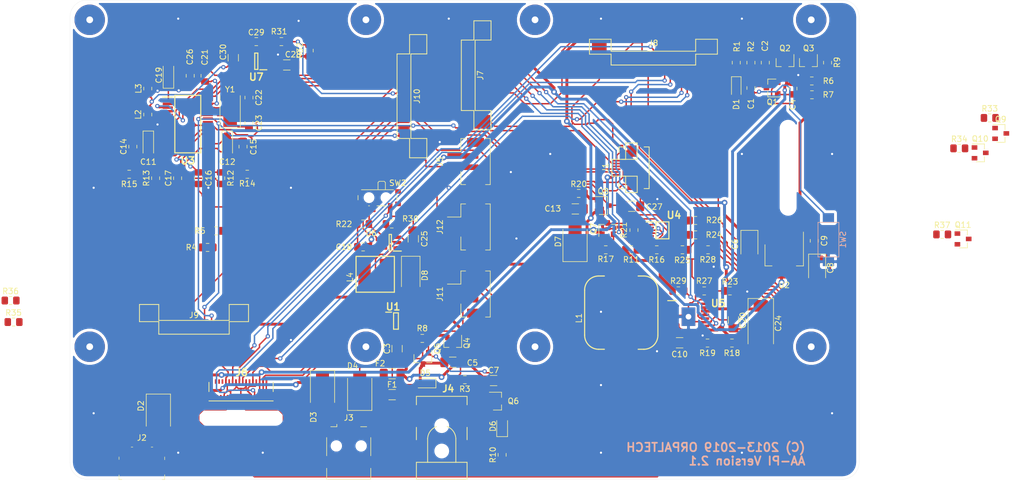
<source format=kicad_pcb>
(kicad_pcb (version 20171130) (host pcbnew 5.0.2-bee76a0~70~ubuntu18.04.1)
  (title_block (title "AA-PI Main Board") (date 2018-10-10) (rev 2.1) (company ORPALTECH) (comment 4 "Author: Sergey Suloev"))
  (layers (0 F.Cu signal) (31 B.Cu signal) (34 B.Paste user) (35 F.Paste user) (36 B.SilkS user) (37 F.SilkS user) (38 B.Mask user) (39 F.Mask user) (44 Edge.Cuts user))
  (net 0 "")
  (net 1 "Net-(C1-Pad2)")
  (net 2 "Net-(C1-Pad1)")
  (net 3 V_SW)
  (net 4 GND)
  (net 5 "Net-(C4-Pad2)")
  (net 6 V_LOAD)
  (net 7 "Net-(C5-Pad2)")
  (net 8 +5V)
  (net 9 V_IN)
  (net 10 +3V3)
  (net 11 "Net-(C11-Pad1)")
  (net 12 "Net-(C12-Pad1)")
  (net 13 "Net-(C16-Pad1)")
  (net 14 "Net-(C17-Pad1)")
  (net 15 "Net-(C19-Pad1)")
  (net 16 "Net-(C22-Pad1)")
  (net 17 "Net-(C23-Pad1)")
  (net 18 LED-A)
  (net 19 "Net-(D1-Pad2)")
  (net 20 "Net-(D6-Pad1)")
  (net 21 "Net-(D6-Pad2)")
  (net 22 "Net-(D8-Pad2)")
  (net 23 LCD_RESET)
  (net 24 CTP_INT)
  (net 25 "Net-(J2-Pad3)")
  (net 26 "Net-(J2-Pad2)")
  (net 27 "Net-(J2-Pad4)")
  (net 28 "Net-(J3-Pad2)")
  (net 29 "Net-(J3-Pad3)")
  (net 30 "Net-(J3-Pad4)")
  (net 31 "Net-(J6-Pad2)")
  (net 32 "Net-(J6-Pad3)")
  (net 33 TE_OUT)
  (net 34 "Net-(J6-Pad6)")
  (net 35 "Net-(J6-Pad9)")
  (net 36 "Net-(J6-Pad10)")
  (net 37 DSI_D0_N)
  (net 38 DSI_D0_P)
  (net 39 DSI_CLK_N)
  (net 40 DSI_CLK_P)
  (net 41 DSI_D1_N)
  (net 42 DSI_D1_P)
  (net 43 "Net-(J6-Pad21)")
  (net 44 "Net-(J6-Pad22)")
  (net 45 PWM_CABC)
  (net 46 LED-K)
  (net 47 SHDN_CTRL)
  (net 48 CHRG_PG)
  (net 49 CHRG_STAT1)
  (net 50 CHRG_STAT2)
  (net 51 LOW_BATT)
  (net 52 "Net-(J8-Pad14)")
  (net 53 "Net-(J8-Pad15)")
  (net 54 "Net-(J9-Pad5)")
  (net 55 "Net-(J9-Pad7)")
  (net 56 OUT_VV)
  (net 57 OUT_VI)
  (net 58 PWM_MCU)
  (net 59 I2S_BCLK)
  (net 60 I2S_LRCK)
  (net 61 I2S_DIN)
  (net 62 "Net-(J11-Pad1)")
  (net 63 "Net-(L1-Pad2)")
  (net 64 "Net-(Q4-Pad1)")
  (net 65 "Net-(Q5-Pad1)")
  (net 66 "Net-(Q7-Pad3)")
  (net 67 "Net-(R18-Pad1)")
  (net 68 "Net-(R22-Pad1)")
  (net 69 "Net-(R23-Pad1)")
  (net 70 "Net-(R24-Pad1)")
  (net 71 "Net-(R24-Pad2)")
  (net 72 "Net-(R26-Pad1)")
  (net 73 "Net-(U3-Pad2)")
  (net 74 "Net-(U3-Pad4)")
  (net 75 "Net-(U3-Pad5)")
  (net 76 "Net-(U3-Pad8)")
  (net 77 "Net-(U3-Pad9)")
  (net 78 "Net-(U3-Pad10)")
  (net 79 "Net-(U3-Pad11)")
  (net 80 "Net-(U3-Pad12)")
  (net 81 "Net-(U3-Pad13)")
  (net 82 "Net-(U3-Pad17)")
  (net 83 "Net-(U3-Pad18)")
  (net 84 "Net-(U5-Pad16)")
  (net 85 /V_WALL)
  (net 86 /V_USB2)
  (net 87 /V_USB1)
  (net 88 /V_USB)
  (net 89 /V_SUPPLY)
  (net 90 /V_F2)
  (net 91 V_ADC)
  (net 92 "Net-(C29-Pad1)")
  (net 93 ADC_EN)
  (net 94 RADIO_EN)
  (net 95 I2C_SCL_H)
  (net 96 I2C_SDA_H)
  (net 97 V_BATT)
  (net 98 SHDN_REQ)
  (net 99 I2C1_SCL)
  (net 100 I2C1_SDA)
  (net 101 /LCM_ID)
  (net 102 I2C0_SCL)
  (net 103 I2C0_SDA)
  (net 104 "Net-(J10-Pad7)")
  (net 105 "Net-(J10-Pad8)")
  (net 106 "Net-(J7-Pad6)")
  (net 107 "Net-(J9-Pad6)")
  (module AA-PI-Footprints:1.25-AB-SMT-10pin-Vertical (layer F.Cu) (at 121.45 68.05 90)
    (fp_text reference J7 (at 0 2.15 90) (layer F.SilkS))
    (fp_text value "Power Control")
    (pad 1 smd rect (at -5.625 0 90) (size 0.8 2) (layers F.Cu F.Paste F.Mask) (net 47 SHDN_CTRL))
    (pad 2 smd rect (at -4.375 0 90) (size 0.8 2) (layers F.Cu F.Paste F.Mask) (net 48 CHRG_PG))
    (pad 3 smd rect (at -3.125 0 90) (size 0.8 2) (layers F.Cu F.Paste F.Mask) (net 49 CHRG_STAT1))
    (pad 4 smd rect (at -1.875 0 90) (size 0.8 2) (layers F.Cu F.Paste F.Mask) (net 50 CHRG_STAT2))
    (pad 5 smd rect (at -0.625 0 90) (size 0.8 2) (layers F.Cu F.Paste F.Mask) (net 51 LOW_BATT))
    (pad 6 smd rect (at 0.625 0 90) (size 0.8 2) (layers F.Cu F.Paste F.Mask) (net 106 "Net-(J7-Pad6)"))
    (pad 7 smd rect (at 1.875 0 90) (size 0.8 2) (layers F.Cu F.Paste F.Mask) (net 98 SHDN_REQ))
    (pad 8 smd rect (at 3.125 0 90) (size 0.8 2) (layers F.Cu F.Paste F.Mask) (net 93 ADC_EN))
    (pad 9 smd rect (at 4.375 0 90) (size 0.8 2) (layers F.Cu F.Paste F.Mask) (net 94 RADIO_EN))
    (pad 10 smd rect (at 5.625 0 90) (size 0.8 2) (layers F.Cu F.Paste F.Mask) (net 4 GND))
    (pad SH smd rect (at -8.125 2.6 90) (size 2.2 2.6) (layers F.Cu F.Paste F.Mask) (net 4 GND))
    (pad SH smd rect (at 8.125 2.6 90) (size 2.2 2.6) (layers F.Cu F.Paste F.Mask) (net 4 GND))
  )
  (module AA-PI-Footprints:R_0805_2012Metric_Pad1.15x1.40mm_HandSolder (layer F.Cu) (at 205.535001 96.275001)
    (fp_text reference R37 (at 0 -1.65) (layer F.SilkS))
    (fp_text value 10K)
    (pad 1 smd roundrect (at -1.025 0) (size 1.15 1.4) (layers F.Cu F.Paste F.Mask) (roundrect_rratio 0.217391) (net 98 SHDN_REQ))
    (pad 2 smd roundrect (at 1.025 0) (size 1.15 1.4) (layers F.Cu F.Paste F.Mask) (roundrect_rratio 0.217391) (net 10 +3V3))
  )
  (module AA-PI-Footprints:SOT-23 (layer F.Cu) (at 209.235001 97.075001)
    (fp_text reference Q11 (at 0 -2.5) (layer F.SilkS))
    (fp_text value IRLML6244)
    (pad 1 smd rect (at -1 -0.95) (size 1 0.8) (layers F.Cu F.Paste F.Mask) (net 10 +3V3))
    (pad 2 smd rect (at -1 0.95) (size 1 0.8) (layers F.Cu F.Paste F.Mask) (net 98 SHDN_REQ))
    (pad 3 smd rect (at 1 0) (size 1 0.8) (layers F.Cu F.Paste F.Mask) (net 2 "Net-(C1-Pad1)"))
  )
  (module AA-PI-Footprints:R_0805_2012Metric_Pad1.15x1.40mm_HandSolder (layer F.Cu) (at 208.565001 81.005001)
    (fp_text reference R34 (at 0 -1.65) (layer F.SilkS))
    (fp_text value 10K)
    (pad 2 smd roundrect (at 1.025 0) (size 1.15 1.4) (layers F.Cu F.Paste F.Mask) (roundrect_rratio 0.217391) (net 8 +5V))
    (pad 1 smd roundrect (at -1.025 0) (size 1.15 1.4) (layers F.Cu F.Paste F.Mask) (roundrect_rratio 0.217391) (net 96 I2C_SDA_H))
  )
  (module AA-PI-Footprints:R_0805_2012Metric_Pad1.15x1.40mm_HandSolder (layer F.Cu) (at 213.965001 75.605001)
    (fp_text reference R33 (at 0 -1.65) (layer F.SilkS))
    (fp_text value 10K)
    (pad 1 smd roundrect (at -1.025 0) (size 1.15 1.4) (layers F.Cu F.Paste F.Mask) (roundrect_rratio 0.217391) (net 95 I2C_SCL_H))
    (pad 2 smd roundrect (at 1.025 0) (size 1.15 1.4) (layers F.Cu F.Paste F.Mask) (roundrect_rratio 0.217391) (net 8 +5V))
  )
  (module AA-PI-Footprints:R_0805_2012Metric_Pad1.15x1.40mm_HandSolder (layer F.Cu) (at 40.26 108)
    (fp_text reference R36 (at 0 -1.65) (layer F.SilkS))
    (fp_text value 10K)
    (pad 2 smd roundrect (at 1.025 0) (size 1.15 1.4) (layers F.Cu F.Paste F.Mask) (roundrect_rratio 0.217391) (net 10 +3V3))
    (pad 1 smd roundrect (at -1.025 0) (size 1.15 1.4) (layers F.Cu F.Paste F.Mask) (roundrect_rratio 0.217391) (net 101 /LCM_ID))
  )
  (module AA-PI-Footprints:R_0805_2012Metric_Pad1.15x1.40mm_HandSolder (layer F.Cu) (at 40.79 111.82)
    (fp_text reference R35 (at 0 -1.65) (layer F.SilkS))
    (fp_text value 10K)
    (pad 1 smd roundrect (at -1.025 0) (size 1.15 1.4) (layers F.Cu F.Paste F.Mask) (roundrect_rratio 0.217391) (net 101 /LCM_ID))
    (pad 2 smd roundrect (at 1.025 0) (size 1.15 1.4) (layers F.Cu F.Paste F.Mask) (roundrect_rratio 0.217391) (net 4 GND))
  )
  (module AA-PI-Footprints:SOT-23 (layer F.Cu) (at 215.915001 78.355001)
    (fp_text reference Q9 (at 0 -2.5) (layer F.SilkS))
    (fp_text value IRLML6244)
    (pad 3 smd rect (at 1 0) (size 1 0.8) (layers F.Cu F.Paste F.Mask) (net 96 I2C_SDA_H))
    (pad 2 smd rect (at -1 0.95) (size 1 0.8) (layers F.Cu F.Paste F.Mask) (net 100 I2C1_SDA))
    (pad 1 smd rect (at -1 -0.95) (size 1 0.8) (layers F.Cu F.Paste F.Mask) (net 10 +3V3))
  )
  (module AA-PI-Footprints:SOT-23 (layer F.Cu) (at 212.265001 81.805001)
    (fp_text reference Q10 (at 0 -2.5) (layer F.SilkS))
    (fp_text value IRLML6244)
    (pad 1 smd rect (at -1 -0.95) (size 1 0.8) (layers F.Cu F.Paste F.Mask) (net 10 +3V3))
    (pad 2 smd rect (at -1 0.95) (size 1 0.8) (layers F.Cu F.Paste F.Mask) (net 99 I2C1_SCL))
    (pad 3 smd rect (at 1 0) (size 1 0.8) (layers F.Cu F.Paste F.Mask) (net 95 I2C_SCL_H))
  )
  (module AA-PI-Footprints:R_0805_2012Metric_Pad1.15x1.40mm_HandSolder (layer F.Cu) (at 93.24 63.66 90)
    (fp_text reference R32 (at 0 -1.65 90) (layer F.SilkS))
    (fp_text value 0)
    (pad 1 smd roundrect (at -1.025 0 90) (size 1.15 1.4) (layers F.Cu F.Paste F.Mask) (roundrect_rratio 0.217391) (net 8 +5V))
    (pad 2 smd roundrect (at 1.025 0 90) (size 1.15 1.4) (layers F.Cu F.Paste F.Mask) (roundrect_rratio 0.217391) (net 93 ADC_EN))
  )
  (module SOT94P279X130-5N (layer F.Cu) (at 83.85 65.55 180)
    (fp_text reference U7 (at 0 -2.794 180) (layer F.SilkS) (effects (font (size 1.27 1.27) (thickness 0.254))))
    (fp_text value RT9193-2HPB hide)
    (pad 1 smd rect (at -1.25 -0.94 270) (size 0.65 1.25) (layers F.Cu F.Paste F.Mask) (net 8 +5V))
    (pad 2 smd rect (at -1.25 0 270) (size 0.65 1.25) (layers F.Cu F.Paste F.Mask) (net 4 GND))
    (pad 3 smd rect (at -1.25 0.94 270) (size 0.65 1.25) (layers F.Cu F.Paste F.Mask) (net 93 ADC_EN))
    (pad 4 smd rect (at 1.25 0.94 270) (size 0.65 1.25) (layers F.Cu F.Paste F.Mask) (net 92 "Net-(C29-Pad1)"))
    (pad 5 smd rect (at 1.25 -0.94 270) (size 0.65 1.25) (layers F.Cu F.Paste F.Mask) (net 91 V_ADC))
  )
  (module AA-PI-Footprints:C_0805_2012Metric_Pad1.15x1.40mm_HandSolder (layer F.Cu) (at 83.85 62.08)
    (fp_text reference C29 (at 0 -1.65) (layer F.SilkS))
    (fp_text value 22n hide)
    (pad 1 smd roundrect (at -1.025 0) (size 1.15 1.4) (layers F.Cu F.Paste F.Mask) (roundrect_rratio 0.217391) (net 92 "Net-(C29-Pad1)"))
    (pad 2 smd roundrect (at 1.025 0) (size 1.15 1.4) (layers F.Cu F.Paste F.Mask) (roundrect_rratio 0.217391) (net 4 GND))
  )
  (module AA-PI-Footprints:C_1206_3216Metric_Pad1.42x1.75mm_HandSolder (layer F.Cu) (at 79.77 64.93 270)
    (fp_text reference C30 (at -1.01 1.8 270) (layer F.SilkS))
    (fp_text value 10u hide)
    (pad 2 smd roundrect (at 1.4875 0 270) (size 1.425 1.75) (layers F.Cu F.Paste F.Mask) (roundrect_rratio 0.175439) (net 91 V_ADC))
    (pad 1 smd roundrect (at -1.4875 0 270) (size 1.425 1.75) (layers F.Cu F.Paste F.Mask) (roundrect_rratio 0.175439) (net 4 GND))
  )
  (module AA-PI-Footprints:C_1206_3216Metric_Pad1.42x1.75mm_HandSolder (layer F.Cu) (at 89.26 66.21 180)
    (fp_text reference C28 (at -1.14 1.86 180) (layer F.SilkS))
    (fp_text value 2.2u hide)
    (pad 1 smd roundrect (at -1.4875 0 180) (size 1.425 1.75) (layers F.Cu F.Paste F.Mask) (roundrect_rratio 0.175439) (net 4 GND))
    (pad 2 smd roundrect (at 1.4875 0 180) (size 1.425 1.75) (layers F.Cu F.Paste F.Mask) (roundrect_rratio 0.175439) (net 8 +5V))
  )
  (module AA-PI-Footprints:R_0805_2012Metric_Pad1.15x1.40mm_HandSolder (layer F.Cu) (at 88.305 62.08 180)
    (fp_text reference R31 (at 0.405 1.8 180) (layer F.SilkS))
    (fp_text value 75K hide)
    (pad 1 smd roundrect (at -1.025 0 180) (size 1.15 1.4) (layers F.Cu F.Paste F.Mask) (roundrect_rratio 0.217391) (net 93 ADC_EN))
    (pad 2 smd roundrect (at 1.025 0 180) (size 1.15 1.4) (layers F.Cu F.Paste F.Mask) (roundrect_rratio 0.217391) (net 4 GND))
  )
  (module AA-PI-Footprints:SOT95P270X145-5N (layer F.Cu) (at 107.628 97.728 180)
    (fp_text reference U6 (at 3.408 1.658 180) (layer F.SilkS))
    (fp_text value FAN5333B hide)
    (pad 5 smd rect (at 1.25 -0.95 270) (size 0.6 1.4) (layers F.Cu F.Paste F.Mask) (net 8 +5V))
    (pad 4 smd rect (at 1.25 0.95 270) (size 0.6 1.4) (layers F.Cu F.Paste F.Mask) (net 68 "Net-(R22-Pad1)"))
    (pad 3 smd rect (at -1.25 0.95 270) (size 0.6 1.4) (layers F.Cu F.Paste F.Mask) (net 46 LED-K))
    (pad 2 smd rect (at -1.25 0 270) (size 0.6 1.4) (layers F.Cu F.Paste F.Mask) (net 4 GND))
    (pad 1 smd rect (at -1.25 -0.95 270) (size 0.6 1.4) (layers F.Cu F.Paste F.Mask) (net 22 "Net-(D8-Pad2)"))
  )
  (module AA-PI-Footprints:C_0805_2012Metric_Pad1.15x1.40mm_HandSolder (layer F.Cu) (at 82.55 76.5 90)
    (fp_text reference C23 (at 0 1.75 90) (layer F.SilkS))
    (fp_text value 18p hide)
    (pad 1 smd roundrect (at -1.025 0 90) (size 1.15 1.4) (layers F.Cu F.Paste F.Mask) (roundrect_rratio 0.217391) (net 17 "Net-(C23-Pad1)"))
    (pad 2 smd roundrect (at 1.025 0 90) (size 1.15 1.4) (layers F.Cu F.Paste F.Mask) (roundrect_rratio 0.217391) (net 4 GND))
  )
  (module AA-PI-Footprints:SOT95P280X100-6N (layer F.Cu) (at 108.63 111.64)
    (fp_text reference U1 (at -0.508 -2.54) (layer F.SilkS) (effects (font (size 1.27 1.27) (thickness 0.254))))
    (fp_text value LTC4412 hide)
    (pad 6 smd rect (at 1.3 -0.95 90) (size 0.55 1.05) (layers F.Cu F.Paste F.Mask) (net 9 V_IN))
    (pad 5 smd rect (at 1.3 0 90) (size 0.55 1.05) (layers F.Cu F.Paste F.Mask) (net 64 "Net-(Q4-Pad1)"))
    (pad 4 smd rect (at 1.3 0.95 90) (size 0.55 1.05) (layers F.Cu F.Paste F.Mask) (net 65 "Net-(Q5-Pad1)"))
    (pad 3 smd rect (at -1.3 0.95 90) (size 0.55 1.05) (layers F.Cu F.Paste F.Mask) (net 4 GND))
    (pad 2 smd rect (at -1.3 0 90) (size 0.55 1.05) (layers F.Cu F.Paste F.Mask) (net 4 GND))
    (pad 1 smd rect (at -1.3 -0.95 90) (size 0.55 1.05) (layers F.Cu F.Paste F.Mask) (net 88 /V_USB))
  )
  (module AA-PI-Footprints:SOP65P780X200-28N (layer F.Cu) (at 71.7 76.7)
    (fp_text reference U3 (at 0 6.5) (layer F.SilkS) (effects (font (size 1.27 1.27) (thickness 0.254))))
    (fp_text value WM8731 hide)
    (pad 28 smd rect (at 3.55 -4.225 90) (size 0.45 1.8) (layers F.Cu F.Paste F.Mask) (net 4 GND))
    (pad 27 smd rect (at 3.55 -3.575 90) (size 0.45 1.8) (layers F.Cu F.Paste F.Mask) (net 15 "Net-(C19-Pad1)"))
    (pad 26 smd rect (at 3.55 -2.925 90) (size 0.45 1.8) (layers F.Cu F.Paste F.Mask) (net 16 "Net-(C22-Pad1)"))
    (pad 25 smd rect (at 3.55 -2.275 90) (size 0.45 1.8) (layers F.Cu F.Paste F.Mask) (net 17 "Net-(C23-Pad1)"))
    (pad 24 smd rect (at 3.55 -1.625 90) (size 0.45 1.8) (layers F.Cu F.Paste F.Mask) (net 99 I2C1_SCL))
    (pad 23 smd rect (at 3.55 -0.975 90) (size 0.45 1.8) (layers F.Cu F.Paste F.Mask) (net 100 I2C1_SDA))
    (pad 22 smd rect (at 3.55 -0.325 90) (size 0.45 1.8) (layers F.Cu F.Paste F.Mask) (net 4 GND))
    (pad 21 smd rect (at 3.55 0.325 90) (size 0.45 1.8) (layers F.Cu F.Paste F.Mask) (net 4 GND))
    (pad 20 smd rect (at 3.55 0.975 90) (size 0.45 1.8) (layers F.Cu F.Paste F.Mask) (net 13 "Net-(C16-Pad1)"))
    (pad 19 smd rect (at 3.55 1.625 90) (size 0.45 1.8) (layers F.Cu F.Paste F.Mask) (net 14 "Net-(C17-Pad1)"))
    (pad 18 smd rect (at 3.55 2.275 90) (size 0.45 1.8) (layers F.Cu F.Paste F.Mask) (net 83 "Net-(U3-Pad18)"))
    (pad 17 smd rect (at 3.55 2.925 90) (size 0.45 1.8) (layers F.Cu F.Paste F.Mask) (net 82 "Net-(U3-Pad17)"))
    (pad 16 smd rect (at 3.55 3.575 90) (size 0.45 1.8) (layers F.Cu F.Paste F.Mask) (net 12 "Net-(C12-Pad1)"))
    (pad 15 smd rect (at 3.55 4.225 90) (size 0.45 1.8) (layers F.Cu F.Paste F.Mask) (net 4 GND))
    (pad 14 smd rect (at -3.55 4.225 90) (size 0.45 1.8) (layers F.Cu F.Paste F.Mask) (net 11 "Net-(C11-Pad1)"))
    (pad 13 smd rect (at -3.55 3.575 90) (size 0.45 1.8) (layers F.Cu F.Paste F.Mask) (net 81 "Net-(U3-Pad13)"))
    (pad 12 smd rect (at -3.55 2.925 90) (size 0.45 1.8) (layers F.Cu F.Paste F.Mask) (net 80 "Net-(U3-Pad12)"))
    (pad 11 smd rect (at -3.55 2.275 90) (size 0.45 1.8) (layers F.Cu F.Paste F.Mask) (net 79 "Net-(U3-Pad11)"))
    (pad 10 smd rect (at -3.55 1.625 90) (size 0.45 1.8) (layers F.Cu F.Paste F.Mask) (net 78 "Net-(U3-Pad10)"))
    (pad 9 smd rect (at -3.55 0.975 90) (size 0.45 1.8) (layers F.Cu F.Paste F.Mask) (net 77 "Net-(U3-Pad9)"))
    (pad 8 smd rect (at -3.55 0.325 90) (size 0.45 1.8) (layers F.Cu F.Paste F.Mask) (net 76 "Net-(U3-Pad8)"))
    (pad 7 smd rect (at -3.55 -0.325 90) (size 0.45 1.8) (layers F.Cu F.Paste F.Mask) (net 60 I2S_LRCK))
    (pad 6 smd rect (at -3.55 -0.975 90) (size 0.45 1.8) (layers F.Cu F.Paste F.Mask) (net 61 I2S_DIN))
    (pad 5 smd rect (at -3.55 -1.625 90) (size 0.45 1.8) (layers F.Cu F.Paste F.Mask) (net 75 "Net-(U3-Pad5)"))
    (pad 4 smd rect (at -3.55 -2.275 90) (size 0.45 1.8) (layers F.Cu F.Paste F.Mask) (net 74 "Net-(U3-Pad4)"))
    (pad 3 smd rect (at -3.55 -2.925 90) (size 0.45 1.8) (layers F.Cu F.Paste F.Mask) (net 59 I2S_BCLK))
    (pad 2 smd rect (at -3.55 -3.575 90) (size 0.45 1.8) (layers F.Cu F.Paste F.Mask) (net 73 "Net-(U3-Pad2)"))
    (pad 1 smd rect (at -3.55 -4.225 90) (size 0.45 1.8) (layers F.Cu F.Paste F.Mask) (net 15 "Net-(C19-Pad1)"))
  )
  (module AA-PI-Footprints:SOP65P640X120-17N (layer F.Cu) (at 160.52 110.872)
    (fp_text reference U5 (at 5.28 -2.372) (layer F.SilkS) (effects (font (size 1.27 1.27) (thickness 0.254))))
    (fp_text value TPS61030PWP hide)
    (pad 17 thru_hole rect (at 0 0) (size 2.41 3.29) (drill 1) (layers *.Cu *.Mask) (net 4 GND))
    (pad 16 smd rect (at 2.938 -2.275 90) (size 0.45 1.475) (layers F.Cu F.Paste F.Mask) (net 84 "Net-(U5-Pad16)"))
    (pad 15 smd rect (at 2.938 -1.625 90) (size 0.45 1.475) (layers F.Cu F.Paste F.Mask) (net 8 +5V))
    (pad 14 smd rect (at 2.938 -0.975 90) (size 0.45 1.475) (layers F.Cu F.Paste F.Mask) (net 8 +5V))
    (pad 13 smd rect (at 2.938 -0.325 90) (size 0.45 1.475) (layers F.Cu F.Paste F.Mask) (net 8 +5V))
    (pad 12 smd rect (at 2.938 0.325 90) (size 0.45 1.475) (layers F.Cu F.Paste F.Mask) (net 69 "Net-(R23-Pad1)"))
    (pad 11 smd rect (at 2.938 0.975 90) (size 0.45 1.475) (layers F.Cu F.Paste F.Mask) (net 4 GND))
    (pad 10 smd rect (at 2.938 1.625 90) (size 0.45 1.475) (layers F.Cu F.Paste F.Mask) (net 51 LOW_BATT))
    (pad 9 smd rect (at 2.938 2.275 90) (size 0.45 1.475) (layers F.Cu F.Paste F.Mask) (net 6 V_LOAD))
    (pad 8 smd rect (at -2.938 2.275 90) (size 0.45 1.475) (layers F.Cu F.Paste F.Mask) (net 4 GND))
    (pad 7 smd rect (at -2.938 1.625 90) (size 0.45 1.475) (layers F.Cu F.Paste F.Mask) (net 67 "Net-(R18-Pad1)"))
    (pad 6 smd rect (at -2.938 0.975 90) (size 0.45 1.475) (layers F.Cu F.Paste F.Mask) (net 6 V_LOAD))
    (pad 5 smd rect (at -2.938 0.325 90) (size 0.45 1.475) (layers F.Cu F.Paste F.Mask) (net 4 GND))
    (pad 4 smd rect (at -2.938 -0.325 90) (size 0.45 1.475) (layers F.Cu F.Paste F.Mask) (net 4 GND))
    (pad 3 smd rect (at -2.938 -0.975 90) (size 0.45 1.475) (layers F.Cu F.Paste F.Mask) (net 4 GND))
    (pad 2 smd rect (at -2.938 -1.625 90) (size 0.45 1.475) (layers F.Cu F.Paste F.Mask) (net 63 "Net-(L1-Pad2)"))
    (pad 1 smd rect (at -2.938 -2.275 90) (size 0.45 1.475) (layers F.Cu F.Paste F.Mask) (net 63 "Net-(L1-Pad2)"))
  )
  (module AA-PI-Footprints:DC-050-SMD-Power-Jack (layer F.Cu) (at 116.75 139.7 90)
    (fp_text reference J4 (at 15.35 -0.05) (layer F.SilkS) (effects (font (size 1.2065 1.2065) (thickness 0.254)) (justify left bottom)))
    (fp_text value "Wall adapter" hide)
    (pad 1 smd rect (at 5 -5.7 90) (size 2.8 2.4) (layers F.Cu F.Paste F.Mask) (net 85 /V_WALL))
    (pad 2 smd rect (at 5 5.7 90) (size 2.8 2.4) (layers F.Cu F.Paste F.Mask) (net 4 GND))
    (pad 4 smd rect (at 11.2 -5.7 90) (size 2.8 2.4) (layers F.Cu F.Paste F.Mask))
    (pad 3 smd rect (at 11.2 5.7 90) (size 2.8 2.4) (layers F.Cu F.Paste F.Mask) (net 4 GND))
    (pad "" np_thru_hole circle (at 5 0 90) (size 1.6 1.6) (drill 1.6) (layers *.Cu *.Mask))
    (pad "" np_thru_hole circle (at 9.5 0 90) (size 1.6 1.6) (drill 1.6) (layers *.Cu *.Mask))
  )
  (module AA-PI-Footprints:FH26W-33S-0.3SHW (layer F.Cu) (at 81.15 125.81)
    (fp_text reference J6 (at 0.112999 -5.08) (layer F.SilkS) (effects (font (size 1.27 1.27) (thickness 0.254))))
    (fp_text value "LCD Interface" hide)
    (pad SH1 smd rect (at -5.53 -0.8375) (size 0.6 1) (layers F.Cu F.Paste F.Mask) (net 4 GND))
    (pad SH2 smd rect (at 5.53 -0.838) (size 0.6 1) (layers F.Cu F.Paste F.Mask) (net 4 GND))
    (pad 33 smd rect (at 4.8 -0.5625) (size 0.3 1) (layers F.Cu F.Paste F.Mask) (net 4 GND))
    (pad 32 smd rect (at 4.5 -3.4375) (size 0.3 0.8) (layers F.Cu F.Paste F.Mask) (net 18 LED-A))
    (pad 31 smd rect (at 4.2 -0.5625) (size 0.3 1) (layers F.Cu F.Paste F.Mask) (net 18 LED-A))
    (pad 30 smd rect (at 3.9 -3.4375) (size 0.3 0.8) (layers F.Cu F.Paste F.Mask) (net 46 LED-K))
    (pad 29 smd rect (at 3.6 -0.5625) (size 0.3 1) (layers F.Cu F.Paste F.Mask) (net 46 LED-K))
    (pad 28 smd rect (at 3.3 -3.4375) (size 0.3 0.8) (layers F.Cu F.Paste F.Mask) (net 10 +3V3))
    (pad 27 smd rect (at 3 -0.5625) (size 0.3 1) (layers F.Cu F.Paste F.Mask) (net 10 +3V3))
    (pad 26 smd rect (at 2.7 -3.4375) (size 0.3 0.8) (layers F.Cu F.Paste F.Mask) (net 4 GND))
    (pad 25 smd rect (at 2.4 -0.5625) (size 0.3 1) (layers F.Cu F.Paste F.Mask) (net 45 PWM_CABC))
    (pad 24 smd rect (at 2.1 -3.4375) (size 0.3 0.8) (layers F.Cu F.Paste F.Mask) (net 23 LCD_RESET))
    (pad 23 smd rect (at 1.8 -0.5625) (size 0.3 1) (layers F.Cu F.Paste F.Mask) (net 4 GND))
    (pad 22 smd rect (at 1.5 -3.4375) (size 0.3 0.8) (layers F.Cu F.Paste F.Mask) (net 44 "Net-(J6-Pad22)"))
    (pad 21 smd rect (at 1.2 -0.5625) (size 0.3 1) (layers F.Cu F.Paste F.Mask) (net 43 "Net-(J6-Pad21)"))
    (pad 20 smd rect (at 0.9 -3.4375) (size 0.3 0.8) (layers F.Cu F.Paste F.Mask) (net 4 GND))
    (pad 19 smd rect (at 0.6 -0.5625) (size 0.3 1) (layers F.Cu F.Paste F.Mask) (net 42 DSI_D1_P))
    (pad 18 smd rect (at 0.3 -3.4375) (size 0.3 0.8) (layers F.Cu F.Paste F.Mask) (net 41 DSI_D1_N))
    (pad 17 smd rect (at 0 -0.5625) (size 0.3 1) (layers F.Cu F.Paste F.Mask) (net 4 GND))
    (pad 16 smd rect (at -0.3 -3.4375) (size 0.3 0.8) (layers F.Cu F.Paste F.Mask) (net 40 DSI_CLK_P))
    (pad 15 smd rect (at -0.6 -0.5625) (size 0.3 1) (layers F.Cu F.Paste F.Mask) (net 39 DSI_CLK_N))
    (pad 14 smd rect (at -0.9 -3.4375) (size 0.3 0.8) (layers F.Cu F.Paste F.Mask) (net 4 GND))
    (pad 13 smd rect (at -1.2 -0.5625) (size 0.3 1) (layers F.Cu F.Paste F.Mask) (net 38 DSI_D0_P))
    (pad 12 smd rect (at -1.5 -3.4375) (size 0.3 0.8) (layers F.Cu F.Paste F.Mask) (net 37 DSI_D0_N))
    (pad 11 smd rect (at -1.8 -0.5625) (size 0.3 1) (layers F.Cu F.Paste F.Mask) (net 4 GND))
    (pad 10 smd rect (at -2.1 -3.4375) (size 0.3 0.8) (layers F.Cu F.Paste F.Mask) (net 36 "Net-(J6-Pad10)"))
    (pad 9 smd rect (at -2.4 -0.5625) (size 0.3 1) (layers F.Cu F.Paste F.Mask) (net 35 "Net-(J6-Pad9)"))
    (pad 8 smd rect (at -2.7 -3.4375) (size 0.3 0.8) (layers F.Cu F.Paste F.Mask) (net 4 GND))
    (pad 7 smd rect (at -3 -0.5625) (size 0.3 1) (layers F.Cu F.Paste F.Mask) (net 4 GND))
    (pad 6 smd rect (at -3.3 -3.4375) (size 0.3 0.8) (layers F.Cu F.Paste F.Mask) (net 34 "Net-(J6-Pad6)"))
    (pad 5 smd rect (at -3.6 -0.5625) (size 0.3 1) (layers F.Cu F.Paste F.Mask) (net 33 TE_OUT))
    (pad 4 smd rect (at -3.9 -3.4375) (size 0.3 0.8) (layers F.Cu F.Paste F.Mask) (net 101 /LCM_ID))
    (pad 3 smd rect (at -4.2 -0.5625) (size 0.3 1) (layers F.Cu F.Paste F.Mask) (net 32 "Net-(J6-Pad3)"))
    (pad 2 smd rect (at -4.5 -3.4375) (size 0.3 0.8) (layers F.Cu F.Paste F.Mask) (net 31 "Net-(J6-Pad2)"))
    (pad 1 smd rect (at -4.8 -0.5625) (size 0.3 1) (layers F.Cu F.Paste F.Mask) (net 4 GND))
  )
  (module AA-PI-Footprints:LCD-0.3-33P-CABLE-HOLE (layer F.Cu) (at 81.15 128.81)
    (fp_text reference HOLE2 hide)
    (fp_text value LCD-0.3-33P-CABLE-HOLE hide)
    (pad "" np_thru_hole oval (at 0 0) (size 14 1.8) (drill oval 14 1.8) (layers *.Cu *.Mask))
  )
  (module AA-PI-Footprints:PCB-Standoff-Spacer-SMD-M3 (layer F.Cu) (at 103.3 116.2)
    (fp_text reference SS8 hide)
    (fp_text value PCB-Standoff-Spacer-SMD-M3 hide)
    (pad 1 thru_hole circle (at 0 0) (size 5.4 5.4) (drill 1.2) (layers *.Cu *.Mask))
  )
  (module AA-PI-Footprints:PCB-Standoff-Spacer-SMD-M3 (layer F.Cu) (at 54.3 116.2)
    (fp_text reference SS7 hide)
    (fp_text value PCB-Standoff-Spacer-SMD-M3 hide)
    (pad 1 thru_hole circle (at 0 0) (size 5.4 5.4) (drill 1.2) (layers *.Cu *.Mask))
  )
  (module AA-PI-Footprints:PCB-Standoff-Spacer-SMD-M3 (layer F.Cu) (at 103.3 58.2)
    (fp_text reference SS6 hide)
    (fp_text value PCB-Standoff-Spacer-SMD-M3 hide)
    (pad 1 thru_hole circle (at 0 0) (size 5.4 5.4) (drill 1.2) (layers *.Cu *.Mask))
  )
  (module AA-PI-Footprints:PCB-Standoff-Spacer-SMD-M3 (layer F.Cu) (at 54.3 58.2)
    (fp_text reference SS5 hide)
    (fp_text value PCB-Standoff-Spacer-SMD-M3 hide)
    (pad 1 thru_hole circle (at 0 0) (size 5.4 5.4) (drill 1.2) (layers *.Cu *.Mask))
  )
  (module AA-PI-Footprints:PCB-Standoff-Spacer-SMD-M3 (layer F.Cu) (at 182.3 116.2)
    (fp_text reference SS4 hide)
    (fp_text value PCB-Standoff-Spacer-SMD-M3 hide)
    (pad 1 thru_hole circle (at 0 0) (size 5.4 5.4) (drill 1.2) (layers *.Cu *.Mask))
  )
  (module AA-PI-Footprints:PCB-Standoff-Spacer-SMD-M3 (layer F.Cu) (at 133.3 116.2)
    (fp_text reference SS3 hide)
    (fp_text value PCB-Standoff-Spacer-SMD-M3 hide)
    (pad 1 thru_hole circle (at 0 0) (size 5.4 5.4) (drill 1.2) (layers *.Cu *.Mask))
  )
  (module AA-PI-Footprints:PCB-Standoff-Spacer-SMD-M3 (layer F.Cu) (at 133.3 58.2)
    (fp_text reference SS1 hide)
    (fp_text value PCB-Standoff-Spacer-SMD-M3 hide)
    (pad 1 thru_hole circle (at 0 0) (size 5.4 5.4) (drill 1.2) (layers *.Cu *.Mask))
  )
  (module AA-PI-Footprints:PCB-Standoff-Spacer-SMD-M3 (layer F.Cu) (at 182.3 58.2)
    (fp_text reference SS2 hide)
    (fp_text value PCB-Standoff-Spacer-SMD-M3 hide)
    (pad 1 thru_hole circle (at 0 0) (size 5.4 5.4) (drill 1.2) (layers *.Cu *.Mask))
  )
  (module AA-PI-Footprints:FPC-0.5-1-6P_Clamshell_Bottom (layer F.Cu) (at 147.8 84.45 90)
    (fp_text reference J1 (at 0 -2 90) (layer F.SilkS))
    (fp_text value "CTP Interface")
    (pad SH smd rect (at 2.95 2.68 90) (size 2 1.6) (layers F.Cu F.Paste F.Mask) (net 4 GND))
    (pad SH smd rect (at -2.95 2.68 90) (size 2 1.6) (layers F.Cu F.Paste F.Mask) (net 4 GND))
    (pad 6 smd rect (at 1.25 0 90) (size 0.3 1.3) (layers F.Cu F.Paste F.Mask) (net 4 GND))
    (pad 5 smd rect (at 0.75 0 90) (size 0.3 1.3) (layers F.Cu F.Paste F.Mask) (net 99 I2C1_SCL))
    (pad 4 smd rect (at 0.25 0 90) (size 0.3 1.3) (layers F.Cu F.Paste F.Mask) (net 100 I2C1_SDA))
    (pad 3 smd rect (at -0.25 0 90) (size 0.3 1.3) (layers F.Cu F.Paste F.Mask) (net 24 CTP_INT))
    (pad 2 smd rect (at -0.75 0 90) (size 0.3 1.3) (layers F.Cu F.Paste F.Mask) (net 23 LCD_RESET))
    (pad 1 smd rect (at -1.25 0 90) (size 0.3 1.3) (layers F.Cu F.Paste F.Mask) (net 10 +3V3))
  )
  (module AA-PI-Footprints:C_0805_2012Metric_Pad1.15x1.40mm_HandSolder (layer F.Cu) (at 171.6 70.3 90)
    (fp_text reference C1 (at -2.8 0 90) (layer F.SilkS))
    (fp_text value 1u hide)
    (pad 2 smd roundrect (at 1.025 0 90) (size 1.15 1.4) (layers F.Cu F.Paste F.Mask) (roundrect_rratio 0.217391) (net 1 "Net-(C1-Pad2)"))
    (pad 1 smd roundrect (at -1.025 0 90) (size 1.15 1.4) (layers F.Cu F.Paste F.Mask) (roundrect_rratio 0.217391) (net 2 "Net-(C1-Pad1)"))
  )
  (module AA-PI-Footprints:C_0805_2012Metric_Pad1.15x1.40mm_HandSolder (layer F.Cu) (at 174.15 65.8 270)
    (fp_text reference C2 (at -2.95 0.05 270) (layer F.SilkS))
    (fp_text value 100n hide)
    (pad 1 smd roundrect (at -1.025 0 270) (size 1.15 1.4) (layers F.Cu F.Paste F.Mask) (roundrect_rratio 0.217391) (net 3 V_SW))
    (pad 2 smd roundrect (at 1.025 0 270) (size 1.15 1.4) (layers F.Cu F.Paste F.Mask) (roundrect_rratio 0.217391) (net 1 "Net-(C1-Pad2)"))
  )
  (module AA-PI-Footprints:C_1206_3216Metric_Pad1.42x1.75mm_HandSolder (layer F.Cu) (at 108.83 116.54 270)
    (fp_text reference C3 (at 0 1.778 270) (layer F.SilkS))
    (fp_text value 4.7u hide)
    (pad 1 smd roundrect (at -1.4875 0 270) (size 1.425 1.75) (layers F.Cu F.Paste F.Mask) (roundrect_rratio 0.175439) (net 88 /V_USB))
    (pad 2 smd roundrect (at 1.4875 0 270) (size 1.425 1.75) (layers F.Cu F.Paste F.Mask) (roundrect_rratio 0.175439) (net 4 GND))
  )
  (module AA-PI-Footprints:C_0805_2012Metric_Pad1.15x1.40mm_HandSolder (layer F.Cu) (at 179.05 70.4 270)
    (fp_text reference C4 (at 2.85 0.05 270) (layer F.SilkS))
    (fp_text value 10u hide)
    (pad 2 smd roundrect (at 1.025 0 270) (size 1.15 1.4) (layers F.Cu F.Paste F.Mask) (roundrect_rratio 0.217391) (net 5 "Net-(C4-Pad2)"))
    (pad 1 smd roundrect (at -1.025 0 270) (size 1.15 1.4) (layers F.Cu F.Paste F.Mask) (roundrect_rratio 0.217391) (net 6 V_LOAD))
  )
  (module AA-PI-Footprints:C_1206_3216Metric_Pad1.42x1.75mm_HandSolder (layer F.Cu) (at 118.7 118.95)
    (fp_text reference C5 (at 3.5 0.1) (layer F.SilkS))
    (fp_text value 22u hide)
    (pad 1 smd roundrect (at -1.4875 0) (size 1.425 1.75) (layers F.Cu F.Paste F.Mask) (roundrect_rratio 0.175439) (net 89 /V_SUPPLY))
    (pad 2 smd roundrect (at 1.4875 0) (size 1.425 1.75) (layers F.Cu F.Paste F.Mask) (roundrect_rratio 0.175439) (net 7 "Net-(C5-Pad2)"))
  )
  (module AA-PI-Footprints:CP_EIA-3528-21_Kemet-B (layer F.Cu) (at 171.33 98.01 270)
    (fp_text reference C6 (at 0 2.54 270) (layer F.SilkS))
    (fp_text value 10u hide)
    (pad 1 smd roundrect (at -1.5375 0 270) (size 1.325 2.35) (layers F.Cu F.Paste F.Mask) (roundrect_rratio 0.188679) (net 8 +5V))
    (pad 2 smd roundrect (at 1.5375 0 270) (size 1.325 2.35) (layers F.Cu F.Paste F.Mask) (roundrect_rratio 0.188679) (net 4 GND))
  )
  (module AA-PI-Footprints:C_1206_3216Metric_Pad1.42x1.75mm_HandSolder (layer F.Cu) (at 125.95 122.2)
    (fp_text reference C7 (at 0 -1.82) (layer F.SilkS))
    (fp_text value 4.7u hide)
    (pad 1 smd roundrect (at -1.4875 0) (size 1.425 1.75) (layers F.Cu F.Paste F.Mask) (roundrect_rratio 0.175439) (net 9 V_IN))
    (pad 2 smd roundrect (at 1.4875 0) (size 1.425 1.75) (layers F.Cu F.Paste F.Mask) (roundrect_rratio 0.175439) (net 4 GND))
  )
  (module AA-PI-Footprints:CP_EIA-3528-21_Kemet-B (layer F.Cu) (at 183.346 102.232 270)
    (fp_text reference C8 (at 0 -2.35 270) (layer F.SilkS))
    (fp_text value 47u hide)
    (pad 2 smd roundrect (at 1.5375 0 270) (size 1.325 2.35) (layers F.Cu F.Paste F.Mask) (roundrect_rratio 0.188679) (net 4 GND))
    (pad 1 smd roundrect (at -1.5375 0 270) (size 1.325 2.35) (layers F.Cu F.Paste F.Mask) (roundrect_rratio 0.188679) (net 10 +3V3))
  )
  (module AA-PI-Footprints:C_0805_2012Metric_Pad1.15x1.40mm_HandSolder (layer F.Cu) (at 182.838 97.406 90)
    (fp_text reference C9 (at 0 1.778 90) (layer F.SilkS))
    (fp_text value 100n hide)
    (pad 2 smd roundrect (at 1.025 0 90) (size 1.15 1.4) (layers F.Cu F.Paste F.Mask) (roundrect_rratio 0.217391) (net 4 GND))
    (pad 1 smd roundrect (at -1.025 0 90) (size 1.15 1.4) (layers F.Cu F.Paste F.Mask) (roundrect_rratio 0.217391) (net 10 +3V3))
  )
  (module AA-PI-Footprints:C_1206_3216Metric_Pad1.42x1.75mm_HandSolder (layer F.Cu) (at 158.95 115.5)
    (fp_text reference C10 (at 0 2.032) (layer F.SilkS))
    (fp_text value 10u hide)
    (pad 2 smd roundrect (at 1.4875 0) (size 1.425 1.75) (layers F.Cu F.Paste F.Mask) (roundrect_rratio 0.175439) (net 4 GND))
    (pad 1 smd roundrect (at -1.4875 0) (size 1.425 1.75) (layers F.Cu F.Paste F.Mask) (roundrect_rratio 0.175439) (net 6 V_LOAD))
  )
  (module AA-PI-Footprints:CP_EIA-3216-18_Kemet-A (layer F.Cu) (at 64.7 80.25 270)
    (fp_text reference C11 (at 3.15 0 180) (layer F.SilkS))
    (fp_text value 10u hide)
    (pad 1 smd roundrect (at -1.35 0 270) (size 1.4 1.35) (layers F.Cu F.Paste F.Mask) (roundrect_rratio 0.185185) (net 11 "Net-(C11-Pad1)"))
    (pad 2 smd roundrect (at 1.35 0 270) (size 1.4 1.35) (layers F.Cu F.Paste F.Mask) (roundrect_rratio 0.185185) (net 4 GND))
  )
  (module AA-PI-Footprints:CP_EIA-3216-18_Kemet-A (layer F.Cu) (at 78.7 80.25 270)
    (fp_text reference C12 (at 3.15 0 180) (layer F.SilkS))
    (fp_text value 10u hide)
    (pad 2 smd roundrect (at 1.35 0 270) (size 1.4 1.35) (layers F.Cu F.Paste F.Mask) (roundrect_rratio 0.185185) (net 4 GND))
    (pad 1 smd roundrect (at -1.35 0 270) (size 1.4 1.35) (layers F.Cu F.Paste F.Mask) (roundrect_rratio 0.185185) (net 12 "Net-(C12-Pad1)"))
  )
  (module AA-PI-Footprints:C_1206_3216Metric_Pad1.42x1.75mm_HandSolder (layer F.Cu) (at 140.45 91.75)
    (fp_text reference C13 (at -4 -0.05) (layer F.SilkS))
    (fp_text value 4.7u hide)
    (pad 1 smd roundrect (at -1.4875 0) (size 1.425 1.75) (layers F.Cu F.Paste F.Mask) (roundrect_rratio 0.175439) (net 4 GND))
    (pad 2 smd roundrect (at 1.4875 0) (size 1.425 1.75) (layers F.Cu F.Paste F.Mask) (roundrect_rratio 0.175439) (net 9 V_IN))
  )
  (module AA-PI-Footprints:C_0805_2012Metric_Pad1.15x1.40mm_HandSolder (layer F.Cu) (at 61.95 80.7 270)
    (fp_text reference C14 (at 0 1.65 270) (layer F.SilkS))
    (fp_text value 100n hide)
    (pad 2 smd roundrect (at 1.025 0 270) (size 1.15 1.4) (layers F.Cu F.Paste F.Mask) (roundrect_rratio 0.217391) (net 4 GND))
    (pad 1 smd roundrect (at -1.025 0 270) (size 1.15 1.4) (layers F.Cu F.Paste F.Mask) (roundrect_rratio 0.217391) (net 11 "Net-(C11-Pad1)"))
  )
  (module AA-PI-Footprints:C_0805_2012Metric_Pad1.15x1.40mm_HandSolder (layer F.Cu) (at 81.5 80.7 90)
    (fp_text reference C15 (at -0.05 1.85 90) (layer F.SilkS))
    (fp_text value 100n hide)
    (pad 1 smd roundrect (at -1.025 0 90) (size 1.15 1.4) (layers F.Cu F.Paste F.Mask) (roundrect_rratio 0.217391) (net 4 GND))
    (pad 2 smd roundrect (at 1.025 0 90) (size 1.15 1.4) (layers F.Cu F.Paste F.Mask) (roundrect_rratio 0.217391) (net 12 "Net-(C12-Pad1)"))
  )
  (module AA-PI-Footprints:C_0805_2012Metric_Pad1.15x1.40mm_HandSolder (layer F.Cu) (at 73.6 86.3 270)
    (fp_text reference C16 (at 0 -1.8 270) (layer F.SilkS))
    (fp_text value 10n hide)
    (pad 2 smd roundrect (at 1.025 0 270) (size 1.15 1.4) (layers F.Cu F.Paste F.Mask) (roundrect_rratio 0.217391) (net 4 GND))
    (pad 1 smd roundrect (at -1.025 0 270) (size 1.15 1.4) (layers F.Cu F.Paste F.Mask) (roundrect_rratio 0.217391) (net 13 "Net-(C16-Pad1)"))
  )
  (module AA-PI-Footprints:C_0805_2012Metric_Pad1.15x1.40mm_HandSolder (layer F.Cu) (at 69.9 86.3 270)
    (fp_text reference C17 (at 0 1.65 270) (layer F.SilkS))
    (fp_text value 10n hide)
    (pad 1 smd roundrect (at -1.025 0 270) (size 1.15 1.4) (layers F.Cu F.Paste F.Mask) (roundrect_rratio 0.217391) (net 14 "Net-(C17-Pad1)"))
    (pad 2 smd roundrect (at 1.025 0 270) (size 1.15 1.4) (layers F.Cu F.Paste F.Mask) (roundrect_rratio 0.217391) (net 4 GND))
  )
  (module AA-PI-Footprints:C_0805_2012Metric_Pad1.15x1.40mm_HandSolder (layer F.Cu) (at 102.802 98.49 180)
    (fp_text reference C18 (at 3.402 -0.01 180) (layer F.SilkS))
    (fp_text value 10u hide)
    (pad 1 smd roundrect (at -1.025 0 180) (size 1.15 1.4) (layers F.Cu F.Paste F.Mask) (roundrect_rratio 0.217391) (net 8 +5V))
    (pad 2 smd roundrect (at 1.025 0 180) (size 1.15 1.4) (layers F.Cu F.Paste F.Mask) (roundrect_rratio 0.217391) (net 4 GND))
  )
  (module AA-PI-Footprints:CP_EIA-3216-18_Kemet-A (layer F.Cu) (at 68.27 68.03 90)
    (fp_text reference C19 (at 0 -1.7 90) (layer F.SilkS))
    (fp_text value 10u hide)
    (pad 1 smd roundrect (at -1.35 0 90) (size 1.4 1.35) (layers F.Cu F.Paste F.Mask) (roundrect_rratio 0.185185) (net 15 "Net-(C19-Pad1)"))
    (pad 2 smd roundrect (at 1.35 0 90) (size 1.4 1.35) (layers F.Cu F.Paste F.Mask) (roundrect_rratio 0.185185) (net 4 GND))
  )
  (module AA-PI-Footprints:C_1206_3216Metric_Pad1.42x1.75mm_HandSolder (layer F.Cu) (at 168.5 111.45 270)
    (fp_text reference C20 (at 0.06 -1.67 270) (layer F.SilkS))
    (fp_text value 2.2u hide)
    (pad 2 smd roundrect (at 1.4875 0 270) (size 1.425 1.75) (layers F.Cu F.Paste F.Mask) (roundrect_rratio 0.175439) (net 4 GND))
    (pad 1 smd roundrect (at -1.4875 0 270) (size 1.425 1.75) (layers F.Cu F.Paste F.Mask) (roundrect_rratio 0.175439) (net 8 +5V))
  )
  (module AA-PI-Footprints:C_0805_2012Metric_Pad1.15x1.40mm_HandSolder (layer F.Cu) (at 74.76 68.13 90)
    (fp_text reference C21 (at 3.29 -0.05 90) (layer F.SilkS))
    (fp_text value 100n hide)
    (pad 1 smd roundrect (at -1.025 0 90) (size 1.15 1.4) (layers F.Cu F.Paste F.Mask) (roundrect_rratio 0.217391) (net 15 "Net-(C19-Pad1)"))
    (pad 2 smd roundrect (at 1.025 0 90) (size 1.15 1.4) (layers F.Cu F.Paste F.Mask) (roundrect_rratio 0.217391) (net 4 GND))
  )
  (module AA-PI-Footprints:C_0805_2012Metric_Pad1.15x1.40mm_HandSolder (layer F.Cu) (at 82.55 72 270)
    (fp_text reference C22 (at 0 -1.75 270) (layer F.SilkS))
    (fp_text value 18p hide)
    (pad 2 smd roundrect (at 1.025 0 270) (size 1.15 1.4) (layers F.Cu F.Paste F.Mask) (roundrect_rratio 0.217391) (net 4 GND))
    (pad 1 smd roundrect (at -1.025 0 270) (size 1.15 1.4) (layers F.Cu F.Paste F.Mask) (roundrect_rratio 0.217391) (net 16 "Net-(C22-Pad1)"))
  )
  (module AA-PI-Footprints:CP_EIA-7343-31_Kemet-D (layer F.Cu) (at 173.35 112.05 270)
    (fp_text reference C24 (at 0 -3.1 270) (layer F.SilkS))
    (fp_text value 470u hide)
    (pad 1 smd roundrect (at -3.1125 0 270) (size 2.075 2.55) (layers F.Cu F.Paste F.Mask) (roundrect_rratio 0.120482) (net 8 +5V))
    (pad 2 smd roundrect (at 3.1125 0 270) (size 2.075 2.55) (layers F.Cu F.Paste F.Mask) (roundrect_rratio 0.120482) (net 4 GND))
  )
  (module AA-PI-Footprints:C_1206_3216Metric_Pad1.42x1.75mm_HandSolder (layer F.Cu) (at 111.7 97.05 90)
    (fp_text reference C25 (at -0.01 1.988 90) (layer F.SilkS))
    (fp_text value "1u (>30V)" hide)
    (pad 2 smd roundrect (at 1.4875 0 90) (size 1.425 1.75) (layers F.Cu F.Paste F.Mask) (roundrect_rratio 0.175439) (net 4 GND))
    (pad 1 smd roundrect (at -1.4875 0 90) (size 1.425 1.75) (layers F.Cu F.Paste F.Mask) (roundrect_rratio 0.175439) (net 18 LED-A))
  )
  (module AA-PI-Footprints:C_0805_2012Metric_Pad1.15x1.40mm_HandSolder (layer F.Cu) (at 72.13 68.13 90)
    (fp_text reference C26 (at 3.35 -0.06 90) (layer F.SilkS))
    (fp_text value 100n hide)
    (pad 1 smd roundrect (at -1.025 0 90) (size 1.15 1.4) (layers F.Cu F.Paste F.Mask) (roundrect_rratio 0.217391) (net 15 "Net-(C19-Pad1)"))
    (pad 2 smd roundrect (at 1.025 0 90) (size 1.15 1.4) (layers F.Cu F.Paste F.Mask) (roundrect_rratio 0.217391) (net 4 GND))
  )
  (module AA-PI-Footprints:C_1206_3216Metric_Pad1.42x1.75mm_HandSolder (layer F.Cu) (at 150.47 91.28)
    (fp_text reference C27 (at 4 0.1) (layer F.SilkS))
    (fp_text value 10u hide)
    (pad 2 smd roundrect (at 1.4875 0) (size 1.425 1.75) (layers F.Cu F.Paste F.Mask) (roundrect_rratio 0.175439) (net 4 GND))
    (pad 1 smd roundrect (at -1.4875 0) (size 1.425 1.75) (layers F.Cu F.Paste F.Mask) (roundrect_rratio 0.175439) (net 97 V_BATT))
  )
  (module AA-PI-Footprints:D_SOD-323_HandSoldering (layer F.Cu) (at 169 70.2 270)
    (fp_text reference D1 (at 3 0 270) (layer F.SilkS))
    (fp_text value 1N4148 hide)
    (pad 1 smd rect (at -1.25 0 270) (size 1 1) (layers F.Cu F.Paste F.Mask) (net 2 "Net-(C1-Pad1)"))
    (pad 2 smd rect (at 1.25 0 270) (size 1 1) (layers F.Cu F.Paste F.Mask) (net 19 "Net-(D1-Pad2)"))
  )
  (module AA-PI-Footprints:D_SMB (layer F.Cu) (at 66.48 128.15 270)
    (fp_text reference D2 (at -1.45 3.1 270) (layer F.SilkS))
    (fp_text value B330B hide)
    (pad 2 smd rect (at 2.15 0 270) (size 2.5 2.3) (layers F.Cu F.Paste F.Mask) (net 87 /V_USB1))
    (pad 1 smd rect (at -2.15 0 270) (size 2.5 2.3) (layers F.Cu F.Paste F.Mask) (net 90 /V_F2))
  )
  (module AA-PI-Footprints:D_SMB (layer F.Cu) (at 95.6 123.95 270)
    (fp_text reference D3 (at 4.75 1.6 270) (layer F.SilkS))
    (fp_text value B330B hide)
    (pad 2 smd rect (at 2.15 0 270) (size 2.5 2.3) (layers F.Cu F.Paste F.Mask) (net 86 /V_USB2))
    (pad 1 smd rect (at -2.15 0 270) (size 2.5 2.3) (layers F.Cu F.Paste F.Mask) (net 90 /V_F2))
  )
  (module AA-PI-Footprints:D_SMB (layer F.Cu) (at 102.2 123.95 90)
    (fp_text reference D4 (at 4.37 -1.27) (layer F.SilkS))
    (fp_text value B330B hide)
    (pad 1 smd rect (at -2.15 0 90) (size 2.5 2.3) (layers F.Cu F.Paste F.Mask) (net 90 /V_F2))
    (pad 2 smd rect (at 2.15 0 90) (size 2.5 2.3) (layers F.Cu F.Paste F.Mask) (net 4 GND))
  )
  (module AA-PI-Footprints:D_SOD-323_HandSoldering (layer F.Cu) (at 113.816 122.64 180)
    (fp_text reference D5 (at 0 1.778 180) (layer F.SilkS))
    (fp_text value PESD5V0S1BA hide)
    (pad 2 smd rect (at 1.25 0 180) (size 1 1) (layers F.Cu F.Paste F.Mask) (net 89 /V_SUPPLY))
    (pad 1 smd rect (at -1.25 0 180) (size 1 1) (layers F.Cu F.Paste F.Mask) (net 4 GND))
  )
  (module AA-PI-Footprints:LED_0805_2012Metric_Pad1.15x1.40mm_HandSolder (layer F.Cu) (at 127.468 130.294 90)
    (fp_text reference D6 (at 0 -1.65 90) (layer F.SilkS))
    (fp_text value "Wall adapter")
    (pad 1 smd roundrect (at -1.025 0 90) (size 1.15 1.4) (layers F.Cu F.Paste F.Mask) (roundrect_rratio 0.217391) (net 20 "Net-(D6-Pad1)"))
    (pad 2 smd roundrect (at 1.025 0 90) (size 1.15 1.4) (layers F.Cu F.Paste F.Mask) (roundrect_rratio 0.217391) (net 21 "Net-(D6-Pad2)"))
  )
  (module AA-PI-Footprints:D_SMB (layer F.Cu) (at 140.4 97.55 90)
    (fp_text reference D7 (at 0 -3 90) (layer F.SilkS))
    (fp_text value B330B hide)
    (pad 1 smd rect (at -2.15 0 90) (size 2.5 2.3) (layers F.Cu F.Paste F.Mask) (net 3 V_SW))
    (pad 2 smd rect (at 2.15 0 90) (size 2.5 2.3) (layers F.Cu F.Paste F.Mask) (net 9 V_IN))
  )
  (module AA-PI-Footprints:D_SMA (layer F.Cu) (at 111.25 103.55 270)
    (fp_text reference D8 (at 0 -2.5 270) (layer F.SilkS))
    (fp_text value SS14 hide)
    (pad 1 smd rect (at -2 0 270) (size 2.5 1.8) (layers F.Cu F.Paste F.Mask) (net 18 LED-A))
    (pad 2 smd rect (at 2 0 270) (size 2.5 1.8) (layers F.Cu F.Paste F.Mask) (net 22 "Net-(D8-Pad2)"))
  )
  (module AA-PI-Footprints:Fuse_1206_3216Metric_Pad1.42x1.75mm_HandSolder (layer F.Cu) (at 107.95 124.7 180)
    (fp_text reference F1 (at 0 1.778 180) (layer F.SilkS))
    (fp_text value "2A 6V" hide)
    (pad 1 smd roundrect (at -1.4875 0 180) (size 1.425 1.75) (layers F.Cu F.Paste F.Mask) (roundrect_rratio 0.175439) (net 85 /V_WALL))
    (pad 2 smd roundrect (at 1.4875 0 180) (size 1.425 1.75) (layers F.Cu F.Paste F.Mask) (roundrect_rratio 0.175439) (net 89 /V_SUPPLY))
  )
  (module AA-PI-Footprints:Fuse_1206_3216Metric_Pad1.42x1.75mm_HandSolder (layer F.Cu) (at 107.95 120.98)
    (fp_text reference F2 (at -2.14 -1.82) (layer F.SilkS))
    (fp_text value "2A 6V" hide)
    (pad 2 smd roundrect (at 1.4875 0) (size 1.425 1.75) (layers F.Cu F.Paste F.Mask) (roundrect_rratio 0.175439) (net 88 /V_USB))
    (pad 1 smd roundrect (at -1.4875 0) (size 1.425 1.75) (layers F.Cu F.Paste F.Mask) (roundrect_rratio 0.175439) (net 90 /V_F2))
  )
  (module AA-PI-Footprints:USB_Micro_B_Female_10118192 (layer F.Cu) (at 63.55 137.35)
    (fp_text reference J2 (at 0 -5) (layer F.SilkS))
    (fp_text value USB_B_Micro hide)
    (pad 3 smd rect (at 0 -2.675) (size 0.4 1.35) (layers F.Cu F.Paste F.Mask) (net 25 "Net-(J2-Pad3)"))
    (pad 2 smd rect (at -0.65 -2.675) (size 0.4 1.35) (layers F.Cu F.Paste F.Mask) (net 26 "Net-(J2-Pad2)"))
    (pad 5 smd rect (at 1.3 -2.675) (size 0.4 1.35) (layers F.Cu F.Paste F.Mask) (net 4 GND))
    (pad 4 smd rect (at 0.65 -2.675) (size 0.4 1.35) (layers F.Cu F.Paste F.Mask) (net 27 "Net-(J2-Pad4)"))
    (pad 1 smd rect (at -1.3 -2.675) (size 0.4 1.35) (layers F.Cu F.Paste F.Mask) (net 87 /V_USB1))
    (pad SH smd rect (at 3.1 -2.55) (size 2.1 1.6) (layers F.Cu F.Paste F.Mask) (net 4 GND))
    (pad SH smd rect (at -3.1 -2.55) (size 2.1 1.6) (layers F.Cu F.Paste F.Mask) (net 4 GND))
    (pad SH smd rect (at 1.2 0) (size 1.9 1.9) (layers F.Cu F.Paste F.Mask) (net 4 GND))
    (pad SH smd rect (at -1.2 0) (size 1.9 1.9) (layers F.Cu F.Paste F.Mask) (net 4 GND))
    (pad SH smd rect (at 3.8 0) (size 1.8 1.9) (layers F.Cu F.Paste F.Mask) (net 4 GND))
    (pad SH smd rect (at -3.8 0) (size 1.8 1.9) (layers F.Cu F.Paste F.Mask) (net 4 GND))
  )
  (module AA-PI-Footprints:USB_Mini-B_Lumberg_2486_01_Horizontal (layer F.Cu) (at 100.25 133.8)
    (fp_text reference J3 (at 0 -5) (layer F.SilkS))
    (fp_text value USB_B_Mini hide)
    (pad 1 smd rect (at -1.6 -2.7) (size 0.5 2) (layers F.Cu F.Paste F.Mask) (net 86 /V_USB2))
    (pad 2 smd rect (at -0.8 -2.7) (size 0.5 2) (layers F.Cu F.Paste F.Mask) (net 28 "Net-(J3-Pad2)"))
    (pad 3 smd rect (at 0 -2.7) (size 0.5 2) (layers F.Cu F.Paste F.Mask) (net 29 "Net-(J3-Pad3)"))
    (pad 4 smd rect (at 0.8 -2.7) (size 0.5 2) (layers F.Cu F.Paste F.Mask) (net 30 "Net-(J3-Pad4)"))
    (pad 5 smd rect (at 1.6 -2.7) (size 0.5 2) (layers F.Cu F.Paste F.Mask) (net 4 GND))
    (pad SH smd rect (at -4.45 -2.6) (size 2.2 1.7) (layers F.Cu F.Paste F.Mask) (net 4 GND))
    (pad SH smd rect (at -4.45 2.85) (size 2.2 1.7) (layers F.Cu F.Paste F.Mask) (net 4 GND))
    (pad SH smd rect (at 4.45 -2.6) (size 2.2 1.7) (layers F.Cu F.Paste F.Mask) (net 4 GND))
    (pad SH smd rect (at 4.45 2.85) (size 2.2 1.7) (layers F.Cu F.Paste F.Mask) (net 4 GND))
    (pad "" np_thru_hole circle (at -2.2 0) (size 1 1) (drill 1) (layers *.Cu *.Mask))
    (pad "" np_thru_hole circle (at 2.2 0) (size 1 1) (drill 1) (layers *.Cu *.Mask))
  )
  (module AA-PI-Footprints:JST_PH_B2B-PH-SM4-TB_1x02-1MP_P2.00mm_Vertical (layer F.Cu) (at 121 83.35 270)
    (fp_text reference J5 (at 0 4.572 270) (layer F.SilkS))
    (fp_text value "MCU Power")
    (pad 1 smd rect (at -1 0.5 270) (size 1 5.5) (layers F.Cu F.Paste F.Mask) (net 8 +5V))
    (pad 2 smd rect (at 1 0.5 270) (size 1 5.5) (layers F.Cu F.Paste F.Mask) (net 4 GND))
    (pad MP smd rect (at -3.4 -1.75 270) (size 1.6 3) (layers F.Cu F.Paste F.Mask))
    (pad MP smd rect (at 3.4 -1.75 270) (size 1.6 3) (layers F.Cu F.Paste F.Mask))
  )
  (module AA-PI-Footprints:FPC-1.0D-WTS-15P (layer F.Cu) (at 154.3 65 180)
    (fp_text reference J8 (at 0 2.65 180) (layer F.SilkS))
    (fp_text value "RaspberryPi MIPI-DSI Interface")
    (pad 1 smd rect (at -7 0 180) (size 0.6 2) (layers F.Cu F.Paste F.Mask) (net 4 GND))
    (pad 2 smd rect (at -6 0 180) (size 0.6 2) (layers F.Cu F.Paste F.Mask) (net 41 DSI_D1_N))
    (pad 3 smd rect (at -5 0 180) (size 0.6 2) (layers F.Cu F.Paste F.Mask) (net 42 DSI_D1_P))
    (pad 4 smd rect (at -4 0 180) (size 0.6 2) (layers F.Cu F.Paste F.Mask) (net 4 GND))
    (pad 5 smd rect (at -3 0 180) (size 0.6 2) (layers F.Cu F.Paste F.Mask) (net 39 DSI_CLK_N))
    (pad 6 smd rect (at -2 0 180) (size 0.6 2) (layers F.Cu F.Paste F.Mask) (net 40 DSI_CLK_P))
    (pad 7 smd rect (at -1 0 180) (size 0.6 2) (layers F.Cu F.Paste F.Mask) (net 4 GND))
    (pad 8 smd rect (at 0 0 180) (size 0.6 2) (layers F.Cu F.Paste F.Mask) (net 37 DSI_D0_N))
    (pad 9 smd rect (at 1 0 180) (size 0.6 2) (layers F.Cu F.Paste F.Mask) (net 38 DSI_D0_P))
    (pad 10 smd rect (at 2 0 180) (size 0.6 2) (layers F.Cu F.Paste F.Mask) (net 4 GND))
    (pad 11 smd rect (at 3 0 180) (size 0.6 2) (layers F.Cu F.Paste F.Mask) (net 102 I2C0_SCL))
    (pad 12 smd rect (at 4 0 180) (size 0.6 2) (layers F.Cu F.Paste F.Mask) (net 103 I2C0_SDA))
    (pad 13 smd rect (at 5 0 180) (size 0.6 2) (layers F.Cu F.Paste F.Mask) (net 4 GND))
    (pad 14 smd rect (at 6 0 180) (size 0.6 2) (layers F.Cu F.Paste F.Mask) (net 52 "Net-(J8-Pad14)"))
    (pad 15 smd rect (at 7 0 180) (size 0.6 2) (layers F.Cu F.Paste F.Mask) (net 53 "Net-(J8-Pad15)"))
    (pad SH smd rect (at -9.6 2.1 180) (size 2.6 2.2) (layers F.Cu F.Paste F.Mask) (net 4 GND))
    (pad SH smd rect (at 9.6 2.1 180) (size 2.6 2.2) (layers F.Cu F.Paste F.Mask) (net 4 GND))
  )
  (module AA-PI-Footprints:1.25-AB-SMT-10pin-Vertical (layer F.Cu) (at 72.8 112.75 180)
    (fp_text reference J9 (at 0 2.15 180) (layer F.SilkS))
    (fp_text value "VNA Board Interface")
    (pad 1 smd rect (at -5.625 0 180) (size 0.8 2) (layers F.Cu F.Paste F.Mask) (net 8 +5V))
    (pad 2 smd rect (at -4.375 0 180) (size 0.8 2) (layers F.Cu F.Paste F.Mask) (net 4 GND))
    (pad 3 smd rect (at -3.125 0 180) (size 0.8 2) (layers F.Cu F.Paste F.Mask) (net 99 I2C1_SCL))
    (pad 4 smd rect (at -1.875 0 180) (size 0.8 2) (layers F.Cu F.Paste F.Mask) (net 100 I2C1_SDA))
    (pad 5 smd rect (at -0.625 0 180) (size 0.8 2) (layers F.Cu F.Paste F.Mask) (net 54 "Net-(J9-Pad5)"))
    (pad 6 smd rect (at 0.625 0 180) (size 0.8 2) (layers F.Cu F.Paste F.Mask) (net 107 "Net-(J9-Pad6)"))
    (pad 7 smd rect (at 1.875 0 180) (size 0.8 2) (layers F.Cu F.Paste F.Mask) (net 55 "Net-(J9-Pad7)"))
    (pad 8 smd rect (at 3.125 0 180) (size 0.8 2) (layers F.Cu F.Paste F.Mask) (net 56 OUT_VV))
    (pad 9 smd rect (at 4.375 0 180) (size 0.8 2) (layers F.Cu F.Paste F.Mask) (net 57 OUT_VI))
    (pad 10 smd rect (at 5.625 0 180) (size 0.8 2) (layers F.Cu F.Paste F.Mask) (net 4 GND))
    (pad SH smd rect (at -8.125 2.6 180) (size 2.2 2.6) (layers F.Cu F.Paste F.Mask) (net 4 GND))
    (pad SH smd rect (at 8.125 2.6 180) (size 2.2 2.6) (layers F.Cu F.Paste F.Mask) (net 4 GND))
  )
  (module AA-PI-Footprints:1.25-AB-SMT-12pin-Vertical (layer F.Cu) (at 110.05 71.75 90)
    (fp_text reference J10 (at 0 2.3 90) (layer F.SilkS))
    (fp_text value "MCU Interface")
    (pad 1 smd rect (at -6.875 0 90) (size 0.8 2) (layers F.Cu F.Paste F.Mask) (net 100 I2C1_SDA))
    (pad 2 smd rect (at -5.625 0 90) (size 0.8 2) (layers F.Cu F.Paste F.Mask) (net 99 I2C1_SCL))
    (pad 3 smd rect (at -4.375 0 90) (size 0.8 2) (layers F.Cu F.Paste F.Mask) (net 58 PWM_MCU))
    (pad 4 smd rect (at -3.125 0 90) (size 0.8 2) (layers F.Cu F.Paste F.Mask) (net 23 LCD_RESET))
    (pad 5 smd rect (at -1.875 0 90) (size 0.8 2) (layers F.Cu F.Paste F.Mask) (net 24 CTP_INT))
    (pad 6 smd rect (at -0.625 0 90) (size 0.8 2) (layers F.Cu F.Paste F.Mask) (net 4 GND))
    (pad 7 smd rect (at 0.625 0 90) (size 0.8 2) (layers F.Cu F.Paste F.Mask) (net 104 "Net-(J10-Pad7)"))
    (pad 8 smd rect (at 1.875 0 90) (size 0.8 2) (layers F.Cu F.Paste F.Mask) (net 105 "Net-(J10-Pad8)"))
    (pad 9 smd rect (at 3.125 0 90) (size 0.8 2) (layers F.Cu F.Paste F.Mask) (net 59 I2S_BCLK))
    (pad 10 smd rect (at 4.375 0 90) (size 0.8 2) (layers F.Cu F.Paste F.Mask) (net 60 I2S_LRCK))
    (pad 11 smd rect (at 5.625 0 90) (size 0.8 2) (layers F.Cu F.Paste F.Mask) (net 61 I2S_DIN))
    (pad 12 smd rect (at 6.875 0 90) (size 0.8 2) (layers F.Cu F.Paste F.Mask) (net 4 GND))
    (pad SH smd rect (at -9.375 2.6 90) (size 2.2 2.6) (layers F.Cu F.Paste F.Mask) (net 4 GND))
    (pad SH smd rect (at 9.375 2.6 90) (size 2.2 2.6) (layers F.Cu F.Paste F.Mask) (net 4 GND))
  )
  (module AA-PI-Footprints:JST_PH_B2B-PH-SM4-TB_1x02-1MP_P2.00mm_Vertical (layer F.Cu) (at 121 106.85 270)
    (fp_text reference J11 (at 0 4.572 270) (layer F.SilkS))
    (fp_text value "NTC Thermistor")
    (pad MP smd rect (at 3.4 -1.75 270) (size 1.6 3) (layers F.Cu F.Paste F.Mask))
    (pad MP smd rect (at -3.4 -1.75 270) (size 1.6 3) (layers F.Cu F.Paste F.Mask))
    (pad 2 smd rect (at 1 0.5 270) (size 1 5.5) (layers F.Cu F.Paste F.Mask) (net 4 GND))
    (pad 1 smd rect (at -1 0.5 270) (size 1 5.5) (layers F.Cu F.Paste F.Mask) (net 62 "Net-(J11-Pad1)"))
  )
  (module AA-PI-Footprints:JST_PH_B2B-PH-SM4-TB_1x02-1MP_P2.00mm_Vertical (layer F.Cu) (at 121 94.95 270)
    (fp_text reference J12 (at 0 4.572 270) (layer F.SilkS))
    (fp_text value Battery)
    (pad 1 smd rect (at -1 0.5 270) (size 1 5.5) (layers F.Cu F.Paste F.Mask) (net 97 V_BATT))
    (pad 2 smd rect (at 1 0.5 270) (size 1 5.5) (layers F.Cu F.Paste F.Mask) (net 4 GND))
    (pad MP smd rect (at -3.4 -1.75 270) (size 1.6 3) (layers F.Cu F.Paste F.Mask))
    (pad MP smd rect (at 3.4 -1.75 270) (size 1.6 3) (layers F.Cu F.Paste F.Mask))
  )
  (module AA-PI-Footprints:CDRH124 (layer F.Cu) (at 148.6 110.15 90)
    (fp_text reference L1 (at 0 -8.1 90) (layer F.SilkS) (effects (justify right top)))
    (fp_text value 6.8uH hide)
    (pad 1 smd rect (at -5.5 0 180) (size 5.5 4) (layers F.Cu F.Paste F.Mask) (net 6 V_LOAD))
    (pad 2 smd rect (at 5.5 0 180) (size 5.5 4) (layers F.Cu F.Paste F.Mask) (net 63 "Net-(L1-Pad2)"))
  )
  (module AA-PI-Footprints:L_0805_2012Metric_Pad1.15x1.40mm_HandSolder (layer F.Cu) (at 64.6 75.01 270)
    (fp_text reference L2 (at 0 1.7 270) (layer F.SilkS))
    (fp_text value 0.5 hide)
    (pad 2 smd roundrect (at 1.025 0 270) (size 1.15 1.4) (layers F.Cu F.Paste F.Mask) (roundrect_rratio 0.217391) (net 11 "Net-(C11-Pad1)"))
    (pad 1 smd roundrect (at -1.025 0 270) (size 1.15 1.4) (layers F.Cu F.Paste F.Mask) (roundrect_rratio 0.217391) (net 91 V_ADC))
  )
  (module AA-PI-Footprints:L_0805_2012Metric_Pad1.15x1.40mm_HandSolder (layer F.Cu) (at 64.6 70.4 90)
    (fp_text reference L3 (at 0 -1.65 90) (layer F.SilkS))
    (fp_text value 0.5 hide)
    (pad 1 smd roundrect (at -1.025 0 90) (size 1.15 1.4) (layers F.Cu F.Paste F.Mask) (roundrect_rratio 0.217391) (net 91 V_ADC))
    (pad 2 smd roundrect (at 1.025 0 90) (size 1.15 1.4) (layers F.Cu F.Paste F.Mask) (roundrect_rratio 0.217391) (net 15 "Net-(C19-Pad1)"))
  )
  (module AA-PI-Footprints:CD54 (layer F.Cu) (at 104.95 103.35 90)
    (fp_text reference L4 (at -1.5 -3.9 90) (layer F.SilkS) (effects (justify left bottom)))
    (fp_text value 10uH hide)
    (pad 1 smd rect (at 0 -1.9 90) (size 5.5 2.2) (layers F.Cu F.Paste F.Mask) (net 8 +5V))
    (pad 2 smd rect (at 0 1.9 90) (size 5.5 2.2) (layers F.Cu F.Paste F.Mask) (net 22 "Net-(D8-Pad2)"))
  )
  (module AA-PI-Footprints:SOT-23 (layer F.Cu) (at 175.35 70.3 180)
    (fp_text reference Q1 (at -0.05 -2.5 180) (layer F.SilkS))
    (fp_text value IRLML6244 hide)
    (pad 3 smd rect (at 1 0 180) (size 1 0.8) (layers F.Cu F.Paste F.Mask) (net 1 "Net-(C1-Pad2)"))
    (pad 2 smd rect (at -1 0.95 180) (size 1 0.8) (layers F.Cu F.Paste F.Mask) (net 4 GND))
    (pad 1 smd rect (at -1 -0.95 180) (size 1 0.8) (layers F.Cu F.Paste F.Mask) (net 5 "Net-(C4-Pad2)"))
  )
  (module AA-PI-Footprints:SOT-23 (layer F.Cu) (at 177.65 65.75 270)
    (fp_text reference Q2 (at -2.5 0 180) (layer F.SilkS))
    (fp_text value IRLML2244 hide)
    (pad 1 smd rect (at -1 -0.95 270) (size 1 0.8) (layers F.Cu F.Paste F.Mask) (net 1 "Net-(C1-Pad2)"))
    (pad 2 smd rect (at -1 0.95 270) (size 1 0.8) (layers F.Cu F.Paste F.Mask) (net 3 V_SW))
    (pad 3 smd rect (at 1 0 270) (size 1 0.8) (layers F.Cu F.Paste F.Mask) (net 6 V_LOAD))
  )
  (module AA-PI-Footprints:SOT-23 (layer F.Cu) (at 181.8 65.75 270)
    (fp_text reference Q3 (at -2.5 -0.05 180) (layer F.SilkS))
    (fp_text value IRLML6244 hide)
    (pad 3 smd rect (at 1 0 270) (size 1 0.8) (layers F.Cu F.Paste F.Mask) (net 19 "Net-(D1-Pad2)"))
    (pad 2 smd rect (at -1 0.95 270) (size 1 0.8) (layers F.Cu F.Paste F.Mask) (net 47 SHDN_CTRL))
    (pad 1 smd rect (at -1 -0.95 270) (size 1 0.8) (layers F.Cu F.Paste F.Mask) (net 10 +3V3))
  )
  (module AA-PI-Footprints:SOT-23 (layer F.Cu) (at 118.7 115.55 270)
    (fp_text reference Q4 (at 0 -2.5 270) (layer F.SilkS))
    (fp_text value IRLML2244 hide)
    (pad 3 smd rect (at 1 0 270) (size 1 0.8) (layers F.Cu F.Paste F.Mask) (net 88 /V_USB))
    (pad 2 smd rect (at -1 0.95 270) (size 1 0.8) (layers F.Cu F.Paste F.Mask) (net 9 V_IN))
    (pad 1 smd rect (at -1 -0.95 270) (size 1 0.8) (layers F.Cu F.Paste F.Mask) (net 64 "Net-(Q4-Pad1)"))
  )
  (module AA-PI-Footprints:SOT-23 (layer F.Cu) (at 113.404 118.268 270)
    (fp_text reference Q5 (at -1.758 -2.606 270) (layer F.SilkS))
    (fp_text value IRLML2244 hide)
    (pad 1 smd rect (at -1 -0.95 270) (size 1 0.8) (layers F.Cu F.Paste F.Mask) (net 65 "Net-(Q5-Pad1)"))
    (pad 2 smd rect (at -1 0.95 270) (size 1 0.8) (layers F.Cu F.Paste F.Mask) (net 9 V_IN))
    (pad 3 smd rect (at 1 0 270) (size 1 0.8) (layers F.Cu F.Paste F.Mask) (net 89 /V_SUPPLY))
  )
  (module AA-PI-Footprints:SOT-23 (layer F.Cu) (at 126.6 125.85)
    (fp_text reference Q6 (at 2.85 0) (layer F.SilkS))
    (fp_text value IRLML2244 hide)
    (pad 1 smd rect (at -1 -0.95) (size 1 0.8) (layers F.Cu F.Paste F.Mask) (net 65 "Net-(Q5-Pad1)"))
    (pad 2 smd rect (at -1 0.95) (size 1 0.8) (layers F.Cu F.Paste F.Mask) (net 9 V_IN))
    (pad 3 smd rect (at 1 0) (size 1 0.8) (layers F.Cu F.Paste F.Mask) (net 21 "Net-(D6-Pad2)"))
  )
  (module AA-PI-Footprints:SOT-23 (layer F.Cu) (at 146.2 95.25 90)
    (fp_text reference Q7 (at 0 -2.5 90) (layer F.SilkS))
    (fp_text value IRLML6244 hide)
    (pad 3 smd rect (at 1 0 90) (size 1 0.8) (layers F.Cu F.Paste F.Mask) (net 66 "Net-(Q7-Pad3)"))
    (pad 2 smd rect (at -1 0.95 90) (size 1 0.8) (layers F.Cu F.Paste F.Mask) (net 48 CHRG_PG))
    (pad 1 smd rect (at -1 -0.95 90) (size 1 0.8) (layers F.Cu F.Paste F.Mask) (net 10 +3V3))
  )
  (module AA-PI-Footprints:SOT-23 (layer F.Cu) (at 145.4 91.15)
    (fp_text reference Q8 (at 0 -2.5) (layer F.SilkS))
    (fp_text value IRLML2244 hide)
    (pad 1 smd rect (at -1 -0.95) (size 1 0.8) (layers F.Cu F.Paste F.Mask) (net 9 V_IN))
    (pad 2 smd rect (at -1 0.95) (size 1 0.8) (layers F.Cu F.Paste F.Mask) (net 3 V_SW))
    (pad 3 smd rect (at 1 0) (size 1 0.8) (layers F.Cu F.Paste F.Mask) (net 97 V_BATT))
  )
  (module AA-PI-Footprints:R_0805_2012Metric_Pad1.15x1.40mm_HandSolder (layer F.Cu) (at 169 65.8 270)
    (fp_text reference R1 (at -2.85 -0.1 270) (layer F.SilkS))
    (fp_text value 10K hide)
    (pad 1 smd roundrect (at -1.025 0 270) (size 1.15 1.4) (layers F.Cu F.Paste F.Mask) (roundrect_rratio 0.217391) (net 3 V_SW))
    (pad 2 smd roundrect (at 1.025 0 270) (size 1.15 1.4) (layers F.Cu F.Paste F.Mask) (roundrect_rratio 0.217391) (net 2 "Net-(C1-Pad1)"))
  )
  (module AA-PI-Footprints:R_0805_2012Metric_Pad1.15x1.40mm_HandSolder (layer F.Cu) (at 171.6 65.8 270)
    (fp_text reference R2 (at -2.85 0 270) (layer F.SilkS))
    (fp_text value 100K hide)
    (pad 2 smd roundrect (at 1.025 0 270) (size 1.15 1.4) (layers F.Cu F.Paste F.Mask) (roundrect_rratio 0.217391) (net 1 "Net-(C1-Pad2)"))
    (pad 1 smd roundrect (at -1.025 0 270) (size 1.15 1.4) (layers F.Cu F.Paste F.Mask) (roundrect_rratio 0.217391) (net 3 V_SW))
  )
  (module AA-PI-Footprints:R_0805_2012Metric_Pad1.15x1.40mm_HandSolder (layer F.Cu) (at 120.85 122.05 180)
    (fp_text reference R3 (at 0 -1.65 180) (layer F.SilkS))
    (fp_text value 0.5 hide)
    (pad 2 smd roundrect (at 1.025 0 180) (size 1.15 1.4) (layers F.Cu F.Paste F.Mask) (roundrect_rratio 0.217391) (net 7 "Net-(C5-Pad2)"))
    (pad 1 smd roundrect (at -1.025 0 180) (size 1.15 1.4) (layers F.Cu F.Paste F.Mask) (roundrect_rratio 0.217391) (net 4 GND))
  )
  (module AA-PI-Footprints:R_0805_2012Metric_Pad1.15x1.40mm_HandSolder (layer F.Cu) (at 75.21 98.58 180)
    (fp_text reference R4 (at 2.88 0 180) (layer F.SilkS))
    (fp_text value 10K hide)
    (pad 1 smd roundrect (at -1.025 0 180) (size 1.15 1.4) (layers F.Cu F.Paste F.Mask) (roundrect_rratio 0.217391) (net 99 I2C1_SCL))
    (pad 2 smd roundrect (at 1.025 0 180) (size 1.15 1.4) (layers F.Cu F.Paste F.Mask) (roundrect_rratio 0.217391) (net 10 +3V3))
  )
  (module AA-PI-Footprints:R_0805_2012Metric_Pad1.15x1.40mm_HandSolder (layer F.Cu) (at 76.72 95.64 180)
    (fp_text reference R5 (at 2.86 0 180) (layer F.SilkS))
    (fp_text value 10K hide)
    (pad 2 smd roundrect (at 1.025 0 180) (size 1.15 1.4) (layers F.Cu F.Paste F.Mask) (roundrect_rratio 0.217391) (net 10 +3V3))
    (pad 1 smd roundrect (at -1.025 0 180) (size 1.15 1.4) (layers F.Cu F.Paste F.Mask) (roundrect_rratio 0.217391) (net 100 I2C1_SDA))
  )
  (module AA-PI-Footprints:R_0805_2012Metric_Pad1.15x1.40mm_HandSolder (layer F.Cu) (at 182.4 69.05)
    (fp_text reference R6 (at 2.95 0) (layer F.SilkS))
    (fp_text value 100K hide)
    (pad 1 smd roundrect (at -1.025 0) (size 1.15 1.4) (layers F.Cu F.Paste F.Mask) (roundrect_rratio 0.217391) (net 6 V_LOAD))
    (pad 2 smd roundrect (at 1.025 0) (size 1.15 1.4) (layers F.Cu F.Paste F.Mask) (roundrect_rratio 0.217391) (net 19 "Net-(D1-Pad2)"))
  )
  (module AA-PI-Footprints:R_0805_2012Metric_Pad1.15x1.40mm_HandSolder (layer F.Cu) (at 182.425 71.5 180)
    (fp_text reference R7 (at -2.9 0 180) (layer F.SilkS))
    (fp_text value 300K hide)
    (pad 2 smd roundrect (at 1.025 0 180) (size 1.15 1.4) (layers F.Cu F.Paste F.Mask) (roundrect_rratio 0.217391) (net 5 "Net-(C4-Pad2)"))
    (pad 1 smd roundrect (at -1.025 0 180) (size 1.15 1.4) (layers F.Cu F.Paste F.Mask) (roundrect_rratio 0.217391) (net 19 "Net-(D1-Pad2)"))
  )
  (module AA-PI-Footprints:R_0805_2012Metric_Pad1.15x1.40mm_HandSolder (layer F.Cu) (at 113.3 114.72 180)
    (fp_text reference R8 (at 0 1.778 180) (layer F.SilkS))
    (fp_text value 470K hide)
    (pad 1 smd roundrect (at -1.025 0 180) (size 1.15 1.4) (layers F.Cu F.Paste F.Mask) (roundrect_rratio 0.217391) (net 65 "Net-(Q5-Pad1)"))
    (pad 2 smd roundrect (at 1.025 0 180) (size 1.15 1.4) (layers F.Cu F.Paste F.Mask) (roundrect_rratio 0.217391) (net 9 V_IN))
  )
  (module AA-PI-Footprints:R_0805_2012Metric_Pad1.15x1.40mm_HandSolder (layer F.Cu) (at 185.2 65.8 90)
    (fp_text reference R9 (at 0.05 1.7 90) (layer F.SilkS))
    (fp_text value 10K hide)
    (pad 1 smd roundrect (at -1.025 0 90) (size 1.15 1.4) (layers F.Cu F.Paste F.Mask) (roundrect_rratio 0.217391) (net 47 SHDN_CTRL))
    (pad 2 smd roundrect (at 1.025 0 90) (size 1.15 1.4) (layers F.Cu F.Paste F.Mask) (roundrect_rratio 0.217391) (net 10 +3V3))
  )
  (module AA-PI-Footprints:R_0805_2012Metric_Pad1.15x1.40mm_HandSolder (layer F.Cu) (at 127.468 135.374 90)
    (fp_text reference R10 (at 0 -1.65 90) (layer F.SilkS))
    (fp_text value 330 hide)
    (pad 2 smd roundrect (at 1.025 0 90) (size 1.15 1.4) (layers F.Cu F.Paste F.Mask) (roundrect_rratio 0.217391) (net 20 "Net-(D6-Pad1)"))
    (pad 1 smd roundrect (at -1.025 0 90) (size 1.15 1.4) (layers F.Cu F.Paste F.Mask) (roundrect_rratio 0.217391) (net 4 GND))
  )
  (module AA-PI-Footprints:R_0805_2012Metric_Pad1.15x1.40mm_HandSolder (layer F.Cu) (at 150.35 99)
    (fp_text reference R11 (at 0.02 1.75) (layer F.SilkS))
    (fp_text value 10K hide)
    (pad 2 smd roundrect (at 1.025 0) (size 1.15 1.4) (layers F.Cu F.Paste F.Mask) (roundrect_rratio 0.217391) (net 50 CHRG_STAT2))
    (pad 1 smd roundrect (at -1.025 0) (size 1.15 1.4) (layers F.Cu F.Paste F.Mask) (roundrect_rratio 0.217391) (net 10 +3V3))
  )
  (module AA-PI-Footprints:R_0805_2012Metric_Pad1.15x1.40mm_HandSolder (layer F.Cu) (at 77.55 86.3 90)
    (fp_text reference R12 (at 0 1.75 90) (layer F.SilkS))
    (fp_text value 910 hide)
    (pad 1 smd roundrect (at -1.025 0 90) (size 1.15 1.4) (layers F.Cu F.Paste F.Mask) (roundrect_rratio 0.217391) (net 56 OUT_VV))
    (pad 2 smd roundrect (at 1.025 0 90) (size 1.15 1.4) (layers F.Cu F.Paste F.Mask) (roundrect_rratio 0.217391) (net 13 "Net-(C16-Pad1)"))
  )
  (module AA-PI-Footprints:R_0805_2012Metric_Pad1.15x1.40mm_HandSolder (layer F.Cu) (at 66 86.3 90)
    (fp_text reference R13 (at 0 -1.65 90) (layer F.SilkS))
    (fp_text value 910 hide)
    (pad 2 smd roundrect (at 1.025 0 90) (size 1.15 1.4) (layers F.Cu F.Paste F.Mask) (roundrect_rratio 0.217391) (net 14 "Net-(C17-Pad1)"))
    (pad 1 smd roundrect (at -1.025 0 90) (size 1.15 1.4) (layers F.Cu F.Paste F.Mask) (roundrect_rratio 0.217391) (net 57 OUT_VI))
  )
  (module AA-PI-Footprints:R_0805_2012Metric_Pad1.15x1.40mm_HandSolder (layer F.Cu) (at 82.25 85.6 180)
    (fp_text reference R14 (at 0 -1.65 180) (layer F.SilkS))
    (fp_text value void hide)
    (pad 2 smd roundrect (at 1.025 0 180) (size 1.15 1.4) (layers F.Cu F.Paste F.Mask) (roundrect_rratio 0.217391) (net 13 "Net-(C16-Pad1)"))
    (pad 1 smd roundrect (at -1.025 0 180) (size 1.15 1.4) (layers F.Cu F.Paste F.Mask) (roundrect_rratio 0.217391) (net 4 GND))
  )
  (module AA-PI-Footprints:R_0805_2012Metric_Pad1.15x1.40mm_HandSolder (layer F.Cu) (at 61.3 85.6)
    (fp_text reference R15 (at 0 1.75) (layer F.SilkS))
    (fp_text value void hide)
    (pad 1 smd roundrect (at -1.025 0) (size 1.15 1.4) (layers F.Cu F.Paste F.Mask) (roundrect_rratio 0.217391) (net 4 GND))
    (pad 2 smd roundrect (at 1.025 0) (size 1.15 1.4) (layers F.Cu F.Paste F.Mask) (roundrect_rratio 0.217391) (net 14 "Net-(C17-Pad1)"))
  )
  (module AA-PI-Footprints:R_0805_2012Metric_Pad1.15x1.40mm_HandSolder (layer F.Cu) (at 154.9 99 180)
    (fp_text reference R16 (at 0.02 -1.76 180) (layer F.SilkS))
    (fp_text value 10K hide)
    (pad 2 smd roundrect (at 1.025 0 180) (size 1.15 1.4) (layers F.Cu F.Paste F.Mask) (roundrect_rratio 0.217391) (net 49 CHRG_STAT1))
    (pad 1 smd roundrect (at -1.025 0 180) (size 1.15 1.4) (layers F.Cu F.Paste F.Mask) (roundrect_rratio 0.217391) (net 10 +3V3))
  )
  (module AA-PI-Footprints:R_0805_2012Metric_Pad1.15x1.40mm_HandSolder (layer F.Cu) (at 145.85 99 180)
    (fp_text reference R17 (at 0 -1.65 180) (layer F.SilkS))
    (fp_text value 10K hide)
    (pad 1 smd roundrect (at -1.025 0 180) (size 1.15 1.4) (layers F.Cu F.Paste F.Mask) (roundrect_rratio 0.217391) (net 48 CHRG_PG))
    (pad 2 smd roundrect (at 1.025 0 180) (size 1.15 1.4) (layers F.Cu F.Paste F.Mask) (roundrect_rratio 0.217391) (net 10 +3V3))
  )
  (module AA-PI-Footprints:R_0805_2012Metric_Pad1.15x1.40mm_HandSolder (layer F.Cu) (at 168.236 115.544)
    (fp_text reference R18 (at 0 1.778) (layer F.SilkS))
    (fp_text value 1.6M hide)
    (pad 1 smd roundrect (at -1.025 0) (size 1.15 1.4) (layers F.Cu F.Paste F.Mask) (roundrect_rratio 0.217391) (net 67 "Net-(R18-Pad1)"))
    (pad 2 smd roundrect (at 1.025 0) (size 1.15 1.4) (layers F.Cu F.Paste F.Mask) (roundrect_rratio 0.217391) (net 6 V_LOAD))
  )
  (module AA-PI-Footprints:R_0805_2012Metric_Pad1.15x1.40mm_HandSolder (layer F.Cu) (at 163.9 115.544)
    (fp_text reference R19 (at 0 1.778) (layer F.SilkS))
    (fp_text value 390K hide)
    (pad 2 smd roundrect (at 1.025 0) (size 1.15 1.4) (layers F.Cu F.Paste F.Mask) (roundrect_rratio 0.217391) (net 67 "Net-(R18-Pad1)"))
    (pad 1 smd roundrect (at -1.025 0) (size 1.15 1.4) (layers F.Cu F.Paste F.Mask) (roundrect_rratio 0.217391) (net 4 GND))
  )
  (module AA-PI-Footprints:R_0805_2012Metric_Pad1.15x1.40mm_HandSolder (layer F.Cu) (at 141.05 89)
    (fp_text reference R20 (at 0 -1.65) (layer F.SilkS))
    (fp_text value 10K hide)
    (pad 2 smd roundrect (at 1.025 0) (size 1.15 1.4) (layers F.Cu F.Paste F.Mask) (roundrect_rratio 0.217391) (net 9 V_IN))
    (pad 1 smd roundrect (at -1.025 0) (size 1.15 1.4) (layers F.Cu F.Paste F.Mask) (roundrect_rratio 0.217391) (net 4 GND))
  )
  (module AA-PI-Footprints:R_0805_2012Metric_Pad1.15x1.40mm_HandSolder (layer F.Cu) (at 150.85 95.5 270)
    (fp_text reference R21 (at 0 1.778 270) (layer F.SilkS))
    (fp_text value 10K hide)
    (pad 1 smd roundrect (at -1.025 0 270) (size 1.15 1.4) (layers F.Cu F.Paste F.Mask) (roundrect_rratio 0.217391) (net 9 V_IN))
    (pad 2 smd roundrect (at 1.025 0 270) (size 1.15 1.4) (layers F.Cu F.Paste F.Mask) (roundrect_rratio 0.217391) (net 66 "Net-(Q7-Pad3)"))
  )
  (module AA-PI-Footprints:R_0805_2012Metric_Pad1.15x1.40mm_HandSolder (layer F.Cu) (at 102.802 94.426 180)
    (fp_text reference R22 (at 3.402 -0.024 180) (layer F.SilkS))
    (fp_text value 75K hide)
    (pad 1 smd roundrect (at -1.025 0 180) (size 1.15 1.4) (layers F.Cu F.Paste F.Mask) (roundrect_rratio 0.217391) (net 68 "Net-(R22-Pad1)"))
    (pad 2 smd roundrect (at 1.025 0 180) (size 1.15 1.4) (layers F.Cu F.Paste F.Mask) (roundrect_rratio 0.217391) (net 4 GND))
  )
  (module AA-PI-Footprints:R_0805_2012Metric_Pad1.15x1.40mm_HandSolder (layer F.Cu) (at 167.886 106.3)
    (fp_text reference R23 (at 0 -1.65) (layer F.SilkS))
    (fp_text value 2.2M hide)
    (pad 1 smd roundrect (at -1.025 0) (size 1.15 1.4) (layers F.Cu F.Paste F.Mask) (roundrect_rratio 0.217391) (net 69 "Net-(R23-Pad1)"))
    (pad 2 smd roundrect (at 1.025 0) (size 1.15 1.4) (layers F.Cu F.Paste F.Mask) (roundrect_rratio 0.217391) (net 8 +5V))
  )
  (module AA-PI-Footprints:R_0805_2012Metric_Pad1.15x1.40mm_HandSolder (layer F.Cu) (at 161.75 96.35 180)
    (fp_text reference R24 (at -3.3 0 180) (layer F.SilkS))
    (fp_text value 1K hide)
    (pad 1 smd roundrect (at -1.025 0 180) (size 1.15 1.4) (layers F.Cu F.Paste F.Mask) (roundrect_rratio 0.217391) (net 70 "Net-(R24-Pad1)"))
    (pad 2 smd roundrect (at 1.025 0 180) (size 1.15 1.4) (layers F.Cu F.Paste F.Mask) (roundrect_rratio 0.217391) (net 71 "Net-(R24-Pad2)"))
  )
  (module AA-PI-Footprints:R_0805_2012Metric_Pad1.15x1.40mm_HandSolder (layer F.Cu) (at 159.45 99)
    (fp_text reference R25 (at -0.01 1.84) (layer F.SilkS))
    (fp_text value 0 hide)
    (pad 2 smd roundrect (at 1.025 0) (size 1.15 1.4) (layers F.Cu F.Paste F.Mask) (roundrect_rratio 0.217391) (net 70 "Net-(R24-Pad1)"))
    (pad 1 smd roundrect (at -1.025 0) (size 1.15 1.4) (layers F.Cu F.Paste F.Mask) (roundrect_rratio 0.217391) (net 4 GND))
  )
  (module AA-PI-Footprints:R_0805_2012Metric_Pad1.15x1.40mm_HandSolder (layer F.Cu) (at 161.75 93.8)
    (fp_text reference R26 (at 3.35 -0.05) (layer F.SilkS))
    (fp_text value 0 hide)
    (pad 1 smd roundrect (at -1.025 0) (size 1.15 1.4) (layers F.Cu F.Paste F.Mask) (roundrect_rratio 0.217391) (net 72 "Net-(R26-Pad1)"))
    (pad 2 smd roundrect (at 1.025 0) (size 1.15 1.4) (layers F.Cu F.Paste F.Mask) (roundrect_rratio 0.217391) (net 62 "Net-(J11-Pad1)"))
  )
  (module AA-PI-Footprints:R_0805_2012Metric_Pad1.15x1.40mm_HandSolder (layer F.Cu) (at 163.314 106.3 180)
    (fp_text reference R27 (at 0 1.778 180) (layer F.SilkS))
    (fp_text value 240K hide)
    (pad 2 smd roundrect (at 1.025 0 180) (size 1.15 1.4) (layers F.Cu F.Paste F.Mask) (roundrect_rratio 0.217391) (net 4 GND))
    (pad 1 smd roundrect (at -1.025 0 180) (size 1.15 1.4) (layers F.Cu F.Paste F.Mask) (roundrect_rratio 0.217391) (net 69 "Net-(R23-Pad1)"))
  )
  (module AA-PI-Footprints:R_0805_2012Metric_Pad1.15x1.40mm_HandSolder (layer F.Cu) (at 164 99)
    (fp_text reference R28 (at -0.05 1.75) (layer F.SilkS))
    (fp_text value 10K hide)
    (pad 2 smd roundrect (at 1.025 0) (size 1.15 1.4) (layers F.Cu F.Paste F.Mask) (roundrect_rratio 0.217391) (net 62 "Net-(J11-Pad1)"))
    (pad 1 smd roundrect (at -1.025 0) (size 1.15 1.4) (layers F.Cu F.Paste F.Mask) (roundrect_rratio 0.217391) (net 4 GND))
  )
  (module AA-PI-Footprints:R_0805_2012Metric_Pad1.15x1.40mm_HandSolder (layer F.Cu) (at 158.73 106.29 180)
    (fp_text reference R29 (at 0 1.778 180) (layer F.SilkS))
    (fp_text value 33K hide)
    (pad 1 smd roundrect (at -1.025 0 180) (size 1.15 1.4) (layers F.Cu F.Paste F.Mask) (roundrect_rratio 0.217391) (net 51 LOW_BATT))
    (pad 2 smd roundrect (at 1.025 0 180) (size 1.15 1.4) (layers F.Cu F.Paste F.Mask) (roundrect_rratio 0.217391) (net 10 +3V3))
  )
  (module AA-PI-Footprints:R_0805_2012Metric_Pad1.15x1.40mm_HandSolder (layer F.Cu) (at 107.882 94.426 180)
    (fp_text reference R30 (at -3.318 0.926 180) (layer F.SilkS))
    (fp_text value 15 hide)
    (pad 2 smd roundrect (at 1.025 0 180) (size 1.15 1.4) (layers F.Cu F.Paste F.Mask) (roundrect_rratio 0.217391) (net 4 GND))
    (pad 1 smd roundrect (at -1.025 0 180) (size 1.15 1.4) (layers F.Cu F.Paste F.Mask) (roundrect_rratio 0.217391) (net 46 LED-K))
  )
  (module AA-PI-Footprints:SW_SPST_CK_RS282G05A3 (layer B.Cu) (at 185.35 97.2 90)
    (fp_text reference SW1 (at 0 2.6 90) (layer B.SilkS) (effects (justify mirror)))
    (fp_text value SW_SPST hide)
    (pad 1 smd rect (at -3.9 0 90) (size 1.6 2) (layers B.Cu B.Paste B.Mask) (net 4 GND))
    (pad 2 smd rect (at 3.9 0 90) (size 1.6 2) (layers B.Cu B.Paste B.Mask) (net 2 "Net-(C1-Pad1)"))
  )
  (module AA-PI-Footprints:SW_SPDT_PCM12 (layer F.Cu) (at 105.35 89.75 180)
    (fp_text reference SW2 (at -3.6 2.6 180) (layer F.SilkS))
    (fp_text value SW_SPDT hide)
    (pad "" np_thru_hole circle (at -1.5 0 180) (size 0.9 0.9) (drill 0.9) (layers *.Cu *.Mask))
    (pad "" np_thru_hole circle (at 1.5 0 180) (size 0.9 0.9) (drill 0.9) (layers *.Cu *.Mask))
    (pad 1 smd rect (at -2.25 -1.76 180) (size 0.8 1.6) (layers F.Cu F.Paste F.Mask) (net 45 PWM_CABC))
    (pad 2 smd rect (at 0.75 -1.76 180) (size 0.8 1.6) (layers F.Cu F.Paste F.Mask) (net 68 "Net-(R22-Pad1)"))
    (pad 3 smd rect (at 2.25 -1.76 180) (size 0.8 1.6) (layers F.Cu F.Paste F.Mask) (net 58 PWM_MCU))
    (pad "" smd rect (at -3.65 1.1 180) (size 1 0.8) (layers F.Cu F.Paste F.Mask))
    (pad "" smd rect (at 3.65 1.1 180) (size 1 0.8) (layers F.Cu F.Paste F.Mask))
    (pad "" smd rect (at 3.65 -1.11 180) (size 1 0.8) (layers F.Cu F.Paste F.Mask))
    (pad "" smd rect (at -3.65 -1.11 180) (size 1 0.8) (layers F.Cu F.Paste F.Mask))
  )
  (module AA-PI-Footprints:SOT-223-3_TabPin2 (layer F.Cu) (at 177.504 99.946 270)
    (fp_text reference U2 (at 5.334 0 180) (layer F.SilkS))
    (fp_text value AMS1117-3.3 hide)
    (pad 2 smd rect (at 3.15 0 270) (size 2 3.8) (layers F.Cu F.Paste F.Mask) (net 10 +3V3))
    (pad 2 smd rect (at -3.15 0 270) (size 2 1.5) (layers F.Cu F.Paste F.Mask) (net 10 +3V3))
    (pad 3 smd rect (at -3.15 2.3 270) (size 2 1.5) (layers F.Cu F.Paste F.Mask) (net 8 +5V))
    (pad 1 smd rect (at -3.15 -2.3 270) (size 2 1.5) (layers F.Cu F.Paste F.Mask) (net 4 GND))
  )
  (module AA-PI-Footprints:SOP50P490X110-10N (layer F.Cu) (at 155.9 95.55)
    (fp_text reference U4 (at 2.05 -2.7) (layer F.SilkS) (effects (font (size 1.27 1.27) (thickness 0.254))))
    (fp_text value MCP73833 hide)
    (pad 1 smd rect (at -2.2 -1 90) (size 0.3 1.4) (layers F.Cu F.Paste F.Mask) (net 9 V_IN))
    (pad 2 smd rect (at -2.2 -0.5 90) (size 0.3 1.4) (layers F.Cu F.Paste F.Mask) (net 9 V_IN))
    (pad 3 smd rect (at -2.2 0 90) (size 0.3 1.4) (layers F.Cu F.Paste F.Mask) (net 49 CHRG_STAT1))
    (pad 4 smd rect (at -2.2 0.5 90) (size 0.3 1.4) (layers F.Cu F.Paste F.Mask) (net 50 CHRG_STAT2))
    (pad 5 smd rect (at -2.2 1 90) (size 0.3 1.4) (layers F.Cu F.Paste F.Mask) (net 4 GND))
    (pad 6 smd rect (at 2.2 1 90) (size 0.3 1.4) (layers F.Cu F.Paste F.Mask) (net 71 "Net-(R24-Pad2)"))
    (pad 7 smd rect (at 2.2 0.5 90) (size 0.3 1.4) (layers F.Cu F.Paste F.Mask) (net 66 "Net-(Q7-Pad3)"))
    (pad 8 smd rect (at 2.2 0 90) (size 0.3 1.4) (layers F.Cu F.Paste F.Mask) (net 72 "Net-(R26-Pad1)"))
    (pad 9 smd rect (at 2.2 -0.5 90) (size 0.3 1.4) (layers F.Cu F.Paste F.Mask) (net 97 V_BATT))
    (pad 10 smd rect (at 2.2 -1 90) (size 0.3 1.4) (layers F.Cu F.Paste F.Mask) (net 97 V_BATT))
  )
  (module AA-PI-Footprints:Crystal_SMD_5032-2Pin_5.0x3.2mm (layer F.Cu) (at 79.21 74.35 90)
    (fp_text reference Y1 (at 3.8 0) (layer F.SilkS))
    (fp_text value 12.288M hide)
    (pad 1 smd rect (at -1.85 0 90) (size 2 2.4) (layers F.Cu F.Paste F.Mask) (net 17 "Net-(C23-Pad1)"))
    (pad 2 smd rect (at 1.85 0 90) (size 2 2.4) (layers F.Cu F.Paste F.Mask) (net 16 "Net-(C22-Pad1)"))
  )
  (module AA-PI-Footprints:CTP-CABLE-HOLE (layer F.Cu) (at 178.2 84.45 90)
    (fp_text reference CH1 hide)
    (fp_text value CTP-CABLE-HOLE hide)
    (pad "" np_thru_hole oval (at 0 0 90) (size 16 2) (drill oval 16 2) (layers *.Cu *.Mask))
  )
  (gr_arc (start 187.8 136.7) (end 187.8 139.7) (angle -90) (layer Edge.Cuts) (width 0.0254))
  (gr_arc (start 187.8 57.7) (end 190.8 57.7) (angle -90) (layer Edge.Cuts) (width 0.0254))
  (gr_arc (start 53.8 136.7) (end 50.8 136.7) (angle -90) (layer Edge.Cuts) (width 0.0254))
  (gr_arc (start 53.8 57.7) (end 53.8 54.7) (angle -90) (layer Edge.Cuts) (width 0.0254))
  (gr_text "(C) 2013-2019 ORPALTECH\nAA-PI Version 2.1" (at 181.42 135.26) (layer B.SilkS) (effects (font (size 1.5 1.5) (thickness 0.3)) (justify left mirror)))
  (gr_line (start 50.8 57.7) (end 50.8 136.7) (layer Edge.Cuts) (width 0.0254))
  (gr_line (start 187.8 54.7) (end 53.8 54.7) (layer Edge.Cuts) (width 0.0254))
  (gr_line (start 190.8 136.7) (end 190.8 57.7) (layer Edge.Cuts) (width 0.0254))
  (gr_line (start 53.8 139.7) (end 187.8 139.7) (layer Edge.Cuts) (width 0.0254))
  (segment (start 103.3 116.2) (end 103.3 114.37) (width 0.254) (layer F.Cu) (net 0))
  (segment (start 174.35 70.3) (end 173.977 70.027) (width 0.254) (layer F.Cu) (net 1))
  (segment (start 173.977 70.027) (end 173.85 70.027) (width 0.254) (layer F.Cu) (net 1))
  (segment (start 173.85 70.027) (end 172.6568 70.027) (width 0.254) (layer F.Cu) (net 1))
  (segment (start 172.6568 70.027) (end 172.2945 69.6647) (width 0.254) (layer F.Cu) (net 1))
  (segment (start 172.2945 69.6647) (end 172.2914 69.6647) (width 0.254) (layer F.Cu) (net 1))
  (segment (start 172.2914 69.6647) (end 171.6 69.275) (width 0.254) (layer F.Cu) (net 1))
  (segment (start 171.6 66.825) (end 171.6 67.274) (width 0.254) (layer F.Cu) (net 1))
  (segment (start 171.6 67.274) (end 171.6 67.401) (width 0.254) (layer F.Cu) (net 1))
  (segment (start 171.6 67.401) (end 171.6 68.699) (width 0.254) (layer F.Cu) (net 1))
  (segment (start 171.6 68.699) (end 171.6 68.826) (width 0.254) (layer F.Cu) (net 1))
  (segment (start 171.6 68.826) (end 171.6 69.275) (width 0.254) (layer F.Cu) (net 1))
  (segment (start 171.615 66.81) (end 171.6 66.825) (width 0.254) (layer F.Cu) (net 1))
  (segment (start 174.15 66.825) (end 174.135 66.81) (width 0.254) (layer F.Cu) (net 1))
  (segment (start 174.135 66.81) (end 171.615 66.81) (width 0.254) (layer F.Cu) (net 1))
  (segment (start 175.9679 66.825) (end 174.15 66.825) (width 0.254) (layer F.Cu) (net 1))
  (segment (start 178.5204 64.75) (end 177.5285 65.7419) (width 0.254) (layer F.Cu) (net 1))
  (segment (start 178.6 64.75) (end 178.5204 64.75) (width 0.254) (layer F.Cu) (net 1))
  (segment (start 177.0429 65.75) (end 175.9679 66.825) (width 0.254) (layer F.Cu) (net 1))
  (segment (start 177.5285 65.7419) (end 177.4395 65.7419) (width 0.254) (layer F.Cu) (net 1))
  (segment (start 177.4395 65.7419) (end 177.4314 65.75) (width 0.254) (layer F.Cu) (net 1))
  (segment (start 177.4314 65.75) (end 177.0429 65.75) (width 0.254) (layer F.Cu) (net 1))
  (segment (start 173.044 70.9624) (end 172.8794 71.127) (width 0.254) (layer F.Cu) (net 2))
  (segment (start 172.8794 71.127) (end 172.301 71.127) (width 0.254) (layer F.Cu) (net 2))
  (segment (start 172.301 71.127) (end 172.174 71.127) (width 0.254) (layer F.Cu) (net 2))
  (segment (start 172.174 71.127) (end 171.6 71.325) (width 0.254) (layer F.Cu) (net 2))
  (segment (start 169 66.825) (end 169 67.274) (width 0.254) (layer F.Cu) (net 2))
  (segment (start 169 67.274) (end 169 67.401) (width 0.254) (layer F.Cu) (net 2))
  (segment (start 169 67.401) (end 169 68.45) (width 0.254) (layer F.Cu) (net 2))
  (segment (start 169 68.45) (end 169 68.577) (width 0.254) (layer F.Cu) (net 2))
  (segment (start 169 68.577) (end 169 68.95) (width 0.254) (layer F.Cu) (net 2))
  (via (at 173.044 70.9624) (size 0.762) (drill 0.381) (layers F.Cu B.Cu) (net 2))
  (segment (start 178.4969 74.1469) (end 178.4969 70.3351) (width 0.254) (layer B.Cu) (net 2))
  (segment (start 180.39 88.3604) (end 180.39 76.04) (width 0.254) (layer B.Cu) (net 2))
  (segment (start 184.477 92.4474) (end 180.39 88.3604) (width 0.254) (layer B.Cu) (net 2))
  (segment (start 180.39 76.04) (end 178.4969 74.1469) (width 0.254) (layer B.Cu) (net 2))
  (segment (start 185.35 93.3) (end 184.477 92.627) (width 0.254) (layer B.Cu) (net 2))
  (segment (start 184.477 92.627) (end 184.477 92.4474) (width 0.254) (layer B.Cu) (net 2))
  (segment (start 178.4969 70.3351) (end 177.9761 69.8143) (width 0.254) (layer B.Cu) (net 2))
  (segment (start 177.9761 69.8143) (end 177.2395 69.8143) (width 0.254) (layer B.Cu) (net 2))
  (segment (start 177.2395 69.8143) (end 176.0914 70.9624) (width 0.254) (layer B.Cu) (net 2))
  (segment (start 176.0914 70.9624) (end 173.044 70.9624) (width 0.254) (layer B.Cu) (net 2))
  (segment (start 169.225 68.95) (end 171.6 71.325) (width 0.254) (layer F.Cu) (net 2))
  (segment (start 169 68.95) (end 169.225 68.95) (width 0.254) (layer F.Cu) (net 2))
  (segment (start 176.7 64.75) (end 176.427 64.7625) (width 0.508) (layer F.Cu) (net 3))
  (segment (start 176.427 64.7625) (end 176.3 64.7625) (width 0.508) (layer F.Cu) (net 3))
  (segment (start 176.3 64.7625) (end 174.851 64.7625) (width 0.508) (layer F.Cu) (net 3))
  (segment (start 174.851 64.7625) (end 174.724 64.7625) (width 0.508) (layer F.Cu) (net 3))
  (segment (start 174.724 64.7625) (end 174.15 64.775) (width 0.508) (layer F.Cu) (net 3))
  (via (at 143.2 93.37) (size 1.016) (drill 0.508) (layers F.Cu B.Cu) (net 3))
  (segment (start 142.53 97.89) (end 140.51 99.91) (width 0.508) (layer F.Cu) (net 3))
  (segment (start 144.027 92.373) (end 143.8474 92.373) (width 0.508) (layer F.Cu) (net 3))
  (segment (start 144.4 92.1) (end 144.027 92.373) (width 0.508) (layer F.Cu) (net 3))
  (segment (start 143.8474 92.373) (end 143.3592 92.8612) (width 0.508) (layer F.Cu) (net 3))
  (segment (start 143.3592 92.8612) (end 143.3592 93.2308) (width 0.508) (layer F.Cu) (net 3))
  (segment (start 143.3592 93.2308) (end 142.53 94.06) (width 0.508) (layer F.Cu) (net 3))
  (segment (start 142.53 94.06) (end 142.53 97.89) (width 0.508) (layer F.Cu) (net 3))
  (via (at 138.9502 76.21099) (size 1.016) (drill 0.508) (layers F.Cu B.Cu) (net 3))
  (segment (start 143.21 80.47079) (end 139.458199 76.718989) (width 0.508) (layer B.Cu) (net 3))
  (segment (start 139.458199 76.718989) (end 138.9502 76.21099) (width 0.508) (layer B.Cu) (net 3))
  (segment (start 143.21 93.37) (end 143.21 80.47079) (width 0.508) (layer B.Cu) (net 3))
  (segment (start 171.6 64.775) (end 169 64.775) (width 0.508) (layer F.Cu) (net 3))
  (segment (start 165.914211 60.104211) (end 169 63.19) (width 0.508) (layer F.Cu) (net 3))
  (segment (start 142.555789 60.104211) (end 165.914211 60.104211) (width 0.508) (layer F.Cu) (net 3))
  (segment (start 138.9502 76.21099) (end 138.9502 63.7098) (width 0.508) (layer F.Cu) (net 3))
  (segment (start 169 63.19) (end 169 64.775) (width 0.508) (layer F.Cu) (net 3))
  (segment (start 138.9502 63.7098) (end 142.555789 60.104211) (width 0.508) (layer F.Cu) (net 3))
  (segment (start 171.625 64.8) (end 171.6 64.775) (width 0.508) (layer F.Cu) (net 3))
  (segment (start 174.15 64.775) (end 174.125 64.8) (width 0.508) (layer F.Cu) (net 3))
  (segment (start 174.125 64.8) (end 171.625 64.8) (width 0.508) (layer F.Cu) (net 3))
  (segment (start 145.1232 62.8568) (end 145.08 62.9) (width 0.508) (layer F.Cu) (net 4))
  (via (at 130 97) (size 0.762) (drill 0.381) (layers F.Cu B.Cu) (net 4))
  (segment (start 78.45 122.3725) (end 78.473 122.6455) (width 0.254) (layer F.Cu) (net 4))
  (segment (start 78.473 122.6455) (end 78.473 122.7725) (width 0.254) (layer F.Cu) (net 4))
  (segment (start 78.473 122.7725) (end 78.473 122.9659) (width 0.254) (layer F.Cu) (net 4))
  (segment (start 78.473 122.9659) (end 78.7034 123.1963) (width 0.254) (layer F.Cu) (net 4))
  (segment (start 78.7034 123.1963) (end 78.7034 123.9697) (width 0.254) (layer F.Cu) (net 4))
  (segment (start 78.7034 123.9697) (end 78.7841 124.0504) (width 0.254) (layer F.Cu) (net 4))
  (segment (start 157.582 109.897) (end 157.582 109.995) (width 0.254) (layer F.Cu) (net 4))
  (segment (start 157.582 109.995) (end 157.582 110.122) (width 0.254) (layer F.Cu) (net 4))
  (segment (start 157.582 110.122) (end 157.582 110.322) (width 0.254) (layer F.Cu) (net 4))
  (segment (start 157.582 110.322) (end 157.582 110.449) (width 0.254) (layer F.Cu) (net 4))
  (segment (start 157.582 110.449) (end 157.582 110.547) (width 0.254) (layer F.Cu) (net 4))
  (segment (start 157.582 110.547) (end 158.1925 110.645) (width 0.254) (layer F.Cu) (net 4))
  (segment (start 158.1925 110.645) (end 158.3195 110.645) (width 0.254) (layer F.Cu) (net 4))
  (segment (start 158.3195 110.645) (end 159.315 110.645) (width 0.254) (layer F.Cu) (net 4))
  (segment (start 159.315 110.645) (end 159.442 110.645) (width 0.254) (layer F.Cu) (net 4))
  (segment (start 159.442 110.645) (end 160.52 110.872) (width 0.254) (layer F.Cu) (net 4))
  (segment (start 60.45 134.8) (end 60.1 135.473) (width 0.254) (layer F.Cu) (net 4))
  (segment (start 60.1 135.473) (end 60.1 135.6) (width 0.254) (layer F.Cu) (net 4))
  (segment (start 60.1 135.6) (end 60.1 136.4) (width 0.254) (layer F.Cu) (net 4))
  (segment (start 60.1 136.4) (end 60.1 136.527) (width 0.254) (layer F.Cu) (net 4))
  (segment (start 60.1 136.527) (end 59.75 137.35) (width 0.254) (layer F.Cu) (net 4))
  (segment (start 59.75 137.35) (end 60.523 137.35) (width 0.254) (layer F.Cu) (net 4))
  (segment (start 60.523 137.35) (end 60.65 137.35) (width 0.254) (layer F.Cu) (net 4))
  (segment (start 60.65 137.35) (end 61.4 137.35) (width 0.254) (layer F.Cu) (net 4))
  (segment (start 61.4 137.35) (end 61.527 137.35) (width 0.254) (layer F.Cu) (net 4))
  (segment (start 61.527 137.35) (end 62.35 137.35) (width 0.254) (layer F.Cu) (net 4))
  (segment (start 67.35 137.35) (end 66.577 137.35) (width 0.254) (layer F.Cu) (net 4))
  (segment (start 66.577 137.35) (end 66.45 137.35) (width 0.254) (layer F.Cu) (net 4))
  (segment (start 66.45 137.35) (end 65.7 137.35) (width 0.254) (layer F.Cu) (net 4))
  (segment (start 65.7 137.35) (end 65.573 137.35) (width 0.254) (layer F.Cu) (net 4))
  (segment (start 65.573 137.35) (end 64.75 137.35) (width 0.254) (layer F.Cu) (net 4))
  (segment (start 62.35 137.35) (end 63.173 137.35) (width 0.254) (layer F.Cu) (net 4))
  (segment (start 63.173 137.35) (end 63.3 137.35) (width 0.254) (layer F.Cu) (net 4))
  (segment (start 63.3 137.35) (end 63.8 137.35) (width 0.254) (layer F.Cu) (net 4))
  (segment (start 63.8 137.35) (end 63.927 137.35) (width 0.254) (layer F.Cu) (net 4))
  (segment (start 63.927 137.35) (end 64.75 137.35) (width 0.254) (layer F.Cu) (net 4))
  (segment (start 67.35 137.35) (end 67 136.527) (width 0.254) (layer F.Cu) (net 4))
  (segment (start 67 136.527) (end 67 136.4) (width 0.254) (layer F.Cu) (net 4))
  (segment (start 67 136.4) (end 67 135.6) (width 0.254) (layer F.Cu) (net 4))
  (segment (start 67 135.6) (end 67 135.473) (width 0.254) (layer F.Cu) (net 4))
  (segment (start 67 135.473) (end 66.65 134.8) (width 0.254) (layer F.Cu) (net 4))
  (segment (start 65.6 134.7375) (end 65.727 134.7375) (width 0.254) (layer F.Cu) (net 4))
  (segment (start 65.727 134.7375) (end 66.65 134.8) (width 0.254) (layer F.Cu) (net 4))
  (segment (start 75.25 72.475) (end 74.477 72.573) (width 0.254) (layer F.Cu) (net 4))
  (segment (start 74.477 72.573) (end 74.35 72.573) (width 0.254) (layer F.Cu) (net 4))
  (segment (start 74.35 72.573) (end 74.2146 72.573) (width 0.254) (layer F.Cu) (net 4))
  (segment (start 74.2146 72.573) (end 74.1619 72.573) (width 0.254) (layer F.Cu) (net 4))
  (segment (start 74.1619 72.573) (end 73.896 72.8389) (width 0.254) (layer F.Cu) (net 4))
  (segment (start 73.896 72.8389) (end 72.6988 74.0361) (width 0.254) (layer F.Cu) (net 4))
  (segment (start 72.6988 74.0361) (end 72.6988 75.443) (width 0.254) (layer F.Cu) (net 4))
  (segment (start 72.6988 75.443) (end 72.6988 76.1796) (width 0.254) (layer F.Cu) (net 4))
  (segment (start 72.6988 76.1796) (end 72.6988 76.4345) (width 0.254) (layer F.Cu) (net 4))
  (segment (start 72.6988 76.4345) (end 73.1375 76.8732) (width 0.254) (layer F.Cu) (net 4))
  (segment (start 109.177 72.648) (end 110.05 72.375) (width 0.254) (layer F.Cu) (net 4))
  (segment (start 121.875 122.05) (end 122.073 122.624) (width 0.254) (layer F.Cu) (net 4))
  (segment (start 122.073 122.624) (end 122.073 122.751) (width 0.254) (layer F.Cu) (net 4))
  (segment (start 122.073 122.751) (end 122.073 127.1) (width 0.254) (layer F.Cu) (net 4))
  (segment (start 122.073 127.1) (end 122.073 127.227) (width 0.254) (layer F.Cu) (net 4))
  (segment (start 122.073 127.227) (end 122.45 128.5) (width 0.254) (layer F.Cu) (net 4))
  (segment (start 157.582 111.197) (end 157.582 111.099) (width 0.254) (layer F.Cu) (net 4))
  (segment (start 157.582 111.099) (end 157.582 110.972) (width 0.254) (layer F.Cu) (net 4))
  (segment (start 157.582 110.972) (end 157.582 110.772) (width 0.254) (layer F.Cu) (net 4))
  (segment (start 157.582 110.772) (end 157.582 110.645) (width 0.254) (layer F.Cu) (net 4))
  (segment (start 157.582 110.645) (end 157.582 110.547) (width 0.254) (layer F.Cu) (net 4))
  (segment (start 75.25 77.025) (end 74.477 76.927) (width 0.254) (layer F.Cu) (net 4))
  (segment (start 74.477 76.927) (end 74.35 76.927) (width 0.254) (layer F.Cu) (net 4))
  (segment (start 74.35 76.927) (end 73.1913 76.927) (width 0.254) (layer F.Cu) (net 4))
  (segment (start 73.1913 76.927) (end 73.1375 76.8732) (width 0.254) (layer F.Cu) (net 4))
  (segment (start 157.582 113.147) (end 158.1925 113.245) (width 0.254) (layer F.Cu) (net 4))
  (segment (start 158.1925 113.245) (end 158.3195 113.245) (width 0.254) (layer F.Cu) (net 4))
  (segment (start 158.3195 113.245) (end 158.3721 113.245) (width 0.254) (layer F.Cu) (net 4))
  (segment (start 158.3721 113.245) (end 158.4465 113.3194) (width 0.254) (layer F.Cu) (net 4))
  (segment (start 158.4465 113.3194) (end 158.4465 113.3465) (width 0.254) (layer F.Cu) (net 4))
  (segment (start 158.4465 113.3465) (end 159.7982 114.6982) (width 0.254) (layer F.Cu) (net 4))
  (segment (start 159.7982 114.6982) (end 160.4375 115.5) (width 0.254) (layer F.Cu) (net 4))
  (segment (start 163.458 111.847) (end 162.8475 111.749) (width 0.254) (layer F.Cu) (net 4))
  (segment (start 162.8475 111.749) (end 162.7205 111.749) (width 0.254) (layer F.Cu) (net 4))
  (segment (start 162.7205 111.749) (end 161.725 111.749) (width 0.254) (layer F.Cu) (net 4))
  (segment (start 161.725 111.749) (end 161.598 111.749) (width 0.254) (layer F.Cu) (net 4))
  (segment (start 161.598 111.749) (end 160.52 110.872) (width 0.254) (layer F.Cu) (net 4))
  (segment (start 82.55 73.025) (end 82.55 73.474) (width 0.254) (layer F.Cu) (net 4))
  (segment (start 82.55 73.474) (end 82.55 73.601) (width 0.254) (layer F.Cu) (net 4))
  (segment (start 82.55 73.601) (end 82.55 74.899) (width 0.254) (layer F.Cu) (net 4))
  (segment (start 82.55 74.899) (end 82.55 75.026) (width 0.254) (layer F.Cu) (net 4))
  (segment (start 82.55 75.026) (end 82.55 75.475) (width 0.254) (layer F.Cu) (net 4))
  (segment (start 75.25 77.025) (end 75.25 76.927) (width 0.254) (layer F.Cu) (net 4))
  (segment (start 75.25 76.927) (end 75.25 76.8) (width 0.254) (layer F.Cu) (net 4))
  (segment (start 75.25 76.8) (end 75.25 76.6) (width 0.254) (layer F.Cu) (net 4))
  (segment (start 75.25 76.6) (end 75.25 76.473) (width 0.254) (layer F.Cu) (net 4))
  (segment (start 75.25 76.473) (end 75.25 76.375) (width 0.254) (layer F.Cu) (net 4))
  (segment (start 150.48 87.4) (end 150.48 86.527) (width 0.254) (layer F.Cu) (net 4))
  (segment (start 150.48 86.527) (end 150.48 86.4) (width 0.254) (layer F.Cu) (net 4))
  (segment (start 150.48 86.4) (end 150.48 82.5) (width 0.254) (layer F.Cu) (net 4))
  (segment (start 150.48 82.5) (end 150.48 82.373) (width 0.254) (layer F.Cu) (net 4))
  (segment (start 150.48 82.373) (end 150.48 81.5) (width 0.254) (layer F.Cu) (net 4))
  (segment (start 117.2017 69.659) (end 117.2017 66.7748) (width 0.254) (layer F.Cu) (net 4))
  (segment (start 117.2017 66.7748) (end 117.6972 66.2793) (width 0.254) (layer F.Cu) (net 4))
  (segment (start 81.15 125.2475) (end 81.127 124.8745) (width 0.254) (layer F.Cu) (net 4))
  (segment (start 81.127 124.8745) (end 81.127 124.7475) (width 0.254) (layer F.Cu) (net 4))
  (segment (start 81.127 124.7475) (end 81.127 124.6949) (width 0.254) (layer F.Cu) (net 4))
  (segment (start 81.127 124.6949) (end 81.127 124.5706) (width 0.254) (layer F.Cu) (net 4))
  (segment (start 81.127 124.5706) (end 81.1111 124.5547) (width 0.254) (layer F.Cu) (net 4))
  (segment (start 81.1111 124.5547) (end 81.1111 123.6098) (width 0.254) (layer F.Cu) (net 4))
  (segment (start 81.1111 123.6098) (end 80.6575 123.6098) (width 0.254) (layer F.Cu) (net 4))
  (segment (start 80.6575 123.6098) (end 80.3676 123.3199) (width 0.254) (layer F.Cu) (net 4))
  (segment (start 85.95 125.2475) (end 85.973 125.1097) (width 0.254) (layer F.Cu) (net 4))
  (segment (start 85.973 125.1097) (end 86.1 125.1097) (width 0.254) (layer F.Cu) (net 4))
  (segment (start 86.1 125.1097) (end 86.38 125.1097) (width 0.254) (layer F.Cu) (net 4))
  (segment (start 86.38 125.1097) (end 86.507 125.1097) (width 0.254) (layer F.Cu) (net 4))
  (segment (start 86.507 125.1097) (end 86.68 124.972) (width 0.254) (layer F.Cu) (net 4))
  (segment (start 75.62 124.9725) (end 75.793 125.11) (width 0.254) (layer F.Cu) (net 4))
  (segment (start 75.793 125.11) (end 75.92 125.11) (width 0.254) (layer F.Cu) (net 4))
  (segment (start 75.92 125.11) (end 76.2 125.11) (width 0.254) (layer F.Cu) (net 4))
  (segment (start 76.2 125.11) (end 76.327 125.11) (width 0.254) (layer F.Cu) (net 4))
  (segment (start 76.327 125.11) (end 76.35 125.2475) (width 0.254) (layer F.Cu) (net 4))
  (segment (start 101.85 131.1) (end 101.973 131.15) (width 0.254) (layer F.Cu) (net 4))
  (segment (start 101.973 131.15) (end 102.1 131.15) (width 0.254) (layer F.Cu) (net 4))
  (segment (start 102.1 131.15) (end 103.6 131.15) (width 0.254) (layer F.Cu) (net 4))
  (segment (start 103.6 131.15) (end 103.727 131.15) (width 0.254) (layer F.Cu) (net 4))
  (segment (start 103.727 131.15) (end 104.7 131.2) (width 0.254) (layer F.Cu) (net 4))
  (segment (start 95.8 136.65) (end 95.8 135.927) (width 0.254) (layer F.Cu) (net 4))
  (segment (start 95.8 135.927) (end 95.8 135.8) (width 0.254) (layer F.Cu) (net 4))
  (segment (start 95.8 135.8) (end 95.8 132.05) (width 0.254) (layer F.Cu) (net 4))
  (segment (start 95.8 132.05) (end 95.8 131.923) (width 0.254) (layer F.Cu) (net 4))
  (segment (start 95.8 131.923) (end 95.8 131.2) (width 0.254) (layer F.Cu) (net 4))
  (segment (start 82.6996 78.9045) (end 82.5713 78.9045) (width 0.254) (layer F.Cu) (net 4))
  (segment (start 82.5713 78.9045) (end 82.3039 78.6371) (width 0.254) (layer F.Cu) (net 4))
  (segment (start 82.3039 78.6371) (end 82.2879 78.6371) (width 0.254) (layer F.Cu) (net 4))
  (segment (start 82.2879 78.6371) (end 82.2661 78.6153) (width 0.254) (layer F.Cu) (net 4))
  (segment (start 82.2661 78.6153) (end 82.2533 78.6153) (width 0.254) (layer F.Cu) (net 4))
  (segment (start 82.2533 78.6153) (end 82.2456 78.6076) (width 0.254) (layer F.Cu) (net 4))
  (segment (start 82.2456 78.6076) (end 82.2261 78.6076) (width 0.254) (layer F.Cu) (net 4))
  (segment (start 82.2261 78.6076) (end 82.2233 78.6048) (width 0.254) (layer F.Cu) (net 4))
  (segment (start 82.2233 78.6048) (end 82.2039 78.6048) (width 0.254) (layer F.Cu) (net 4))
  (segment (start 82.2039 78.6048) (end 82.2011 78.602) (width 0.254) (layer F.Cu) (net 4))
  (segment (start 82.2011 78.602) (end 82.1799 78.602) (width 0.254) (layer F.Cu) (net 4))
  (segment (start 82.1799 78.602) (end 82.1789 78.601) (width 0.254) (layer F.Cu) (net 4))
  (segment (start 82.1789 78.601) (end 82.1577 78.601) (width 0.254) (layer F.Cu) (net 4))
  (segment (start 82.1577 78.601) (end 82.1567 78.6) (width 0.254) (layer F.Cu) (net 4))
  (segment (start 82.1567 78.6) (end 82.0297 78.6) (width 0.254) (layer F.Cu) (net 4))
  (segment (start 82.0297 78.6) (end 81.9849 78.6) (width 0.254) (layer F.Cu) (net 4))
  (segment (start 81.9849 78.6) (end 81.9642 78.6) (width 0.254) (layer F.Cu) (net 4))
  (segment (start 81.9642 78.6) (end 81.8504 78.6) (width 0.254) (layer F.Cu) (net 4))
  (segment (start 81.8504 78.6) (end 81.8456 78.5952) (width 0.254) (layer F.Cu) (net 4))
  (segment (start 81.8456 78.5952) (end 81.8266 78.5952) (width 0.254) (layer F.Cu) (net 4))
  (segment (start 81.8266 78.5952) (end 81.8261 78.5947) (width 0.254) (layer F.Cu) (net 4))
  (segment (start 81.8261 78.5947) (end 81.7043 78.5947) (width 0.254) (layer F.Cu) (net 4))
  (segment (start 81.7043 78.5947) (end 81.7005 78.5909) (width 0.254) (layer F.Cu) (net 4))
  (segment (start 81.7005 78.5909) (end 81.6787 78.5909) (width 0.254) (layer F.Cu) (net 4))
  (segment (start 81.6787 78.5909) (end 81.5429 78.5909) (width 0.254) (layer F.Cu) (net 4))
  (segment (start 81.5429 78.5909) (end 81.5184 78.5909) (width 0.254) (layer F.Cu) (net 4))
  (segment (start 81.5184 78.5909) (end 81.3875 78.5909) (width 0.254) (layer F.Cu) (net 4))
  (segment (start 81.3875 78.5909) (end 81.2605 78.5909) (width 0.254) (layer F.Cu) (net 4))
  (segment (start 81.2605 78.5909) (end 80.338 78.5909) (width 0.254) (layer F.Cu) (net 4))
  (segment (start 80.338 78.5909) (end 79.4968 77.7497) (width 0.254) (layer F.Cu) (net 4))
  (segment (start 79.4968 77.7497) (end 79.4915 77.7497) (width 0.254) (layer F.Cu) (net 4))
  (segment (start 79.4915 77.7497) (end 79.4789 77.7371) (width 0.254) (layer F.Cu) (net 4))
  (segment (start 79.4789 77.7371) (end 79.4735 77.7371) (width 0.254) (layer F.Cu) (net 4))
  (segment (start 79.4735 77.7371) (end 79.461 77.7246) (width 0.254) (layer F.Cu) (net 4))
  (segment (start 79.461 77.7246) (end 79.4504 77.7246) (width 0.254) (layer F.Cu) (net 4))
  (segment (start 79.4504 77.7246) (end 79.4411 77.7153) (width 0.254) (layer F.Cu) (net 4))
  (segment (start 79.4411 77.7153) (end 79.4305 77.7153) (width 0.254) (layer F.Cu) (net 4))
  (segment (start 79.4305 77.7153) (end 79.4213 77.7061) (width 0.254) (layer F.Cu) (net 4))
  (segment (start 79.4213 77.7061) (end 79.4059 77.7061) (width 0.254) (layer F.Cu) (net 4))
  (segment (start 79.4059 77.7061) (end 79.4002 77.7004) (width 0.254) (layer F.Cu) (net 4))
  (segment (start 79.4002 77.7004) (end 79.3847 77.7004) (width 0.254) (layer F.Cu) (net 4))
  (segment (start 79.3847 77.7004) (end 79.3791 77.6948) (width 0.254) (layer F.Cu) (net 4))
  (segment (start 79.3791 77.6948) (end 79.3593 77.6948) (width 0.254) (layer F.Cu) (net 4))
  (segment (start 79.3593 77.6948) (end 79.3573 77.6928) (width 0.254) (layer F.Cu) (net 4))
  (segment (start 79.3573 77.6928) (end 79.3374 77.6928) (width 0.254) (layer F.Cu) (net 4))
  (segment (start 79.3374 77.6928) (end 79.3355 77.6909) (width 0.254) (layer F.Cu) (net 4))
  (segment (start 79.3355 77.6909) (end 79.2085 77.6909) (width 0.254) (layer F.Cu) (net 4))
  (segment (start 79.2085 77.6909) (end 78.6125 77.6909) (width 0.254) (layer F.Cu) (net 4))
  (segment (start 78.6125 77.6909) (end 78.4855 77.6909) (width 0.254) (layer F.Cu) (net 4))
  (segment (start 78.4855 77.6909) (end 76.906 77.6909) (width 0.254) (layer F.Cu) (net 4))
  (segment (start 76.906 77.6909) (end 76.3381 77.123) (width 0.254) (layer F.Cu) (net 4))
  (segment (start 76.3381 77.123) (end 76.2854 77.123) (width 0.254) (layer F.Cu) (net 4))
  (segment (start 76.2854 77.123) (end 76.15 77.123) (width 0.254) (layer F.Cu) (net 4))
  (segment (start 76.15 77.123) (end 76.023 77.123) (width 0.254) (layer F.Cu) (net 4))
  (segment (start 76.023 77.123) (end 75.25 77.025) (width 0.254) (layer F.Cu) (net 4))
  (segment (start 122.45 134.7) (end 122.45 133.427) (width 0.254) (layer F.Cu) (net 4))
  (segment (start 122.45 133.427) (end 122.45 133.3) (width 0.254) (layer F.Cu) (net 4))
  (segment (start 122.45 133.3) (end 122.45 129.9) (width 0.254) (layer F.Cu) (net 4))
  (segment (start 122.45 129.9) (end 122.45 129.773) (width 0.254) (layer F.Cu) (net 4))
  (segment (start 122.45 129.773) (end 122.45 128.5) (width 0.254) (layer F.Cu) (net 4))
  (segment (start 162.875 115.544) (end 163.035 114.97) (width 0.254) (layer F.Cu) (net 4))
  (segment (start 163.035 114.97) (end 163.035 114.843) (width 0.254) (layer F.Cu) (net 4))
  (segment (start 163.035 114.843) (end 163.035 114.2079) (width 0.254) (layer F.Cu) (net 4))
  (segment (start 104.7 136.65) (end 104.7 135.927) (width 0.254) (layer F.Cu) (net 4))
  (segment (start 104.7 135.927) (end 104.7 135.8) (width 0.254) (layer F.Cu) (net 4))
  (segment (start 104.7 135.8) (end 104.7 132.05) (width 0.254) (layer F.Cu) (net 4))
  (segment (start 104.7 132.05) (end 104.7 131.923) (width 0.254) (layer F.Cu) (net 4))
  (segment (start 104.7 131.923) (end 104.7 131.2) (width 0.254) (layer F.Cu) (net 4))
  (segment (start 107.33 112.59) (end 107.33 112.442) (width 0.254) (layer F.Cu) (net 4))
  (segment (start 107.33 112.442) (end 107.33 112.315) (width 0.254) (layer F.Cu) (net 4))
  (segment (start 107.33 112.315) (end 107.33 111.915) (width 0.254) (layer F.Cu) (net 4))
  (segment (start 107.33 111.915) (end 107.33 111.788) (width 0.254) (layer F.Cu) (net 4))
  (segment (start 107.33 111.788) (end 107.33 111.64) (width 0.254) (layer F.Cu) (net 4))
  (segment (start 157.582 109.897) (end 156.9715 109.799) (width 0.254) (layer F.Cu) (net 4))
  (segment (start 156.9715 109.799) (end 156.8445 109.799) (width 0.254) (layer F.Cu) (net 4))
  (segment (start 156.8445 109.799) (end 128.4176 109.799) (width 0.254) (layer F.Cu) (net 4))
  (segment (start 128.4176 109.799) (end 123.4605 104.8419) (width 0.254) (layer F.Cu) (net 4))
  (segment (start 123.4605 104.8419) (end 123.3335 104.8419) (width 0.254) (layer F.Cu) (net 4))
  (segment (start 123.3335 104.8419) (end 121.4733 104.8419) (width 0.254) (layer F.Cu) (net 4))
  (segment (start 121.4733 104.8419) (end 118.0875 104.8419) (width 0.254) (layer F.Cu) (net 4))
  (segment (start 118.0875 104.8419) (end 117.9605 104.8419) (width 0.254) (layer F.Cu) (net 4))
  (segment (start 117.9605 104.8419) (end 117.5395 104.8419) (width 0.254) (layer F.Cu) (net 4))
  (segment (start 117.5395 104.8419) (end 117.2419 105.1395) (width 0.254) (layer F.Cu) (net 4))
  (segment (start 117.2419 105.1395) (end 117.2419 106.1395) (width 0.254) (layer F.Cu) (net 4))
  (segment (start 117.2419 106.1395) (end 117.2419 106.5605) (width 0.254) (layer F.Cu) (net 4))
  (segment (start 117.2419 106.5605) (end 117.2419 107.0215) (width 0.254) (layer F.Cu) (net 4))
  (segment (start 117.2419 107.0215) (end 117.623 107.4026) (width 0.254) (layer F.Cu) (net 4))
  (segment (start 117.623 107.4026) (end 117.6974 107.477) (width 0.254) (layer F.Cu) (net 4))
  (segment (start 117.6974 107.477) (end 117.75 107.477) (width 0.254) (layer F.Cu) (net 4))
  (segment (start 117.75 107.477) (end 117.877 107.477) (width 0.254) (layer F.Cu) (net 4))
  (segment (start 117.877 107.477) (end 120.5 107.85) (width 0.254) (layer F.Cu) (net 4))
  (segment (start 80.25 122.3725) (end 80.273 122.6455) (width 0.254) (layer F.Cu) (net 4))
  (segment (start 80.273 122.6455) (end 80.273 122.7725) (width 0.254) (layer F.Cu) (net 4))
  (segment (start 80.273 122.7725) (end 80.273 123.2253) (width 0.254) (layer F.Cu) (net 4))
  (segment (start 80.273 123.2253) (end 80.3676 123.3199) (width 0.254) (layer F.Cu) (net 4))
  (segment (start 79.35 125.2475) (end 79.327 124.8745) (width 0.254) (layer F.Cu) (net 4))
  (segment (start 79.327 124.8745) (end 79.327 124.7475) (width 0.254) (layer F.Cu) (net 4))
  (segment (start 79.327 124.7475) (end 79.327 124.6949) (width 0.254) (layer F.Cu) (net 4))
  (segment (start 79.327 124.6949) (end 79.327 124.5706) (width 0.254) (layer F.Cu) (net 4))
  (segment (start 79.327 124.5706) (end 79.2868 124.5304) (width 0.254) (layer F.Cu) (net 4))
  (segment (start 79.2868 124.5304) (end 79.2868 124.2538) (width 0.254) (layer F.Cu) (net 4))
  (via (at 163.035 114.2079) (size 0.762) (drill 0.381) (layers F.Cu B.Cu) (net 4))
  (segment (start 168.6125 113.05) (end 168.5 112.9375) (width 0.254) (layer F.Cu) (net 4))
  (segment (start 169.7 113.05) (end 168.6125 113.05) (width 0.254) (layer F.Cu) (net 4))
  (segment (start 173.4 115.15) (end 171.8 115.15) (width 0.254) (layer F.Cu) (net 4))
  (segment (start 171.8 115.15) (end 169.7 113.05) (width 0.254) (layer F.Cu) (net 4))
  (segment (start 120.5 112.45196) (end 121.395011 113.34697) (width 0.254) (layer F.Cu) (net 4))
  (segment (start 127.4375 119.389459) (end 127.4375 121.225) (width 0.254) (layer F.Cu) (net 4))
  (segment (start 127.4375 121.225) (end 127.4375 122.2) (width 0.254) (layer F.Cu) (net 4))
  (segment (start 121.395011 113.34697) (end 127.4375 119.389459) (width 0.254) (layer F.Cu) (net 4))
  (segment (start 120.5 107.85) (end 120.5 112.45196) (width 0.254) (layer F.Cu) (net 4))
  (segment (start 107.2725 118.0275) (end 108.83 118.0275) (width 0.254) (layer F.Cu) (net 4))
  (segment (start 107.25 118.05) (end 107.2725 118.0275) (width 0.254) (layer F.Cu) (net 4))
  (segment (start 107.25 118.87) (end 107.97 119.59) (width 0.254) (layer F.Cu) (net 4))
  (segment (start 107.25 118.05) (end 107.25 118.87) (width 0.254) (layer F.Cu) (net 4))
  (segment (start 106.96 113.47) (end 106.96 117.76) (width 0.254) (layer F.Cu) (net 4))
  (segment (start 106.96 117.76) (end 107.25 118.05) (width 0.254) (layer F.Cu) (net 4))
  (segment (start 107.33 112.59) (end 107.33 113.1) (width 0.254) (layer F.Cu) (net 4))
  (segment (start 107.33 113.1) (end 106.96 113.47) (width 0.254) (layer F.Cu) (net 4))
  (segment (start 83.2155 78.9045) (end 82.6996 78.9045) (width 0.254) (layer F.Cu) (net 4))
  (segment (start 83.7 78.42) (end 83.2155 78.9045) (width 0.254) (layer F.Cu) (net 4))
  (segment (start 80.9046 91.3954) (end 80.9022 91.3954) (width 0.254) (layer F.Cu) (net 4))
  (segment (start 83.34 88.96) (end 80.9046 91.3954) (width 0.254) (layer F.Cu) (net 4))
  (via (at 85 135) (size 0.762) (drill 0.381) (layers F.Cu B.Cu) (net 4))
  (via (at 90 115) (size 0.762) (drill 0.381) (layers F.Cu B.Cu) (net 4))
  (via (at 155 90) (size 0.762) (drill 0.381) (layers F.Cu B.Cu) (net 4))
  (via (at 165 102) (size 0.762) (drill 0.381) (layers F.Cu B.Cu) (net 4))
  (via (at 145 88) (size 0.762) (drill 0.381) (layers F.Cu B.Cu) (net 4))
  (via (at 136 82) (size 0.762) (drill 0.381) (layers F.Cu B.Cu) (net 4))
  (via (at 70 135) (size 0.762) (drill 0.381) (layers F.Cu B.Cu) (net 4))
  (via (at 55 128) (size 0.762) (drill 0.381) (layers F.Cu B.Cu) (net 4))
  (via (at 55 88) (size 0.762) (drill 0.381) (layers F.Cu B.Cu) (net 4))
  (via (at 90 88) (size 0.762) (drill 0.381) (layers F.Cu B.Cu) (net 4))
  (via (at 91.36 58.39) (size 0.762) (drill 0.381) (layers F.Cu B.Cu) (net 4))
  (via (at 70 58) (size 0.762) (drill 0.381) (layers F.Cu B.Cu) (net 4))
  (via (at 118 58) (size 0.762) (drill 0.381) (layers F.Cu B.Cu) (net 4))
  (via (at 145 58) (size 0.762) (drill 0.381) (layers F.Cu B.Cu) (net 4))
  (via (at 170 58) (size 0.762) (drill 0.381) (layers F.Cu B.Cu) (net 4))
  (via (at 145 135) (size 0.762) (drill 0.381) (layers F.Cu B.Cu) (net 4))
  (via (at 170 135) (size 0.762) (drill 0.381) (layers F.Cu B.Cu) (net 4))
  (segment (start 105.673 135.973) (end 104.7 136.65) (width 0.254) (layer F.Cu) (net 4))
  (segment (start 122.44 134.71) (end 122.44 136.64) (width 0.254) (layer F.Cu) (net 4))
  (segment (start 105.673 136.423) (end 105.673 135.973) (width 0.254) (layer F.Cu) (net 4))
  (segment (start 122.45 134.7) (end 122.44 134.71) (width 0.254) (layer F.Cu) (net 4))
  (segment (start 122.44 136.64) (end 122.29 136.79) (width 0.254) (layer F.Cu) (net 4))
  (segment (start 122.29 136.79) (end 106.04 136.79) (width 0.254) (layer F.Cu) (net 4))
  (segment (start 106.04 136.79) (end 105.673 136.423) (width 0.254) (layer F.Cu) (net 4))
  (segment (start 126.16 136.4) (end 125.724867 135.964867) (width 0.254) (layer F.Cu) (net 4))
  (segment (start 125 135.964867) (end 124.66 135.624867) (width 0.254) (layer F.Cu) (net 4))
  (segment (start 124.66 134.7) (end 122.45 134.7) (width 0.254) (layer F.Cu) (net 4))
  (segment (start 125.724867 135.964867) (end 125 135.964867) (width 0.254) (layer F.Cu) (net 4))
  (segment (start 127.467 136.4) (end 126.16 136.4) (width 0.254) (layer F.Cu) (net 4))
  (segment (start 127.468 136.399) (end 127.467 136.4) (width 0.254) (layer F.Cu) (net 4))
  (segment (start 124.66 135.624867) (end 124.66 134.7) (width 0.254) (layer F.Cu) (net 4))
  (segment (start 121.06 128.5) (end 122.45 128.5) (width 0.254) (layer F.Cu) (net 4))
  (segment (start 120.7 128.5) (end 121.06 128.5) (width 0.254) (layer F.Cu) (net 4))
  (segment (start 116.03 123.83) (end 120.7 128.5) (width 0.254) (layer F.Cu) (net 4))
  (segment (start 115.066 122.64) (end 115.066 123.83) (width 0.254) (layer F.Cu) (net 4))
  (segment (start 115.066 123.83) (end 116.03 123.83) (width 0.254) (layer F.Cu) (net 4))
  (segment (start 127.43 123.68) (end 127.43 122.2075) (width 0.254) (layer F.Cu) (net 4))
  (segment (start 127.43 122.2075) (end 127.4375 122.2) (width 0.254) (layer F.Cu) (net 4))
  (segment (start 126.11 128.5) (end 126.62 127.99) (width 0.254) (layer F.Cu) (net 4))
  (segment (start 122.45 128.5) (end 126.11 128.5) (width 0.254) (layer F.Cu) (net 4))
  (segment (start 126.62 124.49) (end 127.43 123.68) (width 0.254) (layer F.Cu) (net 4))
  (segment (start 126.62 127.99) (end 126.62 124.49) (width 0.254) (layer F.Cu) (net 4))
  (segment (start 162.8255 100.6445) (end 161.1504 100.6445) (width 0.254) (layer F.Cu) (net 4))
  (segment (start 162.975 99) (end 162.95 99.025) (width 0.254) (layer F.Cu) (net 4))
  (segment (start 162.95 100.52) (end 162.8255 100.6445) (width 0.254) (layer F.Cu) (net 4))
  (segment (start 162.95 99.025) (end 162.95 100.52) (width 0.254) (layer F.Cu) (net 4))
  (segment (start 158.8045 100.6445) (end 161.1504 100.6445) (width 0.254) (layer F.Cu) (net 4))
  (segment (start 158.425 99) (end 158.425 100.265) (width 0.254) (layer F.Cu) (net 4))
  (segment (start 158.425 100.265) (end 158.8045 100.6445) (width 0.254) (layer F.Cu) (net 4))
  (segment (start 162.27 104.88) (end 161.1504 103.7604) (width 0.254) (layer F.Cu) (net 4))
  (segment (start 161.1504 103.7604) (end 161.1504 100.6445) (width 0.254) (layer F.Cu) (net 4))
  (segment (start 162.289 106.3) (end 162.27 106.281) (width 0.254) (layer F.Cu) (net 4))
  (segment (start 162.27 106.281) (end 162.27 104.88) (width 0.254) (layer F.Cu) (net 4))
  (segment (start 106.857 95.427) (end 106.857 94.426) (width 0.254) (layer F.Cu) (net 4))
  (segment (start 107.67 96.24) (end 106.857 95.427) (width 0.254) (layer F.Cu) (net 4))
  (segment (start 107.67 97.2446) (end 107.67 96.24) (width 0.254) (layer F.Cu) (net 4))
  (segment (start 107.9804 97.555) (end 107.67 97.2446) (width 0.254) (layer F.Cu) (net 4))
  (segment (start 108.878 97.728) (end 108.305 97.555) (width 0.254) (layer F.Cu) (net 4))
  (segment (start 108.305 97.555) (end 107.9804 97.555) (width 0.254) (layer F.Cu) (net 4))
  (segment (start 115.9148 93.9586) (end 114.3134 95.56) (width 0.254) (layer F.Cu) (net 4))
  (segment (start 111.7025 95.56) (end 111.7 95.5625) (width 0.254) (layer F.Cu) (net 4))
  (segment (start 114.3134 95.56) (end 111.7025 95.56) (width 0.254) (layer F.Cu) (net 4))
  (segment (start 111.7 93.97) (end 111.7 95.5625) (width 0.254) (layer F.Cu) (net 4))
  (segment (start 107.99 93.07) (end 110.8 93.07) (width 0.254) (layer F.Cu) (net 4))
  (segment (start 106.857 94.426) (end 106.857 94.203) (width 0.254) (layer F.Cu) (net 4))
  (segment (start 110.8 93.07) (end 111.7 93.97) (width 0.254) (layer F.Cu) (net 4))
  (segment (start 106.857 94.203) (end 107.99 93.07) (width 0.254) (layer F.Cu) (net 4))
  (segment (start 101.767 98.48) (end 101.777 98.49) (width 0.254) (layer F.Cu) (net 4))
  (segment (start 83.275 85.6) (end 83.33 85.655) (width 0.254) (layer F.Cu) (net 4))
  (segment (start 83.33 85.655) (end 83.33 88.9848) (width 0.254) (layer F.Cu) (net 4))
  (segment (start 140.015 88.99) (end 140.025 89) (width 0.254) (layer F.Cu) (net 4))
  (segment (start 123.123 84.723) (end 123.7416 84.723) (width 0.254) (layer F.Cu) (net 4))
  (segment (start 120.5 84.35) (end 123.123 84.723) (width 0.254) (layer F.Cu) (net 4))
  (segment (start 123.7416 84.723) (end 127.5039 88.4853) (width 0.254) (layer F.Cu) (net 4))
  (segment (start 127.5039 88.4853) (end 138.2153 88.4853) (width 0.254) (layer F.Cu) (net 4))
  (segment (start 138.2153 88.4853) (end 138.72 88.99) (width 0.254) (layer F.Cu) (net 4))
  (segment (start 138.72 88.99) (end 140.015 88.99) (width 0.254) (layer F.Cu) (net 4))
  (segment (start 138.98 91.7325) (end 138.9625 91.75) (width 0.254) (layer F.Cu) (net 4))
  (segment (start 138.98 90.4043) (end 138.98 91.7325) (width 0.254) (layer F.Cu) (net 4))
  (segment (start 138.72 88.99) (end 138.72 90.1443) (width 0.254) (layer F.Cu) (net 4))
  (segment (start 138.72 90.1443) (end 138.98 90.4043) (width 0.254) (layer F.Cu) (net 4))
  (segment (start 115.9148 85.1952) (end 115.9148 93.9586) (width 0.254) (layer F.Cu) (net 4))
  (segment (start 116.87 84.24) (end 115.9148 85.1952) (width 0.254) (layer F.Cu) (net 4))
  (segment (start 120.5 84.35) (end 120.39 84.24) (width 0.254) (layer F.Cu) (net 4))
  (segment (start 120.39 84.24) (end 116.87 84.24) (width 0.254) (layer F.Cu) (net 4))
  (segment (start 95.8 131.2) (end 95.99 131.39) (width 0.254) (layer F.Cu) (net 4))
  (segment (start 101.85 132.58) (end 101.85 131.1) (width 0.254) (layer F.Cu) (net 4))
  (segment (start 95.8 134.94) (end 99.49 134.94) (width 0.254) (layer F.Cu) (net 4))
  (segment (start 99.49 134.94) (end 101.85 132.58) (width 0.254) (layer F.Cu) (net 4))
  (segment (start 75.6025 124.99) (end 75.62 124.9725) (width 0.254) (layer F.Cu) (net 4))
  (segment (start 74.7 124.99) (end 75.6025 124.99) (width 0.254) (layer F.Cu) (net 4))
  (segment (start 74.3001 125.3899) (end 74.7 124.99) (width 0.254) (layer F.Cu) (net 4))
  (segment (start 74.3001 125.7799) (end 74.3001 125.3899) (width 0.254) (layer F.Cu) (net 4))
  (segment (start 66.65 134.8) (end 66.65 133.43) (width 0.254) (layer F.Cu) (net 4))
  (segment (start 66.65 133.43) (end 74.3001 125.7799) (width 0.254) (layer F.Cu) (net 4))
  (segment (start 140.0576 76.5324) (end 140.0839 76.5324) (width 0.254) (layer F.Cu) (net 4))
  (segment (start 124.05 75.63) (end 124.573 76.153) (width 0.254) (layer F.Cu) (net 4))
  (segment (start 124.573 76.153) (end 125.223 76.153) (width 0.254) (layer F.Cu) (net 4))
  (segment (start 124.05 73.675) (end 124.05 75.63) (width 0.254) (layer F.Cu) (net 4))
  (segment (start 125.223 76.153) (end 126.17 77.1) (width 0.254) (layer F.Cu) (net 4))
  (segment (start 126.17 77.1) (end 139.49 77.1) (width 0.254) (layer F.Cu) (net 4))
  (segment (start 139.49 77.1) (end 140.0576 76.5324) (width 0.254) (layer F.Cu) (net 4))
  (segment (start 121.2027 73.66) (end 117.2017 69.659) (width 0.254) (layer F.Cu) (net 4))
  (segment (start 124.05 73.675) (end 124.035 73.66) (width 0.254) (layer F.Cu) (net 4))
  (segment (start 124.035 73.66) (end 121.2027 73.66) (width 0.254) (layer F.Cu) (net 4))
  (segment (start 119.6231 65.2669) (end 119.4231 65.2669) (width 0.254) (layer F.Cu) (net 4))
  (segment (start 121.45 64.925) (end 119.965 64.925) (width 0.254) (layer F.Cu) (net 4))
  (segment (start 118.4107 66.2793) (end 117.6972 66.2793) (width 0.254) (layer F.Cu) (net 4))
  (segment (start 119.4231 65.2669) (end 118.4107 66.2793) (width 0.254) (layer F.Cu) (net 4))
  (segment (start 119.965 64.925) (end 119.6231 65.2669) (width 0.254) (layer F.Cu) (net 4))
  (segment (start 121.79 62.42) (end 121.45 62.76) (width 0.254) (layer F.Cu) (net 4))
  (segment (start 121.45 62.76) (end 121.45 64.925) (width 0.254) (layer F.Cu) (net 4))
  (segment (start 124.05 62.425) (end 124.045 62.42) (width 0.254) (layer F.Cu) (net 4))
  (segment (start 124.045 62.42) (end 121.79 62.42) (width 0.254) (layer F.Cu) (net 4))
  (segment (start 110.05 64.29) (end 110.05 64.875) (width 0.254) (layer F.Cu) (net 4))
  (segment (start 110.05 62.74) (end 110.05 64.29) (width 0.254) (layer F.Cu) (net 4))
  (segment (start 112.65 62.375) (end 110.415 62.375) (width 0.254) (layer F.Cu) (net 4))
  (segment (start 110.415 62.375) (end 110.05 62.74) (width 0.254) (layer F.Cu) (net 4))
  (segment (start 114.625 62.375) (end 112.65 62.375) (width 0.254) (layer F.Cu) (net 4))
  (segment (start 115.158 62.908) (end 114.625 62.375) (width 0.254) (layer F.Cu) (net 4))
  (segment (start 115.158 63.348) (end 115.158 62.908) (width 0.254) (layer F.Cu) (net 4))
  (segment (start 117.6972 66.2793) (end 117.6972 65.8872) (width 0.254) (layer F.Cu) (net 4))
  (segment (start 117.6972 65.8872) (end 115.158 63.348) (width 0.254) (layer F.Cu) (net 4))
  (segment (start 140.0839 76.5324) (end 139.8456 76.2941) (width 0.254) (layer F.Cu) (net 4))
  (segment (start 139.8456 76.2941) (end 139.8456 73.6844) (width 0.254) (layer F.Cu) (net 4))
  (segment (start 184.261 96.381) (end 182.838 96.381) (width 0.254) (layer F.Cu) (net 4))
  (segment (start 184.9713 99.9156) (end 184.9713 97.0913) (width 0.254) (layer F.Cu) (net 4))
  (segment (start 184.9838 99.9334) (end 184.9838 99.9281) (width 0.254) (layer F.Cu) (net 4))
  (segment (start 184.9964 99.9566) (end 184.9964 99.946) (width 0.254) (layer F.Cu) (net 4))
  (segment (start 185.0056 99.9658) (end 184.9964 99.9566) (width 0.254) (layer F.Cu) (net 4))
  (segment (start 185.79 101.31) (end 185.79 100.8314) (width 0.254) (layer F.Cu) (net 4))
  (segment (start 185.7 101.69) (end 185.72 101.67) (width 0.254) (layer F.Cu) (net 4))
  (segment (start 184.9838 99.9281) (end 184.9713 99.9156) (width 0.254) (layer F.Cu) (net 4))
  (segment (start 185.0149 100.0012) (end 185.0149 99.9857) (width 0.254) (layer F.Cu) (net 4))
  (segment (start 185.72 101.38) (end 185.79 101.31) (width 0.254) (layer F.Cu) (net 4))
  (segment (start 185.0205 100.0068) (end 185.0149 100.0012) (width 0.254) (layer F.Cu) (net 4))
  (segment (start 183.346 103.7695) (end 185.7 103.7695) (width 0.254) (layer F.Cu) (net 4))
  (segment (start 185.72 101.67) (end 185.72 101.38) (width 0.254) (layer F.Cu) (net 4))
  (segment (start 185.0262 100.0478) (end 185.0262 100.0279) (width 0.254) (layer F.Cu) (net 4))
  (segment (start 184.9964 99.946) (end 184.9838 99.9334) (width 0.254) (layer F.Cu) (net 4))
  (segment (start 185.7 103.7695) (end 185.7 101.69) (width 0.254) (layer F.Cu) (net 4))
  (segment (start 185.0262 100.0279) (end 185.0205 100.0222) (width 0.254) (layer F.Cu) (net 4))
  (segment (start 185.79 100.8314) (end 185.0281 100.0695) (width 0.254) (layer F.Cu) (net 4))
  (segment (start 185.0281 100.0695) (end 185.0281 100.0497) (width 0.254) (layer F.Cu) (net 4))
  (segment (start 185.0205 100.0222) (end 185.0205 100.0068) (width 0.254) (layer F.Cu) (net 4))
  (segment (start 185.0281 100.0497) (end 185.0262 100.0478) (width 0.254) (layer F.Cu) (net 4))
  (segment (start 185.0149 99.9857) (end 185.0056 99.9764) (width 0.254) (layer F.Cu) (net 4))
  (segment (start 184.9713 97.0913) (end 184.261 96.381) (width 0.254) (layer F.Cu) (net 4))
  (segment (start 185.0056 99.9764) (end 185.0056 99.9658) (width 0.254) (layer F.Cu) (net 4))
  (segment (start 161.5788 115.5) (end 160.4375 115.5) (width 0.254) (layer F.Cu) (net 4))
  (segment (start 161.6088 115.53) (end 161.5788 115.5) (width 0.254) (layer F.Cu) (net 4))
  (segment (start 162.875 115.544) (end 162.861 115.53) (width 0.254) (layer F.Cu) (net 4))
  (segment (start 162.861 115.53) (end 161.6088 115.53) (width 0.254) (layer F.Cu) (net 4))
  (segment (start 158.415 98.99) (end 158.425 99) (width 0.254) (layer F.Cu) (net 4))
  (segment (start 157.17 98.74) (end 157.42 98.99) (width 0.254) (layer F.Cu) (net 4))
  (segment (start 156.73 97.67) (end 157.17 98.11) (width 0.254) (layer F.Cu) (net 4))
  (segment (start 155.01979 98.309666) (end 155.659456 97.67) (width 0.254) (layer F.Cu) (net 4))
  (segment (start 157.42 98.99) (end 158.415 98.99) (width 0.254) (layer F.Cu) (net 4))
  (segment (start 155.01979 99.99021) (end 155.01979 98.309666) (width 0.254) (layer F.Cu) (net 4))
  (segment (start 155.659456 97.67) (end 156.73 97.67) (width 0.254) (layer F.Cu) (net 4))
  (segment (start 152.65 99.83) (end 153.0291 100.2091) (width 0.254) (layer F.Cu) (net 4))
  (segment (start 152.65 97.947192) (end 152.65 99.83) (width 0.254) (layer F.Cu) (net 4))
  (segment (start 154.8009 100.2091) (end 155.01979 99.99021) (width 0.254) (layer F.Cu) (net 4))
  (segment (start 153.005309 97.591883) (end 152.65 97.947192) (width 0.254) (layer F.Cu) (net 4))
  (segment (start 153.00531 97.572482) (end 153.005309 97.591883) (width 0.254) (layer F.Cu) (net 4))
  (segment (start 153.00841 97.569382) (end 153.00531 97.572482) (width 0.254) (layer F.Cu) (net 4))
  (segment (start 153.01651 96.99349) (end 153.01651 97.457082) (width 0.254) (layer F.Cu) (net 4))
  (segment (start 153.01521 97.480082) (end 153.01521 97.501682) (width 0.254) (layer F.Cu) (net 4))
  (segment (start 153.01331 97.503582) (end 153.01331 97.524382) (width 0.254) (layer F.Cu) (net 4))
  (segment (start 153.01151 97.526182) (end 153.01151 97.547082) (width 0.254) (layer F.Cu) (net 4))
  (segment (start 153.01151 97.547082) (end 153.00841 97.550182) (width 0.254) (layer F.Cu) (net 4))
  (segment (start 157.17 98.11) (end 157.17 98.74) (width 0.254) (layer F.Cu) (net 4))
  (segment (start 153.01591 97.457682) (end 153.01591 97.479382) (width 0.254) (layer F.Cu) (net 4))
  (segment (start 153.7 96.55) (end 153.127 96.573) (width 0.254) (layer F.Cu) (net 4))
  (segment (start 153.479799 96.530201) (end 153.01651 96.99349) (width 0.254) (layer F.Cu) (net 4))
  (segment (start 153.0291 100.2091) (end 154.8009 100.2091) (width 0.254) (layer F.Cu) (net 4))
  (segment (start 153.723 96.573) (end 153.680201 96.530201) (width 0.254) (layer F.Cu) (net 4))
  (segment (start 153.680201 96.530201) (end 153.479799 96.530201) (width 0.254) (layer F.Cu) (net 4))
  (segment (start 153.127 96.573) (end 153.723 96.573) (width 0.254) (layer F.Cu) (net 4))
  (segment (start 153.01651 97.457082) (end 153.01591 97.457682) (width 0.254) (layer F.Cu) (net 4))
  (segment (start 153.01591 97.479382) (end 153.01521 97.480082) (width 0.254) (layer F.Cu) (net 4))
  (segment (start 153.01521 97.501682) (end 153.01331 97.503582) (width 0.254) (layer F.Cu) (net 4))
  (segment (start 153.01331 97.524382) (end 153.01151 97.526182) (width 0.254) (layer F.Cu) (net 4))
  (segment (start 153.00841 97.550182) (end 153.00841 97.569382) (width 0.254) (layer F.Cu) (net 4))
  (segment (start 151.97 87.4) (end 150.48 87.4) (width 0.254) (layer F.Cu) (net 4))
  (segment (start 151.99 87.42) (end 151.97 87.4) (width 0.254) (layer F.Cu) (net 4))
  (segment (start 151.99 91.2475) (end 151.99 87.42) (width 0.254) (layer F.Cu) (net 4))
  (segment (start 151.9875 91.75) (end 151.90715 91.33035) (width 0.254) (layer F.Cu) (net 4))
  (segment (start 151.90715 91.33035) (end 151.99 91.2475) (width 0.254) (layer F.Cu) (net 4))
  (segment (start 148.83 81.5) (end 150.48 81.5) (width 0.254) (layer F.Cu) (net 4))
  (segment (start 148.83 80.5) (end 148.83 81.5) (width 0.254) (layer F.Cu) (net 4))
  (segment (start 147.0903 76.7829) (end 147.0903 79.7303) (width 0.254) (layer F.Cu) (net 4))
  (segment (start 147.0354 76.6759) (end 147.0605 76.701) (width 0.254) (layer F.Cu) (net 4))
  (segment (start 147.0354 76.6652) (end 147.0354 76.6759) (width 0.254) (layer F.Cu) (net 4))
  (segment (start 146.3348 75.9646) (end 147.0354 76.6652) (width 0.254) (layer F.Cu) (net 4))
  (segment (start 146.3295 75.9646) (end 146.3348 75.9646) (width 0.254) (layer F.Cu) (net 4))
  (segment (start 146.3115 75.952) (end 146.3169 75.952) (width 0.254) (layer F.Cu) (net 4))
  (segment (start 146.299 75.9395) (end 146.3115 75.952) (width 0.254) (layer F.Cu) (net 4))
  (segment (start 146.2884 75.9395) (end 146.299 75.9395) (width 0.254) (layer F.Cu) (net 4))
  (segment (start 147.86 80.5) (end 148.83 80.5) (width 0.254) (layer F.Cu) (net 4))
  (segment (start 146.3169 75.952) (end 146.3295 75.9646) (width 0.254) (layer F.Cu) (net 4))
  (segment (start 146.2439 75.921) (end 146.2593 75.921) (width 0.254) (layer F.Cu) (net 4))
  (segment (start 147.0903 79.7303) (end 147.86 80.5) (width 0.254) (layer F.Cu) (net 4))
  (segment (start 146.2382 75.9153) (end 146.2439 75.921) (width 0.254) (layer F.Cu) (net 4))
  (segment (start 142.7191 76.5561) (end 142.7248 76.5504) (width 0.254) (layer F.Cu) (net 4))
  (segment (start 142.6515 76.5871) (end 142.664 76.5746) (width 0.254) (layer F.Cu) (net 4))
  (segment (start 140.2863 76.7348) (end 142.493 76.7348) (width 0.254) (layer F.Cu) (net 4))
  (segment (start 142.7037 76.5561) (end 142.7191 76.5561) (width 0.254) (layer F.Cu) (net 4))
  (segment (start 146.2791 75.9302) (end 146.2884 75.9395) (width 0.254) (layer F.Cu) (net 4))
  (segment (start 142.6945 76.5653) (end 142.7037 76.5561) (width 0.254) (layer F.Cu) (net 4))
  (segment (start 142.6128 76.6151) (end 142.6282 76.5997) (width 0.254) (layer F.Cu) (net 4))
  (segment (start 142.664 76.5746) (end 142.6745 76.5746) (width 0.254) (layer F.Cu) (net 4))
  (segment (start 142.6461 76.5871) (end 142.6515 76.5871) (width 0.254) (layer F.Cu) (net 4))
  (segment (start 142.7403 76.5504) (end 142.7459 76.5448) (width 0.254) (layer F.Cu) (net 4))
  (segment (start 146.2171 75.9097) (end 146.2227 75.9153) (width 0.254) (layer F.Cu) (net 4))
  (segment (start 140.0839 76.5324) (end 140.2863 76.7348) (width 0.254) (layer F.Cu) (net 4))
  (segment (start 147.0605 76.7116) (end 147.0697 76.7208) (width 0.254) (layer F.Cu) (net 4))
  (segment (start 144.5329 75.9097) (end 144.5527 75.9097) (width 0.254) (layer F.Cu) (net 4))
  (segment (start 142.6838 76.5653) (end 142.6945 76.5653) (width 0.254) (layer F.Cu) (net 4))
  (segment (start 142.493 76.7348) (end 142.6127 76.6151) (width 0.254) (layer F.Cu) (net 4))
  (segment (start 142.6127 76.6151) (end 142.6128 76.6151) (width 0.254) (layer F.Cu) (net 4))
  (segment (start 144.5118 75.9153) (end 144.5273 75.9153) (width 0.254) (layer F.Cu) (net 4))
  (segment (start 146.1973 75.9097) (end 146.2171 75.9097) (width 0.254) (layer F.Cu) (net 4))
  (segment (start 142.7248 76.5504) (end 142.7403 76.5504) (width 0.254) (layer F.Cu) (net 4))
  (segment (start 142.6282 76.5997) (end 142.6335 76.5997) (width 0.254) (layer F.Cu) (net 4))
  (segment (start 147.0605 76.701) (end 147.0605 76.7116) (width 0.254) (layer F.Cu) (net 4))
  (segment (start 142.6745 76.5746) (end 142.6838 76.5653) (width 0.254) (layer F.Cu) (net 4))
  (segment (start 144.5273 75.9153) (end 144.5329 75.9097) (width 0.254) (layer F.Cu) (net 4))
  (segment (start 146.2593 75.921) (end 146.2685 75.9302) (width 0.254) (layer F.Cu) (net 4))
  (segment (start 142.6335 76.5997) (end 142.6461 76.5871) (width 0.254) (layer F.Cu) (net 4))
  (segment (start 142.7459 76.5448) (end 142.7657 76.5448) (width 0.254) (layer F.Cu) (net 4))
  (segment (start 142.7876 76.5428) (end 142.7895 76.5409) (width 0.254) (layer F.Cu) (net 4))
  (segment (start 144.5746 75.9077) (end 144.5765 75.9058) (width 0.254) (layer F.Cu) (net 4))
  (segment (start 146.2685 75.9302) (end 146.2791 75.9302) (width 0.254) (layer F.Cu) (net 4))
  (segment (start 142.7657 76.5448) (end 142.7677 76.5428) (width 0.254) (layer F.Cu) (net 4))
  (segment (start 146.1754 75.9077) (end 146.1953 75.9077) (width 0.254) (layer F.Cu) (net 4))
  (segment (start 142.7895 76.5409) (end 143.8862 76.5409) (width 0.254) (layer F.Cu) (net 4))
  (segment (start 144.5765 75.9058) (end 146.1735 75.9058) (width 0.254) (layer F.Cu) (net 4))
  (segment (start 142.7677 76.5428) (end 142.7876 76.5428) (width 0.254) (layer F.Cu) (net 4))
  (segment (start 146.1953 75.9077) (end 146.1973 75.9097) (width 0.254) (layer F.Cu) (net 4))
  (segment (start 143.8862 76.5409) (end 144.5118 75.9153) (width 0.254) (layer F.Cu) (net 4))
  (segment (start 146.1735 75.9058) (end 146.1754 75.9077) (width 0.254) (layer F.Cu) (net 4))
  (segment (start 147.0697 76.7208) (end 147.0697 76.7623) (width 0.254) (layer F.Cu) (net 4))
  (segment (start 144.5527 75.9097) (end 144.5547 75.9077) (width 0.254) (layer F.Cu) (net 4))
  (segment (start 147.0697 76.7623) (end 147.0903 76.7829) (width 0.254) (layer F.Cu) (net 4))
  (segment (start 144.5547 75.9077) (end 144.5746 75.9077) (width 0.254) (layer F.Cu) (net 4))
  (segment (start 146.2227 75.9153) (end 146.2382 75.9153) (width 0.254) (layer F.Cu) (net 4))
  (segment (start 78.6932 124.0504) (end 78.7841 124.0504) (width 0.254) (layer F.Cu) (net 4))
  (segment (start 78.173 124.5706) (end 78.6932 124.0504) (width 0.254) (layer F.Cu) (net 4))
  (segment (start 78.15 125.2475) (end 78.173 124.8745) (width 0.254) (layer F.Cu) (net 4))
  (segment (start 78.173 124.8745) (end 78.173 124.5706) (width 0.254) (layer F.Cu) (net 4))
  (segment (start 79.2868 123.9468) (end 79.2868 124.2538) (width 0.254) (layer F.Cu) (net 4))
  (segment (start 79.24 123.9) (end 79.2868 123.9468) (width 0.254) (layer F.Cu) (net 4))
  (segment (start 80.3676 123.3199) (end 79.7875 123.9) (width 0.254) (layer F.Cu) (net 4))
  (segment (start 79.7875 123.9) (end 79.24 123.9) (width 0.254) (layer F.Cu) (net 4))
  (segment (start 79.2868 124.07) (end 79.2868 124.2538) (width 0.254) (layer F.Cu) (net 4))
  (segment (start 78.7841 124.0504) (end 78.8037 124.07) (width 0.254) (layer F.Cu) (net 4))
  (segment (start 78.8037 124.07) (end 79.2868 124.07) (width 0.254) (layer F.Cu) (net 4))
  (segment (start 65.48 112.76) (end 66.902 112.76) (width 0.254) (layer F.Cu) (net 4))
  (segment (start 64.675 110.15) (end 64.675 111.955) (width 0.254) (layer F.Cu) (net 4))
  (segment (start 66.902 112.76) (end 67.175 112.75) (width 0.254) (layer F.Cu) (net 4))
  (segment (start 64.675 111.955) (end 65.48 112.76) (width 0.254) (layer F.Cu) (net 4))
  (segment (start 77.175 111.135) (end 77.175 112.75) (width 0.254) (layer F.Cu) (net 4))
  (segment (start 80.925 110.15) (end 80.905 110.13) (width 0.254) (layer F.Cu) (net 4))
  (segment (start 78.18 110.13) (end 77.175 111.135) (width 0.254) (layer F.Cu) (net 4))
  (segment (start 80.905 110.13) (end 78.18 110.13) (width 0.254) (layer F.Cu) (net 4))
  (segment (start 94.446 136.65) (end 93.87 136.074) (width 0.254) (layer F.Cu) (net 4))
  (segment (start 95.8 136.65) (end 94.446 136.65) (width 0.254) (layer F.Cu) (net 4))
  (via (at 145 123) (size 0.762) (drill 0.381) (layers F.Cu B.Cu) (net 4))
  (via (at 145 110) (size 0.762) (drill 0.381) (layers F.Cu B.Cu) (net 4))
  (via (at 170 82) (size 0.762) (drill 0.381) (layers F.Cu B.Cu) (net 4))
  (via (at 118 88) (size 0.762) (drill 0.381) (layers F.Cu B.Cu) (net 4))
  (via (at 186 82) (size 0.762) (drill 0.381) (layers F.Cu B.Cu) (net 4))
  (via (at 186 128) (size 0.762) (drill 0.381) (layers F.Cu B.Cu) (net 4))
  (segment (start 61.4047 83) (end 60.275 84.1297) (width 0.254) (layer F.Cu) (net 4))
  (segment (start 61.97 83) (end 61.4047 83) (width 0.254) (layer F.Cu) (net 4))
  (segment (start 60.275 84.1297) (end 60.275 85.6) (width 0.254) (layer F.Cu) (net 4))
  (segment (start 61.95 81.725) (end 61.97 81.745) (width 0.254) (layer F.Cu) (net 4))
  (segment (start 61.97 81.745) (end 61.97 83) (width 0.254) (layer F.Cu) (net 4))
  (segment (start 64.62 81.68) (end 64.7 81.6) (width 0.254) (layer F.Cu) (net 4))
  (segment (start 61.95 81.725) (end 61.995 81.68) (width 0.254) (layer F.Cu) (net 4))
  (segment (start 61.995 81.68) (end 64.62 81.68) (width 0.254) (layer F.Cu) (net 4))
  (segment (start 70.1932 79.8175) (end 73.1375 76.8732) (width 0.254) (layer F.Cu) (net 4))
  (segment (start 70.1932 81.6235) (end 70.1932 79.8175) (width 0.254) (layer F.Cu) (net 4))
  (segment (start 69.5235 82.2932) (end 70.1932 81.6235) (width 0.254) (layer F.Cu) (net 4))
  (segment (start 66.8132 82.2932) (end 69.5235 82.2932) (width 0.254) (layer F.Cu) (net 4))
  (segment (start 64.7 81.6) (end 66.12 81.6) (width 0.254) (layer F.Cu) (net 4))
  (segment (start 66.12 81.6) (end 66.8132 82.2932) (width 0.254) (layer F.Cu) (net 4))
  (segment (start 76.913 81.023) (end 76.023 81.023) (width 0.254) (layer F.Cu) (net 4))
  (segment (start 78.7 81.6) (end 78.69 81.61) (width 0.254) (layer F.Cu) (net 4))
  (segment (start 76.023 81.023) (end 75.25 80.925) (width 0.254) (layer F.Cu) (net 4))
  (segment (start 77.5 81.61) (end 76.913 81.023) (width 0.254) (layer F.Cu) (net 4))
  (segment (start 78.69 81.61) (end 77.5 81.61) (width 0.254) (layer F.Cu) (net 4))
  (segment (start 80.105 81.725) (end 81.5 81.725) (width 0.254) (layer F.Cu) (net 4))
  (segment (start 78.7 81.6) (end 79.98 81.6) (width 0.254) (layer F.Cu) (net 4))
  (segment (start 79.98 81.6) (end 80.105 81.725) (width 0.254) (layer F.Cu) (net 4))
  (segment (start 76.3054 91.3954) (end 76.3054 91.3954) (width 0.254) (layer F.Cu) (net 4))
  (segment (start 83.08 79.2849) (end 82.6996 78.9045) (width 0.254) (layer F.Cu) (net 4))
  (segment (start 82.69 80.2924) (end 83.08 79.9024) (width 0.254) (layer F.Cu) (net 4))
  (segment (start 83.08 79.9024) (end 83.08 79.2849) (width 0.254) (layer F.Cu) (net 4))
  (segment (start 82.53 75.41) (end 84.02 75.41) (width 0.254) (layer F.Cu) (net 4))
  (segment (start 84.02 76.2606) (end 83.7003 76.5803) (width 0.254) (layer F.Cu) (net 4))
  (segment (start 84.02 75.41) (end 84.02 76.2606) (width 0.254) (layer F.Cu) (net 4))
  (segment (start 84.04 78.07) (end 83.7 78.41) (width 0.254) (layer F.Cu) (net 4))
  (segment (start 83.7 76.58) (end 84.04 76.92) (width 0.254) (layer F.Cu) (net 4))
  (segment (start 84.04 76.92) (end 84.04 78.07) (width 0.254) (layer F.Cu) (net 4))
  (segment (start 82.91 80.52) (end 82.69 80.3) (width 0.254) (layer F.Cu) (net 4))
  (segment (start 82.91 81.1895) (end 82.91 80.52) (width 0.254) (layer F.Cu) (net 4))
  (segment (start 82.5821 81.5411) (end 82.5821 81.5174) (width 0.254) (layer F.Cu) (net 4))
  (segment (start 82.5821 81.5174) (end 82.91 81.1895) (width 0.254) (layer F.Cu) (net 4))
  (segment (start 82.074 81.5411) (end 82.201 81.5411) (width 0.254) (layer F.Cu) (net 4))
  (segment (start 82.201 81.5411) (end 82.5821 81.5411) (width 0.254) (layer F.Cu) (net 4))
  (segment (start 81.5 81.725) (end 81.8901 81.725) (width 0.254) (layer F.Cu) (net 4))
  (segment (start 81.8901 81.725) (end 82.074 81.5411) (width 0.254) (layer F.Cu) (net 4))
  (segment (start 82.5821 81.5855) (end 82.7091 81.7125) (width 0.254) (layer F.Cu) (net 4))
  (segment (start 83.275 84.5971) (end 83.275 85.6) (width 0.254) (layer F.Cu) (net 4))
  (segment (start 82.5821 81.5411) (end 82.5821 81.5855) (width 0.254) (layer F.Cu) (net 4))
  (segment (start 82.7091 81.7125) (end 82.7091 81.8395) (width 0.254) (layer F.Cu) (net 4))
  (segment (start 83.25 84.5721) (end 83.275 84.5971) (width 0.254) (layer F.Cu) (net 4))
  (segment (start 82.7091 81.8395) (end 83.25 82.3804) (width 0.254) (layer F.Cu) (net 4))
  (segment (start 83.25 82.3804) (end 83.25 84.5721) (width 0.254) (layer F.Cu) (net 4))
  (segment (start 107.97 119.57) (end 102.62 119.57) (width 0.254) (layer F.Cu) (net 4))
  (segment (start 107.97 121.81) (end 107.97 119.57) (width 0.254) (layer F.Cu) (net 4))
  (segment (start 107.0992 122.6808) (end 107.97 121.81) (width 0.254) (layer F.Cu) (net 4))
  (segment (start 104.75 131.15) (end 104.75 129.71) (width 0.254) (layer F.Cu) (net 4))
  (segment (start 104.7 131.2) (end 104.75 131.15) (width 0.254) (layer F.Cu) (net 4))
  (segment (start 102.2 119.99) (end 102.2 121.8) (width 0.254) (layer F.Cu) (net 4))
  (segment (start 102.62 119.57) (end 102.2 119.99) (width 0.254) (layer F.Cu) (net 4))
  (segment (start 104.75 129.71) (end 105.02 129.44) (width 0.254) (layer F.Cu) (net 4))
  (segment (start 105.02 129.44) (end 105.02 123.920168) (width 0.254) (layer F.Cu) (net 4))
  (segment (start 105.02 123.920168) (end 106.259368 122.6808) (width 0.254) (layer F.Cu) (net 4))
  (segment (start 106.259368 122.6808) (end 107.0992 122.6808) (width 0.254) (layer F.Cu) (net 4))
  (segment (start 66.525 134.675) (end 66.65 134.8) (width 0.254) (layer F.Cu) (net 4))
  (segment (start 64.85 134.675) (end 66.525 134.675) (width 0.254) (layer F.Cu) (net 4))
  (segment (start 64.85 133.746) (end 64.9 133.696) (width 0.254) (layer F.Cu) (net 4))
  (segment (start 64.85 134.675) (end 64.85 133.746) (width 0.254) (layer F.Cu) (net 4))
  (segment (start 64.9 133.696) (end 64.9 132.92) (width 0.254) (layer F.Cu) (net 4))
  (segment (start 179.87 96.73) (end 179.804 96.796) (width 0.254) (layer F.Cu) (net 4))
  (segment (start 181.26 96.73) (end 179.87 96.73) (width 0.254) (layer F.Cu) (net 4))
  (segment (start 182.838 96.381) (end 182.837 96.38) (width 0.254) (layer F.Cu) (net 4))
  (segment (start 181.61 96.38) (end 181.26 96.73) (width 0.254) (layer F.Cu) (net 4))
  (segment (start 182.837 96.38) (end 181.61 96.38) (width 0.254) (layer F.Cu) (net 4))
  (segment (start 160.71 113.4) (end 160.52 113.21) (width 0.254) (layer B.Cu) (net 4))
  (segment (start 163.035 114.2079) (end 162.2271 113.4) (width 0.254) (layer B.Cu) (net 4))
  (segment (start 160.52 113.21) (end 160.52 110.872) (width 0.254) (layer B.Cu) (net 4))
  (segment (start 162.2271 113.4) (end 160.71 113.4) (width 0.254) (layer B.Cu) (net 4))
  (segment (start 170.2821 114.2079) (end 163.035 114.2079) (width 0.254) (layer B.Cu) (net 4))
  (segment (start 185.35 101.1) (end 183.59 101.1) (width 0.254) (layer B.Cu) (net 4))
  (segment (start 182.717 101.773) (end 170.2821 114.2079) (width 0.254) (layer B.Cu) (net 4))
  (segment (start 183.59 101.773) (end 182.717 101.773) (width 0.254) (layer B.Cu) (net 4))
  (segment (start 183.59 101.1) (end 183.59 101.773) (width 0.254) (layer B.Cu) (net 4))
  (segment (start 116.94 96.03) (end 116.94 94.9838) (width 0.254) (layer F.Cu) (net 4))
  (segment (start 116.94 94.9838) (end 115.9148 93.9586) (width 0.254) (layer F.Cu) (net 4))
  (segment (start 120.5 95.95) (end 117.02 95.95) (width 0.254) (layer F.Cu) (net 4))
  (segment (start 117.02 95.95) (end 116.94 96.03) (width 0.254) (layer F.Cu) (net 4))
  (segment (start 101.777 94.426) (end 101.82 94.469) (width 0.254) (layer F.Cu) (net 4))
  (segment (start 101.82 98.447) (end 101.777 98.49) (width 0.254) (layer F.Cu) (net 4))
  (segment (start 101.82 94.469) (end 101.82 98.447) (width 0.254) (layer F.Cu) (net 4))
  (segment (start 113.95 84.24) (end 120.39 84.24) (width 0.254) (layer F.Cu) (net 4))
  (segment (start 113.95 83.1) (end 113.95 84.24) (width 0.254) (layer F.Cu) (net 4))
  (segment (start 112.65 81.125) (end 112.65 83.1) (width 0.254) (layer F.Cu) (net 4))
  (segment (start 112.65 83.1) (end 113.95 83.1) (width 0.254) (layer F.Cu) (net 4))
  (segment (start 110.115 72.31) (end 110.05 72.375) (width 0.254) (layer F.Cu) (net 4))
  (segment (start 117.2017 69.659) (end 114.5507 72.31) (width 0.254) (layer F.Cu) (net 4))
  (segment (start 114.5507 72.31) (end 110.115 72.31) (width 0.254) (layer F.Cu) (net 4))
  (segment (start 82.55 73.025) (end 83.124 72.827) (width 0.254) (layer F.Cu) (net 4))
  (segment (start 148.564503 81.5) (end 147.794503 82.27) (width 0.254) (layer F.Cu) (net 4))
  (segment (start 150.48 81.5) (end 148.564503 81.5) (width 0.254) (layer F.Cu) (net 4))
  (segment (start 147.8 82.275497) (end 147.794503 82.27) (width 0.254) (layer F.Cu) (net 4))
  (segment (start 147.8 83.2) (end 147.8 82.275497) (width 0.254) (layer F.Cu) (net 4))
  (segment (start 144.7 68.83) (end 144.7 62.9) (width 0.254) (layer F.Cu) (net 4))
  (segment (start 139.8456 73.6844) (end 144.7 68.83) (width 0.254) (layer F.Cu) (net 4))
  (segment (start 149.3 63.746) (end 150.787201 62.258799) (width 0.254) (layer F.Cu) (net 4))
  (segment (start 149.3 65) (end 149.3 63.746) (width 0.254) (layer F.Cu) (net 4))
  (segment (start 152.28 63.726) (end 152.28 62.258799) (width 0.254) (layer F.Cu) (net 4))
  (segment (start 152.3 63.746) (end 152.28 63.726) (width 0.254) (layer F.Cu) (net 4))
  (segment (start 152.3 65) (end 152.3 63.746) (width 0.254) (layer F.Cu) (net 4))
  (segment (start 150.787201 62.258799) (end 152.28 62.258799) (width 0.254) (layer F.Cu) (net 4))
  (segment (start 155.37 63.676) (end 155.37 62.258799) (width 0.254) (layer F.Cu) (net 4))
  (segment (start 155.3 63.746) (end 155.37 63.676) (width 0.254) (layer F.Cu) (net 4))
  (segment (start 155.3 65) (end 155.3 63.746) (width 0.254) (layer F.Cu) (net 4))
  (segment (start 158.28 63.726) (end 158.28 62.258799) (width 0.254) (layer F.Cu) (net 4))
  (segment (start 158.3 65) (end 158.3 63.746) (width 0.254) (layer F.Cu) (net 4))
  (segment (start 158.3 63.746) (end 158.28 63.726) (width 0.254) (layer F.Cu) (net 4))
  (segment (start 155.37 62.258799) (end 158.28 62.258799) (width 0.254) (layer F.Cu) (net 4))
  (segment (start 154.851201 61.74) (end 155.37 62.258799) (width 0.254) (layer F.Cu) (net 4))
  (segment (start 152.28 62.258799) (end 152.798799 61.74) (width 0.254) (layer F.Cu) (net 4))
  (segment (start 152.798799 61.74) (end 154.851201 61.74) (width 0.254) (layer F.Cu) (net 4))
  (segment (start 158.28 62.258799) (end 160.368799 62.258799) (width 0.254) (layer F.Cu) (net 4))
  (segment (start 161.3 63.19) (end 161.3 65) (width 0.254) (layer F.Cu) (net 4))
  (segment (start 160.368799 62.258799) (end 161.3 63.19) (width 0.254) (layer F.Cu) (net 4))
  (segment (start 166.72 94.938) (end 168.907334 97.125334) (width 0.254) (layer F.Cu) (net 4))
  (segment (start 166.3899 94.1899) (end 166.72 94.52) (width 0.254) (layer F.Cu) (net 4))
  (segment (start 166.72 94.52) (end 166.72 94.938) (width 0.254) (layer F.Cu) (net 4))
  (segment (start 166.3899 94.1499) (end 166.3899 94.1899) (width 0.254) (layer F.Cu) (net 4))
  (segment (start 175.9311 104.8967) (end 175.9437 104.9093) (width 0.254) (layer F.Cu) (net 4))
  (segment (start 172.2468 101.8468) (end 175.14 104.74) (width 0.254) (layer F.Cu) (net 4))
  (segment (start 171.42 98.36) (end 171.42 100.8) (width 0.254) (layer F.Cu) (net 4))
  (segment (start 168.907334 97.125334) (end 169.215334 97.125334) (width 0.254) (layer F.Cu) (net 4))
  (segment (start 169.215334 97.125334) (end 170.1 98.01) (width 0.254) (layer F.Cu) (net 4))
  (segment (start 167.49 70.23) (end 165.81 71.91) (width 0.254) (layer F.Cu) (net 4))
  (segment (start 175.14 104.74) (end 175.6772 104.74) (width 0.254) (layer F.Cu) (net 4))
  (segment (start 170.1 98.01) (end 171.07 98.01) (width 0.254) (layer F.Cu) (net 4))
  (segment (start 171.42 100.8) (end 172.2468 101.6268) (width 0.254) (layer F.Cu) (net 4))
  (segment (start 165.81 71.91) (end 165.81 93.57) (width 0.254) (layer F.Cu) (net 4))
  (segment (start 175.6772 104.74) (end 175.7896 104.8524) (width 0.254) (layer F.Cu) (net 4))
  (segment (start 172.2468 101.6268) (end 172.2468 101.8468) (width 0.254) (layer F.Cu) (net 4))
  (segment (start 171.07 98.01) (end 171.42 98.36) (width 0.254) (layer F.Cu) (net 4))
  (segment (start 165.81 93.57) (end 166.3899 94.1499) (width 0.254) (layer F.Cu) (net 4))
  (segment (start 181.4505 103.7695) (end 182.6567 103.7695) (width 0.254) (layer F.Cu) (net 4))
  (segment (start 175.7896 104.8524) (end 175.8095 104.8524) (width 0.254) (layer F.Cu) (net 4))
  (segment (start 175.8095 104.8524) (end 175.8115 104.8544) (width 0.254) (layer F.Cu) (net 4))
  (segment (start 175.8313 104.8544) (end 175.8369 104.86) (width 0.254) (layer F.Cu) (net 4))
  (segment (start 175.8115 104.8544) (end 175.8313 104.8544) (width 0.254) (layer F.Cu) (net 4))
  (segment (start 175.8369 104.86) (end 175.8524 104.86) (width 0.254) (layer F.Cu) (net 4))
  (segment (start 175.8524 104.86) (end 175.8581 104.8657) (width 0.254) (layer F.Cu) (net 4))
  (segment (start 175.8581 104.8657) (end 175.8735 104.8657) (width 0.254) (layer F.Cu) (net 4))
  (segment (start 175.8735 104.8657) (end 175.8827 104.8749) (width 0.254) (layer F.Cu) (net 4))
  (segment (start 175.8827 104.8749) (end 175.9039 104.8749) (width 0.254) (layer F.Cu) (net 4))
  (segment (start 175.9437 104.9093) (end 175.949 104.9093) (width 0.254) (layer F.Cu) (net 4))
  (segment (start 182.6567 103.7695) (end 183.346 103.7695) (width 0.254) (layer F.Cu) (net 4))
  (segment (start 175.9039 104.8749) (end 175.9257 104.8967) (width 0.254) (layer F.Cu) (net 4))
  (segment (start 175.949 104.9093) (end 176.9097 105.87) (width 0.254) (layer F.Cu) (net 4))
  (segment (start 175.9257 104.8967) (end 175.9311 104.8967) (width 0.254) (layer F.Cu) (net 4))
  (segment (start 176.9097 105.87) (end 179.35 105.87) (width 0.254) (layer F.Cu) (net 4))
  (segment (start 179.35 105.87) (end 181.4505 103.7695) (width 0.254) (layer F.Cu) (net 4))
  (segment (start 170.0081 70.7395) (end 169.7105 70.4419) (width 0.254) (layer F.Cu) (net 4))
  (segment (start 170.0081 71.3796) (end 170.0081 70.7395) (width 0.254) (layer F.Cu) (net 4))
  (segment (start 170.2626 71.9226) (end 170.2626 71.6341) (width 0.254) (layer F.Cu) (net 4))
  (segment (start 170.65 72.31) (end 170.2626 71.9226) (width 0.254) (layer F.Cu) (net 4))
  (segment (start 169.2416 70.1) (end 167.62 70.1) (width 0.254) (layer F.Cu) (net 4))
  (segment (start 175.977 69.623) (end 175.977 69.843) (width 0.254) (layer F.Cu) (net 4))
  (segment (start 170.2626 71.6341) (end 170.0081 71.3796) (width 0.254) (layer F.Cu) (net 4))
  (segment (start 175.05 72.31) (end 170.65 72.31) (width 0.254) (layer F.Cu) (net 4))
  (segment (start 167.62 70.1) (end 167.49 70.23) (width 0.254) (layer F.Cu) (net 4))
  (segment (start 175.977 69.843) (end 175.27 70.55) (width 0.254) (layer F.Cu) (net 4))
  (segment (start 169.7105 70.4419) (end 169.5835 70.4419) (width 0.254) (layer F.Cu) (net 4))
  (segment (start 175.27 70.55) (end 175.27 72.09) (width 0.254) (layer F.Cu) (net 4))
  (segment (start 169.5835 70.4419) (end 169.2416 70.1) (width 0.254) (layer F.Cu) (net 4))
  (segment (start 176.35 69.35) (end 175.977 69.623) (width 0.254) (layer F.Cu) (net 4))
  (segment (start 175.27 72.09) (end 175.05 72.31) (width 0.254) (layer F.Cu) (net 4))
  (segment (start 167.26 70) (end 167.49 70.23) (width 0.254) (layer F.Cu) (net 4))
  (segment (start 167.24 70) (end 167.26 70) (width 0.254) (layer F.Cu) (net 4))
  (segment (start 167.24 69.7407) (end 167.24 70) (width 0.254) (layer F.Cu) (net 4))
  (segment (start 161.3 65) (end 162.4993 65) (width 0.254) (layer F.Cu) (net 4))
  (segment (start 162.4993 65) (end 167.24 69.7407) (width 0.254) (layer F.Cu) (net 4))
  (via (at 70.09 70.71) (size 0.762) (drill 0.381) (layers F.Cu B.Cu) (net 4))
  (via (at 66.33 70.77) (size 0.762) (drill 0.381) (layers F.Cu B.Cu) (net 4))
  (via (at 66.33 76.77) (size 0.762) (drill 0.381) (layers F.Cu B.Cu) (net 4))
  (via (at 129.01 85.21) (size 0.762) (drill 0.381) (layers F.Cu B.Cu) (net 4))
  (via (at 170.95 106.41) (size 0.762) (drill 0.381) (layers F.Cu B.Cu) (net 4))
  (via (at 154.94 117) (size 0.762) (drill 0.381) (layers F.Cu B.Cu) (net 4))
  (via (at 116.4 79.88) (size 0.762) (drill 0.381) (layers F.Cu B.Cu) (net 4))
  (segment (start 81.7002 123.6098) (end 81.1111 123.6098) (width 0.254) (layer F.Cu) (net 4))
  (segment (start 82.027 123.283) (end 81.7002 123.6098) (width 0.254) (layer F.Cu) (net 4))
  (segment (start 82.05 122.3725) (end 82.027 122.6455) (width 0.254) (layer F.Cu) (net 4))
  (segment (start 82.027 122.6455) (end 82.027 123.283) (width 0.254) (layer F.Cu) (net 4))
  (segment (start 77.175 112.75) (end 77.15 112.775) (width 0.254) (layer F.Cu) (net 4))
  (segment (start 77.15 112.775) (end 77.15 114.69) (width 0.254) (layer F.Cu) (net 4))
  (segment (start 78.473 122.0995) (end 78.45 122.3725) (width 0.254) (layer F.Cu) (net 4))
  (segment (start 78.473 121.697) (end 78.473 122.0995) (width 0.254) (layer F.Cu) (net 4))
  (segment (start 78.85 121.32) (end 78.473 121.697) (width 0.254) (layer F.Cu) (net 4))
  (segment (start 78.85 120.64) (end 78.85 121.32) (width 0.254) (layer F.Cu) (net 4))
  (segment (start 77.15 114.69) (end 77.15 118.94) (width 0.254) (layer F.Cu) (net 4))
  (segment (start 77.15 118.94) (end 78.85 120.64) (width 0.254) (layer F.Cu) (net 4))
  (segment (start 80.925 91.4182) (end 80.9022 91.3954) (width 0.254) (layer F.Cu) (net 4))
  (segment (start 67.175 114.004) (end 67.175 112.75) (width 0.254) (layer F.Cu) (net 4))
  (segment (start 77.15 115.5) (end 76.65 116) (width 0.254) (layer F.Cu) (net 4))
  (segment (start 68.771 115.6) (end 67.175 114.004) (width 0.254) (layer F.Cu) (net 4))
  (segment (start 77.15 114.69) (end 77.15 115.5) (width 0.254) (layer F.Cu) (net 4))
  (segment (start 76.65 116) (end 73.767422 116) (width 0.254) (layer F.Cu) (net 4))
  (segment (start 73.767422 116) (end 73.367422 115.6) (width 0.254) (layer F.Cu) (net 4))
  (segment (start 73.367422 115.6) (end 68.771 115.6) (width 0.254) (layer F.Cu) (net 4))
  (segment (start 71.14 83.67) (end 71.14 86.85) (width 0.254) (layer F.Cu) (net 4))
  (segment (start 70.62 87.37) (end 69.95 87.37) (width 0.254) (layer F.Cu) (net 4))
  (segment (start 73.787 81.023) (end 71.14 83.67) (width 0.254) (layer F.Cu) (net 4))
  (segment (start 75.25 80.925) (end 74.477 81.023) (width 0.254) (layer F.Cu) (net 4))
  (segment (start 71.14 86.85) (end 70.62 87.37) (width 0.254) (layer F.Cu) (net 4))
  (segment (start 74.477 81.023) (end 73.787 81.023) (width 0.254) (layer F.Cu) (net 4))
  (segment (start 72.13 67.205) (end 72.23 67.105) (width 0.254) (layer F.Cu) (net 4))
  (segment (start 72.13 67.105) (end 72.13 67.205) (width 0.254) (layer F.Cu) (net 4))
  (segment (start 72.13 67.105) (end 74.76 67.105) (width 0.254) (layer F.Cu) (net 4))
  (via (at 87.7 64.37) (size 0.762) (drill 0.381) (layers F.Cu B.Cu) (net 4))
  (segment (start 87.29 64.37) (end 87.7 64.37) (width 0.254) (layer F.Cu) (net 4))
  (segment (start 85.1 65.55) (end 86.11 65.55) (width 0.254) (layer F.Cu) (net 4))
  (segment (start 86.11 65.55) (end 87.29 64.37) (width 0.254) (layer F.Cu) (net 4))
  (segment (start 108.175 64.875) (end 110.05 64.875) (width 0.254) (layer F.Cu) (net 4))
  (segment (start 105 68.05) (end 108.175 64.875) (width 0.254) (layer F.Cu) (net 4))
  (segment (start 76.505 68.05) (end 105 68.05) (width 0.254) (layer F.Cu) (net 4))
  (segment (start 74.76 67.105) (end 75.56 67.105) (width 0.254) (layer F.Cu) (net 4))
  (segment (start 75.56 67.105) (end 76.505 68.05) (width 0.254) (layer F.Cu) (net 4))
  (segment (start 76.373 125.6205) (end 76.35 125.2475) (width 0.254) (layer F.Cu) (net 4))
  (segment (start 78.127 125.6205) (end 78.127 126.313) (width 0.254) (layer F.Cu) (net 4))
  (segment (start 78.15 125.2475) (end 78.127 125.6205) (width 0.254) (layer F.Cu) (net 4))
  (segment (start 77.91 126.53) (end 76.58 126.53) (width 0.254) (layer F.Cu) (net 4))
  (segment (start 78.127 126.313) (end 77.91 126.53) (width 0.254) (layer F.Cu) (net 4))
  (segment (start 76.58 126.53) (end 76.373 126.323) (width 0.254) (layer F.Cu) (net 4))
  (segment (start 76.373 126.323) (end 76.373 125.6205) (width 0.254) (layer F.Cu) (net 4))
  (segment (start 93.977 131.2) (end 95.8 131.2) (width 0.254) (layer F.Cu) (net 4))
  (segment (start 86.692 124.96) (end 88.3594 124.96) (width 0.254) (layer F.Cu) (net 4))
  (segment (start 86.68 124.972) (end 86.692 124.96) (width 0.254) (layer F.Cu) (net 4))
  (segment (start 88.3594 124.96) (end 88.3594 125.5494) (width 0.254) (layer F.Cu) (net 4))
  (segment (start 88.3594 125.5494) (end 93.957 131.147) (width 0.254) (layer F.Cu) (net 4))
  (segment (start 93.957 131.22) (end 93.977 131.2) (width 0.254) (layer F.Cu) (net 4))
  (segment (start 93.957 131.147) (end 93.957 131.22) (width 0.254) (layer F.Cu) (net 4))
  (segment (start 84.875 62.08) (end 87.28 62.08) (width 0.254) (layer F.Cu) (net 4))
  (segment (start 79.77 63.4425) (end 79.77 61.54) (width 0.254) (layer F.Cu) (net 4))
  (segment (start 79.77 61.54) (end 75.89 61.54) (width 0.254) (layer F.Cu) (net 4))
  (segment (start 74.76 62.67) (end 74.76 67.105) (width 0.254) (layer F.Cu) (net 4))
  (segment (start 75.89 61.54) (end 74.76 62.67) (width 0.254) (layer F.Cu) (net 4))
  (segment (start 70.26 66.68) (end 70.685 67.105) (width 0.254) (layer F.Cu) (net 4))
  (segment (start 70.685 67.105) (end 72.13 67.105) (width 0.254) (layer F.Cu) (net 4))
  (segment (start 68.7 66.65) (end 68.73 66.68) (width 0.254) (layer F.Cu) (net 4))
  (segment (start 68.73 66.68) (end 70.26 66.68) (width 0.254) (layer F.Cu) (net 4))
  (segment (start 84.875 60.585) (end 84.875 62.08) (width 0.254) (layer F.Cu) (net 4))
  (segment (start 84.83 60.54) (end 84.875 60.585) (width 0.254) (layer F.Cu) (net 4))
  (segment (start 79.77 61.54) (end 80.77 60.54) (width 0.254) (layer F.Cu) (net 4))
  (segment (start 80.77 60.54) (end 84.83 60.54) (width 0.254) (layer F.Cu) (net 4))
  (segment (start 74.2547 89.4047) (end 76.2454 91.3954) (width 0.254) (layer F.Cu) (net 4))
  (segment (start 74.2547 89.1447) (end 74.2547 89.4047) (width 0.254) (layer F.Cu) (net 4))
  (segment (start 76.2454 91.3954) (end 80.9022 91.3954) (width 0.254) (layer F.Cu) (net 4))
  (segment (start 73.6 87.325) (end 73.6 88.49) (width 0.254) (layer F.Cu) (net 4))
  (segment (start 73.6 88.49) (end 74.2547 89.1447) (width 0.254) (layer F.Cu) (net 4))
  (via (at 75.35 88) (size 0.762) (drill 0.381) (layers F.Cu B.Cu) (net 4))
  (segment (start 100.146 94.426) (end 101.777 94.426) (width 0.254) (layer F.Cu) (net 4))
  (segment (start 110.05 72.375) (end 110.035 72.39) (width 0.254) (layer F.Cu) (net 4))
  (segment (start 110.035 72.39) (end 108.29 72.39) (width 0.254) (layer F.Cu) (net 4))
  (segment (start 108.29 72.39) (end 107.853 72.827) (width 0.254) (layer F.Cu) (net 4))
  (segment (start 107.853 72.827) (end 107.853 74.857) (width 0.254) (layer F.Cu) (net 4))
  (segment (start 107.853 74.857) (end 99.75 82.96) (width 0.254) (layer F.Cu) (net 4))
  (segment (start 99.75 94.03) (end 100.146 94.426) (width 0.254) (layer F.Cu) (net 4))
  (segment (start 99.75 82.96) (end 99.75 94.03) (width 0.254) (layer F.Cu) (net 4))
  (segment (start 160.52 110.872) (end 160.52 109.26) (width 0.254) (layer F.Cu) (net 4))
  (segment (start 160.52 108.7) (end 160.52 110.872) (width 0.254) (layer F.Cu) (net 4))
  (segment (start 160.81 108.41) (end 160.52 108.7) (width 0.254) (layer F.Cu) (net 4))
  (segment (start 161.9422 106.999) (end 161.9422 107.0061) (width 0.254) (layer F.Cu) (net 4))
  (segment (start 162.289 106.3) (end 161.9422 106.999) (width 0.254) (layer F.Cu) (net 4))
  (segment (start 161.9422 107.0061) (end 161.7779 107.1704) (width 0.254) (layer F.Cu) (net 4))
  (segment (start 161.7779 107.7921) (end 161.16 108.41) (width 0.254) (layer F.Cu) (net 4))
  (segment (start 161.7779 107.1704) (end 161.7779 107.7921) (width 0.254) (layer F.Cu) (net 4))
  (segment (start 161.16 108.41) (end 160.81 108.41) (width 0.254) (layer F.Cu) (net 4))
  (segment (start 163.732096 111.803001) (end 163.458 111.847) (width 0.254) (layer F.Cu) (net 4))
  (segment (start 164.500301 111.803001) (end 163.732096 111.803001) (width 0.254) (layer F.Cu) (net 4))
  (segment (start 164.576501 111.726801) (end 164.500301 111.803001) (width 0.254) (layer F.Cu) (net 4))
  (segment (start 164.576501 111.543499) (end 164.576501 111.726801) (width 0.254) (layer F.Cu) (net 4))
  (segment (start 168.55 111.68) (end 168.304419 111.434419) (width 0.254) (layer F.Cu) (net 4))
  (segment (start 166.018919 111.434419) (end 165.5245 110.94) (width 0.254) (layer F.Cu) (net 4))
  (segment (start 168.55 113.02) (end 168.55 111.68) (width 0.254) (layer F.Cu) (net 4))
  (segment (start 168.304419 111.434419) (end 166.018919 111.434419) (width 0.254) (layer F.Cu) (net 4))
  (segment (start 165.5245 110.94) (end 165.18 110.94) (width 0.254) (layer F.Cu) (net 4))
  (segment (start 165.18 110.94) (end 164.576501 111.543499) (width 0.254) (layer F.Cu) (net 4))
  (via (at 180 68) (size 0.762) (drill 0.381) (layers F.Cu B.Cu) (net 4))
  (segment (start 140.887789 87.337211) (end 140.025 88.2) (width 0.254) (layer F.Cu) (net 4))
  (segment (start 144.56 88.53) (end 143.367211 87.337211) (width 0.254) (layer F.Cu) (net 4))
  (segment (start 147.74 88.53) (end 144.56 88.53) (width 0.254) (layer F.Cu) (net 4))
  (segment (start 140.025 88.2) (end 140.025 89) (width 0.254) (layer F.Cu) (net 4))
  (segment (start 143.367211 87.337211) (end 140.887789 87.337211) (width 0.254) (layer F.Cu) (net 4))
  (segment (start 150.48 87.4) (end 148.87 87.4) (width 0.254) (layer F.Cu) (net 4))
  (segment (start 148.87 87.4) (end 147.74 88.53) (width 0.254) (layer F.Cu) (net 4))
  (segment (start 85.95 126.15) (end 85.95 125.2475) (width 0.254) (layer F.Cu) (net 4))
  (segment (start 85.72 126.38) (end 85.95 126.15) (width 0.254) (layer F.Cu) (net 4))
  (segment (start 83.21 126.38) (end 85.72 126.38) (width 0.254) (layer F.Cu) (net 4))
  (segment (start 82.95 125.2475) (end 82.95 126.12) (width 0.254) (layer F.Cu) (net 4))
  (segment (start 82.95 126.12) (end 83.21 126.38) (width 0.254) (layer F.Cu) (net 4))
  (segment (start 82.05 122.3725) (end 82.05 123.792578) (width 0.254) (layer F.Cu) (net 4))
  (segment (start 82.05 123.792578) (end 82.95 124.692578) (width 0.254) (layer F.Cu) (net 4))
  (segment (start 82.95 124.692578) (end 82.95 125.2475) (width 0.254) (layer F.Cu) (net 4))
  (segment (start 82.95 124.721201) (end 82.95 125.2475) (width 0.254) (layer F.Cu) (net 4))
  (segment (start 82.38 123.52) (end 82.38 124.151201) (width 0.254) (layer F.Cu) (net 4))
  (segment (start 83.85 123.0265) (end 83.674108 123.202392) (width 0.254) (layer F.Cu) (net 4))
  (segment (start 83.85 122.3725) (end 83.85 123.0265) (width 0.254) (layer F.Cu) (net 4))
  (segment (start 82.697608 123.202392) (end 82.38 123.52) (width 0.254) (layer F.Cu) (net 4))
  (segment (start 83.674108 123.202392) (end 82.697608 123.202392) (width 0.254) (layer F.Cu) (net 4))
  (segment (start 82.38 124.151201) (end 82.95 124.721201) (width 0.254) (layer F.Cu) (net 4))
  (segment (start 176.35 71.25) (end 176.723 71.4612) (width 0.254) (layer F.Cu) (net 5))
  (segment (start 176.723 71.4612) (end 176.85 71.4612) (width 0.254) (layer F.Cu) (net 5))
  (segment (start 176.85 71.4612) (end 178.349 71.4612) (width 0.254) (layer F.Cu) (net 5))
  (segment (start 178.349 71.4612) (end 178.476 71.4612) (width 0.254) (layer F.Cu) (net 5))
  (segment (start 178.476 71.4612) (end 179.05 71.425) (width 0.254) (layer F.Cu) (net 5))
  (segment (start 179.075 71.45) (end 179.05 71.425) (width 0.254) (layer F.Cu) (net 5))
  (segment (start 181.4 71.5) (end 181.35 71.45) (width 0.254) (layer F.Cu) (net 5))
  (segment (start 181.35 71.45) (end 179.075 71.45) (width 0.254) (layer F.Cu) (net 5))
  (segment (start 177.9679 69.5711) (end 177.923 69.5262) (width 0.508) (layer F.Cu) (net 6))
  (segment (start 177.923 69.5262) (end 177.923 67.25) (width 0.508) (layer F.Cu) (net 6))
  (segment (start 177.923 67.25) (end 177.923 67.123) (width 0.508) (layer F.Cu) (net 6))
  (segment (start 177.923 67.123) (end 177.65 66.75) (width 0.508) (layer F.Cu) (net 6))
  (segment (start 179.05 69.375) (end 178.476 69.5711) (width 0.508) (layer F.Cu) (net 6))
  (segment (start 178.476 69.5711) (end 178.349 69.5711) (width 0.508) (layer F.Cu) (net 6))
  (segment (start 178.349 69.5711) (end 177.9679 69.5711) (width 0.508) (layer F.Cu) (net 6))
  (segment (start 169.261 115.544) (end 168.7592 114.9172) (width 0.508) (layer F.Cu) (net 6))
  (segment (start 168.7592 114.9172) (end 168.7591 114.9172) (width 0.508) (layer F.Cu) (net 6))
  (segment (start 168.7591 114.9172) (end 168.7528 114.9109) (width 0.508) (layer F.Cu) (net 6))
  (segment (start 168.7528 114.9109) (end 168.425 114.9109) (width 0.508) (layer F.Cu) (net 6))
  (segment (start 168.425 114.9109) (end 167.9078 114.3937) (width 0.508) (layer F.Cu) (net 6))
  (segment (start 167.9078 114.3937) (end 167.9025 114.3937) (width 0.508) (layer F.Cu) (net 6))
  (segment (start 167.9025 114.3937) (end 167.8899 114.3811) (width 0.508) (layer F.Cu) (net 6))
  (segment (start 167.8899 114.3811) (end 167.8845 114.3811) (width 0.508) (layer F.Cu) (net 6))
  (segment (start 167.8845 114.3811) (end 167.872 114.3686) (width 0.508) (layer F.Cu) (net 6))
  (segment (start 167.872 114.3686) (end 167.8614 114.3686) (width 0.508) (layer F.Cu) (net 6))
  (segment (start 167.8614 114.3686) (end 167.8521 114.3593) (width 0.508) (layer F.Cu) (net 6))
  (segment (start 167.8521 114.3593) (end 167.8415 114.3593) (width 0.508) (layer F.Cu) (net 6))
  (segment (start 167.8415 114.3593) (end 167.8323 114.3501) (width 0.508) (layer F.Cu) (net 6))
  (segment (start 167.8323 114.3501) (end 167.8169 114.3501) (width 0.508) (layer F.Cu) (net 6))
  (segment (start 167.8169 114.3501) (end 167.8112 114.3444) (width 0.508) (layer F.Cu) (net 6))
  (segment (start 167.8112 114.3444) (end 167.7957 114.3444) (width 0.508) (layer F.Cu) (net 6))
  (segment (start 167.7957 114.3444) (end 167.7901 114.3388) (width 0.508) (layer F.Cu) (net 6))
  (segment (start 167.7901 114.3388) (end 167.7703 114.3388) (width 0.508) (layer F.Cu) (net 6))
  (segment (start 167.7703 114.3388) (end 167.7683 114.3368) (width 0.508) (layer F.Cu) (net 6))
  (segment (start 167.7683 114.3368) (end 167.7484 114.3368) (width 0.508) (layer F.Cu) (net 6))
  (segment (start 167.7484 114.3368) (end 167.7465 114.3349) (width 0.508) (layer F.Cu) (net 6))
  (segment (start 167.7465 114.3349) (end 167.7378 114.3349) (width 0.508) (layer F.Cu) (net 6))
  (segment (start 167.7378 114.3349) (end 167.4723 114.0694) (width 0.508) (layer F.Cu) (net 6))
  (segment (start 167.4723 114.0694) (end 167.1747 113.7718) (width 0.508) (layer F.Cu) (net 6))
  (segment (start 167.1747 113.7718) (end 166.5778 113.1749) (width 0.508) (layer F.Cu) (net 6))
  (segment (start 166.5778 113.1749) (end 166.5778 112.2907) (width 0.508) (layer F.Cu) (net 6))
  (segment (start 156.4398 111.945) (end 156.3872 111.945) (width 0.508) (layer F.Cu) (net 6))
  (segment (start 156.3872 111.945) (end 155.7405 112.5917) (width 0.508) (layer F.Cu) (net 6))
  (segment (start 155.7405 112.5917) (end 155.4657 112.8665) (width 0.508) (layer F.Cu) (net 6))
  (segment (start 155.4657 112.8665) (end 155.4657 113.4014) (width 0.508) (layer F.Cu) (net 6))
  (segment (start 177.6078 70.7034) (end 177.6078 69.9312) (width 0.508) (layer F.Cu) (net 6))
  (segment (start 177.6078 69.9312) (end 177.9679 69.5711) (width 0.508) (layer F.Cu) (net 6))
  (via (at 166.5778 112.2907) (size 0.762) (drill 0.381) (layers F.Cu B.Cu) (net 6))
  (via (at 177.6078 70.7034) (size 0.762) (drill 0.381) (layers F.Cu B.Cu) (net 6))
  (segment (start 158.8173 112.7173) (end 159.25 113.15) (width 0.254) (layer F.Cu) (net 6))
  (segment (start 158.8173 112.2473) (end 158.8173 112.7173) (width 0.254) (layer F.Cu) (net 6))
  (segment (start 158.447 111.847) (end 158.8 112.2) (width 0.254) (layer F.Cu) (net 6))
  (segment (start 157.582 111.847) (end 158.447 111.847) (width 0.254) (layer F.Cu) (net 6))
  (segment (start 163.732096 113.103001) (end 163.458 113.147) (width 0.254) (layer F.Cu) (net 6))
  (segment (start 163.183905 113.103001) (end 163.458 113.147) (width 0.254) (layer F.Cu) (net 6))
  (segment (start 165.8195 113.049) (end 165.6185 113.25) (width 0.508) (layer F.Cu) (net 6))
  (segment (start 166.5778 112.2907) (end 165.8195 113.049) (width 0.508) (layer F.Cu) (net 6))
  (segment (start 165.6185 113.25) (end 164.3965 113.25) (width 0.508) (layer F.Cu) (net 6))
  (segment (start 164.249501 113.103001) (end 163.732096 113.103001) (width 0.254) (layer F.Cu) (net 6))
  (segment (start 164.3965 113.25) (end 164.249501 113.103001) (width 0.254) (layer F.Cu) (net 6))
  (segment (start 159.294 113.2) (end 159.494 113.4) (width 0.508) (layer F.Cu) (net 6))
  (segment (start 159.494 113.4) (end 162.3695 113.4) (width 0.508) (layer F.Cu) (net 6))
  (segment (start 162.3695 113.4) (end 162.666499 113.103001) (width 0.254) (layer F.Cu) (net 6))
  (segment (start 162.666499 113.103001) (end 163.183905 113.103001) (width 0.254) (layer F.Cu) (net 6))
  (segment (start 177.6078 71.5922) (end 177.6078 70.7034) (width 0.508) (layer B.Cu) (net 6))
  (segment (start 177.6078 72.2922) (end 177.6078 71.5422) (width 0.508) (layer B.Cu) (net 6))
  (segment (start 168.35 102.65) (end 168.35 81.55) (width 0.508) (layer B.Cu) (net 6))
  (segment (start 166.5778 112.2907) (end 166.5778 104.4222) (width 0.508) (layer B.Cu) (net 6))
  (segment (start 168.35 81.55) (end 177.6078 72.2922) (width 0.508) (layer B.Cu) (net 6))
  (segment (start 166.5778 104.4222) (end 168.35 102.65) (width 0.508) (layer B.Cu) (net 6))
  (segment (start 155.4657 113.6099) (end 155.4657 113.4014) (width 0.508) (layer F.Cu) (net 6))
  (segment (start 157.45 115.45) (end 157.3058 115.45) (width 0.508) (layer F.Cu) (net 6))
  (segment (start 157.3058 115.45) (end 155.4657 113.6099) (width 0.508) (layer F.Cu) (net 6))
  (segment (start 156.485698 111.945) (end 156.4398 111.945) (width 0.254) (layer F.Cu) (net 6))
  (segment (start 156.539699 111.890999) (end 156.485698 111.945) (width 0.254) (layer F.Cu) (net 6))
  (segment (start 157.409001 111.890999) (end 156.539699 111.890999) (width 0.254) (layer F.Cu) (net 6))
  (segment (start 157.582 111.847) (end 157.453 111.847) (width 0.254) (layer F.Cu) (net 6))
  (segment (start 157.453 111.847) (end 157.409001 111.890999) (width 0.254) (layer F.Cu) (net 6))
  (segment (start 148.75 115.5) (end 148.6 115.65) (width 0.508) (layer F.Cu) (net 6))
  (segment (start 157.4625 115.5) (end 148.75 115.5) (width 0.762) (layer F.Cu) (net 6))
  (segment (start 181.05 69.375) (end 179.05 69.375) (width 0.508) (layer F.Cu) (net 6))
  (segment (start 181.375 69.05) (end 181.05 69.375) (width 0.508) (layer F.Cu) (net 6))
  (segment (start 119.7032 121.476) (end 119.825 122.05) (width 0.254) (layer F.Cu) (net 7))
  (segment (start 120.08 120.9722) (end 119.7032 121.349) (width 0.254) (layer F.Cu) (net 7))
  (segment (start 120.1875 118.95) (end 120.08 119.0575) (width 0.254) (layer F.Cu) (net 7))
  (segment (start 119.7032 121.349) (end 119.7032 121.476) (width 0.254) (layer F.Cu) (net 7))
  (segment (start 120.08 119.0575) (end 120.08 120.9722) (width 0.254) (layer F.Cu) (net 7))
  (via (at 136.68 70.99) (size 1.016) (drill 0.508) (layers F.Cu B.Cu) (net 8))
  (segment (start 175.204 96.796) (end 174.581 96.2782) (width 0.508) (layer F.Cu) (net 8))
  (segment (start 174.581 96.2782) (end 174.454 96.2782) (width 0.508) (layer F.Cu) (net 8))
  (segment (start 174.454 96.2782) (end 172.474 96.2782) (width 0.508) (layer F.Cu) (net 8))
  (segment (start 172.474 96.2782) (end 171.3 96.7125) (width 0.508) (layer F.Cu) (net 8))
  (segment (start 103.827 98.49) (end 104.1738 97.7909) (width 0.508) (layer F.Cu) (net 8))
  (segment (start 104.1738 97.7909) (end 104.1738 97.2523) (width 0.508) (layer F.Cu) (net 8))
  (segment (start 104.1738 97.2523) (end 104.2738 97.1523) (width 0.508) (layer F.Cu) (net 8))
  (segment (start 171.3 96.7125) (end 170.2316 96.0952) (width 0.508) (layer F.Cu) (net 8))
  (segment (start 170.2316 96.0952) (end 166.9226 92.7862) (width 0.508) (layer F.Cu) (net 8))
  (segment (start 166.9226 92.7862) (end 166.9226 90.6409) (width 0.508) (layer F.Cu) (net 8))
  (segment (start 163.458 110.547) (end 163.458 110.449) (width 0.254) (layer F.Cu) (net 8))
  (segment (start 163.458 109.345) (end 163.458 109.247) (width 0.254) (layer F.Cu) (net 8))
  (segment (start 117.1149 82.612) (end 117.75 82.612) (width 0.508) (layer F.Cu) (net 8))
  (segment (start 117.75 82.612) (end 117.877 82.612) (width 0.508) (layer F.Cu) (net 8))
  (segment (start 117.877 82.612) (end 120.5 82.35) (width 0.508) (layer F.Cu) (net 8))
  (segment (start 168.911 106.3) (end 168.5213 105.6085) (width 0.508) (layer F.Cu) (net 8))
  (segment (start 168.5213 105.6085) (end 168.5213 105.6055) (width 0.508) (layer F.Cu) (net 8))
  (segment (start 168.5213 105.6055) (end 167.2364 104.3206) (width 0.508) (layer F.Cu) (net 8))
  (segment (start 167.2364 104.3206) (end 167.2364 102.0853) (width 0.508) (layer F.Cu) (net 8))
  (segment (start 104.2738 97.1523) (end 104.2738 96.7669) (width 0.508) (layer B.Cu) (net 8))
  (segment (start 104.2738 96.7669) (end 107.7145 93.3262) (width 0.508) (layer B.Cu) (net 8))
  (segment (start 107.7145 93.3262) (end 107.7145 92.0124) (width 0.508) (layer B.Cu) (net 8))
  (segment (start 107.7145 92.0124) (end 117.1149 82.612) (width 0.508) (layer B.Cu) (net 8))
  (segment (start 166.9226 90.6409) (end 166.9226 101.7715) (width 0.508) (layer B.Cu) (net 8))
  (segment (start 166.9226 101.7715) (end 167.2364 102.0853) (width 0.508) (layer B.Cu) (net 8))
  (via (at 167.2364 102.0853) (size 1.016) (drill 0.508) (layers F.Cu B.Cu) (net 8))
  (via (at 166.9226 90.6409) (size 1.016) (drill 0.508) (layers F.Cu B.Cu) (net 8))
  (via (at 104.2738 97.1523) (size 1.016) (drill 0.508) (layers F.Cu B.Cu) (net 8))
  (via (at 117.1149 82.612) (size 1.016) (drill 0.508) (layers F.Cu B.Cu) (net 8))
  (segment (start 102.077 105.973) (end 103.05 103.35) (width 0.508) (layer F.Cu) (net 8))
  (segment (start 78.698 112.2) (end 88.95 112.2) (width 0.508) (layer F.Cu) (net 8))
  (segment (start 78.425 112.75) (end 78.698 112.2) (width 0.508) (layer F.Cu) (net 8))
  (segment (start 88.95 112.2) (end 93.75 107.4) (width 0.508) (layer F.Cu) (net 8))
  (segment (start 93.75 107.4) (end 100.8296 107.4) (width 0.508) (layer F.Cu) (net 8))
  (segment (start 100.8296 107.4) (end 102.077 106.1526) (width 0.508) (layer F.Cu) (net 8))
  (segment (start 102.077 106.1526) (end 102.077 105.973) (width 0.508) (layer F.Cu) (net 8))
  (segment (start 106.284 98.584) (end 106.35 98.65) (width 0.508) (layer F.Cu) (net 8))
  (segment (start 103.827 98.49) (end 104.276 98.584) (width 0.508) (layer F.Cu) (net 8))
  (segment (start 104.276 98.584) (end 104.403 98.584) (width 0.508) (layer F.Cu) (net 8))
  (segment (start 104.403 98.584) (end 104.719 98.9) (width 0.508) (layer F.Cu) (net 8))
  (segment (start 104.719 98.9) (end 105.362 98.9) (width 0.508) (layer F.Cu) (net 8))
  (segment (start 105.362 98.9) (end 105.678 98.584) (width 0.508) (layer F.Cu) (net 8))
  (segment (start 105.678 98.584) (end 106.284 98.584) (width 0.508) (layer F.Cu) (net 8))
  (segment (start 165.1218 109.4782) (end 164.7 109.9) (width 0.508) (layer F.Cu) (net 8))
  (segment (start 168.5 109.9625) (end 167.6259 109.4782) (width 0.508) (layer F.Cu) (net 8))
  (segment (start 167.6259 109.4782) (end 165.1218 109.4782) (width 0.508) (layer F.Cu) (net 8))
  (segment (start 163.458 109.897) (end 163.458 110.292) (width 0.508) (layer F.Cu) (net 8))
  (segment (start 163.458 110.292) (end 163.458 109.330001) (width 0.508) (layer F.Cu) (net 8))
  (segment (start 163.461 109.9) (end 163.458 109.897) (width 0.508) (layer F.Cu) (net 8))
  (segment (start 164.7 109.9) (end 163.461 109.9) (width 0.508) (layer F.Cu) (net 8))
  (segment (start 169.109 109.261) (end 168.49 109.88) (width 0.508) (layer F.Cu) (net 8))
  (segment (start 168.911 106.3) (end 169.109 106.874) (width 0.508) (layer F.Cu) (net 8))
  (segment (start 169.109 106.874) (end 169.109 109.261) (width 0.508) (layer F.Cu) (net 8))
  (segment (start 168.94 109.5) (end 168.45 109.99) (width 0.508) (layer F.Cu) (net 8))
  (segment (start 173.5 108.9375) (end 172.9375 109.5) (width 0.508) (layer F.Cu) (net 8))
  (segment (start 172.9375 109.5) (end 168.94 109.5) (width 0.508) (layer F.Cu) (net 8))
  (segment (start 132.5589 70.13) (end 135.82 70.13) (width 0.508) (layer B.Cu) (net 8))
  (segment (start 117.1149 82.612) (end 120.0769 82.612) (width 0.508) (layer B.Cu) (net 8))
  (segment (start 120.0769 82.612) (end 132.5589 70.13) (width 0.508) (layer B.Cu) (net 8))
  (segment (start 103.629 99.064) (end 103.827 98.49) (width 0.762) (layer F.Cu) (net 8))
  (segment (start 103.05 103.35) (end 103.629 102.771) (width 0.762) (layer F.Cu) (net 8))
  (segment (start 103.629 102.771) (end 103.629 99.064) (width 0.762) (layer F.Cu) (net 8))
  (segment (start 160.7409 90.6409) (end 166.9226 90.6409) (width 0.508) (layer B.Cu) (net 8))
  (segment (start 142.3724 72.2724) (end 160.7409 90.6409) (width 0.508) (layer B.Cu) (net 8))
  (segment (start 135.8008 70.13) (end 137.9432 72.2724) (width 0.508) (layer B.Cu) (net 8))
  (segment (start 137.9432 72.2724) (end 142.3724 72.2724) (width 0.508) (layer B.Cu) (net 8))
  (segment (start 87.4925 66.49) (end 85.1 66.49) (width 0.508) (layer F.Cu) (net 8))
  (segment (start 87.7725 66.21) (end 87.4925 66.49) (width 0.508) (layer F.Cu) (net 8))
  (segment (start 89.3025 64.68) (end 87.7725 66.21) (width 0.508) (layer F.Cu) (net 8))
  (segment (start 104.8 64.68) (end 89.3025 64.68) (width 0.508) (layer F.Cu) (net 8))
  (segment (start 109.7 59.78) (end 104.8 64.68) (width 0.508) (layer F.Cu) (net 8))
  (segment (start 126.18842 59.78) (end 109.7 59.78) (width 0.508) (layer F.Cu) (net 8))
  (segment (start 136.68 70.99) (end 136.68 70.27158) (width 0.508) (layer F.Cu) (net 8))
  (segment (start 136.68 70.27158) (end 126.18842 59.78) (width 0.508) (layer F.Cu) (net 8))
  (segment (start 140.4 95.4) (end 141.423 94.277) (width 0.508) (layer F.Cu) (net 9))
  (segment (start 141.423 94.277) (end 141.423 94.15) (width 0.508) (layer F.Cu) (net 9))
  (segment (start 141.423 94.15) (end 141.423 92.6542) (width 0.508) (layer F.Cu) (net 9))
  (segment (start 141.423 92.6542) (end 141.4532 92.624) (width 0.508) (layer F.Cu) (net 9))
  (segment (start 141.4532 92.624) (end 141.9375 91.75) (width 0.508) (layer F.Cu) (net 9))
  (segment (start 153.7 95.05) (end 153.127 95.073) (width 0.254) (layer F.Cu) (net 9))
  (segment (start 153.127 95.073) (end 153 95.073) (width 0.254) (layer F.Cu) (net 9))
  (segment (start 153 95.073) (end 152.9474 95.073) (width 0.254) (layer F.Cu) (net 9))
  (segment (start 152.9474 95.073) (end 152.8646 95.073) (width 0.254) (layer F.Cu) (net 9))
  (segment (start 152.8646 95.073) (end 152.8119 95.073) (width 0.254) (layer F.Cu) (net 9))
  (segment (start 152.8119 95.073) (end 152.4788 95.4061) (width 0.254) (layer F.Cu) (net 9))
  (segment (start 152.4788 95.4061) (end 152.1114 95.4061) (width 0.508) (layer F.Cu) (net 9))
  (segment (start 112.379 114.712) (end 112.4165 115.286) (width 0.508) (layer F.Cu) (net 9))
  (segment (start 112.4165 115.286) (end 112.4165 115.413) (width 0.508) (layer F.Cu) (net 9))
  (segment (start 112.4165 115.413) (end 112.4165 116.768) (width 0.508) (layer F.Cu) (net 9))
  (segment (start 112.4165 116.768) (end 112.4165 116.895) (width 0.508) (layer F.Cu) (net 9))
  (segment (start 112.4165 116.895) (end 112.454 117.268) (width 0.508) (layer F.Cu) (net 9))
  (segment (start 144.4 90.2) (end 144.027 89.927) (width 0.508) (layer F.Cu) (net 9))
  (segment (start 144.027 89.927) (end 143.9 89.927) (width 0.508) (layer F.Cu) (net 9))
  (segment (start 143.9 89.927) (end 143.0568 89.927) (width 0.508) (layer F.Cu) (net 9))
  (segment (start 143.0568 89.927) (end 142.6445 89.5147) (width 0.508) (layer F.Cu) (net 9))
  (segment (start 142.6445 89.5147) (end 142.6414 89.5147) (width 0.508) (layer F.Cu) (net 9))
  (segment (start 142.6414 89.5147) (end 142.075 89) (width 0.508) (layer F.Cu) (net 9))
  (segment (start 150.85 94.475) (end 151.5047 94.9434) (width 0.508) (layer F.Cu) (net 9))
  (segment (start 151.5047 94.9434) (end 151.9674 95.4061) (width 0.508) (layer F.Cu) (net 9))
  (segment (start 117.75 114.55) (end 118.023 114.923) (width 0.508) (layer F.Cu) (net 9))
  (segment (start 118.023 114.923) (end 118.15 114.923) (width 0.508) (layer F.Cu) (net 9))
  (segment (start 118.15 114.923) (end 118.2026 114.923) (width 0.508) (layer F.Cu) (net 9))
  (segment (start 118.2026 114.923) (end 118.8215 115.5419) (width 0.508) (layer F.Cu) (net 9))
  (segment (start 118.9186 115.55) (end 119.3071 115.55) (width 0.254) (layer F.Cu) (net 9))
  (segment (start 119.3071 115.55) (end 119.3152 115.5581) (width 0.254) (layer F.Cu) (net 9))
  (segment (start 144.4 90.2) (end 144.773 90.473) (width 0.508) (layer F.Cu) (net 9))
  (segment (start 144.773 90.473) (end 144.773 90.6) (width 0.508) (layer F.Cu) (net 9))
  (segment (start 144.773 90.6) (end 144.773 90.8659) (width 0.508) (layer F.Cu) (net 9))
  (segment (start 144.773 90.8659) (end 145.4 91.4929) (width 0.254) (layer F.Cu) (net 9))
  (segment (start 145.4 91.4929) (end 145.4 91.6199) (width 0.254) (layer F.Cu) (net 9))
  (segment (start 145.4 91.6199) (end 145.4 92.1544) (width 0.254) (layer F.Cu) (net 9))
  (segment (start 145.4 92.1544) (end 145.4081 92.1625) (width 0.254) (layer F.Cu) (net 9))
  (segment (start 145.4081 92.1625) (end 145.4081 92.2895) (width 0.508) (layer F.Cu) (net 9))
  (segment (start 145.4081 92.2895) (end 145.4081 92.7105) (width 0.508) (layer F.Cu) (net 9))
  (segment (start 145.4081 92.7105) (end 145.2919 92.8267) (width 0.508) (layer F.Cu) (net 9))
  (segment (start 145.2919 92.8267) (end 145.2919 94.4125) (width 0.508) (layer F.Cu) (net 9))
  (segment (start 145.9895 95.2581) (end 146.4105 95.2581) (width 0.508) (layer F.Cu) (net 9))
  (segment (start 146.4105 95.2581) (end 146.5348 95.2581) (width 0.508) (layer F.Cu) (net 9))
  (segment (start 146.5348 95.2581) (end 146.5429 95.25) (width 0.254) (layer F.Cu) (net 9))
  (segment (start 146.5429 95.25) (end 146.6699 95.25) (width 0.254) (layer F.Cu) (net 9))
  (segment (start 146.6699 95.25) (end 147.2044 95.25) (width 0.254) (layer F.Cu) (net 9))
  (segment (start 147.2044 95.25) (end 147.2125 95.2419) (width 0.254) (layer F.Cu) (net 9))
  (segment (start 147.2125 95.2419) (end 147.3395 95.2419) (width 0.508) (layer F.Cu) (net 9))
  (segment (start 147.3395 95.2419) (end 147.5408 95.2419) (width 0.508) (layer F.Cu) (net 9))
  (segment (start 147.5408 95.2419) (end 147.8168 94.9659) (width 0.508) (layer F.Cu) (net 9))
  (segment (start 147.8168 94.9659) (end 148.5534 94.9659) (width 0.508) (layer F.Cu) (net 9))
  (segment (start 148.5534 94.9659) (end 149.0742 95.4867) (width 0.508) (layer F.Cu) (net 9))
  (segment (start 149.0742 95.4867) (end 149.0742 96.5963) (width 0.508) (layer F.Cu) (net 9))
  (segment (start 149.0742 96.5963) (end 149.7306 97.2527) (width 0.508) (layer F.Cu) (net 9))
  (segment (start 149.7306 97.2527) (end 150.0282 97.5503) (width 0.508) (layer F.Cu) (net 9))
  (segment (start 150.0282 97.5503) (end 150.087 97.6091) (width 0.508) (layer F.Cu) (net 9))
  (segment (start 150.087 97.6091) (end 151.0895 97.6091) (width 0.508) (layer F.Cu) (net 9))
  (segment (start 151.0895 97.6091) (end 151.5105 97.6091) (width 0.254) (layer F.Cu) (net 9))
  (segment (start 151.5105 97.6091) (end 151.613 97.6091) (width 0.254) (layer F.Cu) (net 9))
  (segment (start 151.613 97.6091) (end 151.6718 97.5503) (width 0.254) (layer F.Cu) (net 9))
  (segment (start 151.6718 97.5503) (end 151.9694 97.2527) (width 0.254) (layer F.Cu) (net 9))
  (segment (start 151.9694 97.2527) (end 151.9694 97.2526) (width 0.254) (layer F.Cu) (net 9))
  (segment (start 151.9694 97.2526) (end 151.9848 97.2372) (width 0.254) (layer F.Cu) (net 9))
  (segment (start 151.9848 97.2372) (end 151.9848 97.2251) (width 0.254) (layer F.Cu) (net 9))
  (segment (start 151.9848 97.2251) (end 151.9917 97.2182) (width 0.254) (layer F.Cu) (net 9))
  (segment (start 151.9917 97.2182) (end 151.9917 97.1951) (width 0.254) (layer F.Cu) (net 9))
  (segment (start 151.9917 97.1951) (end 151.9917 97.0325) (width 0.254) (layer F.Cu) (net 9))
  (segment (start 151.9917 97.0325) (end 151.9917 96.9055) (width 0.254) (layer F.Cu) (net 9))
  (segment (start 151.9917 96.9055) (end 151.9917 96.819) (width 0.254) (layer F.Cu) (net 9))
  (segment (start 151.9917 96.819) (end 151.9917 96.646) (width 0.254) (layer F.Cu) (net 9))
  (segment (start 151.9917 96.646) (end 151.9917 96.5095) (width 0.254) (layer F.Cu) (net 9))
  (segment (start 151.9917 96.5095) (end 151.9917 96.3825) (width 0.254) (layer F.Cu) (net 9))
  (segment (start 151.9917 96.3825) (end 151.9917 95.5258) (width 0.254) (layer F.Cu) (net 9))
  (segment (start 117.75 114.55) (end 117.477 114.177) (width 0.508) (layer F.Cu) (net 9))
  (segment (start 117.477 114.177) (end 117.35 114.177) (width 0.508) (layer F.Cu) (net 9))
  (segment (start 117.35 114.177) (end 115.7411 114.177) (width 0.508) (layer F.Cu) (net 9))
  (segment (start 112.281 110.721) (end 115.09 113.53) (width 0.508) (layer F.Cu) (net 9))
  (segment (start 109.93 110.69) (end 110.328 110.721) (width 0.508) (layer F.Cu) (net 9))
  (segment (start 110.328 110.721) (end 112.281 110.721) (width 0.508) (layer F.Cu) (net 9))
  (segment (start 115.7411 114.177) (end 115.1258 113.5617) (width 0.508) (layer F.Cu) (net 9))
  (segment (start 112.37 113.9) (end 112.37 114.58) (width 0.508) (layer F.Cu) (net 9))
  (segment (start 115.02 113.46) (end 112.81 113.46) (width 0.508) (layer F.Cu) (net 9))
  (segment (start 112.81 113.46) (end 112.37 113.9) (width 0.508) (layer F.Cu) (net 9))
  (segment (start 124.82 126.79) (end 124.46 126.43) (width 0.508) (layer F.Cu) (net 9))
  (segment (start 124.46 126.43) (end 124.46 122.18) (width 0.508) (layer F.Cu) (net 9))
  (segment (start 125.6 126.8) (end 125.59 126.79) (width 0.508) (layer F.Cu) (net 9))
  (segment (start 125.59 126.79) (end 124.82 126.79) (width 0.508) (layer F.Cu) (net 9))
  (segment (start 120.7519 115.5581) (end 119.3152 115.5581) (width 0.508) (layer F.Cu) (net 9))
  (segment (start 120.76 115.55) (end 120.7519 115.5581) (width 0.508) (layer F.Cu) (net 9))
  (segment (start 121.42 117.62) (end 120.76 116.96) (width 0.508) (layer F.Cu) (net 9))
  (segment (start 120.76 116.96) (end 120.76 115.55) (width 0.508) (layer F.Cu) (net 9))
  (segment (start 121.43 119.005) (end 121.43 117.64) (width 0.508) (layer F.Cu) (net 9))
  (segment (start 124.4625 122.2) (end 123.8232 121.3982) (width 0.508) (layer F.Cu) (net 9))
  (segment (start 123.8232 121.3982) (end 121.43 119.005) (width 0.508) (layer F.Cu) (net 9))
  (segment (start 153.7 95.05) (end 153.7 95.027) (width 0.254) (layer F.Cu) (net 9))
  (segment (start 145.2919 94.949) (end 145.3 94.9571) (width 0.508) (layer F.Cu) (net 9))
  (segment (start 145.2919 94.8335) (end 145.2919 94.949) (width 0.508) (layer F.Cu) (net 9))
  (segment (start 145.2919 94.4125) (end 145.2919 94.8335) (width 0.508) (layer F.Cu) (net 9))
  (segment (start 145.8652 95.2581) (end 145.9895 95.2581) (width 0.508) (layer F.Cu) (net 9))
  (segment (start 145.8571 95.25) (end 145.8652 95.2581) (width 0.254) (layer F.Cu) (net 9))
  (segment (start 145.5929 95.25) (end 145.8571 95.25) (width 0.254) (layer F.Cu) (net 9))
  (segment (start 145.3 94.9571) (end 145.5929 95.25) (width 0.254) (layer F.Cu) (net 9))
  (segment (start 141.9375 91.75) (end 142.05 91.6375) (width 0.508) (layer F.Cu) (net 9))
  (segment (start 142.05 89.025) (end 142.075 89) (width 0.508) (layer F.Cu) (net 9))
  (segment (start 142.05 91.6375) (end 142.05 89.025) (width 0.508) (layer F.Cu) (net 9))
  (segment (start 153.7 94.55) (end 153.7 95.05) (width 0.254) (layer F.Cu) (net 9))
  (segment (start 116.6068 109.4568) (end 120.76 113.61) (width 0.508) (layer F.Cu) (net 9))
  (segment (start 116.6068 104.8765) (end 116.6068 109.4568) (width 0.508) (layer F.Cu) (net 9))
  (segment (start 140.3204 95.4) (end 134.1704 101.55) (width 0.508) (layer F.Cu) (net 9))
  (segment (start 117.2765 104.2068) (end 116.6068 104.8765) (width 0.508) (layer F.Cu) (net 9))
  (segment (start 134.1704 101.55) (end 121.1 101.55) (width 0.508) (layer F.Cu) (net 9))
  (segment (start 120.76 113.61) (end 120.76 115.57) (width 0.508) (layer F.Cu) (net 9))
  (segment (start 140.4 95.4) (end 140.3204 95.4) (width 0.508) (layer F.Cu) (net 9))
  (segment (start 121.1 101.55) (end 118.4432 104.2068) (width 0.508) (layer F.Cu) (net 9))
  (segment (start 118.4432 104.2068) (end 117.2765 104.2068) (width 0.508) (layer F.Cu) (net 9))
  (segment (start 177.504 103.096) (end 177.0384 103.969) (width 0.508) (layer F.Cu) (net 10))
  (segment (start 177.0384 103.969) (end 177.0384 104.096) (width 0.508) (layer F.Cu) (net 10))
  (segment (start 177.0384 104.096) (end 177.0384 104.7311) (width 0.508) (layer F.Cu) (net 10))
  (segment (start 144.825 99) (end 145.1718 98.3009) (width 0.508) (layer F.Cu) (net 10))
  (segment (start 145.1718 98.3009) (end 145.1718 96.75) (width 0.508) (layer F.Cu) (net 10))
  (segment (start 145.1718 96.75) (end 145.1718 96.623) (width 0.508) (layer F.Cu) (net 10))
  (segment (start 145.1718 96.623) (end 145.25 96.25) (width 0.508) (layer F.Cu) (net 10))
  (segment (start 183.346 100.6945) (end 182.297 100.9419) (width 0.508) (layer F.Cu) (net 10))
  (segment (start 182.297 100.9419) (end 182.17 100.9419) (width 0.508) (layer F.Cu) (net 10))
  (segment (start 182.17 100.9419) (end 179.9237 100.9419) (width 0.508) (layer F.Cu) (net 10))
  (segment (start 177.0384 104.7311) (end 168.5897 113.1798) (width 0.508) (layer B.Cu) (net 10))
  (segment (start 168.5897 113.1798) (end 166.9461 113.1798) (width 0.508) (layer B.Cu) (net 10))
  (segment (start 166.9461 113.1798) (end 166.2095 113.1798) (width 0.508) (layer B.Cu) (net 10))
  (segment (start 166.2095 113.1798) (end 165.3084 113.1798) (width 0.508) (layer B.Cu) (net 10))
  (segment (start 165.3084 113.1798) (end 165.0626 112.934) (width 0.508) (layer B.Cu) (net 10))
  (segment (start 165.0626 112.934) (end 164.5418 112.4132) (width 0.508) (layer B.Cu) (net 10))
  (segment (start 164.5418 112.4132) (end 162.2331 110.1045) (width 0.508) (layer B.Cu) (net 10))
  (segment (start 162.2331 110.1045) (end 162.2331 109.0165) (width 0.508) (layer B.Cu) (net 10))
  (segment (start 162.2331 109.0165) (end 161.9355 108.7189) (width 0.508) (layer B.Cu) (net 10))
  (segment (start 161.9355 108.7189) (end 161.8085 108.7189) (width 0.508) (layer B.Cu) (net 10))
  (segment (start 161.8085 108.7189) (end 159.7916 108.7189) (width 0.508) (layer B.Cu) (net 10))
  (segment (start 159.7916 108.7189) (end 147.8168 96.7441) (width 0.508) (layer B.Cu) (net 10))
  (segment (start 147.8168 96.7441) (end 147.296 96.2233) (width 0.508) (layer B.Cu) (net 10))
  (segment (start 147.296 96.2233) (end 147.296 95.4867) (width 0.508) (layer B.Cu) (net 10))
  (segment (start 147.296 95.4867) (end 147.296 94.175) (width 0.508) (layer B.Cu) (net 10))
  (segment (start 147.296 94.175) (end 147.4633 94.0077) (width 0.508) (layer B.Cu) (net 10))
  (segment (start 146.1543 86.1536) (end 146.1543 92.6987) (width 0.508) (layer B.Cu) (net 10))
  (segment (start 146.1543 92.6987) (end 147.4633 94.0077) (width 0.508) (layer B.Cu) (net 10))
  (via (at 177.0384 104.7311) (size 1.016) (drill 0.508) (layers F.Cu B.Cu) (net 10))
  (via (at 77.6847 121.2018) (size 1.016) (drill 0.508) (layers F.Cu B.Cu) (net 10))
  (via (at 143.69 95.44) (size 1.016) (drill 0.508) (layers F.Cu B.Cu) (net 10))
  (via (at 146.1543 86.1536) (size 1.016) (drill 0.508) (layers F.Cu B.Cu) (net 10))
  (segment (start 182.9 100.2) (end 182.3992 100.7008) (width 0.508) (layer F.Cu) (net 10))
  (segment (start 182.838 98.431) (end 182.9 98.493) (width 0.508) (layer F.Cu) (net 10))
  (segment (start 182.9 98.493) (end 182.9 100.2) (width 0.508) (layer F.Cu) (net 10))
  (segment (start 149.8267 99.6267) (end 149.325 99) (width 0.508) (layer F.Cu) (net 10))
  (segment (start 155.4489 100.8989) (end 151.0989 100.8989) (width 0.508) (layer F.Cu) (net 10))
  (segment (start 151.0989 100.8989) (end 149.8267 99.6267) (width 0.508) (layer F.Cu) (net 10))
  (segment (start 155.925 100.4228) (end 155.925 99) (width 0.508) (layer F.Cu) (net 10))
  (segment (start 155.4489 100.8989) (end 155.925 100.4228) (width 0.508) (layer F.Cu) (net 10))
  (segment (start 177.58 98.5982) (end 179.9237 100.9419) (width 0.508) (layer F.Cu) (net 10))
  (segment (start 177.58 96.9) (end 177.58 98.5982) (width 0.508) (layer F.Cu) (net 10))
  (segment (start 177.7756 103.09) (end 179.9237 100.9419) (width 0.508) (layer F.Cu) (net 10))
  (segment (start 177.45 103.09) (end 177.7756 103.09) (width 0.508) (layer F.Cu) (net 10))
  (segment (start 144.157 95.877) (end 143.71 95.43) (width 0.508) (layer F.Cu) (net 10))
  (segment (start 145.25 96.25) (end 144.977 95.877) (width 0.508) (layer F.Cu) (net 10))
  (segment (start 144.977 95.877) (end 144.157 95.877) (width 0.508) (layer F.Cu) (net 10))
  (segment (start 146.0713 100.31) (end 145.3547 99.5934) (width 0.508) (layer F.Cu) (net 10))
  (segment (start 148.0786 100.31) (end 146.0713 100.31) (width 0.508) (layer F.Cu) (net 10))
  (segment (start 149.325 99) (end 148.7952 99.5934) (width 0.508) (layer F.Cu) (net 10))
  (segment (start 145.3547 99.5934) (end 144.825 99) (width 0.508) (layer F.Cu) (net 10))
  (segment (start 148.7952 99.5934) (end 148.0786 100.31) (width 0.508) (layer F.Cu) (net 10))
  (segment (start 70.345 119.62) (end 70.345 117.12) (width 0.508) (layer F.Cu) (net 10))
  (segment (start 147.219119 85.807201) (end 147.8 85.807201) (width 0.508) (layer F.Cu) (net 10))
  (segment (start 146.87272 86.1536) (end 147.219119 85.807201) (width 0.508) (layer F.Cu) (net 10))
  (segment (start 146.1543 86.1536) (end 146.87272 86.1536) (width 0.508) (layer F.Cu) (net 10))
  (segment (start 184.4753 72.3218) (end 180.31 76.4871) (width 0.508) (layer F.Cu) (net 10))
  (segment (start 184.4753 72.3164) (end 184.4753 72.3218) (width 0.508) (layer F.Cu) (net 10))
  (segment (start 184.4878 72.2986) (end 184.4878 72.3039) (width 0.508) (layer F.Cu) (net 10))
  (segment (start 184.5096 72.2556) (end 184.5096 72.2661) (width 0.508) (layer F.Cu) (net 10))
  (segment (start 184.5189 72.2463) (end 184.5096 72.2556) (width 0.508) (layer F.Cu) (net 10))
  (segment (start 184.5189 72.2308) (end 184.5189 72.2463) (width 0.508) (layer F.Cu) (net 10))
  (segment (start 184.4939 68.3192) (end 184.4995 68.3248) (width 0.508) (layer F.Cu) (net 10))
  (segment (start 184.5004 72.2753) (end 184.5004 72.286) (width 0.508) (layer F.Cu) (net 10))
  (segment (start 182.75 64.75) (end 182.75 66.5279) (width 0.508) (layer F.Cu) (net 10))
  (segment (start 184.5321 70.8375) (end 184.5341 70.8395) (width 0.508) (layer F.Cu) (net 10))
  (segment (start 184.5096 72.2661) (end 184.5004 72.2753) (width 0.508) (layer F.Cu) (net 10))
  (segment (start 184.5341 70.8395) (end 184.5341 72.1605) (width 0.508) (layer F.Cu) (net 10))
  (segment (start 184.4939 68.3037) (end 184.4939 68.3192) (width 0.508) (layer F.Cu) (net 10))
  (segment (start 184.5321 70.8177) (end 184.5321 70.8375) (width 0.508) (layer F.Cu) (net 10))
  (segment (start 184.4754 68.264) (end 184.4754 68.2746) (width 0.508) (layer F.Cu) (net 10))
  (segment (start 184.4754 68.2746) (end 184.4846 68.2838) (width 0.508) (layer F.Cu) (net 10))
  (segment (start 184.5004 72.286) (end 184.4878 72.2986) (width 0.508) (layer F.Cu) (net 10))
  (segment (start 184.5245 70.7748) (end 184.5245 70.7902) (width 0.508) (layer F.Cu) (net 10))
  (segment (start 182.75 66.5279) (end 184.4503 68.2282) (width 0.508) (layer F.Cu) (net 10))
  (segment (start 184.5052 68.3459) (end 184.5052 68.3658) (width 0.508) (layer F.Cu) (net 10))
  (segment (start 184.4995 68.3248) (end 184.4995 68.3402) (width 0.508) (layer F.Cu) (net 10))
  (segment (start 184.5189 70.7537) (end 184.5189 70.7692) (width 0.508) (layer F.Cu) (net 10))
  (segment (start 180.31 92.84) (end 177.59 95.56) (width 0.508) (layer F.Cu) (net 10))
  (segment (start 184.5071 68.3875) (end 184.5091 68.3895) (width 0.508) (layer F.Cu) (net 10))
  (segment (start 184.4628 68.2514) (end 184.4754 68.264) (width 0.508) (layer F.Cu) (net 10))
  (segment (start 184.4503 68.2282) (end 184.4503 68.2336) (width 0.508) (layer F.Cu) (net 10))
  (segment (start 184.5052 68.3658) (end 184.5071 68.3677) (width 0.508) (layer F.Cu) (net 10))
  (segment (start 184.4995 68.3402) (end 184.5052 68.3459) (width 0.508) (layer F.Cu) (net 10))
  (segment (start 184.5189 70.7692) (end 184.5245 70.7748) (width 0.508) (layer F.Cu) (net 10))
  (segment (start 180.31 76.4871) (end 180.31 92.84) (width 0.508) (layer F.Cu) (net 10))
  (segment (start 184.5071 68.3677) (end 184.5071 68.3875) (width 0.508) (layer F.Cu) (net 10))
  (segment (start 184.5091 68.3895) (end 184.5091 70.7439) (width 0.508) (layer F.Cu) (net 10))
  (segment (start 184.5245 70.7902) (end 184.5302 70.7959) (width 0.508) (layer F.Cu) (net 10))
  (segment (start 184.5091 70.7439) (end 184.5189 70.7537) (width 0.508) (layer F.Cu) (net 10))
  (segment (start 177.59 95.56) (end 177.59 96.9) (width 0.508) (layer F.Cu) (net 10))
  (segment (start 184.4878 72.3039) (end 184.4753 72.3164) (width 0.508) (layer F.Cu) (net 10))
  (segment (start 184.5321 72.1823) (end 184.5302 72.1842) (width 0.508) (layer F.Cu) (net 10))
  (segment (start 184.5302 70.7959) (end 184.5302 70.8158) (width 0.508) (layer F.Cu) (net 10))
  (segment (start 184.5302 70.8158) (end 184.5321 70.8177) (width 0.508) (layer F.Cu) (net 10))
  (segment (start 184.4846 68.2838) (end 184.4846 68.2944) (width 0.508) (layer F.Cu) (net 10))
  (segment (start 184.5341 72.1605) (end 184.5321 72.1625) (width 0.508) (layer F.Cu) (net 10))
  (segment (start 184.4846 68.2944) (end 184.4939 68.3037) (width 0.508) (layer F.Cu) (net 10))
  (segment (start 184.5321 72.1625) (end 184.5321 72.1823) (width 0.508) (layer F.Cu) (net 10))
  (segment (start 184.4503 68.2336) (end 184.4628 68.2461) (width 0.508) (layer F.Cu) (net 10))
  (segment (start 184.5302 72.1842) (end 184.5302 72.2041) (width 0.508) (layer F.Cu) (net 10))
  (segment (start 184.4628 68.2461) (end 184.4628 68.2514) (width 0.508) (layer F.Cu) (net 10))
  (segment (start 184.5302 72.2041) (end 184.5245 72.2098) (width 0.508) (layer F.Cu) (net 10))
  (segment (start 184.5245 72.2098) (end 184.5245 72.2252) (width 0.508) (layer F.Cu) (net 10))
  (segment (start 184.5245 72.2252) (end 184.5189 72.2308) (width 0.508) (layer F.Cu) (net 10))
  (segment (start 182.775 64.775) (end 182.75 64.75) (width 0.508) (layer F.Cu) (net 10))
  (segment (start 185.2 64.775) (end 182.775 64.775) (width 0.508) (layer F.Cu) (net 10))
  (segment (start 77.6847 121.2018) (end 77.6847 121.3053) (width 0.508) (layer F.Cu) (net 10))
  (segment (start 77.25 122.27) (end 77.27 122.29) (width 0.254) (layer F.Cu) (net 101))
  (segment (start 70.345 120.125) (end 70.345 119.62) (width 0.508) (layer F.Cu) (net 10))
  (segment (start 77.6847 121.2018) (end 71.4218 121.2018) (width 0.508) (layer F.Cu) (net 10))
  (segment (start 71.4218 121.2018) (end 70.345 120.125) (width 0.508) (layer F.Cu) (net 10))
  (segment (start 155.5 100.95) (end 155.4489 100.8989) (width 0.508) (layer F.Cu) (net 10))
  (segment (start 155.5 103.7291) (end 155.5 100.95) (width 0.508) (layer F.Cu) (net 10))
  (segment (start 157.705 106.29) (end 157.705 105.9341) (width 0.508) (layer F.Cu) (net 10))
  (segment (start 157.705 105.9341) (end 155.5 103.7291) (width 0.508) (layer F.Cu) (net 10))
  (segment (start 84.315791 124.421617) (end 84.315791 124.437347) (width 0.254) (layer F.Cu) (net 10))
  (segment (start 84.315791 124.437347) (end 84.269799 124.483339) (width 0.254) (layer F.Cu) (net 10))
  (segment (start 84.269799 124.483339) (end 84.269799 125.127701) (width 0.254) (layer F.Cu) (net 10))
  (segment (start 84.45 122.3725) (end 84.45 124.287408) (width 0.254) (layer F.Cu) (net 10))
  (segment (start 84.45 124.287408) (end 84.315791 124.421617) (width 0.254) (layer F.Cu) (net 10))
  (segment (start 84.269799 125.127701) (end 84.15 125.2475) (width 0.254) (layer F.Cu) (net 10))
  (via (at 84.79 120.72) (size 1.016) (drill 0.508) (layers F.Cu B.Cu) (net 10))
  (segment (start 110.88 120.72) (end 85.50842 120.72) (width 0.508) (layer B.Cu) (net 10))
  (segment (start 85.50842 120.72) (end 84.79 120.72) (width 0.508) (layer B.Cu) (net 10))
  (segment (start 136.1665 95.4335) (end 110.88 120.72) (width 0.508) (layer B.Cu) (net 10))
  (segment (start 147.4633 94.0077) (end 146.0375 95.4335) (width 0.508) (layer B.Cu) (net 10))
  (segment (start 84.3082 121.2018) (end 84.79 120.72) (width 0.508) (layer B.Cu) (net 10))
  (segment (start 77.6847 121.2018) (end 84.3082 121.2018) (width 0.508) (layer B.Cu) (net 10))
  (segment (start 146.0375 95.4335) (end 136.1665 95.4335) (width 0.508) (layer B.Cu) (net 10))
  (segment (start 84.45 121.06) (end 84.79 120.72) (width 0.254) (layer F.Cu) (net 10))
  (segment (start 84.45 122.3725) (end 84.45 121.06) (width 0.254) (layer F.Cu) (net 10))
  (segment (start 61.95 79.675) (end 62.649 79.3282) (width 0.254) (layer F.Cu) (net 11))
  (segment (start 62.649 79.3282) (end 62.66 79.3282) (width 0.254) (layer F.Cu) (net 11))
  (segment (start 62.66 79.3282) (end 62.6813 79.3495) (width 0.254) (layer F.Cu) (net 11))
  (segment (start 62.6813 79.3495) (end 62.7038 79.3495) (width 0.254) (layer F.Cu) (net 11))
  (segment (start 62.7038 79.3495) (end 62.7261 79.3718) (width 0.254) (layer F.Cu) (net 11))
  (segment (start 62.7261 79.3718) (end 64.0259 79.3718) (width 0.254) (layer F.Cu) (net 11))
  (segment (start 64.0259 79.3718) (end 64.7 78.9) (width 0.254) (layer F.Cu) (net 11))
  (segment (start 66.725 80.925) (end 64.7 78.9) (width 0.254) (layer F.Cu) (net 11))
  (segment (start 68.15 80.925) (end 66.725 80.925) (width 0.254) (layer F.Cu) (net 11))
  (segment (start 64.65 78.326) (end 64.7 78.9) (width 0.254) (layer F.Cu) (net 11))
  (segment (start 64.6 75.775) (end 64.6 76.035) (width 0.254) (layer F.Cu) (net 11))
  (segment (start 64.65 76.085) (end 64.65 78.326) (width 0.254) (layer F.Cu) (net 11))
  (segment (start 64.6 76.035) (end 64.65 76.085) (width 0.254) (layer F.Cu) (net 11))
  (segment (start 81.5 79.675) (end 80.8009 79.3282) (width 0.254) (layer F.Cu) (net 12))
  (segment (start 80.8009 79.3282) (end 80.79 79.3282) (width 0.254) (layer F.Cu) (net 12))
  (segment (start 80.79 79.3282) (end 80.7687 79.3495) (width 0.254) (layer F.Cu) (net 12))
  (segment (start 80.7687 79.3495) (end 80.7462 79.3495) (width 0.254) (layer F.Cu) (net 12))
  (segment (start 80.7462 79.3495) (end 80.7239 79.3718) (width 0.254) (layer F.Cu) (net 12))
  (segment (start 80.7239 79.3718) (end 79.374 79.3718) (width 0.254) (layer F.Cu) (net 12))
  (segment (start 79.374 79.3718) (end 78.7 78.9) (width 0.254) (layer F.Cu) (net 12))
  (segment (start 78.7 78.9) (end 78.0484 79.4556) (width 0.254) (layer F.Cu) (net 12))
  (segment (start 78.0484 79.4556) (end 77.327 80.177) (width 0.254) (layer F.Cu) (net 12))
  (segment (start 77.327 80.177) (end 76.15 80.177) (width 0.254) (layer F.Cu) (net 12))
  (segment (start 76.15 80.177) (end 76.023 80.177) (width 0.254) (layer F.Cu) (net 12))
  (segment (start 76.023 80.177) (end 75.25 80.275) (width 0.254) (layer F.Cu) (net 12))
  (segment (start 69.7866 82.9283) (end 70.8283 81.8866) (width 0.254) (layer F.Cu) (net 13))
  (segment (start 70.8283 81.8866) (end 70.8283 81.7596) (width 0.254) (layer F.Cu) (net 13))
  (segment (start 70.8283 81.7596) (end 70.8283 81.5636) (width 0.254) (layer F.Cu) (net 13))
  (segment (start 70.8283 81.5636) (end 70.8283 81.4366) (width 0.254) (layer F.Cu) (net 13))
  (segment (start 70.8283 81.4366) (end 70.8283 81.2366) (width 0.254) (layer F.Cu) (net 13))
  (segment (start 70.8283 81.2366) (end 70.8283 81.1731) (width 0.254) (layer F.Cu) (net 13))
  (segment (start 70.8283 81.1731) (end 70.8283 80.89) (width 0.254) (layer F.Cu) (net 13))
  (segment (start 70.8283 80.89) (end 73.373 78.3453) (width 0.254) (layer F.Cu) (net 13))
  (segment (start 73.373 78.3453) (end 73.9453 77.773) (width 0.254) (layer F.Cu) (net 13))
  (segment (start 73.9453 77.773) (end 74.2146 77.773) (width 0.254) (layer F.Cu) (net 13))
  (segment (start 74.2146 77.773) (end 74.35 77.773) (width 0.254) (layer F.Cu) (net 13))
  (segment (start 74.35 77.773) (end 74.477 77.773) (width 0.254) (layer F.Cu) (net 13))
  (segment (start 74.477 77.773) (end 75.25 77.675) (width 0.254) (layer F.Cu) (net 13))
  (segment (start 73.635 85.24) (end 73.6 85.275) (width 0.254) (layer F.Cu) (net 13))
  (segment (start 77.55 85.275) (end 77.515 85.24) (width 0.254) (layer F.Cu) (net 13))
  (segment (start 77.515 85.24) (end 73.635 85.24) (width 0.254) (layer F.Cu) (net 13))
  (segment (start 80.865 85.24) (end 77.57 85.24) (width 0.254) (layer F.Cu) (net 13))
  (segment (start 81.225 85.6) (end 80.865 85.24) (width 0.254) (layer F.Cu) (net 13))
  (segment (start 72.549023 84.224023) (end 72.174023 84.224023) (width 0.254) (layer F.Cu) (net 13))
  (via (at 72.174023 84.224023) (size 0.762) (drill 0.381) (layers F.Cu B.Cu) (net 13))
  (segment (start 73.6 85.275) (end 72.549023 84.224023) (width 0.254) (layer F.Cu) (net 13))
  (segment (start 70.239336 82.982028) (end 69.700521 82.982028) (width 0.254) (layer B.Cu) (net 13))
  (segment (start 70.932028 82.982028) (end 70.239336 82.982028) (width 0.254) (layer B.Cu) (net 13))
  (via (at 69.700521 82.982028) (size 0.762) (drill 0.381) (layers F.Cu B.Cu) (net 13))
  (segment (start 72.174023 84.224023) (end 70.932028 82.982028) (width 0.254) (layer B.Cu) (net 13))
  (segment (start 75.25 78.325) (end 74.477 78.423) (width 0.254) (layer F.Cu) (net 14))
  (segment (start 74.477 78.423) (end 74.35 78.423) (width 0.254) (layer F.Cu) (net 14))
  (segment (start 74.35 78.423) (end 74.2146 78.423) (width 0.254) (layer F.Cu) (net 14))
  (segment (start 74.2146 78.423) (end 74.023 78.6146) (width 0.254) (layer F.Cu) (net 14))
  (segment (start 74.023 78.6146) (end 71.4634 81.1742) (width 0.254) (layer F.Cu) (net 14))
  (segment (start 71.4634 81.1742) (end 71.4634 82.1497) (width 0.254) (layer F.Cu) (net 14))
  (segment (start 71.4634 82.1497) (end 70.4556 83.1575) (width 0.254) (layer F.Cu) (net 14))
  (segment (start 70.4556 83.1575) (end 70.4556 84.7234) (width 0.254) (layer F.Cu) (net 14))
  (segment (start 70.4556 84.7234) (end 69.9 85.275) (width 0.254) (layer F.Cu) (net 14))
  (segment (start 62.325 85.6) (end 62.899 85.1282) (width 0.254) (layer F.Cu) (net 14))
  (segment (start 62.899 85.1282) (end 65.299 85.1282) (width 0.254) (layer F.Cu) (net 14))
  (segment (start 65.299 85.1282) (end 65.426 85.1282) (width 0.254) (layer F.Cu) (net 14))
  (segment (start 65.426 85.1282) (end 66 85.275) (width 0.254) (layer F.Cu) (net 14))
  (segment (start 69.845 85.33) (end 69.9 85.275) (width 0.254) (layer F.Cu) (net 14))
  (segment (start 66 85.275) (end 66.055 85.33) (width 0.254) (layer F.Cu) (net 14))
  (segment (start 66.055 85.33) (end 69.845 85.33) (width 0.254) (layer F.Cu) (net 14))
  (segment (start 68.7 69.35) (end 68.2532 70.049) (width 0.254) (layer F.Cu) (net 15))
  (segment (start 68.2532 70.049) (end 68.2532 72.25) (width 0.254) (layer F.Cu) (net 15))
  (segment (start 68.2532 72.25) (end 68.2532 72.377) (width 0.254) (layer F.Cu) (net 15))
  (segment (start 68.2532 72.377) (end 68.15 72.475) (width 0.254) (layer F.Cu) (net 15))
  (segment (start 76.8327 73.0462) (end 76.15 73.0462) (width 0.254) (layer F.Cu) (net 15))
  (segment (start 76.15 73.0462) (end 76.023 73.0462) (width 0.254) (layer F.Cu) (net 15))
  (segment (start 76.023 73.0462) (end 75.25 73.125) (width 0.254) (layer F.Cu) (net 15))
  (segment (start 64.6 69.375) (end 65.174 69.3625) (width 0.254) (layer F.Cu) (net 15))
  (segment (start 65.174 69.3625) (end 65.301 69.3625) (width 0.254) (layer F.Cu) (net 15))
  (segment (start 65.301 69.3625) (end 68.024 69.3625) (width 0.254) (layer F.Cu) (net 15))
  (segment (start 68.024 69.3625) (end 68.151 69.3625) (width 0.254) (layer F.Cu) (net 15))
  (segment (start 68.151 69.3625) (end 68.7 69.35) (width 0.254) (layer F.Cu) (net 15))
  (via (at 76.8327 73.0462) (size 0.762) (drill 0.381) (layers F.Cu B.Cu) (net 15))
  (segment (start 76.8327 69.3427) (end 76.8327 73.0462) (width 0.254) (layer B.Cu) (net 15))
  (segment (start 76.5 69.01) (end 76.8327 69.3427) (width 0.254) (layer B.Cu) (net 15))
  (via (at 76.517098 69.037098) (size 0.762) (drill 0.381) (layers F.Cu B.Cu) (net 15))
  (segment (start 75.978283 69.037098) (end 76.517098 69.037098) (width 0.254) (layer F.Cu) (net 15))
  (segment (start 75.860381 69.155) (end 75.978283 69.037098) (width 0.254) (layer F.Cu) (net 15))
  (segment (start 68.7 69.35) (end 68.895 69.155) (width 0.254) (layer F.Cu) (net 15))
  (segment (start 68.895 69.155) (end 75.860381 69.155) (width 0.254) (layer F.Cu) (net 15))
  (segment (start 76.447999 73.818999) (end 76.404 73.775) (width 0.254) (layer F.Cu) (net 16))
  (segment (start 77.891001 73.818999) (end 76.447999 73.818999) (width 0.254) (layer F.Cu) (net 16))
  (segment (start 76.404 73.775) (end 75.25 73.775) (width 0.254) (layer F.Cu) (net 16))
  (segment (start 79.21 72.5) (end 77.891001 73.818999) (width 0.254) (layer F.Cu) (net 16))
  (segment (start 82.55 70.975) (end 81.025 72.5) (width 0.254) (layer F.Cu) (net 16))
  (segment (start 81.025 72.5) (end 79.21 72.5) (width 0.254) (layer F.Cu) (net 16))
  (segment (start 82.55 77.525) (end 81.8509 77.1782) (width 0.254) (layer F.Cu) (net 17))
  (segment (start 81.8509 77.1782) (end 80.6078 77.1782) (width 0.254) (layer F.Cu) (net 17))
  (segment (start 80.6078 77.1782) (end 80.3526 76.923) (width 0.254) (layer F.Cu) (net 17))
  (segment (start 80.3526 76.923) (end 80.3 76.923) (width 0.254) (layer F.Cu) (net 17))
  (segment (start 80.3 76.923) (end 80.173 76.923) (width 0.254) (layer F.Cu) (net 17))
  (segment (start 80.173 76.923) (end 79.1 76.05) (width 0.254) (layer F.Cu) (net 17))
  (segment (start 79.1 76.05) (end 78.027 75.177) (width 0.254) (layer F.Cu) (net 17))
  (segment (start 78.027 75.177) (end 77.9 75.177) (width 0.254) (layer F.Cu) (net 17))
  (segment (start 77.9 75.177) (end 76.9921 75.177) (width 0.254) (layer F.Cu) (net 17))
  (segment (start 76.9921 75.177) (end 76.3381 74.523) (width 0.254) (layer F.Cu) (net 17))
  (segment (start 76.3381 74.523) (end 76.2854 74.523) (width 0.254) (layer F.Cu) (net 17))
  (segment (start 76.2854 74.523) (end 76.15 74.523) (width 0.254) (layer F.Cu) (net 17))
  (segment (start 76.15 74.523) (end 76.023 74.523) (width 0.254) (layer F.Cu) (net 17))
  (segment (start 76.023 74.523) (end 75.25 74.425) (width 0.254) (layer F.Cu) (net 17))
  (segment (start 111.7 98.5375) (end 111.71 98.5475) (width 0.508) (layer F.Cu) (net 18))
  (segment (start 111.7 101.1) (end 111.25 101.55) (width 0.254) (layer F.Cu) (net 18))
  (segment (start 111.7 98.5375) (end 111.7 101.1) (width 0.508) (layer F.Cu) (net 18))
  (segment (start 85.7474 121.8455) (end 85.673 121.9199) (width 0.254) (layer F.Cu) (net 18))
  (segment (start 113.2932 103.5932) (end 113.2932 107.2735) (width 0.254) (layer F.Cu) (net 18))
  (segment (start 111.25 101.55) (end 113.2932 103.5932) (width 0.254) (layer F.Cu) (net 18))
  (segment (start 85.673 122.0995) (end 85.65 122.3725) (width 0.254) (layer F.Cu) (net 18))
  (segment (start 113.2932 107.2735) (end 112.5367 108.03) (width 0.254) (layer F.Cu) (net 18))
  (segment (start 106.2514 108.03) (end 92.4359 121.8455) (width 0.254) (layer F.Cu) (net 18))
  (segment (start 92.4359 121.8455) (end 85.7474 121.8455) (width 0.254) (layer F.Cu) (net 18))
  (segment (start 85.673 121.9199) (end 85.673 122.0995) (width 0.254) (layer F.Cu) (net 18))
  (segment (start 112.5367 108.03) (end 106.2514 108.03) (width 0.254) (layer F.Cu) (net 18))
  (segment (start 85.627 122.6455) (end 85.65 122.3725) (width 0.254) (layer F.Cu) (net 18))
  (segment (start 85.627 124.4217) (end 85.627 122.6455) (width 0.254) (layer F.Cu) (net 18))
  (segment (start 85.373 124.6757) (end 85.627 124.4217) (width 0.254) (layer F.Cu) (net 18))
  (segment (start 85.35 125.2475) (end 85.373 124.8745) (width 0.254) (layer F.Cu) (net 18))
  (segment (start 85.373 124.8745) (end 85.373 124.6757) (width 0.254) (layer F.Cu) (net 18))
  (segment (start 169 71.45) (end 169.373 71.823) (width 0.254) (layer F.Cu) (net 19))
  (segment (start 183.425 69.05) (end 183.4375 69.624) (width 0.254) (layer F.Cu) (net 19))
  (segment (start 183.4375 69.624) (end 183.4375 69.751) (width 0.254) (layer F.Cu) (net 19))
  (segment (start 183.4375 69.751) (end 183.4375 70.799) (width 0.254) (layer F.Cu) (net 19))
  (segment (start 183.4375 70.799) (end 183.4375 70.926) (width 0.254) (layer F.Cu) (net 19))
  (segment (start 183.4375 70.926) (end 183.45 71.5) (width 0.254) (layer F.Cu) (net 19))
  (segment (start 181.8 67.425) (end 183.425 69.05) (width 0.254) (layer F.Cu) (net 19))
  (segment (start 181.8 66.75) (end 181.8 67.425) (width 0.254) (layer F.Cu) (net 19))
  (segment (start 182.8984 72.0556) (end 183.45 71.5) (width 0.254) (layer F.Cu) (net 19))
  (segment (start 181.9098 73.0442) (end 182.8984 72.0556) (width 0.254) (layer F.Cu) (net 19))
  (segment (start 170.574 73.0442) (end 181.9098 73.0442) (width 0.254) (layer F.Cu) (net 19))
  (segment (start 169 71.45) (end 169 71.4702) (width 0.254) (layer F.Cu) (net 19))
  (segment (start 169 71.4702) (end 170.574 73.0442) (width 0.254) (layer F.Cu) (net 19))
  (segment (start 127.468 131.319) (end 127.468 131.768) (width 0.254) (layer F.Cu) (net 20))
  (segment (start 127.468 131.768) (end 127.468 131.895) (width 0.254) (layer F.Cu) (net 20))
  (segment (start 127.468 131.895) (end 127.468 133.773) (width 0.254) (layer F.Cu) (net 20))
  (segment (start 127.468 133.773) (end 127.468 133.9) (width 0.254) (layer F.Cu) (net 20))
  (segment (start 127.468 133.9) (end 127.468 134.349) (width 0.254) (layer F.Cu) (net 20))
  (segment (start 127.6 125.85) (end 127.534 126.123) (width 0.254) (layer F.Cu) (net 21))
  (segment (start 127.534 126.123) (end 127.534 126.25) (width 0.254) (layer F.Cu) (net 21))
  (segment (start 127.534 126.25) (end 127.534 128.693) (width 0.254) (layer F.Cu) (net 21))
  (segment (start 127.534 128.693) (end 127.534 128.82) (width 0.254) (layer F.Cu) (net 21))
  (segment (start 127.534 128.82) (end 127.468 129.269) (width 0.254) (layer F.Cu) (net 21))
  (segment (start 106.85 100.8227) (end 106.85 103.35) (width 0.762) (layer F.Cu) (net 22))
  (segment (start 108.2212 99.4515) (end 106.85 100.8227) (width 0.762) (layer F.Cu) (net 22))
  (segment (start 108.5685 99.4515) (end 108.2212 99.4515) (width 0.762) (layer F.Cu) (net 22))
  (segment (start 108.878 98.678) (end 108.878 99.142) (width 0.762) (layer F.Cu) (net 22))
  (segment (start 108.878 99.142) (end 108.5685 99.4515) (width 0.762) (layer F.Cu) (net 22))
  (segment (start 111 105.3) (end 111.25 105.55) (width 0.762) (layer F.Cu) (net 22))
  (segment (start 109.71 105.3) (end 111 105.3) (width 0.762) (layer F.Cu) (net 22))
  (segment (start 106.85 103.35) (end 107.76 103.35) (width 0.762) (layer F.Cu) (net 22))
  (segment (start 107.76 103.35) (end 109.71 105.3) (width 0.762) (layer F.Cu) (net 22))
  (segment (start 147.8 85.2) (end 147.277 85.177) (width 0.254) (layer F.Cu) (net 23))
  (segment (start 147.277 85.177) (end 147.15 85.177) (width 0.254) (layer F.Cu) (net 23))
  (segment (start 147.15 85.177) (end 130.9956 85.177) (width 0.254) (layer F.Cu) (net 23))
  (segment (start 130.9956 85.177) (end 124.4605 78.6419) (width 0.254) (layer F.Cu) (net 23))
  (segment (start 124.4605 78.6419) (end 124.4349 78.6419) (width 0.254) (layer F.Cu) (net 23))
  (segment (start 124.4349 78.6419) (end 123.024 78.6419) (width 0.254) (layer F.Cu) (net 23))
  (segment (start 123.024 78.6419) (end 122.1248 78.6419) (width 0.254) (layer F.Cu) (net 23))
  (segment (start 122.1248 78.6419) (end 121.4861 78.6419) (width 0.254) (layer F.Cu) (net 23))
  (segment (start 121.4861 78.6419) (end 121.4605 78.6419) (width 0.254) (layer F.Cu) (net 23))
  (segment (start 121.4605 78.6419) (end 114.6855 78.6419) (width 0.254) (layer F.Cu) (net 23))
  (segment (start 114.6855 78.6419) (end 111.2605 75.2169) (width 0.254) (layer F.Cu) (net 23))
  (segment (start 111.2605 75.2169) (end 111.1715 75.2169) (width 0.254) (layer F.Cu) (net 23))
  (segment (start 111.1715 75.2169) (end 111.1026 75.148) (width 0.254) (layer F.Cu) (net 23))
  (segment (start 111.1026 75.148) (end 111.05 75.148) (width 0.254) (layer F.Cu) (net 23))
  (segment (start 111.05 75.148) (end 110.923 75.148) (width 0.254) (layer F.Cu) (net 23))
  (segment (start 110.923 75.148) (end 110.05 74.875) (width 0.254) (layer F.Cu) (net 23))
  (segment (start 109.0783 74.88) (end 109.99 74.88) (width 0.254) (layer F.Cu) (net 23))
  (segment (start 100.62 91.4219) (end 100.62 83.3383) (width 0.254) (layer F.Cu) (net 23))
  (segment (start 102.7868 93.5887) (end 100.62 91.4219) (width 0.254) (layer F.Cu) (net 23))
  (segment (start 102.7868 93.5981) (end 102.7868 93.5887) (width 0.254) (layer F.Cu) (net 23))
  (segment (start 102.7957 93.607) (end 102.7868 93.5981) (width 0.254) (layer F.Cu) (net 23))
  (segment (start 102.7957 93.6211) (end 102.7957 93.607) (width 0.254) (layer F.Cu) (net 23))
  (segment (start 102.802 95.2481) (end 102.802 93.6274) (width 0.254) (layer F.Cu) (net 23))
  (segment (start 103.8171 96.2632) (end 102.802 95.2481) (width 0.254) (layer F.Cu) (net 23))
  (segment (start 104.6421 96.2632) (end 103.8171 96.2632) (width 0.254) (layer F.Cu) (net 23))
  (segment (start 83.25 122.3725) (end 83.25 120.75) (width 0.254) (layer F.Cu) (net 23))
  (segment (start 86.4 120.61) (end 91.64 120.61) (width 0.254) (layer F.Cu) (net 23))
  (segment (start 107.5861 98.1675) (end 107.2885 97.8699) (width 0.254) (layer F.Cu) (net 23))
  (segment (start 84.34 119.66) (end 85.45 119.66) (width 0.254) (layer F.Cu) (net 23))
  (segment (start 85.45 119.66) (end 86.4 120.61) (width 0.254) (layer F.Cu) (net 23))
  (segment (start 83.25 120.75) (end 84.34 119.66) (width 0.254) (layer F.Cu) (net 23))
  (segment (start 105.7513 97.8699) (end 105.1629 97.2815) (width 0.254) (layer F.Cu) (net 23))
  (segment (start 105 107.25) (end 105 100.6314) (width 0.254) (layer F.Cu) (net 23))
  (segment (start 105 100.6314) (end 105.8214 99.81) (width 0.254) (layer F.Cu) (net 23))
  (segment (start 91.64 120.61) (end 105 107.25) (width 0.254) (layer F.Cu) (net 23))
  (segment (start 105.8214 99.81) (end 106.72 99.81) (width 0.254) (layer F.Cu) (net 23))
  (segment (start 102.802 93.6274) (end 102.7957 93.6211) (width 0.254) (layer F.Cu) (net 23))
  (segment (start 107.2885 97.8699) (end 105.7513 97.8699) (width 0.254) (layer F.Cu) (net 23))
  (segment (start 100.62 83.3383) (end 109.0783 74.88) (width 0.254) (layer F.Cu) (net 23))
  (segment (start 106.72 99.81) (end 107.5861 98.9439) (width 0.254) (layer F.Cu) (net 23))
  (segment (start 107.5861 98.9439) (end 107.5861 98.1675) (width 0.254) (layer F.Cu) (net 23))
  (segment (start 105.1629 97.2815) (end 105.1629 96.784) (width 0.254) (layer F.Cu) (net 23))
  (segment (start 105.1629 96.784) (end 104.6421 96.2632) (width 0.254) (layer F.Cu) (net 23))
  (segment (start 110.05 73.625) (end 110.923 73.898) (width 0.254) (layer F.Cu) (net 24))
  (segment (start 110.923 73.898) (end 111.05 73.898) (width 0.254) (layer F.Cu) (net 24))
  (segment (start 111.05 73.898) (end 111.1026 73.898) (width 0.254) (layer F.Cu) (net 24))
  (segment (start 111.1026 73.898) (end 111.1715 73.9669) (width 0.254) (layer F.Cu) (net 24))
  (segment (start 111.1715 73.9669) (end 111.2605 73.9669) (width 0.254) (layer F.Cu) (net 24))
  (segment (start 111.2605 73.9669) (end 111.4529 74.1593) (width 0.254) (layer F.Cu) (net 24))
  (segment (start 111.4529 74.1593) (end 111.5121 74.1593) (width 0.254) (layer F.Cu) (net 24))
  (segment (start 111.5121 74.1593) (end 115.3596 78.0068) (width 0.254) (layer F.Cu) (net 24))
  (segment (start 115.3596 78.0068) (end 124.7235 78.0068) (width 0.254) (layer F.Cu) (net 24))
  (segment (start 124.7235 78.0068) (end 131.3937 84.677) (width 0.254) (layer F.Cu) (net 24))
  (segment (start 131.3937 84.677) (end 147.15 84.677) (width 0.254) (layer F.Cu) (net 24))
  (segment (start 147.15 84.677) (end 147.277 84.677) (width 0.254) (layer F.Cu) (net 24))
  (segment (start 147.277 84.677) (end 147.8 84.7) (width 0.254) (layer F.Cu) (net 24))
  (segment (start 110.05 78.625) (end 109.177 78.7621) (width 0.254) (layer F.Cu) (net 100))
  (segment (start 109.177 78.7621) (end 109.05 78.7621) (width 0.254) (layer F.Cu) (net 100))
  (segment (start 109.05 78.7621) (end 108.4149 78.7621) (width 0.254) (layer F.Cu) (net 100))
  (segment (start 75.25 75.725) (end 76.023 75.823) (width 0.254) (layer F.Cu) (net 100))
  (segment (start 76.023 75.823) (end 76.15 75.823) (width 0.254) (layer F.Cu) (net 100))
  (segment (start 76.15 75.823) (end 76.2026 75.823) (width 0.254) (layer F.Cu) (net 100))
  (segment (start 76.2026 75.823) (end 76.2854 75.823) (width 0.254) (layer F.Cu) (net 100))
  (segment (start 76.2854 75.823) (end 76.3381 75.823) (width 0.254) (layer F.Cu) (net 100))
  (segment (start 76.3381 75.823) (end 77.1023 76.5872) (width 0.254) (layer F.Cu) (net 100))
  (segment (start 77.1023 76.5872) (end 77.17 76.5872) (width 0.254) (layer F.Cu) (net 100))
  (segment (start 108.4149 78.7621) (end 79.3449 78.7621) (width 0.254) (layer B.Cu) (net 100))
  (segment (start 79.3449 78.7621) (end 77.17 76.5872) (width 0.254) (layer B.Cu) (net 100))
  (via (at 108.4149 78.7621) (size 0.762) (drill 0.381) (layers F.Cu B.Cu) (net 100))
  (via (at 77.17 76.5872) (size 0.762) (drill 0.381) (layers F.Cu B.Cu) (net 100))
  (segment (start 74.709998 112.784998) (end 74.675 112.75) (width 0.254) (layer F.Cu) (net 100))
  (segment (start 77.17 106.64) (end 75.040999 108.769001) (width 0.254) (layer B.Cu) (net 100))
  (segment (start 75.040999 108.769001) (end 74.66 109.15) (width 0.254) (layer B.Cu) (net 100))
  (segment (start 77.17 76.5872) (end 77.17 106.64) (width 0.254) (layer B.Cu) (net 100))
  (via (at 74.66 109.15) (size 0.762) (drill 0.381) (layers F.Cu B.Cu) (net 100))
  (segment (start 74.675 109.165) (end 74.66 109.15) (width 0.254) (layer F.Cu) (net 100))
  (segment (start 74.675 112.75) (end 74.675 109.165) (width 0.254) (layer F.Cu) (net 100))
  (segment (start 148.9581 84.4541) (end 148.704 84.2) (width 0.254) (layer F.Cu) (net 100))
  (segment (start 148.9581 86.0605) (end 148.9581 84.4541) (width 0.254) (layer F.Cu) (net 100))
  (segment (start 143.9427 87.0427) (end 147.9759 87.0427) (width 0.254) (layer F.Cu) (net 100))
  (segment (start 111.1026 78.898) (end 111.7215 79.5169) (width 0.254) (layer F.Cu) (net 100))
  (segment (start 128.9986 86.88) (end 143.78 86.88) (width 0.254) (layer F.Cu) (net 100))
  (segment (start 148.704 84.2) (end 147.8 84.2) (width 0.254) (layer F.Cu) (net 100))
  (segment (start 111.7215 79.5169) (end 114.1605 79.5169) (width 0.254) (layer F.Cu) (net 100))
  (segment (start 110.05 78.625) (end 110.923 78.898) (width 0.254) (layer F.Cu) (net 100))
  (segment (start 143.78 86.88) (end 143.9427 87.0427) (width 0.254) (layer F.Cu) (net 100))
  (segment (start 110.923 78.898) (end 111.1026 78.898) (width 0.254) (layer F.Cu) (net 100))
  (segment (start 114.1605 79.5169) (end 115.9855 81.3419) (width 0.254) (layer F.Cu) (net 100))
  (segment (start 147.9759 87.0427) (end 148.9581 86.0605) (width 0.254) (layer F.Cu) (net 100))
  (segment (start 115.9855 81.3419) (end 123.4605 81.3419) (width 0.254) (layer F.Cu) (net 100))
  (segment (start 123.4605 81.3419) (end 128.9986 86.88) (width 0.254) (layer F.Cu) (net 100))
  (segment (start 147.8 83.7) (end 147.277 83.677) (width 0.254) (layer F.Cu) (net 99))
  (segment (start 147.277 83.677) (end 147.15 83.677) (width 0.254) (layer F.Cu) (net 99))
  (segment (start 110.05 77.375) (end 110.923 77.102) (width 0.254) (layer F.Cu) (net 99))
  (segment (start 110.923 77.102) (end 111.05 77.102) (width 0.254) (layer F.Cu) (net 99))
  (segment (start 111.05 77.102) (end 111.5515 77.102) (width 0.254) (layer F.Cu) (net 99))
  (segment (start 111.5515 77.102) (end 111.6851 76.9684) (width 0.254) (layer F.Cu) (net 99))
  (segment (start 111.6851 76.9684) (end 118.9117 76.9684) (width 0.254) (layer B.Cu) (net 99))
  (via (at 118.82 76.96) (size 0.762) (drill 0.381) (layers F.Cu B.Cu) (net 99))
  (via (at 73.5879 75.8113) (size 0.762) (drill 0.381) (layers F.Cu B.Cu) (net 99))
  (via (at 111.6851 76.9684) (size 0.762) (drill 0.381) (layers F.Cu B.Cu) (net 99))
  (segment (start 146.65 83.3841) (end 146.4591 83.1932) (width 0.254) (layer F.Cu) (net 99))
  (segment (start 146.9429 83.677) (end 146.65 83.3841) (width 0.254) (layer F.Cu) (net 99))
  (segment (start 147.15 83.677) (end 146.9429 83.677) (width 0.254) (layer F.Cu) (net 99))
  (segment (start 125.4761 77.8612) (end 141.1312 77.8612) (width 0.254) (layer F.Cu) (net 99))
  (segment (start 141.1312 77.8612) (end 146.44 83.17) (width 0.254) (layer F.Cu) (net 99))
  (segment (start 124.9866 77.3717) (end 125.4761 77.8612) (width 0.254) (layer F.Cu) (net 99))
  (segment (start 118.82 76.95) (end 119.2417 77.3717) (width 0.254) (layer F.Cu) (net 99))
  (segment (start 119.2417 77.3717) (end 124.9866 77.3717) (width 0.254) (layer F.Cu) (net 99))
  (via (at 75.919998 110.68) (size 0.762) (drill 0.381) (layers F.Cu B.Cu) (net 99))
  (segment (start 75.919998 112.744998) (end 75.925 112.75) (width 0.254) (layer F.Cu) (net 99))
  (segment (start 75.919998 110.68) (end 75.919998 112.744998) (width 0.254) (layer F.Cu) (net 99))
  (segment (start 75.96 112.785) (end 75.925 112.75) (width 0.254) (layer F.Cu) (net 99))
  (segment (start 76.6885 75.8113) (end 73.5879 75.8113) (width 0.254) (layer B.Cu) (net 99))
  (segment (start 77.6515 75.8113) (end 76.6885 75.8113) (width 0.254) (layer B.Cu) (net 99))
  (segment (start 111.6851 76.9684) (end 78.8086 76.9684) (width 0.254) (layer B.Cu) (net 99))
  (segment (start 78.8086 76.9684) (end 77.6515 75.8113) (width 0.254) (layer B.Cu) (net 99))
  (segment (start 75.381183 110.68) (end 75.919998 110.68) (width 0.254) (layer B.Cu) (net 99))
  (segment (start 74.76 110.68) (end 75.381183 110.68) (width 0.254) (layer B.Cu) (net 99))
  (segment (start 73.5879 75.8113) (end 73.5879 109.5079) (width 0.254) (layer B.Cu) (net 99))
  (segment (start 73.5879 109.5079) (end 74.76 110.68) (width 0.254) (layer B.Cu) (net 99))
  (segment (start 73.5879 75.747) (end 73.5879 75.8113) (width 0.254) (layer F.Cu) (net 99))
  (segment (start 75.25 75.075) (end 74.2599 75.075) (width 0.254) (layer F.Cu) (net 99))
  (segment (start 74.2599 75.075) (end 73.5879 75.747) (width 0.254) (layer F.Cu) (net 99))
  (segment (start 83.5298 115.9422) (end 79.673 119.799) (width 0.254) (layer F.Cu) (net 37))
  (segment (start 79.673 119.799) (end 79.673 121.9725) (width 0.254) (layer F.Cu) (net 37))
  (segment (start 79.673 121.9725) (end 79.673 122.0995) (width 0.254) (layer F.Cu) (net 37))
  (segment (start 79.673 122.0995) (end 79.65 122.3725) (width 0.254) (layer F.Cu) (net 37))
  (via (at 83.5298 115.9422) (size 0.762) (drill 0.381) (layers F.Cu B.Cu) (net 37))
  (via (at 153.79 62.97) (size 0.762) (drill 0.381) (layers F.Cu B.Cu) (net 37))
  (segment (start 137.91 62.97) (end 153.251185 62.97) (width 0.254) (layer B.Cu) (net 37))
  (segment (start 153.251185 62.97) (end 153.79 62.97) (width 0.254) (layer B.Cu) (net 37))
  (segment (start 130.84 70.04) (end 137.91 62.97) (width 0.254) (layer B.Cu) (net 37))
  (segment (start 154.170999 63.350999) (end 153.79 62.97) (width 0.254) (layer F.Cu) (net 37))
  (segment (start 154.3 63.48) (end 154.170999 63.350999) (width 0.254) (layer F.Cu) (net 37))
  (segment (start 154.3 65) (end 154.3 63.48) (width 0.254) (layer F.Cu) (net 37))
  (segment (start 83.5298 114.224898) (end 83.5298 115.9422) (width 0.254) (layer B.Cu) (net 37))
  (segment (start 116.51 81.244698) (end 83.5298 114.224898) (width 0.254) (layer B.Cu) (net 37))
  (segment (start 116.6622 81.0878) (end 116.52 81.23) (width 0.254) (layer B.Cu) (net 37))
  (segment (start 130.854 70.0386) (end 119.8048 81.0878) (width 0.254) (layer B.Cu) (net 37))
  (segment (start 119.8048 81.0878) (end 116.6622 81.0878) (width 0.254) (layer B.Cu) (net 37))
  (segment (start 153.127 64.127) (end 153.3 65) (width 0.254) (layer F.Cu) (net 38))
  (segment (start 153.37 65.07) (end 153.3 65) (width 0.254) (layer F.Cu) (net 38))
  (segment (start 165.1273 92.6114) (end 165.1273 92.5916) (width 0.254) (layer F.Cu) (net 38))
  (segment (start 165.1293 92.6134) (end 165.1273 92.6114) (width 0.254) (layer F.Cu) (net 38))
  (segment (start 165.1293 94.2101) (end 165.1293 92.6134) (width 0.254) (layer F.Cu) (net 38))
  (segment (start 165.7548 94.8356) (end 165.1293 94.2101) (width 0.254) (layer F.Cu) (net 38))
  (segment (start 165.7548 94.851) (end 165.7548 94.8356) (width 0.254) (layer F.Cu) (net 38))
  (segment (start 165.7605 94.8567) (end 165.7548 94.851) (width 0.254) (layer F.Cu) (net 38))
  (segment (start 165.1197 92.5487) (end 165.1141 92.5431) (width 0.254) (layer F.Cu) (net 38))
  (segment (start 177.1742 107.0645) (end 177.1649 107.0552) (width 0.254) (layer F.Cu) (net 38))
  (segment (start 165.1254 92.5698) (end 165.1197 92.5641) (width 0.254) (layer F.Cu) (net 38))
  (segment (start 177.1798 107.0856) (end 177.1742 107.08) (width 0.254) (layer F.Cu) (net 38))
  (segment (start 177.1874 107.1285) (end 177.1855 107.1266) (width 0.254) (layer F.Cu) (net 38))
  (segment (start 165.0956 92.4879) (end 165.083 92.4753) (width 0.254) (layer F.Cu) (net 38))
  (segment (start 177.1431 107.0069) (end 177.1306 106.9944) (width 0.254) (layer F.Cu) (net 38))
  (segment (start 177.1874 107.1483) (end 177.1874 107.1285) (width 0.254) (layer F.Cu) (net 38))
  (segment (start 165.0956 92.4985) (end 165.0956 92.4879) (width 0.254) (layer F.Cu) (net 38))
  (segment (start 177.1431 107.0122) (end 177.1431 107.0069) (width 0.254) (layer F.Cu) (net 38))
  (segment (start 177.1798 116.999) (end 177.1855 116.9933) (width 0.254) (layer F.Cu) (net 38))
  (segment (start 177.1894 107.1503) (end 177.1874 107.1483) (width 0.254) (layer F.Cu) (net 38))
  (segment (start 177.1798 117.0144) (end 177.1798 116.999) (width 0.254) (layer F.Cu) (net 38))
  (segment (start 177.1894 116.9497) (end 177.1894 107.1503) (width 0.254) (layer F.Cu) (net 38))
  (segment (start 177.1742 117.02) (end 177.1798 117.0144) (width 0.254) (layer F.Cu) (net 38))
  (segment (start 177.1855 107.1266) (end 177.1855 107.1067) (width 0.254) (layer F.Cu) (net 38))
  (segment (start 165.083 92.4753) (end 165.083 92.47) (width 0.254) (layer F.Cu) (net 38))
  (segment (start 177.1306 106.9944) (end 177.1306 106.989) (width 0.254) (layer F.Cu) (net 38))
  (segment (start 74.4786 127.39) (end 73.6419 128.2267) (width 0.254) (layer F.Cu) (net 38))
  (segment (start 177.1557 117.054) (end 177.1742 117.0355) (width 0.254) (layer F.Cu) (net 38))
  (segment (start 79.927 125.9244) (end 78.4614 127.39) (width 0.254) (layer F.Cu) (net 38))
  (segment (start 165.1273 92.5916) (end 165.1254 92.5897) (width 0.254) (layer F.Cu) (net 38))
  (segment (start 177.1855 107.1067) (end 177.1798 107.101) (width 0.254) (layer F.Cu) (net 38))
  (segment (start 165.083 92.47) (end 165.0705 92.4575) (width 0.254) (layer F.Cu) (net 38))
  (segment (start 177.1306 106.989) (end 175.686 105.5444) (width 0.254) (layer F.Cu) (net 38))
  (segment (start 73.6419 128.2267) (end 73.6419 129.3933) (width 0.254) (layer F.Cu) (net 38))
  (segment (start 165.1048 92.5077) (end 165.0956 92.4985) (width 0.254) (layer F.Cu) (net 38))
  (segment (start 177.1557 107.0248) (end 177.1431 107.0122) (width 0.254) (layer F.Cu) (net 38))
  (segment (start 177.1874 116.9517) (end 177.1894 116.9497) (width 0.254) (layer F.Cu) (net 38))
  (segment (start 177.1742 117.0355) (end 177.1742 117.02) (width 0.254) (layer F.Cu) (net 38))
  (segment (start 177.1431 117.0931) (end 177.1431 117.0878) (width 0.254) (layer F.Cu) (net 38))
  (segment (start 165.1197 92.5641) (end 165.1197 92.5487) (width 0.254) (layer F.Cu) (net 38))
  (segment (start 177.1742 107.08) (end 177.1742 107.0645) (width 0.254) (layer F.Cu) (net 38))
  (segment (start 165.1254 92.5897) (end 165.1254 92.5698) (width 0.254) (layer F.Cu) (net 38))
  (segment (start 177.1798 107.101) (end 177.1798 107.0856) (width 0.254) (layer F.Cu) (net 38))
  (segment (start 165.1048 92.5183) (end 165.1048 92.5077) (width 0.254) (layer F.Cu) (net 38))
  (segment (start 177.1874 116.9715) (end 177.1874 116.9517) (width 0.254) (layer F.Cu) (net 38))
  (segment (start 177.1557 107.0354) (end 177.1557 107.0248) (width 0.254) (layer F.Cu) (net 38))
  (segment (start 165.0705 92.4575) (end 165.0705 92.4521) (width 0.254) (layer F.Cu) (net 38))
  (segment (start 175.686 105.5444) (end 175.6807 105.5444) (width 0.254) (layer F.Cu) (net 38))
  (segment (start 73.6419 129.3933) (end 83.5211 139.2725) (width 0.254) (layer F.Cu) (net 38))
  (segment (start 177.1306 117.1056) (end 177.1431 117.0931) (width 0.254) (layer F.Cu) (net 38))
  (segment (start 83.5211 139.2725) (end 154.9691 139.2725) (width 0.254) (layer F.Cu) (net 38))
  (segment (start 154.9691 139.2725) (end 177.1306 117.111) (width 0.254) (layer F.Cu) (net 38))
  (segment (start 177.1306 117.111) (end 177.1306 117.1056) (width 0.254) (layer F.Cu) (net 38))
  (segment (start 79.927 125.6205) (end 79.927 125.9244) (width 0.254) (layer F.Cu) (net 38))
  (segment (start 79.95 125.2475) (end 79.927 125.6205) (width 0.254) (layer F.Cu) (net 38))
  (segment (start 175.5266 105.4875) (end 175.5247 105.4856) (width 0.254) (layer F.Cu) (net 38))
  (segment (start 165.1141 92.5431) (end 165.1141 92.5276) (width 0.254) (layer F.Cu) (net 38))
  (segment (start 177.1649 107.0552) (end 177.1649 107.0446) (width 0.254) (layer F.Cu) (net 38))
  (segment (start 177.1855 116.9933) (end 177.1855 116.9734) (width 0.254) (layer F.Cu) (net 38))
  (segment (start 177.1431 117.0878) (end 177.1557 117.0752) (width 0.254) (layer F.Cu) (net 38))
  (segment (start 165.1141 92.5276) (end 165.1048 92.5183) (width 0.254) (layer F.Cu) (net 38))
  (segment (start 177.1649 107.0446) (end 177.1557 107.0354) (width 0.254) (layer F.Cu) (net 38))
  (segment (start 177.1855 116.9734) (end 177.1874 116.9715) (width 0.254) (layer F.Cu) (net 38))
  (segment (start 177.1557 117.0752) (end 177.1557 117.054) (width 0.254) (layer F.Cu) (net 38))
  (segment (start 175.6807 105.5444) (end 175.6681 105.5318) (width 0.254) (layer F.Cu) (net 38))
  (segment (start 78.4614 127.39) (end 74.4786 127.39) (width 0.254) (layer F.Cu) (net 38))
  (segment (start 175.6197 105.51) (end 175.6105 105.5008) (width 0.254) (layer F.Cu) (net 38))
  (segment (start 175.5485 105.4895) (end 175.5465 105.4875) (width 0.254) (layer F.Cu) (net 38))
  (segment (start 175.6681 105.5318) (end 175.6627 105.5318) (width 0.254) (layer F.Cu) (net 38))
  (segment (start 175.6105 105.5008) (end 175.5951 105.5008) (width 0.254) (layer F.Cu) (net 38))
  (segment (start 175.6627 105.5318) (end 175.6502 105.5193) (width 0.254) (layer F.Cu) (net 38))
  (segment (start 175.5951 105.5008) (end 175.5894 105.4951) (width 0.254) (layer F.Cu) (net 38))
  (segment (start 165.0705 92.4521) (end 153.37 80.7516) (width 0.254) (layer F.Cu) (net 38))
  (segment (start 165.7605 94.8766) (end 165.7605 94.8567) (width 0.254) (layer F.Cu) (net 38))
  (segment (start 175.6502 105.5193) (end 175.6396 105.5193) (width 0.254) (layer F.Cu) (net 38))
  (segment (start 167.3205 97.6521) (end 165.7624 96.094) (width 0.254) (layer F.Cu) (net 38))
  (segment (start 153.37 80.7516) (end 153.37 65.07) (width 0.254) (layer F.Cu) (net 38))
  (segment (start 175.6396 105.5193) (end 175.6303 105.51) (width 0.254) (layer F.Cu) (net 38))
  (segment (start 165.7624 96.094) (end 165.7624 94.8785) (width 0.254) (layer F.Cu) (net 38))
  (segment (start 175.6303 105.51) (end 175.6197 105.51) (width 0.254) (layer F.Cu) (net 38))
  (segment (start 175.5683 105.4895) (end 175.5485 105.4895) (width 0.254) (layer F.Cu) (net 38))
  (segment (start 175.5894 105.4951) (end 175.5739 105.4951) (width 0.254) (layer F.Cu) (net 38))
  (segment (start 175.5247 105.4856) (end 174.5885 105.4856) (width 0.254) (layer F.Cu) (net 38))
  (segment (start 175.5739 105.4951) (end 175.5683 105.4895) (width 0.254) (layer F.Cu) (net 38))
  (segment (start 174.5885 105.4856) (end 167.3793 98.2764) (width 0.254) (layer F.Cu) (net 38))
  (segment (start 175.5465 105.4875) (end 175.5266 105.4875) (width 0.254) (layer F.Cu) (net 38))
  (segment (start 165.7624 94.8785) (end 165.7605 94.8766) (width 0.254) (layer F.Cu) (net 38))
  (segment (start 167.3793 98.2764) (end 167.3793 97.8134) (width 0.254) (layer F.Cu) (net 38))
  (segment (start 167.3793 97.8134) (end 167.3773 97.8114) (width 0.254) (layer F.Cu) (net 38))
  (segment (start 167.3773 97.8114) (end 167.3773 97.7916) (width 0.254) (layer F.Cu) (net 38))
  (segment (start 167.3773 97.7916) (end 167.3754 97.7897) (width 0.254) (layer F.Cu) (net 38))
  (segment (start 167.3754 97.7897) (end 167.3754 97.7698) (width 0.254) (layer F.Cu) (net 38))
  (segment (start 167.3754 97.7698) (end 167.3697 97.7641) (width 0.254) (layer F.Cu) (net 38))
  (segment (start 167.3548 97.7077) (end 167.3456 97.6985) (width 0.254) (layer F.Cu) (net 38))
  (segment (start 167.3697 97.7641) (end 167.3697 97.7487) (width 0.254) (layer F.Cu) (net 38))
  (segment (start 167.3456 97.6985) (end 167.3456 97.6879) (width 0.254) (layer F.Cu) (net 38))
  (segment (start 167.3697 97.7487) (end 167.3641 97.7431) (width 0.254) (layer F.Cu) (net 38))
  (segment (start 167.3641 97.7431) (end 167.3641 97.7276) (width 0.254) (layer F.Cu) (net 38))
  (segment (start 167.3641 97.7276) (end 167.3548 97.7183) (width 0.254) (layer F.Cu) (net 38))
  (segment (start 167.333 97.67) (end 167.3205 97.6575) (width 0.254) (layer F.Cu) (net 38))
  (segment (start 167.3548 97.7183) (end 167.3548 97.7077) (width 0.254) (layer F.Cu) (net 38))
  (segment (start 167.3205 97.6575) (end 167.3205 97.6521) (width 0.254) (layer F.Cu) (net 38))
  (segment (start 167.3456 97.6879) (end 167.333 97.6753) (width 0.254) (layer F.Cu) (net 38))
  (segment (start 167.333 97.6753) (end 167.333 97.67) (width 0.254) (layer F.Cu) (net 38))
  (segment (start 150.35 70.96) (end 150.35 70.91) (width 0.254) (layer F.Cu) (net 39))
  (via (at 150.35 70.96) (size 0.762) (drill 0.381) (layers F.Cu B.Cu) (net 39))
  (segment (start 157.31 65.01) (end 157.3 65) (width 0.254) (layer F.Cu) (net 39))
  (via (at 157.3 69.69) (size 0.762) (drill 0.381) (layers F.Cu B.Cu) (net 39))
  (segment (start 150.35 70.96) (end 151.62 69.69) (width 0.254) (layer B.Cu) (net 39))
  (segment (start 156.761185 69.69) (end 157.3 69.69) (width 0.254) (layer B.Cu) (net 39))
  (segment (start 151.62 69.69) (end 156.761185 69.69) (width 0.254) (layer B.Cu) (net 39))
  (segment (start 157.3 69.151185) (end 157.3 65) (width 0.254) (layer F.Cu) (net 39))
  (segment (start 157.3 69.69) (end 157.3 69.151185) (width 0.254) (layer F.Cu) (net 39))
  (segment (start 80.54 125.2575) (end 80.55 125.2475) (width 0.254) (layer F.Cu) (net 39))
  (segment (start 80.54 125.95) (end 80.54 125.2575) (width 0.254) (layer F.Cu) (net 39))
  (segment (start 81.99 127.4) (end 80.54 125.95) (width 0.254) (layer F.Cu) (net 39))
  (segment (start 88.6581 128.2267) (end 87.8314 127.4) (width 0.254) (layer F.Cu) (net 39))
  (segment (start 88.6581 133.0693) (end 88.6581 128.2267) (width 0.254) (layer F.Cu) (net 39))
  (segment (start 94.2281 138.6393) (end 88.6581 133.0693) (width 0.254) (layer F.Cu) (net 39))
  (segment (start 87.8314 127.4) (end 81.99 127.4) (width 0.254) (layer F.Cu) (net 39))
  (segment (start 102.2957 138.6374) (end 97.4705 138.6374) (width 0.254) (layer F.Cu) (net 39))
  (segment (start 102.2976 138.6393) (end 102.2957 138.6374) (width 0.254) (layer F.Cu) (net 39))
  (segment (start 106.6267 138.6393) (end 102.2976 138.6393) (width 0.254) (layer F.Cu) (net 39))
  (segment (start 176.4955 116.8479) (end 154.706 138.6374) (width 0.254) (layer F.Cu) (net 39))
  (segment (start 176.4955 116.8425) (end 176.4955 116.8479) (width 0.254) (layer F.Cu) (net 39))
  (segment (start 176.508 116.83) (end 176.4955 116.8425) (width 0.254) (layer F.Cu) (net 39))
  (segment (start 176.508 116.8247) (end 176.508 116.83) (width 0.254) (layer F.Cu) (net 39))
  (segment (start 176.5206 116.7909) (end 176.5206 116.8121) (width 0.254) (layer F.Cu) (net 39))
  (segment (start 176.5391 116.7724) (end 176.5206 116.7909) (width 0.254) (layer F.Cu) (net 39))
  (segment (start 176.5447 116.7359) (end 176.5447 116.7513) (width 0.254) (layer F.Cu) (net 39))
  (segment (start 176.5504 116.7302) (end 176.5447 116.7359) (width 0.254) (layer F.Cu) (net 39))
  (segment (start 176.5543 116.6866) (end 176.5523 116.6886) (width 0.254) (layer F.Cu) (net 39))
  (segment (start 176.5543 107.4134) (end 176.5543 116.6866) (width 0.254) (layer F.Cu) (net 39))
  (segment (start 176.5523 107.4114) (end 176.5543 107.4134) (width 0.254) (layer F.Cu) (net 39))
  (segment (start 176.5523 107.3916) (end 176.5523 107.4114) (width 0.254) (layer F.Cu) (net 39))
  (segment (start 166.7197 97.9814) (end 166.729 97.9907) (width 0.254) (layer F.Cu) (net 39))
  (segment (start 176.5206 116.8121) (end 176.508 116.8247) (width 0.254) (layer F.Cu) (net 39))
  (segment (start 166.7197 97.9708) (end 166.7197 97.9814) (width 0.254) (layer F.Cu) (net 39))
  (segment (start 176.5523 116.7084) (end 176.5504 116.7103) (width 0.254) (layer F.Cu) (net 39))
  (segment (start 166.7105 97.951) (end 166.7105 97.9616) (width 0.254) (layer F.Cu) (net 39))
  (segment (start 164.4354 92.7152) (end 164.4354 92.7206) (width 0.254) (layer F.Cu) (net 39))
  (segment (start 175.2635 106.1226) (end 175.2834 106.1226) (width 0.254) (layer F.Cu) (net 39))
  (segment (start 166.6979 97.9384) (end 166.7105 97.951) (width 0.254) (layer F.Cu) (net 39))
  (segment (start 97.4686 138.6393) (end 94.2281 138.6393) (width 0.254) (layer F.Cu) (net 39))
  (segment (start 97.4705 138.6374) (end 97.4686 138.6393) (width 0.254) (layer F.Cu) (net 39))
  (segment (start 165.1273 95.1416) (end 165.1273 96.3571) (width 0.254) (layer F.Cu) (net 39))
  (segment (start 164.4922 92.8745) (end 164.4942 92.8765) (width 0.254) (layer F.Cu) (net 39))
  (segment (start 175.2616 106.1207) (end 175.2635 106.1226) (width 0.254) (layer F.Cu) (net 39))
  (segment (start 165.1254 95.1397) (end 165.1273 95.1416) (width 0.254) (layer F.Cu) (net 39))
  (segment (start 165.1197 95.1141) (end 165.1254 95.1198) (width 0.254) (layer F.Cu) (net 39))
  (segment (start 166.6979 97.9331) (end 166.6979 97.9384) (width 0.254) (layer F.Cu) (net 39))
  (segment (start 164.4846 92.8118) (end 164.4846 92.8272) (width 0.254) (layer F.Cu) (net 39))
  (segment (start 165.1197 95.0987) (end 165.1197 95.1141) (width 0.254) (layer F.Cu) (net 39))
  (segment (start 164.4942 94.4732) (end 165.1197 95.0987) (width 0.254) (layer F.Cu) (net 39))
  (segment (start 176.5391 107.3276) (end 176.5391 107.3431) (width 0.254) (layer F.Cu) (net 39))
  (segment (start 164.4922 92.8547) (end 164.4922 92.8745) (width 0.254) (layer F.Cu) (net 39))
  (segment (start 164.4942 92.8765) (end 164.4942 94.4732) (width 0.254) (layer F.Cu) (net 39))
  (segment (start 150.35 70.96) (end 150.35 77.69) (width 0.254) (layer F.Cu) (net 39))
  (segment (start 166.7442 98.5394) (end 174.3255 106.1207) (width 0.254) (layer F.Cu) (net 39))
  (segment (start 150.35 77.69) (end 152.4232 79.7632) (width 0.254) (layer F.Cu) (net 39))
  (segment (start 175.3263 106.1302) (end 175.332 106.1359) (width 0.254) (layer F.Cu) (net 39))
  (segment (start 164.4354 92.7206) (end 164.4479 92.7331) (width 0.254) (layer F.Cu) (net 39))
  (segment (start 165.1254 95.1198) (end 165.1254 95.1397) (width 0.254) (layer F.Cu) (net 39))
  (segment (start 152.4232 80.703) (end 164.4354 92.7152) (width 0.254) (layer F.Cu) (net 39))
  (segment (start 176.5391 107.3431) (end 176.5447 107.3487) (width 0.254) (layer F.Cu) (net 39))
  (segment (start 164.4479 92.7331) (end 164.4479 92.7384) (width 0.254) (layer F.Cu) (net 39))
  (segment (start 164.4605 92.7616) (end 164.4697 92.7708) (width 0.254) (layer F.Cu) (net 39))
  (segment (start 176.5206 107.2879) (end 176.5206 107.2985) (width 0.254) (layer F.Cu) (net 39))
  (segment (start 164.4479 92.7384) (end 164.4605 92.751) (width 0.254) (layer F.Cu) (net 39))
  (segment (start 176.5447 107.3641) (end 176.5504 107.3698) (width 0.254) (layer F.Cu) (net 39))
  (segment (start 175.332 106.1359) (end 175.3474 106.1359) (width 0.254) (layer F.Cu) (net 39))
  (segment (start 152.4232 79.7632) (end 152.4232 80.703) (width 0.254) (layer F.Cu) (net 39))
  (segment (start 164.4697 92.7708) (end 164.4697 92.7814) (width 0.254) (layer F.Cu) (net 39))
  (segment (start 176.5206 107.2985) (end 176.5298 107.3077) (width 0.254) (layer F.Cu) (net 39))
  (segment (start 166.7403 98.0528) (end 166.7422 98.0547) (width 0.254) (layer F.Cu) (net 39))
  (segment (start 164.479 92.7907) (end 164.479 92.8062) (width 0.254) (layer F.Cu) (net 39))
  (segment (start 164.4697 92.7814) (end 164.479 92.7907) (width 0.254) (layer F.Cu) (net 39))
  (segment (start 166.729 97.9907) (end 166.729 98.0062) (width 0.254) (layer F.Cu) (net 39))
  (segment (start 175.3672 106.1451) (end 175.3765 106.1544) (width 0.254) (layer F.Cu) (net 39))
  (segment (start 176.5391 116.7569) (end 176.5391 116.7724) (width 0.254) (layer F.Cu) (net 39))
  (segment (start 176.5504 116.7103) (end 176.5504 116.7302) (width 0.254) (layer F.Cu) (net 39))
  (segment (start 164.4903 92.8329) (end 164.4903 92.8528) (width 0.254) (layer F.Cu) (net 39))
  (segment (start 176.508 107.2753) (end 176.5206 107.2879) (width 0.254) (layer F.Cu) (net 39))
  (segment (start 166.7346 98.0118) (end 166.7346 98.0272) (width 0.254) (layer F.Cu) (net 39))
  (segment (start 176.4955 107.2521) (end 176.4955 107.2575) (width 0.254) (layer F.Cu) (net 39))
  (segment (start 164.4903 92.8528) (end 164.4922 92.8547) (width 0.254) (layer F.Cu) (net 39))
  (segment (start 165.1273 96.3571) (end 166.6854 97.9152) (width 0.254) (layer F.Cu) (net 39))
  (segment (start 176.5298 107.3077) (end 176.5298 107.3183) (width 0.254) (layer F.Cu) (net 39))
  (segment (start 166.7346 98.0272) (end 166.7403 98.0329) (width 0.254) (layer F.Cu) (net 39))
  (segment (start 166.7105 97.9616) (end 166.7197 97.9708) (width 0.254) (layer F.Cu) (net 39))
  (segment (start 166.7403 98.0329) (end 166.7403 98.0528) (width 0.254) (layer F.Cu) (net 39))
  (segment (start 166.7422 98.0547) (end 166.7422 98.0745) (width 0.254) (layer F.Cu) (net 39))
  (segment (start 154.706 138.6374) (end 106.6286 138.6374) (width 0.254) (layer F.Cu) (net 39))
  (segment (start 166.7422 98.0745) (end 166.7442 98.0765) (width 0.254) (layer F.Cu) (net 39))
  (segment (start 164.479 92.8062) (end 164.4846 92.8118) (width 0.254) (layer F.Cu) (net 39))
  (segment (start 166.7442 98.0765) (end 166.7442 98.5394) (width 0.254) (layer F.Cu) (net 39))
  (segment (start 166.6854 97.9206) (end 166.6979 97.9331) (width 0.254) (layer F.Cu) (net 39))
  (segment (start 175.3566 106.1451) (end 175.3672 106.1451) (width 0.254) (layer F.Cu) (net 39))
  (segment (start 175.4176 106.1795) (end 175.4229 106.1795) (width 0.254) (layer F.Cu) (net 39))
  (segment (start 175.2854 106.1246) (end 175.3052 106.1246) (width 0.254) (layer F.Cu) (net 39))
  (segment (start 175.3052 106.1246) (end 175.3108 106.1302) (width 0.254) (layer F.Cu) (net 39))
  (segment (start 175.2834 106.1226) (end 175.2854 106.1246) (width 0.254) (layer F.Cu) (net 39))
  (segment (start 175.3108 106.1302) (end 175.3263 106.1302) (width 0.254) (layer F.Cu) (net 39))
  (segment (start 166.6854 97.9152) (end 166.6854 97.9206) (width 0.254) (layer F.Cu) (net 39))
  (segment (start 175.3474 106.1359) (end 175.3566 106.1451) (width 0.254) (layer F.Cu) (net 39))
  (segment (start 175.3765 106.1544) (end 175.3871 106.1544) (width 0.254) (layer F.Cu) (net 39))
  (segment (start 175.3871 106.1544) (end 175.3996 106.1669) (width 0.254) (layer F.Cu) (net 39))
  (segment (start 106.6286 138.6374) (end 106.6267 138.6393) (width 0.254) (layer F.Cu) (net 39))
  (segment (start 175.3996 106.1669) (end 175.405 106.1669) (width 0.254) (layer F.Cu) (net 39))
  (segment (start 175.405 106.1669) (end 175.4176 106.1795) (width 0.254) (layer F.Cu) (net 39))
  (segment (start 176.4955 107.2575) (end 176.508 107.27) (width 0.254) (layer F.Cu) (net 39))
  (segment (start 176.5447 116.7513) (end 176.5391 116.7569) (width 0.254) (layer F.Cu) (net 39))
  (segment (start 176.5523 116.6886) (end 176.5523 116.7084) (width 0.254) (layer F.Cu) (net 39))
  (segment (start 164.4605 92.751) (end 164.4605 92.7616) (width 0.254) (layer F.Cu) (net 39))
  (segment (start 164.4846 92.8272) (end 164.4903 92.8329) (width 0.254) (layer F.Cu) (net 39))
  (segment (start 166.729 98.0062) (end 166.7346 98.0118) (width 0.254) (layer F.Cu) (net 39))
  (segment (start 176.508 107.27) (end 176.508 107.2753) (width 0.254) (layer F.Cu) (net 39))
  (segment (start 176.5298 107.3183) (end 176.5391 107.3276) (width 0.254) (layer F.Cu) (net 39))
  (segment (start 176.5447 107.3487) (end 176.5447 107.3641) (width 0.254) (layer F.Cu) (net 39))
  (segment (start 174.3255 106.1207) (end 175.2616 106.1207) (width 0.254) (layer F.Cu) (net 39))
  (segment (start 176.5504 107.3698) (end 176.5504 107.3897) (width 0.254) (layer F.Cu) (net 39))
  (segment (start 175.4229 106.1795) (end 176.4955 107.2521) (width 0.254) (layer F.Cu) (net 39))
  (segment (start 176.5504 107.3897) (end 176.5523 107.3916) (width 0.254) (layer F.Cu) (net 39))
  (segment (start 156.4613 64) (end 156.4613 64.127) (width 0.254) (layer F.Cu) (net 40))
  (segment (start 156.4613 64.127) (end 156.3 65) (width 0.254) (layer F.Cu) (net 40))
  (segment (start 85.904 114.3448) (end 84.4189 115.8299) (width 0.254) (layer F.Cu) (net 40))
  (segment (start 84.4189 115.8299) (end 84.4189 116.3105) (width 0.254) (layer F.Cu) (net 40))
  (segment (start 84.4189 116.3105) (end 80.873 119.8564) (width 0.254) (layer F.Cu) (net 40))
  (segment (start 80.873 119.8564) (end 80.873 121.9725) (width 0.254) (layer F.Cu) (net 40))
  (segment (start 80.873 121.9725) (end 80.873 122.0995) (width 0.254) (layer F.Cu) (net 40))
  (segment (start 80.873 122.0995) (end 80.85 122.3725) (width 0.254) (layer F.Cu) (net 40))
  (via (at 85.904 114.3448) (size 0.762) (drill 0.381) (layers F.Cu B.Cu) (net 40))
  (segment (start 156.3 68.98) (end 156.3 68.98) (width 0.254) (layer B.Cu) (net 40))
  (segment (start 156.3 68.966816) (end 156.293066 68.97375) (width 0.254) (layer F.Cu) (net 40))
  (via (at 156.293066 68.97375) (size 0.762) (drill 0.381) (layers F.Cu B.Cu) (net 40))
  (segment (start 156.3 65) (end 156.3 68.966816) (width 0.254) (layer F.Cu) (net 40))
  (segment (start 155.754251 68.97375) (end 156.293066 68.97375) (width 0.254) (layer B.Cu) (net 40))
  (segment (start 132.46 69.34) (end 132.485011 69.314989) (width 0.254) (layer B.Cu) (net 40))
  (segment (start 151.44625 68.97375) (end 155.754251 68.97375) (width 0.254) (layer B.Cu) (net 40))
  (segment (start 151.105011 69.314989) (end 151.44625 68.97375) (width 0.254) (layer B.Cu) (net 40))
  (segment (start 132.485011 69.314989) (end 151.105011 69.314989) (width 0.254) (layer B.Cu) (net 40))
  (segment (start 85.904 112.626) (end 85.904 114.3448) (width 0.254) (layer B.Cu) (net 40))
  (segment (start 116.8071 81.7229) (end 85.904 112.626) (width 0.254) (layer B.Cu) (net 40))
  (segment (start 132.4808 69.31) (end 120.0679 81.7229) (width 0.254) (layer B.Cu) (net 40))
  (segment (start 120.0679 81.7229) (end 116.8071 81.7229) (width 0.254) (layer B.Cu) (net 40))
  (via (at 140.7347 75.8457) (size 0.762) (drill 0.381) (layers F.Cu B.Cu) (net 41))
  (via (at 88.1 118.2785) (size 0.762) (drill 0.381) (layers F.Cu B.Cu) (net 41))
  (segment (start 139.376921 75.321989) (end 131.056511 75.321989) (width 0.254) (layer B.Cu) (net 41))
  (segment (start 88.480999 117.897501) (end 88.1 118.2785) (width 0.254) (layer B.Cu) (net 41))
  (segment (start 131.056511 75.321989) (end 88.480999 117.897501) (width 0.254) (layer B.Cu) (net 41))
  (segment (start 139.900632 75.8457) (end 139.376921 75.321989) (width 0.254) (layer B.Cu) (net 41))
  (segment (start 140.7347 75.8457) (end 139.900632 75.8457) (width 0.254) (layer B.Cu) (net 41))
  (segment (start 141.273515 75.8457) (end 144.389215 72.73) (width 0.254) (layer F.Cu) (net 41))
  (segment (start 140.7347 75.8457) (end 141.273515 75.8457) (width 0.254) (layer F.Cu) (net 41))
  (segment (start 144.389215 72.73) (end 148.59 72.73) (width 0.254) (layer F.Cu) (net 41))
  (segment (start 148.59 72.73) (end 148.59 72.73) (width 0.254) (layer F.Cu) (net 41))
  (via (at 148.59 72.73) (size 0.762) (drill 0.381) (layers F.Cu B.Cu) (net 41))
  (segment (start 148.59 72.73) (end 159.15 72.73) (width 0.254) (layer B.Cu) (net 41))
  (segment (start 159.15 72.73) (end 160.3 71.58) (width 0.254) (layer B.Cu) (net 41))
  (segment (start 160.3 71.58) (end 160.3 71.58) (width 0.254) (layer B.Cu) (net 41))
  (segment (start 160.3 71.58) (end 160.3 71.58) (width 0.254) (layer B.Cu) (net 41))
  (via (at 160.3 71.58) (size 0.762) (drill 0.381) (layers F.Cu B.Cu) (net 41))
  (segment (start 160.3 71.58) (end 160.3 65) (width 0.254) (layer F.Cu) (net 41))
  (segment (start 84.874369 118.2785) (end 81.45 121.702869) (width 0.254) (layer F.Cu) (net 41))
  (segment (start 88.1 118.2785) (end 84.874369 118.2785) (width 0.254) (layer F.Cu) (net 41))
  (segment (start 81.45 121.702869) (end 81.45 121.7185) (width 0.254) (layer F.Cu) (net 41))
  (segment (start 81.45 121.7185) (end 81.45 122.3725) (width 0.254) (layer F.Cu) (net 41))
  (segment (start 159.3 65.7) (end 159.3 65) (width 0.254) (layer F.Cu) (net 42))
  (segment (start 149.473 71.937) (end 149.473 71.937) (width 0.254) (layer F.Cu) (net 42))
  (via (at 149.473 71.937) (size 0.762) (drill 0.381) (layers F.Cu B.Cu) (net 42))
  (segment (start 150.011815 71.937) (end 150.014815 71.94) (width 0.254) (layer B.Cu) (net 42))
  (segment (start 149.473 71.937) (end 150.011815 71.937) (width 0.254) (layer B.Cu) (net 42))
  (segment (start 150.014815 71.94) (end 158.5 71.94) (width 0.254) (layer B.Cu) (net 42))
  (segment (start 158.5 71.94) (end 159.29 71.15) (width 0.254) (layer B.Cu) (net 42))
  (segment (start 159.29 71.15) (end 159.29 71.15) (width 0.254) (layer B.Cu) (net 42))
  (via (at 159.29 71.15) (size 0.762) (drill 0.381) (layers F.Cu B.Cu) (net 42))
  (segment (start 159.29 65.01) (end 159.3 65) (width 0.254) (layer F.Cu) (net 42))
  (segment (start 159.29 71.15) (end 159.29 65.01) (width 0.254) (layer F.Cu) (net 42))
  (segment (start 149.473 71.937) (end 149.473 77.9744) (width 0.254) (layer F.Cu) (net 42))
  (segment (start 149.473 77.9744) (end 151.7881 80.2895) (width 0.254) (layer F.Cu) (net 42))
  (segment (start 151.7881 80.2895) (end 151.7881 80.966) (width 0.254) (layer F.Cu) (net 42))
  (segment (start 151.7881 80.966) (end 163.8003 92.9782) (width 0.254) (layer F.Cu) (net 42))
  (segment (start 163.8003 92.9782) (end 163.8003 92.9836) (width 0.254) (layer F.Cu) (net 42))
  (segment (start 163.8591 94.7363) (end 164.4846 95.3618) (width 0.254) (layer F.Cu) (net 42))
  (segment (start 106.3616 138.0062) (end 102.5627 138.0062) (width 0.254) (layer F.Cu) (net 42))
  (segment (start 163.8003 92.9836) (end 163.8128 92.9961) (width 0.254) (layer F.Cu) (net 42))
  (segment (start 163.8128 92.9961) (end 163.8128 93.0014) (width 0.254) (layer F.Cu) (net 42))
  (segment (start 175.9096 116.4728) (end 175.9096 116.4882) (width 0.254) (layer F.Cu) (net 42))
  (segment (start 175.8729 116.5669) (end 175.8604 116.5794) (width 0.254) (layer F.Cu) (net 42))
  (segment (start 163.8128 93.0014) (end 163.8254 93.014) (width 0.254) (layer F.Cu) (net 42))
  (segment (start 163.8254 93.014) (end 163.8254 93.0246) (width 0.254) (layer F.Cu) (net 42))
  (segment (start 175.9172 107.6745) (end 175.9192 107.6765) (width 0.254) (layer F.Cu) (net 42))
  (segment (start 163.8254 93.0246) (end 163.8346 93.0338) (width 0.254) (layer F.Cu) (net 42))
  (segment (start 163.8346 93.0338) (end 163.8346 93.0444) (width 0.254) (layer F.Cu) (net 42))
  (segment (start 163.8346 93.0444) (end 163.8439 93.0537) (width 0.254) (layer F.Cu) (net 42))
  (segment (start 175.9153 107.6528) (end 175.9172 107.6547) (width 0.254) (layer F.Cu) (net 42))
  (segment (start 163.8439 93.0537) (end 163.8439 93.0692) (width 0.254) (layer F.Cu) (net 42))
  (segment (start 166.0846 98.2338) (end 166.0846 98.2444) (width 0.254) (layer F.Cu) (net 42))
  (segment (start 163.8439 93.0692) (end 163.8495 93.0748) (width 0.254) (layer F.Cu) (net 42))
  (segment (start 163.8495 93.0748) (end 163.8495 93.0902) (width 0.254) (layer F.Cu) (net 42))
  (segment (start 163.8495 93.0902) (end 163.8552 93.0959) (width 0.254) (layer F.Cu) (net 42))
  (segment (start 163.8552 93.0959) (end 163.8552 93.1158) (width 0.254) (layer F.Cu) (net 42))
  (segment (start 163.8552 93.1158) (end 163.8571 93.1177) (width 0.254) (layer F.Cu) (net 42))
  (segment (start 175.0843 106.771) (end 175.0935 106.7802) (width 0.254) (layer F.Cu) (net 42))
  (segment (start 175.8855 107.551) (end 175.8855 107.5616) (width 0.254) (layer F.Cu) (net 42))
  (segment (start 163.8571 93.1177) (end 163.8571 93.1375) (width 0.254) (layer F.Cu) (net 42))
  (segment (start 163.8571 93.1375) (end 163.8591 93.1395) (width 0.254) (layer F.Cu) (net 42))
  (segment (start 163.8591 93.1395) (end 163.8591 94.7363) (width 0.254) (layer F.Cu) (net 42))
  (segment (start 175.9192 107.6765) (end 175.9192 116.4235) (width 0.254) (layer F.Cu) (net 42))
  (segment (start 102.5627 138.0062) (end 102.5588 138.0023) (width 0.254) (layer F.Cu) (net 42))
  (segment (start 175.1134 106.7895) (end 175.124 106.7895) (width 0.254) (layer F.Cu) (net 42))
  (segment (start 175.9096 107.6272) (end 175.9153 107.6329) (width 0.254) (layer F.Cu) (net 42))
  (segment (start 175.8604 116.5848) (end 154.4429 138.0023) (width 0.254) (layer F.Cu) (net 42))
  (segment (start 175.904 107.5907) (end 175.904 107.6062) (width 0.254) (layer F.Cu) (net 42))
  (segment (start 175.124 106.7895) (end 175.1365 106.802) (width 0.254) (layer F.Cu) (net 42))
  (segment (start 175.8947 107.5814) (end 175.904 107.5907) (width 0.254) (layer F.Cu) (net 42))
  (segment (start 89.2932 132.8091) (end 89.2932 127.6932) (width 0.254) (layer F.Cu) (net 42))
  (segment (start 166.1071 98.3177) (end 166.1071 98.3375) (width 0.254) (layer F.Cu) (net 42))
  (segment (start 175.1365 106.802) (end 175.1419 106.802) (width 0.254) (layer F.Cu) (net 42))
  (segment (start 175.9172 116.4453) (end 175.9153 116.4472) (width 0.254) (layer F.Cu) (net 42))
  (segment (start 175.1545 106.8146) (end 175.1598 106.8146) (width 0.254) (layer F.Cu) (net 42))
  (segment (start 175.9153 116.4472) (end 175.9153 116.4671) (width 0.254) (layer F.Cu) (net 42))
  (segment (start 97.2074 138.0023) (end 97.2035 138.0062) (width 0.254) (layer F.Cu) (net 42))
  (segment (start 175.8604 107.5152) (end 175.8604 107.5206) (width 0.254) (layer F.Cu) (net 42))
  (segment (start 82.625711 126.877211) (end 81.75 126.0015) (width 0.254) (layer F.Cu) (net 42))
  (segment (start 175.0477 106.7653) (end 175.0632 106.7653) (width 0.254) (layer F.Cu) (net 42))
  (segment (start 175.904 107.6062) (end 175.9096 107.6118) (width 0.254) (layer F.Cu) (net 42))
  (segment (start 175.8729 116.5616) (end 175.8729 116.5669) (width 0.254) (layer F.Cu) (net 42))
  (segment (start 164.4903 95.4028) (end 164.4922 95.4047) (width 0.254) (layer F.Cu) (net 42))
  (segment (start 175.9096 107.6118) (end 175.9096 107.6272) (width 0.254) (layer F.Cu) (net 42))
  (segment (start 175.8604 116.5794) (end 175.8604 116.5848) (width 0.254) (layer F.Cu) (net 42))
  (segment (start 175.9096 116.4882) (end 175.904 116.4938) (width 0.254) (layer F.Cu) (net 42))
  (segment (start 175.9153 107.6329) (end 175.9153 107.6528) (width 0.254) (layer F.Cu) (net 42))
  (segment (start 175.1598 106.8146) (end 175.8604 107.5152) (width 0.254) (layer F.Cu) (net 42))
  (segment (start 94.4903 138.0062) (end 89.2932 132.8091) (width 0.254) (layer F.Cu) (net 42))
  (segment (start 175.8947 107.5708) (end 175.8947 107.5814) (width 0.254) (layer F.Cu) (net 42))
  (segment (start 175.8855 107.5616) (end 175.8947 107.5708) (width 0.254) (layer F.Cu) (net 42))
  (segment (start 175.9153 116.4671) (end 175.9096 116.4728) (width 0.254) (layer F.Cu) (net 42))
  (segment (start 164.4922 95.4047) (end 164.4922 96.6201) (width 0.254) (layer F.Cu) (net 42))
  (segment (start 175.9172 107.6547) (end 175.9172 107.6745) (width 0.254) (layer F.Cu) (net 42))
  (segment (start 81.75 126.0015) (end 81.75 125.2475) (width 0.254) (layer F.Cu) (net 42))
  (segment (start 88.477211 126.877211) (end 82.625711 126.877211) (width 0.254) (layer F.Cu) (net 42))
  (segment (start 175.904 116.4938) (end 175.904 116.5093) (width 0.254) (layer F.Cu) (net 42))
  (segment (start 175.1419 106.802) (end 175.1545 106.8146) (width 0.254) (layer F.Cu) (net 42))
  (segment (start 175.8855 116.5278) (end 175.8855 116.549) (width 0.254) (layer F.Cu) (net 42))
  (segment (start 175.904 116.5093) (end 175.8855 116.5278) (width 0.254) (layer F.Cu) (net 42))
  (segment (start 175.0004 106.7577) (end 175.0203 106.7577) (width 0.254) (layer F.Cu) (net 42))
  (segment (start 175.8604 107.5206) (end 175.8729 107.5331) (width 0.254) (layer F.Cu) (net 42))
  (segment (start 175.0632 106.7653) (end 175.0689 106.771) (width 0.254) (layer F.Cu) (net 42))
  (segment (start 106.3655 138.0023) (end 106.3616 138.0062) (width 0.254) (layer F.Cu) (net 42))
  (segment (start 175.9172 116.4255) (end 175.9172 116.4453) (width 0.254) (layer F.Cu) (net 42))
  (segment (start 175.1041 106.7802) (end 175.1134 106.7895) (width 0.254) (layer F.Cu) (net 42))
  (segment (start 175.8855 116.549) (end 175.8729 116.5616) (width 0.254) (layer F.Cu) (net 42))
  (segment (start 175.0935 106.7802) (end 175.1041 106.7802) (width 0.254) (layer F.Cu) (net 42))
  (segment (start 166.0846 98.2444) (end 166.0939 98.2537) (width 0.254) (layer F.Cu) (net 42))
  (segment (start 175.0689 106.771) (end 175.0843 106.771) (width 0.254) (layer F.Cu) (net 42))
  (segment (start 175.0421 106.7597) (end 175.0477 106.7653) (width 0.254) (layer F.Cu) (net 42))
  (segment (start 175.0223 106.7597) (end 175.0421 106.7597) (width 0.254) (layer F.Cu) (net 42))
  (segment (start 89.2932 127.6932) (end 88.477211 126.877211) (width 0.254) (layer F.Cu) (net 42))
  (segment (start 175.0203 106.7577) (end 175.0223 106.7597) (width 0.254) (layer F.Cu) (net 42))
  (segment (start 174.9985 106.7558) (end 175.0004 106.7577) (width 0.254) (layer F.Cu) (net 42))
  (segment (start 164.4846 95.3772) (end 164.4903 95.3829) (width 0.254) (layer F.Cu) (net 42))
  (segment (start 174.0625 106.7558) (end 174.9985 106.7558) (width 0.254) (layer F.Cu) (net 42))
  (segment (start 166.1091 98.8024) (end 174.0625 106.7558) (width 0.254) (layer F.Cu) (net 42))
  (segment (start 166.1091 98.3395) (end 166.1091 98.8024) (width 0.254) (layer F.Cu) (net 42))
  (segment (start 166.1071 98.3375) (end 166.1091 98.3395) (width 0.254) (layer F.Cu) (net 42))
  (segment (start 166.1052 98.3158) (end 166.1071 98.3177) (width 0.254) (layer F.Cu) (net 42))
  (segment (start 166.1052 98.2959) (end 166.1052 98.3158) (width 0.254) (layer F.Cu) (net 42))
  (segment (start 166.0995 98.2902) (end 166.1052 98.2959) (width 0.254) (layer F.Cu) (net 42))
  (segment (start 166.0995 98.2748) (end 166.0995 98.2902) (width 0.254) (layer F.Cu) (net 42))
  (segment (start 166.0939 98.2692) (end 166.0995 98.2748) (width 0.254) (layer F.Cu) (net 42))
  (segment (start 164.4903 95.3829) (end 164.4903 95.4028) (width 0.254) (layer F.Cu) (net 42))
  (segment (start 154.4429 138.0023) (end 106.3655 138.0023) (width 0.254) (layer F.Cu) (net 42))
  (segment (start 166.0939 98.2537) (end 166.0939 98.2692) (width 0.254) (layer F.Cu) (net 42))
  (segment (start 166.0628 98.1961) (end 166.0628 98.2014) (width 0.254) (layer F.Cu) (net 42))
  (segment (start 97.2035 138.0062) (end 94.4903 138.0062) (width 0.254) (layer F.Cu) (net 42))
  (segment (start 102.5588 138.0023) (end 97.2074 138.0023) (width 0.254) (layer F.Cu) (net 42))
  (segment (start 175.8729 107.5384) (end 175.8855 107.551) (width 0.254) (layer F.Cu) (net 42))
  (segment (start 166.0754 98.2246) (end 166.0846 98.2338) (width 0.254) (layer F.Cu) (net 42))
  (segment (start 175.8729 107.5331) (end 175.8729 107.5384) (width 0.254) (layer F.Cu) (net 42))
  (segment (start 166.0754 98.214) (end 166.0754 98.2246) (width 0.254) (layer F.Cu) (net 42))
  (segment (start 175.9192 116.4235) (end 175.9172 116.4255) (width 0.254) (layer F.Cu) (net 42))
  (segment (start 166.0628 98.2014) (end 166.0754 98.214) (width 0.254) (layer F.Cu) (net 42))
  (segment (start 166.0503 98.1836) (end 166.0628 98.1961) (width 0.254) (layer F.Cu) (net 42))
  (segment (start 166.0503 98.1782) (end 166.0503 98.1836) (width 0.254) (layer F.Cu) (net 42))
  (segment (start 164.4922 96.6201) (end 166.0503 98.1782) (width 0.254) (layer F.Cu) (net 42))
  (segment (start 164.4846 95.3618) (end 164.4846 95.3772) (width 0.254) (layer F.Cu) (net 42))
  (segment (start 107.6 91.51) (end 107.327 92.183) (width 0.254) (layer F.Cu) (net 45))
  (segment (start 107.327 92.183) (end 107.327 92.31) (width 0.254) (layer F.Cu) (net 45))
  (segment (start 107.327 92.31) (end 107.327 92.3626) (width 0.254) (layer F.Cu) (net 45))
  (segment (start 107.327 92.3626) (end 106.8254 92.8642) (width 0.254) (layer F.Cu) (net 45))
  (segment (start 106.8254 92.8642) (end 106.8254 92.9579) (width 0.254) (layer F.Cu) (net 45))
  (via (at 106.8254 92.9579) (size 0.762) (drill 0.381) (layers F.Cu B.Cu) (net 45))
  (via (at 83.266258 123.913594) (size 0.762) (drill 0.381) (layers F.Cu B.Cu) (net 45))
  (segment (start 83.55 125.2475) (end 83.55 124.197336) (width 0.254) (layer F.Cu) (net 45))
  (segment (start 83.55 124.197336) (end 83.266258 123.913594) (width 0.254) (layer F.Cu) (net 45))
  (segment (start 78.926406 123.913594) (end 83.266258 123.913594) (width 0.254) (layer B.Cu) (net 45))
  (segment (start 78.545407 124.294593) (end 78.926406 123.913594) (width 0.254) (layer B.Cu) (net 45))
  (segment (start 77.384893 124.294593) (end 78.545407 124.294593) (width 0.254) (layer B.Cu) (net 45))
  (segment (start 76.7956 123.7053) (end 77.384893 124.294593) (width 0.254) (layer B.Cu) (net 45))
  (segment (start 86.7931 112.9902) (end 86.7931 114.7131) (width 0.254) (layer B.Cu) (net 45))
  (segment (start 106.8254 92.9579) (end 86.7931 112.9902) (width 0.254) (layer B.Cu) (net 45))
  (segment (start 86.7931 114.7131) (end 81.1935 120.3127) (width 0.254) (layer B.Cu) (net 45))
  (segment (start 77.3164 120.3127) (end 76.7956 120.8335) (width 0.254) (layer B.Cu) (net 45))
  (segment (start 81.1935 120.3127) (end 77.3164 120.3127) (width 0.254) (layer B.Cu) (net 45))
  (segment (start 76.7956 120.8335) (end 76.7956 123.7053) (width 0.254) (layer B.Cu) (net 45))
  (segment (start 108.907 96.749) (end 108.878 96.778) (width 0.254) (layer F.Cu) (net 46))
  (segment (start 108.907 94.426) (end 108.907 96.749) (width 0.254) (layer F.Cu) (net 46))
  (segment (start 109.6026 96.778) (end 108.878 96.778) (width 0.254) (layer F.Cu) (net 46))
  (segment (start 105.98 107.41) (end 112.2586 107.41) (width 0.254) (layer F.Cu) (net 46))
  (segment (start 112.6581 104.0895) (end 112.0486 103.48) (width 0.254) (layer F.Cu) (net 46))
  (segment (start 85.5003 121.249) (end 92.1343 121.249) (width 0.254) (layer F.Cu) (net 46))
  (segment (start 110.055 97.3134) (end 110.055 97.2304) (width 0.254) (layer F.Cu) (net 46))
  (segment (start 105.1333 108.25) (end 105.14 108.25) (width 0.254) (layer F.Cu) (net 46))
  (segment (start 110.055 97.2304) (end 109.6026 96.778) (width 0.254) (layer F.Cu) (net 46))
  (segment (start 85.073 121.6763) (end 85.5003 121.249) (width 0.254) (layer F.Cu) (net 46))
  (segment (start 85.05 122.3725) (end 85.073 122.0995) (width 0.254) (layer F.Cu) (net 46))
  (segment (start 92.1343 121.249) (end 105.1333 108.25) (width 0.254) (layer F.Cu) (net 46))
  (segment (start 109.36 100.25) (end 110.0861 99.5239) (width 0.254) (layer F.Cu) (net 46))
  (segment (start 85.073 122.0995) (end 85.073 121.6763) (width 0.254) (layer F.Cu) (net 46))
  (segment (start 105.14 108.25) (end 105.98 107.41) (width 0.254) (layer F.Cu) (net 46))
  (segment (start 112.2586 107.41) (end 112.6581 107.0105) (width 0.254) (layer F.Cu) (net 46))
  (segment (start 110.3114 103.48) (end 109.36 102.5286) (width 0.254) (layer F.Cu) (net 46))
  (segment (start 112.6581 107.0105) (end 112.6581 104.0895) (width 0.254) (layer F.Cu) (net 46))
  (segment (start 112.0486 103.48) (end 110.3114 103.48) (width 0.254) (layer F.Cu) (net 46))
  (segment (start 109.36 102.5286) (end 109.36 100.25) (width 0.254) (layer F.Cu) (net 46))
  (segment (start 110.0861 97.3445) (end 110.055 97.3134) (width 0.254) (layer F.Cu) (net 46))
  (segment (start 110.0861 99.5239) (end 110.0861 97.3445) (width 0.254) (layer F.Cu) (net 46))
  (segment (start 84.773 124.611) (end 85.073 124.311) (width 0.254) (layer F.Cu) (net 46))
  (segment (start 85.073 122.6455) (end 85.05 122.3725) (width 0.254) (layer F.Cu) (net 46))
  (segment (start 85.073 124.311) (end 85.073 122.6455) (width 0.254) (layer F.Cu) (net 46))
  (segment (start 84.75 125.2475) (end 84.773 124.8745) (width 0.254) (layer F.Cu) (net 46))
  (segment (start 84.773 124.8745) (end 84.773 124.611) (width 0.254) (layer F.Cu) (net 46))
  (segment (start 180.85 63.996) (end 180.85 63.6909) (width 0.254) (layer F.Cu) (net 47))
  (segment (start 180.85 64.75) (end 180.85 63.996) (width 0.254) (layer F.Cu) (net 47))
  (segment (start 186.12138 66.825) (end 185.2 66.825) (width 0.254) (layer F.Cu) (net 47))
  (segment (start 186.47638 63.85638) (end 186.47638 66.47) (width 0.254) (layer F.Cu) (net 47))
  (segment (start 186.01 63.39) (end 186.47638 63.85638) (width 0.254) (layer F.Cu) (net 47))
  (segment (start 186.47638 66.47) (end 186.12138 66.825) (width 0.254) (layer F.Cu) (net 47))
  (segment (start 180.85 63.6909) (end 181.1509 63.39) (width 0.254) (layer F.Cu) (net 47))
  (segment (start 181.1509 63.39) (end 186.01 63.39) (width 0.254) (layer F.Cu) (net 47))
  (segment (start 180.5891 63.43) (end 180.85 63.6909) (width 0.254) (layer F.Cu) (net 47))
  (segment (start 166.26 59.52) (end 170.17 63.43) (width 0.254) (layer F.Cu) (net 47))
  (segment (start 142.3 59.52) (end 166.26 59.52) (width 0.254) (layer F.Cu) (net 47))
  (segment (start 121.45 71.175) (end 129.545 71.175) (width 0.254) (layer F.Cu) (net 47))
  (segment (start 129.545 71.175) (end 131.457 73.087) (width 0.254) (layer F.Cu) (net 47))
  (segment (start 138.08 63.74) (end 142.3 59.52) (width 0.254) (layer F.Cu) (net 47))
  (segment (start 170.17 63.43) (end 180.5891 63.43) (width 0.254) (layer F.Cu) (net 47))
  (segment (start 131.457 73.087) (end 136.043 73.087) (width 0.254) (layer F.Cu) (net 47))
  (segment (start 136.043 73.087) (end 138.08 71.05) (width 0.254) (layer F.Cu) (net 47))
  (segment (start 138.08 71.05) (end 138.08 63.74) (width 0.254) (layer F.Cu) (net 47))
  (segment (start 146.875 99) (end 147.2218 98.3009) (width 0.254) (layer F.Cu) (net 48))
  (segment (start 147.2218 98.3009) (end 147.2218 96.75) (width 0.254) (layer F.Cu) (net 48))
  (segment (start 147.2218 96.75) (end 147.2218 96.623) (width 0.254) (layer F.Cu) (net 48))
  (segment (start 147.2218 96.623) (end 147.15 96.25) (width 0.254) (layer F.Cu) (net 48))
  (segment (start 148.1851 95.855) (end 148.1631 95.877) (width 0.254) (layer F.Cu) (net 48))
  (segment (start 148.1631 95.877) (end 147.55 95.877) (width 0.254) (layer F.Cu) (net 48))
  (segment (start 147.55 95.877) (end 147.423 95.877) (width 0.254) (layer F.Cu) (net 48))
  (segment (start 147.423 95.877) (end 147.15 96.25) (width 0.254) (layer F.Cu) (net 48))
  (via (at 131.7484 72.1979) (size 0.762) (drill 0.381) (layers F.Cu B.Cu) (net 48))
  (via (at 148.1851 95.855) (size 0.762) (drill 0.381) (layers F.Cu B.Cu) (net 48))
  (segment (start 129.4755 69.925) (end 131.367401 71.816901) (width 0.254) (layer F.Cu) (net 48))
  (segment (start 131.367401 71.816901) (end 131.7484 72.1979) (width 0.254) (layer F.Cu) (net 48))
  (segment (start 121.45 69.925) (end 129.4755 69.925) (width 0.254) (layer F.Cu) (net 48))
  (segment (start 148.1851 95.316185) (end 148.1851 95.855) (width 0.254) (layer B.Cu) (net 48))
  (segment (start 148.1851 93.8313) (end 148.1851 95.316185) (width 0.254) (layer B.Cu) (net 48))
  (segment (start 147.0434 92.6896) (end 148.1851 93.8313) (width 0.254) (layer B.Cu) (net 48))
  (segment (start 147.0434 85.7853) (end 147.0434 92.6896) (width 0.254) (layer B.Cu) (net 48))
  (segment (start 146.4188 85.1607) (end 147.0434 85.7853) (width 0.254) (layer B.Cu) (net 48))
  (segment (start 134.364478 74.813978) (end 140.960378 74.813978) (width 0.254) (layer B.Cu) (net 48))
  (segment (start 131.7484 72.1979) (end 134.364478 74.813978) (width 0.254) (layer B.Cu) (net 48))
  (segment (start 140.960378 74.813978) (end 141.6238 75.4774) (width 0.254) (layer B.Cu) (net 48))
  (segment (start 141.6238 75.4774) (end 141.6238 77.1187) (width 0.254) (layer B.Cu) (net 48))
  (segment (start 146.4188 81.9137) (end 146.4188 85.1607) (width 0.254) (layer B.Cu) (net 48))
  (segment (start 141.6238 77.1187) (end 146.4188 81.9137) (width 0.254) (layer B.Cu) (net 48))
  (segment (start 153.7 95.55) (end 154.273 95.527) (width 0.254) (layer F.Cu) (net 49))
  (segment (start 154.273 95.527) (end 154.4 95.527) (width 0.254) (layer F.Cu) (net 49))
  (segment (start 154.4 95.527) (end 154.6072 95.527) (width 0.254) (layer F.Cu) (net 49))
  (segment (start 154.6072 95.527) (end 154.6882 95.446) (width 0.254) (layer F.Cu) (net 49))
  (segment (start 154.6882 95.446) (end 154.9228 95.446) (width 0.254) (layer F.Cu) (net 49))
  (segment (start 154.9228 95.446) (end 155.1686 95.2002) (width 0.254) (layer F.Cu) (net 49))
  (via (at 132.8721 71.6792) (size 0.762) (drill 0.381) (layers F.Cu B.Cu) (net 49))
  (via (at 155.1686 95.2002) (size 0.762) (drill 0.381) (layers F.Cu B.Cu) (net 49))
  (segment (start 155.549599 95.581199) (end 155.1686 95.2002) (width 0.254) (layer F.Cu) (net 49))
  (segment (start 155.9228 95.9544) (end 155.549599 95.581199) (width 0.254) (layer F.Cu) (net 49))
  (segment (start 155.9228 96.358129) (end 155.9228 95.9544) (width 0.254) (layer F.Cu) (net 49))
  (segment (start 153.95 98.330929) (end 155.9228 96.358129) (width 0.254) (layer F.Cu) (net 49))
  (segment (start 153.875 99) (end 153.95 98.925) (width 0.254) (layer F.Cu) (net 49))
  (segment (start 153.95 98.925) (end 153.95 98.330929) (width 0.254) (layer F.Cu) (net 49))
  (segment (start 147.6785 85.5223) (end 147.6785 87.7101) (width 0.254) (layer B.Cu) (net 49))
  (segment (start 147.0539 84.8977) (end 147.6785 85.5223) (width 0.254) (layer B.Cu) (net 49))
  (segment (start 132.8721 71.6792) (end 135.3706 74.1777) (width 0.254) (layer B.Cu) (net 49))
  (segment (start 147.6785 87.7101) (end 155.1686 95.2002) (width 0.254) (layer B.Cu) (net 49))
  (segment (start 135.3706 74.1777) (end 141.2222 74.1777) (width 0.254) (layer B.Cu) (net 49))
  (segment (start 147.0539 81.6507) (end 147.0539 84.8977) (width 0.254) (layer B.Cu) (net 49))
  (segment (start 141.2222 74.1777) (end 142.2589 75.2144) (width 0.254) (layer B.Cu) (net 49))
  (segment (start 142.2589 75.2144) (end 142.2589 76.8557) (width 0.254) (layer B.Cu) (net 49))
  (segment (start 142.2589 76.8557) (end 147.0539 81.6507) (width 0.254) (layer B.Cu) (net 49))
  (segment (start 132.8692 71.6792) (end 132.8721 71.6792) (width 0.254) (layer F.Cu) (net 49))
  (segment (start 121.45 68.675) (end 129.865 68.675) (width 0.254) (layer F.Cu) (net 49))
  (segment (start 129.865 68.675) (end 132.8692 71.6792) (width 0.254) (layer F.Cu) (net 49))
  (segment (start 151.375 99) (end 151.8434 98.3452) (width 0.254) (layer F.Cu) (net 50))
  (segment (start 151.8434 98.3452) (end 151.8434 98.3451) (width 0.254) (layer F.Cu) (net 50))
  (segment (start 151.8434 98.3451) (end 151.8469 98.3416) (width 0.254) (layer F.Cu) (net 50))
  (segment (start 151.8469 98.3416) (end 151.8469 98.1037) (width 0.254) (layer F.Cu) (net 50))
  (segment (start 151.8469 98.1037) (end 152.5481 97.4025) (width 0.254) (layer F.Cu) (net 50))
  (segment (start 152.5481 97.4025) (end 152.5481 97.3831) (width 0.254) (layer F.Cu) (net 50))
  (segment (start 152.5481 97.3831) (end 152.5512 97.38) (width 0.254) (layer F.Cu) (net 50))
  (segment (start 152.5512 97.38) (end 152.5512 97.3608) (width 0.254) (layer F.Cu) (net 50))
  (segment (start 152.5512 97.3608) (end 152.5543 97.3577) (width 0.254) (layer F.Cu) (net 50))
  (segment (start 152.5543 97.3577) (end 152.5543 97.3368) (width 0.254) (layer F.Cu) (net 50))
  (segment (start 152.5543 97.3368) (end 152.5561 97.335) (width 0.254) (layer F.Cu) (net 50))
  (segment (start 152.5561 97.335) (end 152.5561 97.3142) (width 0.254) (layer F.Cu) (net 50))
  (segment (start 152.5561 97.3142) (end 152.558 97.3123) (width 0.254) (layer F.Cu) (net 50))
  (segment (start 152.558 97.3123) (end 152.558 97.2907) (width 0.254) (layer F.Cu) (net 50))
  (segment (start 152.558 97.2907) (end 152.5587 97.29) (width 0.254) (layer F.Cu) (net 50))
  (segment (start 152.5587 97.29) (end 152.5587 97.2683) (width 0.254) (layer F.Cu) (net 50))
  (segment (start 152.5587 97.2683) (end 152.5593 97.2677) (width 0.254) (layer F.Cu) (net 50))
  (segment (start 152.5593 97.2677) (end 152.5593 97.1407) (width 0.254) (layer F.Cu) (net 50))
  (segment (start 152.5593 97.1407) (end 152.5593 97.0542) (width 0.254) (layer F.Cu) (net 50))
  (segment (start 152.5593 97.0542) (end 152.5593 96.8812) (width 0.254) (layer F.Cu) (net 50))
  (segment (start 152.5593 96.8812) (end 152.5593 96.7447) (width 0.254) (layer F.Cu) (net 50))
  (segment (start 152.5593 96.7447) (end 152.5593 96.6177) (width 0.254) (layer F.Cu) (net 50))
  (segment (start 152.5593 96.6177) (end 152.5593 96.3445) (width 0.254) (layer F.Cu) (net 50))
  (segment (start 152.5593 96.3445) (end 152.8175 96.0863) (width 0.254) (layer F.Cu) (net 50))
  (segment (start 152.8175 96.0863) (end 152.8513 96.0863) (width 0.254) (layer F.Cu) (net 50))
  (segment (start 152.8513 96.0863) (end 152.8646 96.073) (width 0.254) (layer F.Cu) (net 50))
  (segment (start 152.8646 96.073) (end 153 96.073) (width 0.254) (layer F.Cu) (net 50))
  (segment (start 153 96.073) (end 153.127 96.073) (width 0.254) (layer F.Cu) (net 50))
  (segment (start 153.127 96.073) (end 153.7 96.05) (width 0.254) (layer F.Cu) (net 50))
  (via (at 134.097 71.1975) (size 0.762) (drill 0.381) (layers F.Cu B.Cu) (net 50))
  (segment (start 130.3245 67.425) (end 133.716001 70.816501) (width 0.254) (layer F.Cu) (net 50))
  (segment (start 121.45 67.425) (end 130.3245 67.425) (width 0.254) (layer F.Cu) (net 50))
  (segment (start 133.716001 70.816501) (end 134.097 71.1975) (width 0.254) (layer F.Cu) (net 50))
  (segment (start 153.7 96.05) (end 154.852508 96.05) (width 0.254) (layer F.Cu) (net 50))
  (via (at 155.021875 96.219367) (size 0.762) (drill 0.381) (layers F.Cu B.Cu) (net 50))
  (segment (start 154.852508 96.05) (end 155.021875 96.219367) (width 0.254) (layer F.Cu) (net 50))
  (segment (start 155.56069 96.219367) (end 155.021875 96.219367) (width 0.254) (layer B.Cu) (net 50))
  (segment (start 156.0577 94.8319) (end 156.0577 95.722357) (width 0.254) (layer B.Cu) (net 50))
  (segment (start 156.0577 95.722357) (end 155.56069 96.219367) (width 0.254) (layer B.Cu) (net 50))
  (segment (start 148.3136 85.2592) (end 148.3136 87.0878) (width 0.254) (layer B.Cu) (net 50))
  (segment (start 147.689 84.6346) (end 148.3136 85.2592) (width 0.254) (layer B.Cu) (net 50))
  (segment (start 136.5295 73.63) (end 141.5727 73.63) (width 0.254) (layer B.Cu) (net 50))
  (segment (start 134.097 71.1975) (end 136.5295 73.63) (width 0.254) (layer B.Cu) (net 50))
  (segment (start 142.894 74.9513) (end 142.894 76.5926) (width 0.254) (layer B.Cu) (net 50))
  (segment (start 141.5727 73.63) (end 142.894 74.9513) (width 0.254) (layer B.Cu) (net 50))
  (segment (start 148.3136 87.0878) (end 156.0577 94.8319) (width 0.254) (layer B.Cu) (net 50))
  (segment (start 142.894 76.5926) (end 147.689 81.3876) (width 0.254) (layer B.Cu) (net 50))
  (segment (start 147.689 81.3876) (end 147.689 84.6346) (width 0.254) (layer B.Cu) (net 50))
  (segment (start 163.458 112.497) (end 164.0685 112.399) (width 0.254) (layer F.Cu) (net 51))
  (segment (start 164.0685 112.399) (end 164.1955 112.399) (width 0.254) (layer F.Cu) (net 51))
  (segment (start 164.1955 112.399) (end 165.0768 112.399) (width 0.254) (layer F.Cu) (net 51))
  (segment (start 165.0768 112.399) (end 165.4309 112.0449) (width 0.254) (layer F.Cu) (net 51))
  (segment (start 165.4309 112.0449) (end 162.8682 109.4822) (width 0.254) (layer B.Cu) (net 51))
  (segment (start 162.8682 109.4822) (end 162.8682 108.7535) (width 0.254) (layer B.Cu) (net 51))
  (segment (start 162.8682 108.7535) (end 162.1985 108.0838) (width 0.254) (layer B.Cu) (net 51))
  (segment (start 162.1985 108.0838) (end 162.0715 108.0838) (width 0.254) (layer B.Cu) (net 51))
  (segment (start 162.0715 108.0838) (end 161.6463 108.0838) (width 0.254) (layer B.Cu) (net 51))
  (segment (start 161.6463 108.0838) (end 160.8888 107.3263) (width 0.254) (layer B.Cu) (net 51))
  (via (at 165.4309 112.0449) (size 0.762) (drill 0.381) (layers F.Cu B.Cu) (net 51))
  (via (at 160.8888 107.3263) (size 0.762) (drill 0.381) (layers F.Cu B.Cu) (net 51))
  (via (at 135.2656 71.01901) (size 0.762) (drill 0.381) (layers F.Cu B.Cu) (net 51))
  (segment (start 130.42159 66.175) (end 134.884601 70.638011) (width 0.254) (layer F.Cu) (net 51))
  (segment (start 121.45 66.175) (end 130.42159 66.175) (width 0.254) (layer F.Cu) (net 51))
  (segment (start 134.884601 70.638011) (end 135.2656 71.01901) (width 0.254) (layer F.Cu) (net 51))
  (segment (start 135.646599 71.400009) (end 135.2656 71.01901) (width 0.254) (layer B.Cu) (net 51))
  (segment (start 141.9309 73.09) (end 137.33659 73.09) (width 0.254) (layer B.Cu) (net 51))
  (segment (start 160.8888 107.3263) (end 160.8888 92.0479) (width 0.254) (layer B.Cu) (net 51))
  (segment (start 137.33659 73.09) (end 135.646599 71.400009) (width 0.254) (layer B.Cu) (net 51))
  (segment (start 160.8888 92.0479) (end 141.9309 73.09) (width 0.254) (layer B.Cu) (net 51))
  (segment (start 160.8376 107.3263) (end 160.8888 107.3263) (width 0.254) (layer F.Cu) (net 51))
  (segment (start 159.755 106.29) (end 159.8013 106.29) (width 0.254) (layer F.Cu) (net 51))
  (segment (start 159.8013 106.29) (end 160.8376 107.3263) (width 0.254) (layer F.Cu) (net 51))
  (segment (start 147.473 64.127) (end 147.3 65) (width 0.254) (layer F.Cu) (net 53))
  (segment (start 76.5401 86.3151) (end 77.55 87.325) (width 0.254) (layer F.Cu) (net 56))
  (segment (start 72.7627 86.3151) (end 76.5401 86.3151) (width 0.254) (layer F.Cu) (net 56))
  (segment (start 71.7442 87.3336) (end 72.7627 86.3151) (width 0.254) (layer F.Cu) (net 56))
  (segment (start 71.7442 88.1235) (end 71.7442 87.3336) (width 0.254) (layer F.Cu) (net 56))
  (segment (start 71.6854 88.2848) (end 71.6854 88.2794) (width 0.254) (layer F.Cu) (net 56))
  (segment (start 71.7422 88.1453) (end 71.7422 88.1255) (width 0.254) (layer F.Cu) (net 56))
  (segment (start 71.7197 88.2291) (end 71.7197 88.2186) (width 0.254) (layer F.Cu) (net 56))
  (segment (start 71.7346 88.1882) (end 71.7346 88.1728) (width 0.254) (layer F.Cu) (net 56))
  (segment (start 71.6979 88.2616) (end 71.7105 88.249) (width 0.254) (layer F.Cu) (net 56))
  (segment (start 71.7346 88.1728) (end 71.7403 88.1671) (width 0.254) (layer F.Cu) (net 56))
  (segment (start 71.7403 88.1671) (end 71.7403 88.1472) (width 0.254) (layer F.Cu) (net 56))
  (segment (start 69.948 90.0222) (end 71.6854 88.2848) (width 0.254) (layer F.Cu) (net 56))
  (segment (start 71.6979 88.2669) (end 71.6979 88.2616) (width 0.254) (layer F.Cu) (net 56))
  (segment (start 71.6854 88.2794) (end 71.6979 88.2669) (width 0.254) (layer F.Cu) (net 56))
  (segment (start 69.675 112.75) (end 69.948 111.877) (width 0.254) (layer F.Cu) (net 56))
  (segment (start 69.948 111.877) (end 69.948 90.0222) (width 0.254) (layer F.Cu) (net 56))
  (segment (start 71.7105 88.2383) (end 71.7197 88.2291) (width 0.254) (layer F.Cu) (net 56))
  (segment (start 71.7105 88.249) (end 71.7105 88.2383) (width 0.254) (layer F.Cu) (net 56))
  (segment (start 71.7422 88.1255) (end 71.7442 88.1235) (width 0.254) (layer F.Cu) (net 56))
  (segment (start 71.7197 88.2186) (end 71.729 88.2093) (width 0.254) (layer F.Cu) (net 56))
  (segment (start 71.7403 88.1472) (end 71.7422 88.1453) (width 0.254) (layer F.Cu) (net 56))
  (segment (start 71.729 88.2093) (end 71.729 88.1938) (width 0.254) (layer F.Cu) (net 56))
  (segment (start 71.729 88.1938) (end 71.7346 88.1882) (width 0.254) (layer F.Cu) (net 56))
  (segment (start 68.425 112.75) (end 68.152 111.877) (width 0.254) (layer F.Cu) (net 57))
  (segment (start 68.152 111.877) (end 68.152 111.75) (width 0.254) (layer F.Cu) (net 57))
  (segment (start 68.152 111.75) (end 68.152 111.6974) (width 0.254) (layer F.Cu) (net 57))
  (segment (start 68.152 111.6974) (end 66.323 109.8684) (width 0.254) (layer F.Cu) (net 57))
  (segment (start 66.323 109.8684) (end 66.323 87.901) (width 0.254) (layer F.Cu) (net 57))
  (segment (start 66.323 87.901) (end 66.323 87.774) (width 0.254) (layer F.Cu) (net 57))
  (segment (start 66.323 87.774) (end 66 87.325) (width 0.254) (layer F.Cu) (net 57))
  (segment (start 109.177 76.398) (end 110.05 76.125) (width 0.254) (layer F.Cu) (net 58))
  (segment (start 108.8395 76.4669) (end 108.9285 76.4669) (width 0.254) (layer F.Cu) (net 58))
  (segment (start 101.5764 83.73) (end 108.8395 76.4669) (width 0.254) (layer F.Cu) (net 58))
  (segment (start 108.9285 76.4669) (end 108.9974 76.398) (width 0.254) (layer F.Cu) (net 58))
  (segment (start 108.9974 76.398) (end 109.177 76.398) (width 0.254) (layer F.Cu) (net 58))
  (segment (start 102.76 91.17) (end 102.76 90.46) (width 0.254) (layer F.Cu) (net 58))
  (segment (start 102.64 90.34) (end 102.64 88.095638) (width 0.254) (layer F.Cu) (net 58))
  (segment (start 103.1 91.51) (end 102.76 91.17) (width 0.254) (layer F.Cu) (net 58))
  (segment (start 101.43 83.8764) (end 101.5764 83.73) (width 0.254) (layer F.Cu) (net 58))
  (segment (start 102.76 90.46) (end 102.64 90.34) (width 0.254) (layer F.Cu) (net 58))
  (segment (start 102.64 88.095638) (end 101.43 86.885638) (width 0.254) (layer F.Cu) (net 58))
  (segment (start 101.43 86.885638) (end 101.43 83.8764) (width 0.254) (layer F.Cu) (net 58))
  (segment (start 67.802946 73.818999) (end 68.15 73.775) (width 0.254) (layer F.Cu) (net 59))
  (segment (start 70.8283 76.0366) (end 70.8283 76.0366) (width 0.254) (layer F.Cu) (net 59))
  (segment (start 70.8283 74.805) (end 70.8283 76.0366) (width 0.254) (layer F.Cu) (net 59))
  (segment (start 74.6819 71.76) (end 74.6786 71.7633) (width 0.254) (layer F.Cu) (net 59))
  (segment (start 74.5629 71.7633) (end 74.5549 71.7553) (width 0.254) (layer F.Cu) (net 59))
  (segment (start 76.58 71.76) (end 74.6819 71.76) (width 0.254) (layer F.Cu) (net 59))
  (segment (start 73.8765 71.7568) (end 70.8283 74.805) (width 0.254) (layer F.Cu) (net 59))
  (segment (start 74.6786 71.7633) (end 74.5629 71.7633) (width 0.254) (layer F.Cu) (net 59))
  (segment (start 74.1451 71.7553) (end 74.1436 71.7568) (width 0.254) (layer F.Cu) (net 59))
  (segment (start 74.5549 71.7553) (end 74.1451 71.7553) (width 0.254) (layer F.Cu) (net 59))
  (segment (start 74.1436 71.7568) (end 73.8765 71.7568) (width 0.254) (layer F.Cu) (net 59))
  (via (at 70.8283 76.0366) (size 0.762) (drill 0.381) (layers F.Cu B.Cu) (net 59))
  (via (at 66.3 73.5) (size 0.762) (drill 0.381) (layers F.Cu B.Cu) (net 59))
  (segment (start 66.595 73.775) (end 66.3 73.48) (width 0.254) (layer F.Cu) (net 59))
  (segment (start 68.15 73.775) (end 66.595 73.775) (width 0.254) (layer F.Cu) (net 59))
  (segment (start 68.2917 73.5) (end 70.8283 76.0366) (width 0.254) (layer B.Cu) (net 59))
  (segment (start 66.3 73.5) (end 68.2917 73.5) (width 0.254) (layer B.Cu) (net 59))
  (segment (start 78.4491 69.8909) (end 76.57 71.77) (width 0.254) (layer F.Cu) (net 59))
  (segment (start 110.05 68.625) (end 108.535 68.625) (width 0.254) (layer F.Cu) (net 59))
  (segment (start 107.2691 69.8909) (end 78.4491 69.8909) (width 0.254) (layer F.Cu) (net 59))
  (segment (start 108.535 68.625) (end 107.2691 69.8909) (width 0.254) (layer F.Cu) (net 59))
  (segment (start 108.555 67.375) (end 110.05 67.375) (width 0.254) (layer F.Cu) (net 60))
  (segment (start 106.6742 69.2558) (end 108.555 67.375) (width 0.254) (layer F.Cu) (net 60))
  (segment (start 78.1842 69.2558) (end 106.6742 69.2558) (width 0.254) (layer F.Cu) (net 60))
  (segment (start 69.310802 76.375) (end 70.1932 75.492602) (width 0.254) (layer F.Cu) (net 60))
  (segment (start 68.15 76.375) (end 69.310802 76.375) (width 0.254) (layer F.Cu) (net 60))
  (segment (start 70.1932 75.492602) (end 70.1932 74.5589) (width 0.254) (layer F.Cu) (net 60))
  (segment (start 70.1932 74.5589) (end 73.6184 71.1337) (width 0.254) (layer F.Cu) (net 60))
  (segment (start 76.3063 71.1337) (end 78.1842 69.2558) (width 0.254) (layer F.Cu) (net 60))
  (segment (start 73.6184 71.1337) (end 76.3063 71.1337) (width 0.254) (layer F.Cu) (net 60))
  (segment (start 73.3609 70.512) (end 71.962 71.9109) (width 0.254) (layer F.Cu) (net 61))
  (segment (start 71.962 71.9109) (end 69.5581 74.3148) (width 0.254) (layer F.Cu) (net 61))
  (segment (start 69.5581 74.3148) (end 69.5581 75.0605) (width 0.254) (layer F.Cu) (net 61))
  (segment (start 69.5581 75.0605) (end 69.377 75.2416) (width 0.254) (layer F.Cu) (net 61))
  (segment (start 69.377 75.2416) (end 69.377 75.4354) (width 0.254) (layer F.Cu) (net 61))
  (segment (start 69.377 75.4354) (end 69.1854 75.627) (width 0.254) (layer F.Cu) (net 61))
  (segment (start 69.1854 75.627) (end 69.05 75.627) (width 0.254) (layer F.Cu) (net 61))
  (segment (start 69.05 75.627) (end 68.923 75.627) (width 0.254) (layer F.Cu) (net 61))
  (segment (start 68.923 75.627) (end 68.15 75.725) (width 0.254) (layer F.Cu) (net 61))
  (segment (start 108.435 66.125) (end 110.05 66.125) (width 0.254) (layer F.Cu) (net 61))
  (segment (start 106.6857 67.8743) (end 108.435 66.125) (width 0.254) (layer F.Cu) (net 61))
  (segment (start 76.05 70.51) (end 73.37 70.51) (width 0.254) (layer F.Cu) (net 61))
  (segment (start 77.9393 68.6207) (end 76.05 70.51) (width 0.254) (layer F.Cu) (net 61))
  (segment (start 105.9393 68.6207) (end 77.9393 68.6207) (width 0.254) (layer F.Cu) (net 61))
  (segment (start 106.6857 67.8743) (end 105.9393 68.6207) (width 0.254) (layer F.Cu) (net 61))
  (segment (start 162.775 93.8) (end 163.2434 94.4547) (width 0.254) (layer F.Cu) (net 62))
  (segment (start 163.2434 94.4547) (end 163.2434 94.4548) (width 0.254) (layer F.Cu) (net 62))
  (segment (start 163.2434 94.4548) (end 163.247 94.4584) (width 0.254) (layer F.Cu) (net 62))
  (segment (start 163.247 94.4584) (end 163.247 94.9749) (width 0.254) (layer F.Cu) (net 62))
  (segment (start 163.247 94.9749) (end 163.8003 95.5282) (width 0.254) (layer F.Cu) (net 62))
  (segment (start 163.8003 95.5282) (end 163.8003 95.5336) (width 0.254) (layer F.Cu) (net 62))
  (segment (start 163.8003 95.5336) (end 163.8128 95.5461) (width 0.254) (layer F.Cu) (net 62))
  (segment (start 163.8128 95.5461) (end 163.8128 95.5514) (width 0.254) (layer F.Cu) (net 62))
  (segment (start 163.8128 95.5514) (end 163.8254 95.564) (width 0.254) (layer F.Cu) (net 62))
  (segment (start 163.8254 95.564) (end 163.8254 95.5746) (width 0.254) (layer F.Cu) (net 62))
  (segment (start 163.8254 95.5746) (end 163.8346 95.5838) (width 0.254) (layer F.Cu) (net 62))
  (segment (start 163.8346 95.5838) (end 163.8346 95.5944) (width 0.254) (layer F.Cu) (net 62))
  (segment (start 163.8346 95.5944) (end 163.8439 95.6037) (width 0.254) (layer F.Cu) (net 62))
  (segment (start 163.8439 95.6037) (end 163.8439 95.6192) (width 0.254) (layer F.Cu) (net 62))
  (segment (start 163.8439 95.6192) (end 163.8495 95.6248) (width 0.254) (layer F.Cu) (net 62))
  (segment (start 163.8495 95.6248) (end 163.8495 95.6402) (width 0.254) (layer F.Cu) (net 62))
  (segment (start 163.8495 95.6402) (end 163.8552 95.6459) (width 0.254) (layer F.Cu) (net 62))
  (segment (start 163.8552 95.6459) (end 163.8552 95.6658) (width 0.254) (layer F.Cu) (net 62))
  (segment (start 163.8552 95.6658) (end 163.8571 95.6677) (width 0.254) (layer F.Cu) (net 62))
  (segment (start 163.8571 95.6677) (end 163.8571 95.6875) (width 0.254) (layer F.Cu) (net 62))
  (segment (start 163.8571 95.6875) (end 163.8591 95.6895) (width 0.254) (layer F.Cu) (net 62))
  (segment (start 163.8591 95.6895) (end 163.8591 95.8165) (width 0.254) (layer F.Cu) (net 62))
  (segment (start 163.8591 95.8165) (end 163.8591 95.8648) (width 0.254) (layer F.Cu) (net 62))
  (segment (start 163.8591 95.8648) (end 163.8591 95.8968) (width 0.254) (layer F.Cu) (net 62))
  (segment (start 163.8591 95.8968) (end 163.8591 96.154) (width 0.254) (layer F.Cu) (net 62))
  (segment (start 163.8591 96.154) (end 163.8591 96.4625) (width 0.254) (layer F.Cu) (net 62))
  (segment (start 163.8591 96.4625) (end 163.8591 96.5895) (width 0.254) (layer F.Cu) (net 62))
  (segment (start 163.8591 96.5895) (end 163.8591 97.5293) (width 0.254) (layer F.Cu) (net 62))
  (segment (start 163.8591 97.5293) (end 164.6353 98.3055) (width 0.254) (layer F.Cu) (net 62))
  (segment (start 164.6353 98.3055) (end 164.6353 98.3085) (width 0.254) (layer F.Cu) (net 62))
  (segment (start 164.6353 98.3085) (end 165.025 99) (width 0.254) (layer F.Cu) (net 62))
  (segment (start 167.2729 101.1962) (end 165.5914 99.5147) (width 0.254) (layer F.Cu) (net 62))
  (segment (start 174.7355 107.3909) (end 173.7994 107.3909) (width 0.254) (layer F.Cu) (net 62))
  (segment (start 174.7573 107.3928) (end 174.7374 107.3928) (width 0.254) (layer F.Cu) (net 62))
  (segment (start 174.7593 107.3948) (end 174.7573 107.3928) (width 0.254) (layer F.Cu) (net 62))
  (segment (start 174.7791 107.3948) (end 174.7593 107.3948) (width 0.254) (layer F.Cu) (net 62))
  (segment (start 174.7847 107.4004) (end 174.7791 107.3948) (width 0.254) (layer F.Cu) (net 62))
  (segment (start 174.8059 107.4061) (end 174.8002 107.4004) (width 0.254) (layer F.Cu) (net 62))
  (segment (start 174.8504 107.4246) (end 174.8411 107.4153) (width 0.254) (layer F.Cu) (net 62))
  (segment (start 174.861 107.4246) (end 174.8504 107.4246) (width 0.254) (layer F.Cu) (net 62))
  (segment (start 174.8735 107.4371) (end 174.861 107.4246) (width 0.254) (layer F.Cu) (net 62))
  (segment (start 174.8915 107.4497) (end 174.8789 107.4371) (width 0.254) (layer F.Cu) (net 62))
  (segment (start 173.7994 107.3909) (end 167.6047 101.1962) (width 0.254) (layer F.Cu) (net 62))
  (segment (start 174.8002 107.4004) (end 174.7847 107.4004) (width 0.254) (layer F.Cu) (net 62))
  (segment (start 174.8968 107.4497) (end 174.8915 107.4497) (width 0.254) (layer F.Cu) (net 62))
  (segment (start 174.7374 107.3928) (end 174.7355 107.3909) (width 0.254) (layer F.Cu) (net 62))
  (segment (start 175.2253 107.7836) (end 175.2253 107.7782) (width 0.254) (layer F.Cu) (net 62))
  (segment (start 175.2378 107.7961) (end 175.2253 107.7836) (width 0.254) (layer F.Cu) (net 62))
  (segment (start 175.2745 116.2252) (end 175.2745 116.2098) (width 0.254) (layer F.Cu) (net 62))
  (segment (start 174.8789 107.4371) (end 174.8735 107.4371) (width 0.254) (layer F.Cu) (net 62))
  (segment (start 175.2596 107.8444) (end 175.2596 107.8338) (width 0.254) (layer F.Cu) (net 62))
  (segment (start 175.2802 107.8959) (end 175.2745 107.8902) (width 0.254) (layer F.Cu) (net 62))
  (segment (start 175.2378 116.3039) (end 175.2378 116.2986) (width 0.254) (layer F.Cu) (net 62))
  (segment (start 175.2689 107.8692) (end 175.2689 107.8537) (width 0.254) (layer F.Cu) (net 62))
  (segment (start 175.2253 116.3218) (end 175.2253 116.3164) (width 0.254) (layer F.Cu) (net 62))
  (segment (start 175.2253 107.7782) (end 174.8968 107.4497) (width 0.254) (layer F.Cu) (net 62))
  (segment (start 173.0171 118.53) (end 175.2253 116.3218) (width 0.254) (layer F.Cu) (net 62))
  (segment (start 175.2689 116.2463) (end 175.2689 116.2308) (width 0.254) (layer F.Cu) (net 62))
  (segment (start 123.123 106.223) (end 123.3026 106.223) (width 0.254) (layer F.Cu) (net 62))
  (segment (start 120.5 105.85) (end 123.123 106.223) (width 0.254) (layer F.Cu) (net 62))
  (segment (start 123.3026 106.223) (end 127.8996 110.82) (width 0.254) (layer F.Cu) (net 62))
  (segment (start 175.2378 116.2986) (end 175.2504 116.286) (width 0.254) (layer F.Cu) (net 62))
  (segment (start 175.2689 107.8537) (end 175.2596 107.8444) (width 0.254) (layer F.Cu) (net 62))
  (segment (start 174.8305 107.4153) (end 174.8213 107.4061) (width 0.254) (layer F.Cu) (net 62))
  (segment (start 141.08 118.53) (end 173.0171 118.53) (width 0.254) (layer F.Cu) (net 62))
  (segment (start 175.2745 116.2098) (end 175.2802 116.2041) (width 0.254) (layer F.Cu) (net 62))
  (segment (start 165.5914 99.5147) (end 165.025 99) (width 0.254) (layer F.Cu) (net 62))
  (segment (start 175.2802 116.2041) (end 175.2802 116.1842) (width 0.254) (layer F.Cu) (net 62))
  (segment (start 175.2802 116.1842) (end 175.2821 116.1823) (width 0.254) (layer F.Cu) (net 62))
  (segment (start 175.2253 116.3164) (end 175.2378 116.3039) (width 0.254) (layer F.Cu) (net 62))
  (segment (start 175.2596 107.8338) (end 175.2504 107.8246) (width 0.254) (layer F.Cu) (net 62))
  (segment (start 175.2378 107.8014) (end 175.2378 107.7961) (width 0.254) (layer F.Cu) (net 62))
  (segment (start 175.2504 116.2648) (end 175.2689 116.2463) (width 0.254) (layer F.Cu) (net 62))
  (segment (start 175.2821 116.1823) (end 175.2821 116.1625) (width 0.254) (layer F.Cu) (net 62))
  (segment (start 175.2504 107.814) (end 175.2378 107.8014) (width 0.254) (layer F.Cu) (net 62))
  (segment (start 175.2821 116.1625) (end 175.2841 116.1605) (width 0.254) (layer F.Cu) (net 62))
  (segment (start 127.8996 110.82) (end 133.37 110.82) (width 0.254) (layer F.Cu) (net 62))
  (segment (start 175.2841 116.1605) (end 175.2841 107.9395) (width 0.254) (layer F.Cu) (net 62))
  (segment (start 167.6047 101.1962) (end 167.2729 101.1962) (width 0.254) (layer F.Cu) (net 62))
  (segment (start 174.8213 107.4061) (end 174.8059 107.4061) (width 0.254) (layer F.Cu) (net 62))
  (segment (start 175.2841 107.9395) (end 175.2821 107.9375) (width 0.254) (layer F.Cu) (net 62))
  (segment (start 175.2689 116.2308) (end 175.2745 116.2252) (width 0.254) (layer F.Cu) (net 62))
  (segment (start 175.2821 107.9375) (end 175.2821 107.9177) (width 0.254) (layer F.Cu) (net 62))
  (segment (start 175.2504 116.286) (end 175.2504 116.2648) (width 0.254) (layer F.Cu) (net 62))
  (segment (start 175.2821 107.9177) (end 175.2802 107.9158) (width 0.254) (layer F.Cu) (net 62))
  (segment (start 175.2745 107.8902) (end 175.2745 107.8748) (width 0.254) (layer F.Cu) (net 62))
  (segment (start 174.8411 107.4153) (end 174.8305 107.4153) (width 0.254) (layer F.Cu) (net 62))
  (segment (start 133.37 110.82) (end 141.08 118.53) (width 0.254) (layer F.Cu) (net 62))
  (segment (start 175.2745 107.8748) (end 175.2689 107.8692) (width 0.254) (layer F.Cu) (net 62))
  (segment (start 175.2802 107.9158) (end 175.2802 107.8959) (width 0.254) (layer F.Cu) (net 62))
  (segment (start 175.2504 107.8246) (end 175.2504 107.814) (width 0.254) (layer F.Cu) (net 62))
  (segment (start 157.582 108.597) (end 157.582 108.695) (width 0.254) (layer F.Cu) (net 63))
  (segment (start 157.582 108.695) (end 157.582 108.822) (width 0.254) (layer F.Cu) (net 63))
  (segment (start 157.582 108.822) (end 157.582 109.022) (width 0.254) (layer F.Cu) (net 63))
  (segment (start 157.582 109.022) (end 157.582 109.149) (width 0.254) (layer F.Cu) (net 63))
  (segment (start 157.582 109.149) (end 157.582 109.247) (width 0.254) (layer F.Cu) (net 63))
  (segment (start 148.58 104.64) (end 152.439 108.499) (width 0.762) (layer F.Cu) (net 63))
  (segment (start 152.439 108.499) (end 156.449 108.499) (width 0.762) (layer F.Cu) (net 63))
  (segment (start 156.41 108.46) (end 156.547 108.597) (width 0.254) (layer F.Cu) (net 63))
  (segment (start 156.547 108.597) (end 157.582 108.597) (width 0.381) (layer F.Cu) (net 63))
  (segment (start 156.449 108.499) (end 156.547 108.597) (width 0.381) (layer F.Cu) (net 63))
  (segment (start 119.65 113.95) (end 119.13 113.43) (width 0.254) (layer F.Cu) (net 64))
  (segment (start 119.65 114.55) (end 119.65 113.95) (width 0.254) (layer F.Cu) (net 64))
  (segment (start 109.532 111.492) (end 109.93 111.64) (width 0.254) (layer F.Cu) (net 64))
  (segment (start 112.33 109.69) (end 109.4114 109.69) (width 0.254) (layer F.Cu) (net 64))
  (segment (start 109.2612 111.492) (end 109.532 111.492) (width 0.254) (layer F.Cu) (net 64))
  (segment (start 116.07 113.43) (end 112.33 109.69) (width 0.254) (layer F.Cu) (net 64))
  (segment (start 108.8969 111.1277) (end 109.2612 111.492) (width 0.254) (layer F.Cu) (net 64))
  (segment (start 119.13 113.43) (end 116.07 113.43) (width 0.254) (layer F.Cu) (net 64))
  (segment (start 109.4114 109.69) (end 108.8969 110.2045) (width 0.254) (layer F.Cu) (net 64))
  (segment (start 108.8969 110.2045) (end 108.8969 111.1277) (width 0.254) (layer F.Cu) (net 64))
  (segment (start 115.7241 117.9316) (end 115.0972 117.9316) (width 0.254) (layer F.Cu) (net 65))
  (segment (start 115.0972 117.9316) (end 114.8066 117.641) (width 0.254) (layer F.Cu) (net 65))
  (segment (start 114.8066 117.641) (end 114.754 117.641) (width 0.254) (layer F.Cu) (net 65))
  (segment (start 114.754 117.641) (end 114.627 117.641) (width 0.254) (layer F.Cu) (net 65))
  (segment (start 114.627 117.641) (end 114.354 117.268) (width 0.254) (layer F.Cu) (net 65))
  (segment (start 125.6 124.9) (end 125.6841 124.627) (width 0.254) (layer F.Cu) (net 65))
  (segment (start 125.6841 124.627) (end 125.6841 124.5) (width 0.254) (layer F.Cu) (net 65))
  (segment (start 125.6841 124.5) (end 125.6841 121.3645) (width 0.254) (layer F.Cu) (net 65))
  (segment (start 125.6841 121.3645) (end 125.6821 121.3625) (width 0.254) (layer F.Cu) (net 65))
  (segment (start 125.6821 121.3625) (end 125.6821 121.3427) (width 0.254) (layer F.Cu) (net 65))
  (segment (start 125.6821 121.3427) (end 125.6802 121.3408) (width 0.254) (layer F.Cu) (net 65))
  (segment (start 125.6802 121.3408) (end 125.6802 121.3209) (width 0.254) (layer F.Cu) (net 65))
  (segment (start 125.6802 121.3209) (end 125.6745 121.3152) (width 0.254) (layer F.Cu) (net 65))
  (segment (start 125.6745 121.3152) (end 125.6745 121.2998) (width 0.254) (layer F.Cu) (net 65))
  (segment (start 125.6745 121.2998) (end 125.6689 121.2942) (width 0.254) (layer F.Cu) (net 65))
  (segment (start 125.6689 121.2942) (end 125.6689 121.2787) (width 0.254) (layer F.Cu) (net 65))
  (segment (start 125.6689 121.2787) (end 125.6596 121.2694) (width 0.254) (layer F.Cu) (net 65))
  (segment (start 125.6596 121.2694) (end 125.6596 121.2588) (width 0.254) (layer F.Cu) (net 65))
  (segment (start 125.6596 121.2588) (end 125.6504 121.2496) (width 0.254) (layer F.Cu) (net 65))
  (segment (start 125.6504 121.2496) (end 125.6504 121.239) (width 0.254) (layer F.Cu) (net 65))
  (segment (start 125.6504 121.239) (end 125.6378 121.2264) (width 0.254) (layer F.Cu) (net 65))
  (segment (start 125.6378 121.2264) (end 125.6378 121.2211) (width 0.254) (layer F.Cu) (net 65))
  (segment (start 125.6378 121.2211) (end 125.6253 121.2086) (width 0.254) (layer F.Cu) (net 65))
  (segment (start 125.6253 121.2086) (end 125.6253 121.2032) (width 0.254) (layer F.Cu) (net 65))
  (segment (start 125.6253 121.2032) (end 125.6098 121.1877) (width 0.254) (layer F.Cu) (net 65))
  (segment (start 125.6098 121.1877) (end 125.5944 121.1723) (width 0.254) (layer F.Cu) (net 65))
  (segment (start 125.5944 121.1723) (end 125.2968 120.8747) (width 0.254) (layer F.Cu) (net 65))
  (segment (start 125.2968 120.8747) (end 125.2915 120.8747) (width 0.254) (layer F.Cu) (net 65))
  (segment (start 125.2915 120.8747) (end 125.2789 120.8621) (width 0.254) (layer F.Cu) (net 65))
  (segment (start 125.2789 120.8621) (end 125.2735 120.8621) (width 0.254) (layer F.Cu) (net 65))
  (segment (start 125.2735 120.8621) (end 125.261 120.8496) (width 0.254) (layer F.Cu) (net 65))
  (segment (start 125.261 120.8496) (end 125.1692 120.8496) (width 0.254) (layer F.Cu) (net 65))
  (segment (start 125.1692 120.8496) (end 125.1355 120.8159) (width 0.254) (layer F.Cu) (net 65))
  (segment (start 125.1355 120.8159) (end 125.0085 120.8159) (width 0.254) (layer F.Cu) (net 65))
  (segment (start 125.0085 120.8159) (end 124.6053 120.8159) (width 0.254) (layer F.Cu) (net 65))
  (segment (start 124.6053 120.8159) (end 124.3513 120.5619) (width 0.254) (layer F.Cu) (net 65))
  (segment (start 114.429 114.712) (end 114.3915 115.286) (width 0.254) (layer F.Cu) (net 65))
  (segment (start 114.3915 115.286) (end 114.3915 115.413) (width 0.254) (layer F.Cu) (net 65))
  (segment (start 114.3915 115.413) (end 114.3915 116.768) (width 0.254) (layer F.Cu) (net 65))
  (segment (start 114.3915 116.768) (end 114.3915 116.895) (width 0.254) (layer F.Cu) (net 65))
  (segment (start 114.3915 116.895) (end 114.354 117.268) (width 0.254) (layer F.Cu) (net 65))
  (segment (start 124.3513 120.5619) (end 118.3544 120.5619) (width 0.254) (layer B.Cu) (net 65))
  (segment (start 118.3544 120.5619) (end 115.7241 117.9316) (width 0.254) (layer B.Cu) (net 65))
  (via (at 124.3513 120.5619) (size 0.762) (drill 0.381) (layers F.Cu B.Cu) (net 65))
  (via (at 115.7241 117.9316) (size 0.762) (drill 0.381) (layers F.Cu B.Cu) (net 65))
  (segment (start 114.429 114.712) (end 113.9983 115.3885) (width 0.254) (layer F.Cu) (net 65))
  (segment (start 113.3621 116.0247) (end 113.3621 117.8515) (width 0.254) (layer F.Cu) (net 65))
  (segment (start 113.9983 115.3885) (end 113.3621 116.0247) (width 0.254) (layer F.Cu) (net 65))
  (segment (start 113.3621 117.8515) (end 113.354 117.8596) (width 0.254) (layer F.Cu) (net 65))
  (segment (start 113.354 117.8596) (end 113.354 117.9751) (width 0.254) (layer F.Cu) (net 65))
  (segment (start 113.354 117.9751) (end 113.0611 118.268) (width 0.254) (layer F.Cu) (net 65))
  (segment (start 110.39 112.59) (end 109.93 112.59) (width 0.254) (layer F.Cu) (net 65))
  (segment (start 111.16 113.36) (end 110.39 112.59) (width 0.254) (layer F.Cu) (net 65))
  (segment (start 111.16 117.87) (end 111.16 113.36) (width 0.254) (layer F.Cu) (net 65))
  (segment (start 113.05 118.28) (end 113.03 118.3) (width 0.254) (layer F.Cu) (net 65))
  (segment (start 111.59 118.3) (end 111.16 117.87) (width 0.254) (layer F.Cu) (net 65))
  (segment (start 113.03 118.3) (end 111.59 118.3) (width 0.254) (layer F.Cu) (net 65))
  (segment (start 149.3398 94.3903) (end 149.3398 94.8542) (width 0.254) (layer F.Cu) (net 66))
  (segment (start 149.3398 94.8542) (end 149.7093 95.2237) (width 0.254) (layer F.Cu) (net 66))
  (segment (start 149.7093 95.2237) (end 149.7093 95.4479) (width 0.254) (layer F.Cu) (net 66))
  (segment (start 149.7093 95.4479) (end 150.2566 95.9952) (width 0.254) (layer F.Cu) (net 66))
  (segment (start 150.2566 95.9952) (end 150.85 96.525) (width 0.254) (layer F.Cu) (net 66))
  (segment (start 146.2 94.25) (end 146.473 94.3308) (width 0.254) (layer F.Cu) (net 66))
  (segment (start 146.473 94.3308) (end 146.6 94.3308) (width 0.254) (layer F.Cu) (net 66))
  (segment (start 146.6 94.3308) (end 148.8164 94.3308) (width 0.254) (layer F.Cu) (net 66))
  (segment (start 148.8164 94.3308) (end 148.8759 94.3903) (width 0.254) (layer F.Cu) (net 66))
  (segment (start 148.8759 94.3903) (end 149.3398 94.3903) (width 0.254) (layer F.Cu) (net 66))
  (segment (start 157.1929 96.027) (end 157.527 96.027) (width 0.254) (layer F.Cu) (net 66))
  (segment (start 149.3398 94.3903) (end 149.3398 93.8802) (width 0.254) (layer F.Cu) (net 66))
  (segment (start 157.527 96.027) (end 158.1 96.05) (width 0.254) (layer F.Cu) (net 66))
  (segment (start 149.92 93.3) (end 151.096566 93.3) (width 0.254) (layer F.Cu) (net 66))
  (segment (start 154.68489 93.51899) (end 157.1929 96.027) (width 0.254) (layer F.Cu) (net 66))
  (segment (start 149.3398 93.8802) (end 149.92 93.3) (width 0.254) (layer F.Cu) (net 66))
  (segment (start 151.096566 93.3) (end 151.315556 93.51899) (width 0.254) (layer F.Cu) (net 66))
  (segment (start 151.315556 93.51899) (end 154.68489 93.51899) (width 0.254) (layer F.Cu) (net 66))
  (segment (start 159.662 116.8841) (end 159.5723 116.7944) (width 0.254) (layer F.Cu) (net 67))
  (segment (start 159.5723 116.7944) (end 159.2747 116.4968) (width 0.254) (layer F.Cu) (net 67))
  (segment (start 159.2747 116.4968) (end 158.6841 115.9062) (width 0.254) (layer F.Cu) (net 67))
  (segment (start 158.6841 115.9062) (end 158.6841 114.6645) (width 0.254) (layer F.Cu) (net 67))
  (segment (start 158.6841 114.6645) (end 158.6821 114.6625) (width 0.254) (layer F.Cu) (net 67))
  (segment (start 158.6821 114.6625) (end 158.6821 114.6427) (width 0.254) (layer F.Cu) (net 67))
  (segment (start 158.6821 114.6427) (end 158.6802 114.6408) (width 0.254) (layer F.Cu) (net 67))
  (segment (start 158.6802 114.6408) (end 158.6802 114.6209) (width 0.254) (layer F.Cu) (net 67))
  (segment (start 158.6802 114.6209) (end 158.6745 114.6152) (width 0.254) (layer F.Cu) (net 67))
  (segment (start 158.6745 114.6152) (end 158.6745 114.5998) (width 0.254) (layer F.Cu) (net 67))
  (segment (start 158.6745 114.5998) (end 158.6689 114.5942) (width 0.254) (layer F.Cu) (net 67))
  (segment (start 158.6689 114.5942) (end 158.6689 114.5787) (width 0.254) (layer F.Cu) (net 67))
  (segment (start 158.6689 114.5787) (end 158.6596 114.5694) (width 0.254) (layer F.Cu) (net 67))
  (segment (start 158.6596 114.5694) (end 158.6596 114.5588) (width 0.254) (layer F.Cu) (net 67))
  (segment (start 158.6596 114.5588) (end 158.6504 114.5496) (width 0.254) (layer F.Cu) (net 67))
  (segment (start 158.6504 114.5496) (end 158.6504 114.539) (width 0.254) (layer F.Cu) (net 67))
  (segment (start 158.6504 114.539) (end 158.6378 114.5264) (width 0.254) (layer F.Cu) (net 67))
  (segment (start 158.6378 114.5264) (end 158.6378 114.5211) (width 0.254) (layer F.Cu) (net 67))
  (segment (start 158.6378 114.5211) (end 158.6253 114.5086) (width 0.254) (layer F.Cu) (net 67))
  (segment (start 158.6253 114.5086) (end 158.6253 114.5032) (width 0.254) (layer F.Cu) (net 67))
  (segment (start 158.6253 114.5032) (end 158.6098 114.4877) (width 0.254) (layer F.Cu) (net 67))
  (segment (start 158.6098 114.4877) (end 158.5944 114.4723) (width 0.254) (layer F.Cu) (net 67))
  (segment (start 158.5944 114.4723) (end 158.2968 114.1747) (width 0.254) (layer F.Cu) (net 67))
  (segment (start 158.2968 114.1747) (end 158.2915 114.1747) (width 0.254) (layer F.Cu) (net 67))
  (segment (start 158.2915 114.1747) (end 158.2789 114.1621) (width 0.254) (layer F.Cu) (net 67))
  (segment (start 158.2789 114.1621) (end 158.2735 114.1621) (width 0.254) (layer F.Cu) (net 67))
  (segment (start 158.2735 114.1621) (end 158.261 114.1496) (width 0.254) (layer F.Cu) (net 67))
  (segment (start 158.261 114.1496) (end 158.2504 114.1496) (width 0.254) (layer F.Cu) (net 67))
  (segment (start 158.2504 114.1496) (end 158.2411 114.1403) (width 0.254) (layer F.Cu) (net 67))
  (segment (start 158.2411 114.1403) (end 158.2305 114.1403) (width 0.254) (layer F.Cu) (net 67))
  (segment (start 158.2305 114.1403) (end 158.2213 114.1311) (width 0.254) (layer F.Cu) (net 67))
  (segment (start 158.2213 114.1311) (end 158.2059 114.1311) (width 0.254) (layer F.Cu) (net 67))
  (segment (start 158.2059 114.1311) (end 158.2002 114.1254) (width 0.254) (layer F.Cu) (net 67))
  (segment (start 158.2002 114.1254) (end 158.1847 114.1254) (width 0.254) (layer F.Cu) (net 67))
  (segment (start 158.1847 114.1254) (end 158.1791 114.1198) (width 0.254) (layer F.Cu) (net 67))
  (segment (start 158.1791 114.1198) (end 158.1593 114.1198) (width 0.254) (layer F.Cu) (net 67))
  (segment (start 158.1593 114.1198) (end 158.1573 114.1178) (width 0.254) (layer F.Cu) (net 67))
  (segment (start 158.1573 114.1178) (end 158.1374 114.1178) (width 0.254) (layer F.Cu) (net 67))
  (segment (start 158.1374 114.1178) (end 158.1355 114.1159) (width 0.254) (layer F.Cu) (net 67))
  (segment (start 158.1355 114.1159) (end 158.0085 114.1159) (width 0.254) (layer F.Cu) (net 67))
  (segment (start 158.0085 114.1159) (end 157.3375 114.1159) (width 0.254) (layer F.Cu) (net 67))
  (segment (start 157.3375 114.1159) (end 157.2105 114.1159) (width 0.254) (layer F.Cu) (net 67))
  (segment (start 157.2105 114.1159) (end 156.8698 114.1159) (width 0.254) (layer F.Cu) (net 67))
  (segment (start 156.8698 114.1159) (end 156.634 113.8801) (width 0.254) (layer F.Cu) (net 67))
  (segment (start 156.634 113.8801) (end 156.3364 113.5825) (width 0.254) (layer F.Cu) (net 67))
  (segment (start 156.3364 113.5825) (end 156.3364 113.4555) (width 0.254) (layer F.Cu) (net 67))
  (segment (start 156.3364 113.4555) (end 156.3364 113.0345) (width 0.254) (layer F.Cu) (net 67))
  (segment (start 156.3364 113.0345) (end 156.3364 112.915) (width 0.254) (layer F.Cu) (net 67))
  (segment (start 156.3364 112.915) (end 156.3905 112.8609) (width 0.254) (layer F.Cu) (net 67))
  (segment (start 156.3905 112.8609) (end 156.6564 112.595) (width 0.254) (layer F.Cu) (net 67))
  (segment (start 156.6564 112.595) (end 156.7091 112.595) (width 0.254) (layer F.Cu) (net 67))
  (segment (start 156.7091 112.595) (end 156.8445 112.595) (width 0.254) (layer F.Cu) (net 67))
  (segment (start 156.8445 112.595) (end 156.9715 112.595) (width 0.254) (layer F.Cu) (net 67))
  (segment (start 156.9715 112.595) (end 157.582 112.497) (width 0.254) (layer F.Cu) (net 67))
  (segment (start 167.211 115.544) (end 166.762 115.544) (width 0.254) (layer F.Cu) (net 67))
  (segment (start 166.762 115.544) (end 166.635 115.544) (width 0.254) (layer F.Cu) (net 67))
  (segment (start 166.635 115.544) (end 165.501 115.544) (width 0.254) (layer F.Cu) (net 67))
  (segment (start 165.501 115.544) (end 165.374 115.544) (width 0.254) (layer F.Cu) (net 67))
  (segment (start 165.374 115.544) (end 164.925 115.544) (width 0.254) (layer F.Cu) (net 67))
  (segment (start 159.7 116.9) (end 159.65 116.85) (width 0.254) (layer F.Cu) (net 67))
  (segment (start 163.6939 116.9) (end 159.7 116.9) (width 0.254) (layer F.Cu) (net 67))
  (segment (start 164.925 115.544) (end 164.4232 116.1707) (width 0.254) (layer F.Cu) (net 67))
  (segment (start 164.4232 116.1707) (end 163.6939 116.9) (width 0.254) (layer F.Cu) (net 67))
  (segment (start 104.3287 95.0527) (end 103.827 94.426) (width 0.254) (layer F.Cu) (net 68))
  (segment (start 106.4 96.75) (end 105.2781 95.6281) (width 0.254) (layer F.Cu) (net 68))
  (segment (start 104.9041 95.6281) (end 104.3287 95.0527) (width 0.254) (layer F.Cu) (net 68))
  (segment (start 105.2781 95.6281) (end 104.9041 95.6281) (width 0.254) (layer F.Cu) (net 68))
  (segment (start 103.87 94.383) (end 103.827 94.426) (width 0.254) (layer F.Cu) (net 68))
  (segment (start 103.87 92.8196) (end 103.87 94.383) (width 0.254) (layer F.Cu) (net 68))
  (segment (start 104.6 91.51) (end 104.6 92.0896) (width 0.254) (layer F.Cu) (net 68))
  (segment (start 104.6 92.0896) (end 103.87 92.8196) (width 0.254) (layer F.Cu) (net 68))
  (segment (start 166.861 106.3) (end 166.412 106.3) (width 0.254) (layer F.Cu) (net 69))
  (segment (start 166.412 106.3) (end 166.285 106.3) (width 0.254) (layer F.Cu) (net 69))
  (segment (start 166.285 106.3) (end 164.915 106.3) (width 0.254) (layer F.Cu) (net 69))
  (segment (start 164.915 106.3) (end 164.788 106.3) (width 0.254) (layer F.Cu) (net 69))
  (segment (start 164.788 106.3) (end 164.339 106.3) (width 0.254) (layer F.Cu) (net 69))
  (segment (start 164.339 106.3) (end 163.8372 106.9267) (width 0.254) (layer F.Cu) (net 69))
  (segment (start 163.8372 106.9267) (end 162.9 107.8639) (width 0.254) (layer F.Cu) (net 69))
  (segment (start 162.9 107.8639) (end 162.51 107.8639) (width 0.254) (layer F.Cu) (net 69))
  (segment (start 162.51 107.8639) (end 162.2124 108.1615) (width 0.254) (layer F.Cu) (net 69))
  (segment (start 162.2124 108.1615) (end 162.2124 108.5825) (width 0.254) (layer F.Cu) (net 69))
  (segment (start 162.2124 108.5825) (end 162.2124 109.0104) (width 0.254) (layer F.Cu) (net 69))
  (segment (start 162.2124 109.0104) (end 162.2228 109.0208) (width 0.254) (layer F.Cu) (net 69))
  (segment (start 162.2228 109.0208) (end 162.2228 109.1478) (width 0.254) (layer F.Cu) (net 69))
  (segment (start 162.2228 109.1478) (end 162.2228 109.2023) (width 0.254) (layer F.Cu) (net 69))
  (segment (start 162.2228 109.2023) (end 162.2228 109.3158) (width 0.254) (layer F.Cu) (net 69))
  (segment (start 162.2228 109.3158) (end 162.2228 109.4158) (width 0.254) (layer F.Cu) (net 69))
  (segment (start 162.2228 109.4158) (end 162.2228 109.5293) (width 0.254) (layer F.Cu) (net 69))
  (segment (start 162.2228 109.5293) (end 162.2228 109.8523) (width 0.254) (layer F.Cu) (net 69))
  (segment (start 162.2228 109.8523) (end 162.2228 109.9658) (width 0.254) (layer F.Cu) (net 69))
  (segment (start 162.2228 109.9658) (end 162.2228 110.0658) (width 0.254) (layer F.Cu) (net 69))
  (segment (start 162.2228 110.0658) (end 162.2228 110.1793) (width 0.254) (layer F.Cu) (net 69))
  (segment (start 162.2228 110.1793) (end 162.2228 110.5023) (width 0.254) (layer F.Cu) (net 69))
  (segment (start 162.2228 110.5023) (end 162.2228 110.6658) (width 0.254) (layer F.Cu) (net 69))
  (segment (start 162.2228 110.6658) (end 162.2228 110.7894) (width 0.254) (layer F.Cu) (net 69))
  (segment (start 162.2228 110.7894) (end 162.2665 110.8331) (width 0.254) (layer F.Cu) (net 69))
  (segment (start 162.2665 110.8331) (end 162.5324 111.099) (width 0.254) (layer F.Cu) (net 69))
  (segment (start 162.5324 111.099) (end 162.7205 111.099) (width 0.254) (layer F.Cu) (net 69))
  (segment (start 162.7205 111.099) (end 162.8475 111.099) (width 0.254) (layer F.Cu) (net 69))
  (segment (start 162.8475 111.099) (end 163.458 111.197) (width 0.254) (layer F.Cu) (net 69))
  (segment (start 162.775 96.35) (end 162.2732 96.9767) (width 0.254) (layer F.Cu) (net 70))
  (segment (start 162.2732 96.9767) (end 160.983 98.2669) (width 0.254) (layer F.Cu) (net 70))
  (segment (start 160.983 98.2669) (end 160.983 98.3668) (width 0.254) (layer F.Cu) (net 70))
  (segment (start 160.983 98.3668) (end 160.9767 98.3731) (width 0.254) (layer F.Cu) (net 70))
  (segment (start 160.9767 98.3731) (end 160.9767 98.3732) (width 0.254) (layer F.Cu) (net 70))
  (segment (start 160.9767 98.3732) (end 160.475 99) (width 0.254) (layer F.Cu) (net 70))
  (segment (start 158.1 96.55) (end 158.673 96.527) (width 0.254) (layer F.Cu) (net 71))
  (segment (start 158.673 96.527) (end 158.8 96.527) (width 0.254) (layer F.Cu) (net 71))
  (segment (start 158.8 96.527) (end 160.149 96.527) (width 0.254) (layer F.Cu) (net 71))
  (segment (start 160.149 96.527) (end 160.276 96.527) (width 0.254) (layer F.Cu) (net 71))
  (segment (start 160.276 96.527) (end 160.725 96.35) (width 0.254) (layer F.Cu) (net 71))
  (segment (start 158.1 95.55) (end 158.673 95.527) (width 0.254) (layer F.Cu) (net 72))
  (segment (start 158.673 95.527) (end 158.8 95.527) (width 0.254) (layer F.Cu) (net 72))
  (segment (start 158.8 95.527) (end 159.1229 95.527) (width 0.254) (layer F.Cu) (net 72))
  (segment (start 159.1229 95.527) (end 160.2232 94.4267) (width 0.254) (layer F.Cu) (net 72))
  (segment (start 160.2232 94.4267) (end 160.725 93.8) (width 0.254) (layer F.Cu) (net 72))
  (segment (start 109.977 133.427) (end 111.05 134.7) (width 0.508) (layer F.Cu) (net 85))
  (segment (start 109.6875 124.7) (end 108.8 125.5875) (width 0.508) (layer F.Cu) (net 85))
  (segment (start 109.977 133.2474) (end 109.977 133.427) (width 0.508) (layer F.Cu) (net 85))
  (segment (start 108.8 132.0704) (end 109.977 133.2474) (width 0.508) (layer F.Cu) (net 85))
  (segment (start 108.8 125.5875) (end 108.8 132.0704) (width 0.508) (layer F.Cu) (net 85))
  (segment (start 98.527 130.0474) (end 96.1 127.6204) (width 0.508) (layer F.Cu) (net 86))
  (segment (start 98.65 131.1) (end 98.527 130.227) (width 0.508) (layer F.Cu) (net 86))
  (segment (start 96.1 127.6204) (end 96.1 126.05) (width 0.508) (layer F.Cu) (net 86))
  (segment (start 98.527 130.227) (end 98.527 130.0474) (width 0.508) (layer F.Cu) (net 86))
  (segment (start 62.25 134.675) (end 62.323 134.127) (width 0.254) (layer F.Cu) (net 87))
  (segment (start 62.323 134.127) (end 62.323 134) (width 0.254) (layer F.Cu) (net 87))
  (segment (start 62.323 134) (end 62.323 133.6474) (width 0.254) (layer F.Cu) (net 87))
  (segment (start 65.91 131.05) (end 66.8 130.16) (width 0.508) (layer F.Cu) (net 87))
  (segment (start 63.97 131.05) (end 65.91 131.05) (width 0.508) (layer F.Cu) (net 87))
  (segment (start 62.323 133.6474) (end 62.323 132.697) (width 0.508) (layer F.Cu) (net 87))
  (segment (start 62.323 132.697) (end 63.97 131.05) (width 0.508) (layer F.Cu) (net 87))
  (segment (start 116.7221 121.6) (end 116.6902 121.6319) (width 0.508) (layer F.Cu) (net 88))
  (via (at 116.7221 121.6) (size 1.016) (drill 0.508) (layers F.Cu B.Cu) (net 88))
  (segment (start 110.65629 121.91879) (end 111.05 121.91879) (width 0.508) (layer F.Cu) (net 88))
  (via (at 111.05 121.91879) (size 1.016) (drill 0.508) (layers F.Cu B.Cu) (net 88))
  (segment (start 109.6875 120.95) (end 110.65629 121.91879) (width 0.508) (layer F.Cu) (net 88))
  (segment (start 111.71879 121.25) (end 111.05 121.91879) (width 0.508) (layer B.Cu) (net 88))
  (segment (start 116.3721 121.25) (end 111.71879 121.25) (width 0.508) (layer B.Cu) (net 88))
  (segment (start 116.7221 121.6) (end 116.3721 121.25) (width 0.508) (layer B.Cu) (net 88))
  (segment (start 107.79 110.79) (end 107.56 110.56) (width 0.254) (layer F.Cu) (net 88))
  (segment (start 108.3293 111.5437) (end 108.3293 111.3293) (width 0.254) (layer F.Cu) (net 88))
  (segment (start 108.3293 111.3293) (end 108.33 111.3286) (width 0.254) (layer F.Cu) (net 88))
  (segment (start 108.3631 111.5775) (end 108.3293 111.5437) (width 0.254) (layer F.Cu) (net 88))
  (segment (start 108.33 111.15) (end 107.97 110.79) (width 0.254) (layer F.Cu) (net 88))
  (segment (start 108.33 111.3286) (end 108.33 111.15) (width 0.254) (layer F.Cu) (net 88))
  (segment (start 107.97 110.79) (end 107.79 110.79) (width 0.254) (layer F.Cu) (net 88))
  (segment (start 110.458847 120.178653) (end 110.458847 115.478847) (width 0.508) (layer F.Cu) (net 88))
  (segment (start 109.6875 120.95) (end 110.458847 120.178653) (width 0.508) (layer F.Cu) (net 88))
  (segment (start 110.0325 115.0525) (end 108.6 115.0525) (width 0.508) (layer F.Cu) (net 88))
  (segment (start 110.458847 115.478847) (end 110.0325 115.0525) (width 0.508) (layer F.Cu) (net 88))
  (segment (start 108.72 111.9344) (end 108.3631 111.5775) (width 0.508) (layer F.Cu) (net 88))
  (segment (start 108.72 115.14) (end 108.72 111.9344) (width 0.508) (layer F.Cu) (net 88))
  (segment (start 116.7221 121.6) (end 118.3753 119.9468) (width 0.508) (layer F.Cu) (net 88))
  (segment (start 118.7 119.62) (end 118.7 116.55) (width 0.508) (layer F.Cu) (net 88))
  (segment (start 118.39 119.93) (end 118.7 119.62) (width 0.508) (layer F.Cu) (net 88))
  (segment (start 112.566 122.64) (end 112.939 122.267) (width 0.508) (layer F.Cu) (net 89))
  (segment (start 112.939 122.267) (end 112.939 122.14) (width 0.508) (layer F.Cu) (net 89))
  (segment (start 112.939 122.14) (end 112.939 120.0126) (width 0.508) (layer F.Cu) (net 89))
  (segment (start 112.939 120.0126) (end 113.131 119.8206) (width 0.508) (layer F.Cu) (net 89))
  (segment (start 113.131 119.8206) (end 113.131 119.768) (width 0.508) (layer F.Cu) (net 89))
  (segment (start 113.131 119.768) (end 113.131 119.641) (width 0.508) (layer F.Cu) (net 89))
  (segment (start 113.131 119.641) (end 113.404 119.268) (width 0.508) (layer F.Cu) (net 89))
  (segment (start 113.404 119.268) (end 113.677 119.109) (width 0.508) (layer F.Cu) (net 89))
  (segment (start 113.677 119.109) (end 113.804 119.109) (width 0.508) (layer F.Cu) (net 89))
  (segment (start 113.804 119.109) (end 116.499 119.109) (width 0.508) (layer F.Cu) (net 89))
  (segment (start 116.499 119.109) (end 116.626 119.109) (width 0.508) (layer F.Cu) (net 89))
  (segment (start 116.626 119.109) (end 117.2125 118.95) (width 0.508) (layer F.Cu) (net 89))
  (segment (start 112.1 122.9) (end 112.55 122.45) (width 0.508) (layer F.Cu) (net 89))
  (segment (start 111.95 123.05) (end 112.1 122.9) (width 0.508) (layer F.Cu) (net 89))
  (segment (start 108.9384 123.05) (end 111.95 123.05) (width 0.508) (layer F.Cu) (net 89))
  (segment (start 107.7 124.25) (end 108.9 123.05) (width 0.508) (layer F.Cu) (net 89))
  (segment (start 106.45 124.25) (end 107.7 124.25) (width 0.508) (layer F.Cu) (net 89))
  (via (at 77.8836 123.5359) (size 0.762) (drill 0.381) (layers F.Cu B.Cu) (net 90))
  (via (at 90.861 122.927) (size 1.016) (drill 0.508) (layers F.Cu B.Cu) (net 90))
  (segment (start 90.861 122.927) (end 91.238 122.55) (width 0.508) (layer F.Cu) (net 90))
  (segment (start 94.95 122.55) (end 95.75 121.75) (width 0.508) (layer F.Cu) (net 90))
  (segment (start 91.238 122.55) (end 94.95 122.55) (width 0.508) (layer F.Cu) (net 90))
  (segment (start 96.05 122.25) (end 95.6 121.8) (width 0.508) (layer F.Cu) (net 90))
  (segment (start 96.45 122.25) (end 96.05 122.25) (width 0.508) (layer F.Cu) (net 90))
  (segment (start 102.2 126.1) (end 100.3 126.1) (width 0.508) (layer F.Cu) (net 90))
  (segment (start 100.3 126.1) (end 96.45 122.25) (width 0.508) (layer F.Cu) (net 90))
  (segment (start 106.48 121.23) (end 106.48 121.01) (width 0.508) (layer F.Cu) (net 90))
  (segment (start 104.06 125.42) (end 104.06 123.65) (width 0.508) (layer F.Cu) (net 90))
  (segment (start 104.06 123.65) (end 106.48 121.23) (width 0.508) (layer F.Cu) (net 90))
  (segment (start 102.3 126.15) (end 103.33 126.15) (width 0.508) (layer F.Cu) (net 90))
  (segment (start 103.33 126.15) (end 104.06 125.42) (width 0.508) (layer F.Cu) (net 90))
  (segment (start 77.4551 123.9644) (end 77.8836 123.5359) (width 0.508) (layer F.Cu) (net 90))
  (segment (start 66.55 125.97) (end 68.5556 123.9644) (width 0.508) (layer F.Cu) (net 90))
  (segment (start 68.5556 123.9644) (end 77.4551 123.9644) (width 0.508) (layer F.Cu) (net 90))
  (segment (start 84.277 122.927) (end 90.861 122.927) (width 0.508) (layer B.Cu) (net 90))
  (segment (start 77.8836 123.5359) (end 78.4938 122.9257) (width 0.508) (layer B.Cu) (net 90))
  (segment (start 84.2757 122.9257) (end 84.277 122.927) (width 0.508) (layer B.Cu) (net 90))
  (segment (start 78.4938 122.9257) (end 84.2757 122.9257) (width 0.508) (layer B.Cu) (net 90))
  (via (at 65.31 72.72) (size 0.762) (drill 0.381) (layers F.Cu B.Cu) (net 91))
  (segment (start 79.8425 66.49) (end 79.77 66.4175) (width 0.254) (layer F.Cu) (net 91))
  (segment (start 82.6 66.49) (end 79.8425 66.49) (width 0.254) (layer F.Cu) (net 91))
  (segment (start 78.795 66.4175) (end 78.6025 66.61) (width 0.254) (layer F.Cu) (net 91))
  (segment (start 79.77 66.4175) (end 78.795 66.4175) (width 0.254) (layer F.Cu) (net 91))
  (segment (start 78.6025 66.61) (end 78.01 66.61) (width 0.254) (layer F.Cu) (net 91))
  (segment (start 78.01 66.61) (end 78.01 66.61) (width 0.254) (layer F.Cu) (net 91))
  (via (at 78.01 66.61) (size 0.762) (drill 0.381) (layers F.Cu B.Cu) (net 91))
  (segment (start 65.321201 73.061377) (end 65.321201 72.146201) (width 0.254) (layer F.Cu) (net 91))
  (segment (start 65.223372 72.048372) (end 64.6 71.425) (width 0.254) (layer F.Cu) (net 91))
  (segment (start 65.321201 72.146201) (end 65.223372 72.048372) (width 0.254) (layer F.Cu) (net 91))
  (segment (start 64.6 73.782578) (end 65.321201 73.061377) (width 0.254) (layer F.Cu) (net 91))
  (segment (start 64.6 73.985) (end 64.6 73.782578) (width 0.254) (layer F.Cu) (net 91))
  (segment (start 77.471185 66.61) (end 78.01 66.61) (width 0.254) (layer B.Cu) (net 91))
  (segment (start 72.599984 71.481201) (end 77.471185 66.61) (width 0.254) (layer B.Cu) (net 91))
  (segment (start 66.548799 71.481201) (end 72.599984 71.481201) (width 0.254) (layer B.Cu) (net 91))
  (segment (start 65.31 72.72) (end 66.548799 71.481201) (width 0.254) (layer B.Cu) (net 91))
  (segment (start 82.75 62.155) (end 82.825 62.08) (width 0.254) (layer F.Cu) (net 92))
  (segment (start 82.6 64.61) (end 82.75 64.46) (width 0.254) (layer F.Cu) (net 92))
  (segment (start 82.75 64.46) (end 82.75 62.155) (width 0.254) (layer F.Cu) (net 92))
  (segment (start 108.796 71.125) (end 108.651 71.27) (width 0.254) (layer F.Cu) (net 93))
  (segment (start 110.05 71.125) (end 108.796 71.125) (width 0.254) (layer F.Cu) (net 93))
  (segment (start 108.651 71.27) (end 108.08 71.27) (width 0.254) (layer F.Cu) (net 93))
  (segment (start 108.08 71.27) (end 108.08 71.27) (width 0.254) (layer F.Cu) (net 93))
  (via (at 108.08 71.27) (size 0.762) (drill 0.381) (layers F.Cu B.Cu) (net 93))
  (segment (start 91.23 62.08) (end 91.23 62.08) (width 0.254) (layer B.Cu) (net 93))
  (via (at 91.23 62.08) (size 0.762) (drill 0.381) (layers F.Cu B.Cu) (net 93))
  (segment (start 89.33 62.08) (end 91.23 62.08) (width 0.254) (layer F.Cu) (net 93))
  (segment (start 88.13 63.28) (end 89.33 62.08) (width 0.254) (layer F.Cu) (net 93))
  (segment (start 87.309 63.28) (end 88.13 63.28) (width 0.254) (layer F.Cu) (net 93))
  (segment (start 85.1 64.61) (end 85.979 64.61) (width 0.254) (layer F.Cu) (net 93))
  (segment (start 85.979 64.61) (end 87.309 63.28) (width 0.254) (layer F.Cu) (net 93))
  (segment (start 92.11 62.96) (end 91.23 62.08) (width 0.254) (layer B.Cu) (net 93))
  (segment (start 92.11 67.93) (end 92.11 62.96) (width 0.254) (layer B.Cu) (net 93))
  (segment (start 108.08 71.27) (end 95.45 71.27) (width 0.254) (layer B.Cu) (net 93))
  (segment (start 95.45 71.27) (end 92.11 67.93) (width 0.254) (layer B.Cu) (net 93))
  (segment (start 91.785 62.635) (end 91.23 62.08) (width 0.254) (layer F.Cu) (net 93))
  (segment (start 93.19 62.635) (end 91.785 62.635) (width 0.254) (layer F.Cu) (net 93))
  (segment (start 108.422422 69.875) (end 106.03 72.267422) (width 0.254) (layer F.Cu) (net 94))
  (segment (start 110.05 69.875) (end 108.422422 69.875) (width 0.254) (layer F.Cu) (net 94))
  (segment (start 72.175 112.75) (end 72.175 108.865) (width 0.254) (layer F.Cu) (net 94))
  (segment (start 106.03 75.01) (end 106.03 72.267422) (width 0.254) (layer F.Cu) (net 94))
  (segment (start 72.175 108.865) (end 106.03 75.01) (width 0.254) (layer F.Cu) (net 94))
  (segment (start 149.0125 91.75) (end 148.3009 91.1032) (width 0.254) (layer F.Cu) (net 97))
  (segment (start 148.3009 91.1032) (end 146.9 91.1032) (width 0.254) (layer F.Cu) (net 97))
  (segment (start 146.9 91.1032) (end 146.773 91.1032) (width 0.254) (layer F.Cu) (net 97))
  (segment (start 146.773 91.1032) (end 146.4 91.15) (width 0.254) (layer F.Cu) (net 97))
  (segment (start 158.1 95.05) (end 158.1 95.027) (width 0.254) (layer F.Cu) (net 97))
  (segment (start 158.1 95.027) (end 158.1 94.9) (width 0.254) (layer F.Cu) (net 97))
  (segment (start 158.1 94.9) (end 158.1 94.7) (width 0.254) (layer F.Cu) (net 97))
  (segment (start 158.1 94.7) (end 158.1 94.573) (width 0.254) (layer F.Cu) (net 97))
  (segment (start 158.1 94.573) (end 158.1 94.55) (width 0.254) (layer F.Cu) (net 97))
  (segment (start 156.617 94.527) (end 154.89 92.8) (width 0.254) (layer F.Cu) (net 97))
  (segment (start 158.1 94.55) (end 157.527 94.527) (width 0.254) (layer F.Cu) (net 97))
  (segment (start 157.527 94.527) (end 156.617 94.527) (width 0.254) (layer F.Cu) (net 97))
  (segment (start 151.315 92.8) (end 154.89 92.8) (width 0.254) (layer F.Cu) (net 97))
  (segment (start 149.795 91.28) (end 151.315 92.8) (width 0.254) (layer F.Cu) (net 97))
  (segment (start 148.9825 91.28) (end 149.795 91.28) (width 0.254) (layer F.Cu) (net 97))
  (segment (start 140.1802 92.6291) (end 140.1802 92.6092) (width 0.254) (layer F.Cu) (net 97))
  (segment (start 141.34 87.88) (end 142.8021 87.88) (width 0.254) (layer F.Cu) (net 97))
  (segment (start 144.214 89.2919) (end 145.1105 89.2919) (width 0.254) (layer F.Cu) (net 97))
  (segment (start 140.1745 92.6348) (end 140.1802 92.6291) (width 0.254) (layer F.Cu) (net 97))
  (segment (start 141.05 88.17) (end 141.34 87.88) (width 0.254) (layer F.Cu) (net 97))
  (segment (start 142.8021 87.88) (end 144.214 89.2919) (width 0.254) (layer F.Cu) (net 97))
  (segment (start 141.0437 89.8049) (end 141.05 89.7986) (width 0.254) (layer F.Cu) (net 97))
  (segment (start 140.1689 92.6713) (end 140.1689 92.6558) (width 0.254) (layer F.Cu) (net 97))
  (segment (start 146.027 90.877) (end 146.4 91.15) (width 0.254) (layer F.Cu) (net 97))
  (segment (start 141.0437 89.819) (end 141.0437 89.8049) (width 0.254) (layer F.Cu) (net 97))
  (segment (start 140.1596 92.6806) (end 140.1689 92.6713) (width 0.254) (layer F.Cu) (net 97))
  (segment (start 140.1596 92.6911) (end 140.1596 92.6806) (width 0.254) (layer F.Cu) (net 97))
  (segment (start 141.0348 89.8372) (end 141.0348 89.8279) (width 0.254) (layer F.Cu) (net 97))
  (segment (start 140.1504 92.7003) (end 140.1596 92.6911) (width 0.254) (layer F.Cu) (net 97))
  (segment (start 140.1504 92.711) (end 140.1504 92.7003) (width 0.254) (layer F.Cu) (net 97))
  (segment (start 140.1378 92.7236) (end 140.1504 92.711) (width 0.254) (layer F.Cu) (net 97))
  (segment (start 123.123 93.577) (end 139.2951 93.577) (width 0.254) (layer F.Cu) (net 97))
  (segment (start 140.1821 92.6073) (end 140.1821 92.5875) (width 0.254) (layer F.Cu) (net 97))
  (segment (start 145.4081 89.5895) (end 145.4081 90.0785) (width 0.254) (layer F.Cu) (net 97))
  (segment (start 141.0348 89.8279) (end 141.0437 89.819) (width 0.254) (layer F.Cu) (net 97))
  (segment (start 146.027 90.6974) (end 146.027 90.877) (width 0.254) (layer F.Cu) (net 97))
  (segment (start 140.1745 92.6502) (end 140.1745 92.6348) (width 0.254) (layer F.Cu) (net 97))
  (segment (start 141.05 89.7986) (end 141.05 88.17) (width 0.254) (layer F.Cu) (net 97))
  (segment (start 120.5 93.95) (end 123.123 93.577) (width 0.254) (layer F.Cu) (net 97))
  (segment (start 140.1802 92.6092) (end 140.1821 92.6073) (width 0.254) (layer F.Cu) (net 97))
  (segment (start 145.1105 89.2919) (end 145.4081 89.5895) (width 0.254) (layer F.Cu) (net 97))
  (segment (start 139.2951 93.577) (end 140.1253 92.7468) (width 0.254) (layer F.Cu) (net 97))
  (segment (start 140.1821 92.5875) (end 140.1841 92.5855) (width 0.254) (layer F.Cu) (net 97))
  (segment (start 145.4081 90.0785) (end 146.027 90.6974) (width 0.254) (layer F.Cu) (net 97))
  (segment (start 140.1253 92.7414) (end 140.1378 92.7289) (width 0.254) (layer F.Cu) (net 97))
  (segment (start 140.1689 92.6558) (end 140.1745 92.6502) (width 0.254) (layer F.Cu) (net 97))
  (segment (start 140.1253 92.7468) (end 140.1253 92.7414) (width 0.254) (layer F.Cu) (net 97))
  (segment (start 140.1378 92.7289) (end 140.1378 92.7236) (width 0.254) (layer F.Cu) (net 97))
  (segment (start 140.1841 92.5855) (end 140.1841 90.688) (width 0.254) (layer F.Cu) (net 97))
  (segment (start 140.1841 90.688) (end 141.0194 89.8527) (width 0.254) (layer F.Cu) (net 97))
  (segment (start 141.0194 89.8527) (end 141.0194 89.8526) (width 0.254) (layer F.Cu) (net 97))
  (segment (start 141.0194 89.8526) (end 141.0348 89.8372) (width 0.254) (layer F.Cu) (net 97))
  (zone (net 4) (net_name GND) (layer B.Cu) (connect_pads (clearance 0.508)) (min_thickness 0.254) (fill yes (arc_segments 32) (thermal_gap 0.508) (thermal_bridge_width 0.508))
    (polygon (pts (xy 51.3 55.2) (xy 190.3 55.2) (xy 190.3 139.2) (xy 51.3 139.2)))
  )
)
</source>
